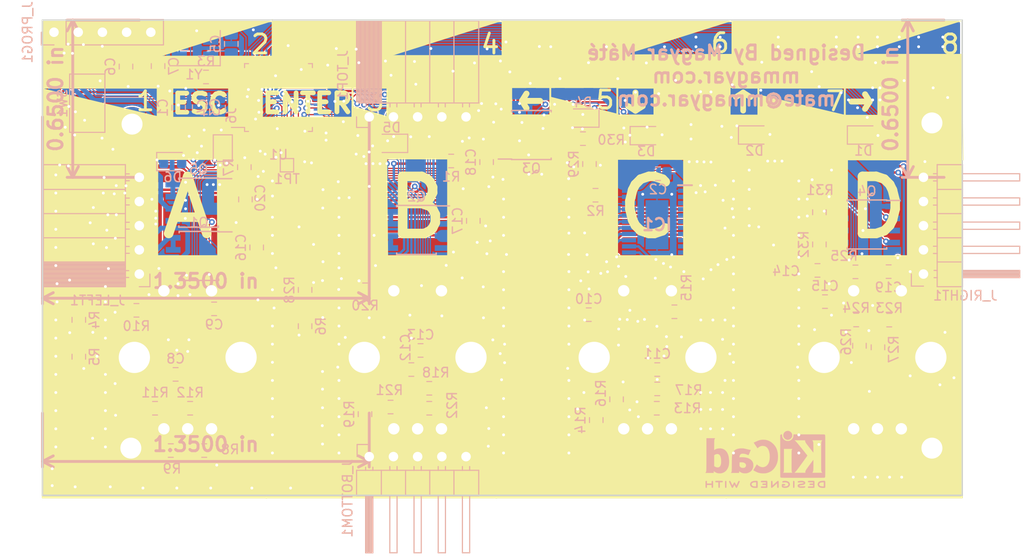
<source format=kicad_pcb>
(kicad_pcb (version 20171130) (host pcbnew "(5.1.0)-1")
  (layers (0 F.Cu signal) (31 B.Cu signal) (34 B.Paste user) (35 F.Paste user) (36 B.SilkS user) (37 F.SilkS user hide) (38 B.Mask user) (39 F.Mask user) (44 Edge.Cuts user))
  (net 0 "")
  (net 1 GND)
  (net 2 /MOSI)
  (net 3 /SCLK)
  (net 4 /NSS)
  (net 5 /LED_0)
  (net 6 /LED_1)
  (net 7 /LED_2)
  (net 8 /LED_3)
  (net 9 /LED_4)
  (net 10 /LED_5)
  (net 11 /LED_6)
  (net 12 /LED_7)
  (net 13 /LED_8)
  (net 14 /LED_9)
  (net 15 /LED_10)
  (net 16 /LED_11)
  (net 17 /LED_12)
  (net 18 /LED_13)
  (net 19 /LED_14)
  (net 20 /LED_15)
  (net 21 /MISO)
  (net 22 "Net-(IC1-Pad23)")
  (net 23 VCC)
  (net 24 /LED_MUX_0)
  (net 25 /LED_MUX_1)
  (net 26 "Net-(D11-Pad2)")
  (net 27 "Net-(D10-Pad2)")
  (net 28 "Net-(D42-Pad2)")
  (net 29 "Net-(D41-Pad2)")
  (net 30 /LED_MUX_3)
  (net 31 /LED_MUX_2)
  (net 32 /LED_MUX_4)
  (net 33 /LED_MUX_5)
  (net 34 "Net-(D101-Pad2)")
  (net 35 "Net-(D100-Pad2)")
  (net 36 "Net-(D106-Pad2)")
  (net 37 "Net-(D105-Pad2)")
  (net 38 /LED_MUX_7)
  (net 39 /LED_MUX_6)
  (net 40 "Net-(R24-Pad2)")
  (net 41 "Net-(R23-Pad2)")
  (net 42 /ENC_S_3)
  (net 43 /ENC_S_2)
  (net 44 "Net-(R18-Pad2)")
  (net 45 "Net-(R19-Pad2)")
  (net 46 "Net-(R14-Pad2)")
  (net 47 "Net-(R13-Pad2)")
  (net 48 /ENC_S_1)
  (net 49 /ENC_S_0)
  (net 50 "Net-(R12-Pad1)")
  (net 51 "Net-(R11-Pad1)")
  (net 52 /ENC_A_3)
  (net 53 "Net-(C5-Pad2)")
  (net 54 "Net-(R3-Pad2)")
  (net 55 /SWCLK)
  (net 56 /ENC_B_0)
  (net 57 /ENC_A_0)
  (net 58 /ENC_B_3)
  (net 59 /ENC_A_2)
  (net 60 /ENC_B_2)
  (net 61 /ENC_B_1)
  (net 62 /ENC_A_1)
  (net 63 "Net-(C7-Pad2)")
  (net 64 /RESET)
  (net 65 /USART4_TX)
  (net 66 /USART4_RX)
  (net 67 /USART2_TX)
  (net 68 /USART2_RX)
  (net 69 /USART3_TX)
  (net 70 /USART3_RX)
  (net 71 /USART2_DETECT)
  (net 72 /SWDIO)
  (net 73 /USART1_TX)
  (net 74 /USART1_RX)
  (net 75 /USART1_DETECT)
  (net 76 "Net-(U1-Pad40)")
  (net 77 "Net-(D138-Pad2)")
  (net 78 "Net-(D137-Pad2)")
  (net 79 /BUTTONS)
  (net 80 /LED_MUX_8)
  (net 81 /LED_MUX_9)
  (net 82 "Net-(D6-Pad2)")
  (net 83 "Net-(D5-Pad2)")
  (net 84 "Net-(D4-Pad2)")
  (net 85 "Net-(D3-Pad2)")
  (net 86 "Net-(D2-Pad2)")
  (net 87 "Net-(D1-Pad2)")
  (net 88 "Net-(TP1-Pad1)")
  (module Resistor_SMD:R_0805_2012Metric (layer B.Cu) (at 81.534 23.5585 270)
    (fp_text reference R32 (at 0 1.65 270) (layer B.SilkS) (effects (justify mirror)))
    (fp_text value 1k)
    (pad 2 smd roundrect (at 0.9375 0 270) (size 0.975 1.4) (layers B.Cu B.Paste B.Mask) (net 1 GND))
    (pad 1 smd roundrect (at -0.9375 0 270) (size 0.975 1.4) (layers B.Cu B.Paste B.Mask) (net 37 "Net-(D105-Pad2)"))
  )
  (module Resistor_SMD:R_0805_2012Metric (layer B.Cu) (at 81.534 20.178 90)
    (fp_text reference R31 (at 2.3345 0.0635 180) (layer B.SilkS) (effects (justify mirror)))
    (fp_text value 1k)
    (pad 2 smd roundrect (at 0.9375 0 90) (size 0.975 1.4) (layers B.Cu B.Paste B.Mask) (net 1 GND))
    (pad 1 smd roundrect (at -0.9375 0 90) (size 0.975 1.4) (layers B.Cu B.Paste B.Mask) (net 36 "Net-(D106-Pad2)"))
  )
  (module Resistor_SMD:R_0805_2012Metric (layer B.Cu) (at 56.7205 12.446)
    (fp_text reference R30 (at 2.9695 0.127) (layer B.SilkS) (effects (justify mirror)))
    (fp_text value 1k)
    (pad 2 smd roundrect (at 0.9375 0) (size 0.975 1.4) (layers B.Cu B.Paste B.Mask) (net 1 GND))
    (pad 1 smd roundrect (at -0.9375 0) (size 0.975 1.4) (layers B.Cu B.Paste B.Mask) (net 34 "Net-(D101-Pad2)"))
  )
  (module Resistor_SMD:R_0805_2012Metric (layer B.Cu) (at 57.404 15.113 270)
    (fp_text reference R29 (at 0 1.65 270) (layer B.SilkS) (effects (justify mirror)))
    (fp_text value 1k)
    (pad 2 smd roundrect (at 0.9375 0 270) (size 0.975 1.4) (layers B.Cu B.Paste B.Mask) (net 1 GND))
    (pad 1 smd roundrect (at -0.9375 0 270) (size 0.975 1.4) (layers B.Cu B.Paste B.Mask) (net 35 "Net-(D100-Pad2)"))
  )
  (module Resistor_SMD:R_0805_2012Metric (layer B.Cu) (at 27.559 28.336 270)
    (fp_text reference R28 (at 0 1.65 270) (layer B.SilkS) (effects (justify mirror)))
    (fp_text value 1k)
    (pad 2 smd roundrect (at 0.9375 0 270) (size 0.975 1.4) (layers B.Cu B.Paste B.Mask) (net 1 GND))
    (pad 1 smd roundrect (at -0.9375 0 270) (size 0.975 1.4) (layers B.Cu B.Paste B.Mask) (net 29 "Net-(D41-Pad2)"))
  )
  (module Resistor_SMD:R_0805_2012Metric (layer B.Cu) (at 27.559 32.146 90)
    (fp_text reference R6 (at 0 1.65 90) (layer B.SilkS) (effects (justify mirror)))
    (fp_text value 1k)
    (pad 2 smd roundrect (at 0.9375 0 90) (size 0.975 1.4) (layers B.Cu B.Paste B.Mask) (net 1 GND))
    (pad 1 smd roundrect (at -0.9375 0 90) (size 0.975 1.4) (layers B.Cu B.Paste B.Mask) (net 28 "Net-(D42-Pad2)"))
  )
  (module Resistor_SMD:R_0805_2012Metric (layer B.Cu) (at 3.81 35.3545 90)
    (fp_text reference R5 (at 0 1.65 90) (layer B.SilkS) (effects (justify mirror)))
    (fp_text value 1k)
    (pad 2 smd roundrect (at 0.9375 0 90) (size 0.975 1.4) (layers B.Cu B.Paste B.Mask) (net 1 GND))
    (pad 1 smd roundrect (at -0.9375 0 90) (size 0.975 1.4) (layers B.Cu B.Paste B.Mask) (net 26 "Net-(D11-Pad2)"))
  )
  (module Resistor_SMD:R_0805_2012Metric (layer B.Cu) (at 3.81 31.481 90)
    (fp_text reference R4 (at 0 1.65 90) (layer B.SilkS) (effects (justify mirror)))
    (fp_text value 1k)
    (pad 2 smd roundrect (at 0.9375 0 90) (size 0.975 1.4) (layers B.Cu B.Paste B.Mask) (net 1 GND))
    (pad 1 smd roundrect (at -0.9375 0 90) (size 0.975 1.4) (layers B.Cu B.Paste B.Mask) (net 27 "Net-(D10-Pad2)"))
  )
  (module TestPoint:TestPoint_Pad_1.0x1.0mm (layer B.Cu) (at 25.654 15.24)
    (fp_text reference TP1 (at 0 1.448) (layer B.SilkS) (effects (justify mirror)))
    (fp_text value TestPoint)
    (pad 1 smd rect (at 0 0) (size 1 1) (layers B.Cu B.Mask) (net 88 "Net-(TP1-Pad1)"))
  )
  (module Symbol:KiCad-Logo2_6mm_SilkScreen (layer B.Cu) (at 75.8698 46.1264 180)
    (fp_text reference REF** hide)
    (fp_text value KiCad-Logo2_6mm_SilkScreen hide)
  )
  (module footprints:ENCODER_PEC12R-4XXXF-SXXXX_1 (layer F.Cu) (at 39.37 35.426)
    (fp_text reference U4 (at -0.357 1.016) (layer F.SilkS) (effects (font (size 1.27 1.27) (thickness 0.254))))
    (fp_text value PEC12R-4225F-S0024 hide)
    (pad 7 thru_hole circle (at -5.6 0 90) (size 4.8 4.8) (drill 3.28) (layers *.Cu *.Mask F.SilkS))
    (pad 6 thru_hole circle (at 5.6 0 90) (size 4.8 4.8) (drill 3.28) (layers *.Cu *.Mask F.SilkS))
    (pad 5 thru_hole circle (at 2.5 -7 90) (size 1.8 1.8) (drill 1.2) (layers *.Cu *.Mask F.SilkS) (net 1 GND))
    (pad 4 thru_hole circle (at -2.5 -7 90) (size 1.8 1.8) (drill 1.2) (layers *.Cu *.Mask F.SilkS) (net 43 /ENC_S_2))
    (pad 3 thru_hole circle (at 0 7.5 90) (size 1.8 1.8) (drill 1.2) (layers *.Cu *.Mask F.SilkS) (net 44 "Net-(R18-Pad2)"))
    (pad 2 thru_hole circle (at 2.5 7.5 90) (size 1.8 1.8) (drill 1.2) (layers *.Cu *.Mask F.SilkS) (net 1 GND))
    (pad 1 thru_hole circle (at -2.5 7.5 90) (size 1.8 1.8) (drill 1.2) (layers *.Cu *.Mask F.SilkS) (net 45 "Net-(R19-Pad2)"))
  )
  (module footprints:ENCODER_PEC12R-4XXXF-SXXXX_1 (layer F.Cu) (at 87.63 35.426)
    (fp_text reference U5 (at 0 2.801) (layer F.SilkS) (effects (font (size 1.27 1.27) (thickness 0.254))))
    (fp_text value PEC12R-4225F-S0024 hide)
    (pad 7 thru_hole circle (at -5.6 0 90) (size 4.8 4.8) (drill 3.28) (layers *.Cu *.Mask F.SilkS))
    (pad 6 thru_hole circle (at 5.6 0 90) (size 4.8 4.8) (drill 3.28) (layers *.Cu *.Mask F.SilkS))
    (pad 5 thru_hole circle (at 2.5 -7 90) (size 1.8 1.8) (drill 1.2) (layers *.Cu *.Mask F.SilkS) (net 1 GND))
    (pad 4 thru_hole circle (at -2.5 -7 90) (size 1.8 1.8) (drill 1.2) (layers *.Cu *.Mask F.SilkS) (net 42 /ENC_S_3))
    (pad 3 thru_hole circle (at 0 7.5 90) (size 1.8 1.8) (drill 1.2) (layers *.Cu *.Mask F.SilkS) (net 41 "Net-(R23-Pad2)"))
    (pad 2 thru_hole circle (at 2.5 7.5 90) (size 1.8 1.8) (drill 1.2) (layers *.Cu *.Mask F.SilkS) (net 1 GND))
    (pad 1 thru_hole circle (at -2.5 7.5 90) (size 1.8 1.8) (drill 1.2) (layers *.Cu *.Mask F.SilkS) (net 40 "Net-(R24-Pad2)"))
  )
  (module footprints:ENCODER_PEC12R-4XXXF-SXXXX_1 (layer F.Cu) (at 15.24 35.426)
    (fp_text reference U2 (at -0.357 1.016) (layer F.SilkS) (effects (font (size 1.27 1.27) (thickness 0.254))))
    (fp_text value PEC12R-4225F-S0024 hide)
    (pad 7 thru_hole circle (at -5.6 0 90) (size 4.8 4.8) (drill 3.28) (layers *.Cu *.Mask F.SilkS))
    (pad 6 thru_hole circle (at 5.6 0 90) (size 4.8 4.8) (drill 3.28) (layers *.Cu *.Mask F.SilkS))
    (pad 5 thru_hole circle (at 2.5 -7 90) (size 1.8 1.8) (drill 1.2) (layers *.Cu *.Mask F.SilkS) (net 1 GND))
    (pad 4 thru_hole circle (at -2.5 -7 90) (size 1.8 1.8) (drill 1.2) (layers *.Cu *.Mask F.SilkS) (net 49 /ENC_S_0))
    (pad 3 thru_hole circle (at 0 7.5 90) (size 1.8 1.8) (drill 1.2) (layers *.Cu *.Mask F.SilkS) (net 50 "Net-(R12-Pad1)"))
    (pad 2 thru_hole circle (at 2.5 7.5 90) (size 1.8 1.8) (drill 1.2) (layers *.Cu *.Mask F.SilkS) (net 1 GND))
    (pad 1 thru_hole circle (at -2.5 7.5 90) (size 1.8 1.8) (drill 1.2) (layers *.Cu *.Mask F.SilkS) (net 51 "Net-(R11-Pad1)"))
  )
  (module footprints:ENCODER_PEC12R-4XXXF-SXXXX_1 (layer F.Cu) (at 63.5 35.426)
    (fp_text reference U3 (at -0.357 1.016) (layer F.SilkS) (effects (font (size 1.27 1.27) (thickness 0.254))))
    (fp_text value PEC12R-4225F-S0024 hide)
    (pad 7 thru_hole circle (at -5.6 0 90) (size 4.8 4.8) (drill 3.28) (layers *.Cu *.Mask F.SilkS))
    (pad 6 thru_hole circle (at 5.6 0 90) (size 4.8 4.8) (drill 3.28) (layers *.Cu *.Mask F.SilkS))
    (pad 5 thru_hole circle (at 2.5 -7 90) (size 1.8 1.8) (drill 1.2) (layers *.Cu *.Mask F.SilkS) (net 1 GND))
    (pad 4 thru_hole circle (at -2.5 -7 90) (size 1.8 1.8) (drill 1.2) (layers *.Cu *.Mask F.SilkS) (net 48 /ENC_S_1))
    (pad 3 thru_hole circle (at 0 7.5 90) (size 1.8 1.8) (drill 1.2) (layers *.Cu *.Mask F.SilkS) (net 47 "Net-(R13-Pad2)"))
    (pad 2 thru_hole circle (at 2.5 7.5 90) (size 1.8 1.8) (drill 1.2) (layers *.Cu *.Mask F.SilkS) (net 1 GND))
    (pad 1 thru_hole circle (at -2.5 7.5 90) (size 1.8 1.8) (drill 1.2) (layers *.Cu *.Mask F.SilkS) (net 46 "Net-(R14-Pad2)"))
  )
  (module Resistor_SMD:R_0805_2012Metric (layer B.Cu) (at 64.4675 40.767 180)
    (fp_text reference R13 (at -3.2235 0 180) (layer B.SilkS) (effects (justify mirror)))
    (fp_text value 10K)
    (pad 1 smd roundrect (at -0.9375 0 180) (size 0.975 1.4) (layers B.Cu B.Paste B.Mask) (net 23 VCC))
    (pad 2 smd roundrect (at 0.9375 0 180) (size 0.975 1.4) (layers B.Cu B.Paste B.Mask) (net 47 "Net-(R13-Pad2)"))
  )
  (module Button_Switch_SMD:SW_SPST_CK_RS282G05A3 (layer F.Cu) (at 16.6 12.065)
    (fp_text reference SW7 (at -0.3186 -0.0762) (layer F.SilkS))
    (fp_text value SW_Push)
    (pad 1 smd rect (at -3.9 0) (size 1.5 1.5) (layers F.Cu F.Paste F.Mask) (net 81 /LED_MUX_9))
    (pad 2 smd rect (at 3.9 0) (size 1.5 1.5) (layers F.Cu F.Paste F.Mask) (net 82 "Net-(D6-Pad2)"))
  )
  (module Capacitor_SMD:C_0805_2012Metric (layer B.Cu) (at 38.7073 36.703)
    (fp_text reference C12 (at -0.6073 -2.3114 90) (layer B.SilkS) (effects (justify mirror)))
    (fp_text value 10n)
    (pad 2 smd roundrect (at 0.9375 0) (size 0.975 1.4) (layers B.Cu B.Paste B.Mask) (net 1 GND))
    (pad 1 smd roundrect (at -0.9375 0) (size 0.975 1.4) (layers B.Cu B.Paste B.Mask) (net 59 /ENC_A_2))
  )
  (module Capacitor_SMD:C_0805_2012Metric (layer B.Cu) (at 46.609 14.9075 270)
    (fp_text reference C18 (at 0 1.65 270) (layer B.SilkS) (effects (justify mirror)))
    (fp_text value 100n)
    (pad 1 smd roundrect (at -0.9375 0 270) (size 0.975 1.4) (layers B.Cu B.Paste B.Mask) (net 23 VCC))
    (pad 2 smd roundrect (at 0.9375 0 270) (size 0.975 1.4) (layers B.Cu B.Paste B.Mask) (net 1 GND))
  )
  (module Capacitor_SMD:C_0805_2012Metric (layer B.Cu) (at 45.212 21.082 270)
    (fp_text reference C17 (at 0 1.65 270) (layer B.SilkS) (effects (justify mirror)))
    (fp_text value 100n)
    (pad 2 smd roundrect (at 0.9375 0 270) (size 0.975 1.4) (layers B.Cu B.Paste B.Mask) (net 1 GND))
    (pad 1 smd roundrect (at -0.9375 0 270) (size 0.975 1.4) (layers B.Cu B.Paste B.Mask) (net 23 VCC))
  )
  (module Capacitor_SMD:C_0805_2012Metric (layer B.Cu) (at 22.479 23.876 270)
    (fp_text reference C16 (at 0 1.65 270) (layer B.SilkS) (effects (justify mirror)))
    (fp_text value 100n)
    (pad 1 smd roundrect (at -0.9375 0 270) (size 0.975 1.4) (layers B.Cu B.Paste B.Mask) (net 23 VCC))
    (pad 2 smd roundrect (at 0.9375 0 270) (size 0.975 1.4) (layers B.Cu B.Paste B.Mask) (net 1 GND))
  )
  (module Capacitor_SMD:C_0805_2012Metric (layer B.Cu) (at 82.1205 29.5656 180)
    (fp_text reference C15 (at 0 1.65 180) (layer B.SilkS) (effects (justify mirror)))
    (fp_text value 10n)
    (pad 2 smd roundrect (at 0.9375 0 180) (size 0.975 1.4) (layers B.Cu B.Paste B.Mask) (net 1 GND))
    (pad 1 smd roundrect (at -0.9375 0 180) (size 0.975 1.4) (layers B.Cu B.Paste B.Mask) (net 58 /ENC_B_3))
  )
  (module Capacitor_SMD:C_0805_2012Metric (layer B.Cu) (at 81.3331 26.289 180)
    (fp_text reference C14 (at 3.2916 -0.0635 180) (layer B.SilkS) (effects (justify mirror)))
    (fp_text value 10n)
    (pad 1 smd roundrect (at -0.9375 0 180) (size 0.975 1.4) (layers B.Cu B.Paste B.Mask) (net 52 /ENC_A_3))
    (pad 2 smd roundrect (at 0.9375 0 180) (size 0.975 1.4) (layers B.Cu B.Paste B.Mask) (net 1 GND))
  )
  (module Capacitor_SMD:C_0805_2012Metric (layer B.Cu) (at 39.6771 34.6964 180)
    (fp_text reference C13 (at 0 1.65 180) (layer B.SilkS) (effects (justify mirror)))
    (fp_text value 10n)
    (pad 2 smd roundrect (at 0.9375 0 180) (size 0.975 1.4) (layers B.Cu B.Paste B.Mask) (net 1 GND))
    (pad 1 smd roundrect (at -0.9375 0 180) (size 0.975 1.4) (layers B.Cu B.Paste B.Mask) (net 60 /ENC_B_2))
  )
  (module Capacitor_SMD:C_0805_2012Metric (layer B.Cu) (at 64.516 36.703 180)
    (fp_text reference C11 (at 0 1.65 180) (layer B.SilkS) (effects (justify mirror)))
    (fp_text value 10n)
    (pad 1 smd roundrect (at -0.9375 0 180) (size 0.975 1.4) (layers B.Cu B.Paste B.Mask) (net 61 /ENC_B_1))
    (pad 2 smd roundrect (at 0.9375 0 180) (size 0.975 1.4) (layers B.Cu B.Paste B.Mask) (net 1 GND))
  )
  (module Capacitor_SMD:C_0805_2012Metric (layer B.Cu) (at 88.8007 26.416)
    (fp_text reference C19 (at 0 1.65) (layer B.SilkS) (effects (justify mirror)))
    (fp_text value 100n)
    (pad 2 smd roundrect (at 0.9375 0) (size 0.975 1.4) (layers B.Cu B.Paste B.Mask) (net 1 GND))
    (pad 1 smd roundrect (at -0.9375 0) (size 0.975 1.4) (layers B.Cu B.Paste B.Mask) (net 23 VCC))
  )
  (module Capacitor_SMD:C_0805_2012Metric (layer B.Cu) (at 21.2979 18.8318 90)
    (fp_text reference C20 (at 0.1547 1.5494 90) (layer B.SilkS) (effects (justify mirror)))
    (fp_text value 100n)
    (pad 1 smd roundrect (at -0.9375 0 90) (size 0.975 1.4) (layers B.Cu B.Paste B.Mask) (net 23 VCC))
    (pad 2 smd roundrect (at 0.9375 0 90) (size 0.975 1.4) (layers B.Cu B.Paste B.Mask) (net 1 GND))
  )
  (module Capacitor_SMD:C_0805_2012Metric (layer B.Cu) (at 18.0109 30.3276)
    (fp_text reference C9 (at 0 1.65) (layer B.SilkS) (effects (justify mirror)))
    (fp_text value 10n)
    (pad 2 smd roundrect (at 0.9375 0) (size 0.975 1.4) (layers B.Cu B.Paste B.Mask) (net 1 GND))
    (pad 1 smd roundrect (at -0.9375 0) (size 0.975 1.4) (layers B.Cu B.Paste B.Mask) (net 56 /ENC_B_0))
  )
  (module Capacitor_SMD:C_0805_2012Metric (layer B.Cu) (at 14.2875 9.1925 270)
    (fp_text reference C1 (at 0 1.65 270) (layer B.SilkS) (effects (justify mirror)))
    (fp_text value 4.7u)
    (pad 1 smd roundrect (at -0.9375 0 270) (size 0.975 1.4) (layers B.Cu B.Paste B.Mask) (net 1 GND))
    (pad 2 smd roundrect (at 0.9375 0 270) (size 0.975 1.4) (layers B.Cu B.Paste B.Mask) (net 23 VCC))
  )
  (module Capacitor_SMD:C_0805_2012Metric (layer B.Cu) (at 16.4465 9.144 90)
    (fp_text reference C3 (at 0 1.65 90) (layer B.SilkS) (effects (justify mirror)))
    (fp_text value 100n)
    (pad 2 smd roundrect (at 0.9375 0 90) (size 0.975 1.4) (layers B.Cu B.Paste B.Mask) (net 1 GND))
    (pad 1 smd roundrect (at -0.9375 0 90) (size 0.975 1.4) (layers B.Cu B.Paste B.Mask) (net 23 VCC))
  )
  (module Capacitor_SMD:C_0805_2012Metric (layer B.Cu) (at 18.4785 9.1925 270)
    (fp_text reference C4 (at 0 1.65 270) (layer B.SilkS) (effects (justify mirror)))
    (fp_text value 100n)
    (pad 1 smd roundrect (at -0.9375 0 270) (size 0.975 1.4) (layers B.Cu B.Paste B.Mask) (net 1 GND))
    (pad 2 smd roundrect (at 0.9375 0 270) (size 0.975 1.4) (layers B.Cu B.Paste B.Mask) (net 23 VCC))
  )
  (module Capacitor_SMD:C_0805_2012Metric (layer B.Cu) (at 19.812 2.4915 270)
    (fp_text reference C5 (at 0 1.65 270) (layer B.SilkS) (effects (justify mirror)))
    (fp_text value 18pf)
    (pad 2 smd roundrect (at 0.9375 0 270) (size 0.975 1.4) (layers B.Cu B.Paste B.Mask) (net 53 "Net-(C5-Pad2)"))
    (pad 1 smd roundrect (at -0.9375 0 270) (size 0.975 1.4) (layers B.Cu B.Paste B.Mask) (net 1 GND))
  )
  (module Capacitor_SMD:C_0805_2012Metric (layer B.Cu) (at 8.763 4.8745 270)
    (fp_text reference C6 (at 0 1.65 270) (layer B.SilkS) (effects (justify mirror)))
    (fp_text value 100nf)
    (pad 1 smd roundrect (at -0.9375 0 270) (size 0.975 1.4) (layers B.Cu B.Paste B.Mask) (net 64 /RESET))
    (pad 2 smd roundrect (at 0.9375 0 270) (size 0.975 1.4) (layers B.Cu B.Paste B.Mask) (net 1 GND))
  )
  (module Capacitor_SMD:C_0805_2012Metric (layer B.Cu) (at 12.1285 4.826 90)
    (fp_text reference C7 (at 0 1.65 90) (layer B.SilkS) (effects (justify mirror)))
    (fp_text value 18pf)
    (pad 2 smd roundrect (at 0.9375 0 90) (size 0.975 1.4) (layers B.Cu B.Paste B.Mask) (net 63 "Net-(C7-Pad2)"))
    (pad 1 smd roundrect (at -0.9375 0 90) (size 0.975 1.4) (layers B.Cu B.Paste B.Mask) (net 1 GND))
  )
  (module Capacitor_SMD:C_0805_2012Metric (layer B.Cu) (at 13.97 37.211 180)
    (fp_text reference C8 (at 0 1.65 180) (layer B.SilkS) (effects (justify mirror)))
    (fp_text value 10n)
    (pad 1 smd roundrect (at -0.9375 0 180) (size 0.975 1.4) (layers B.Cu B.Paste B.Mask) (net 57 /ENC_A_0))
    (pad 2 smd roundrect (at 0.9375 0 180) (size 0.975 1.4) (layers B.Cu B.Paste B.Mask) (net 1 GND))
  )
  (module Capacitor_SMD:C_0805_2012Metric (layer B.Cu) (at 57.3301 30.9372 180)
    (fp_text reference C10 (at 0 1.65 180) (layer B.SilkS) (effects (justify mirror)))
    (fp_text value 10n)
    (pad 2 smd roundrect (at 0.9375 0 180) (size 0.975 1.4) (layers B.Cu B.Paste B.Mask) (net 1 GND))
    (pad 1 smd roundrect (at -0.9375 0 180) (size 0.975 1.4) (layers B.Cu B.Paste B.Mask) (net 62 /ENC_A_1))
  )
  (module Capacitor_SMD:C_0805_2012Metric (layer B.Cu) (at 64.5945 16.129)
    (fp_text reference C2 (at 0 1.65) (layer B.SilkS) (effects (justify mirror)))
    (fp_text value 100n)
    (pad 1 smd roundrect (at -0.9375 0) (size 0.975 1.4) (layers B.Cu B.Paste B.Mask) (net 23 VCC))
    (pad 2 smd roundrect (at 0.9375 0) (size 0.975 1.4) (layers B.Cu B.Paste B.Mask) (net 1 GND))
  )
  (module Diode_SMD:D_0805_2012Metric (layer B.Cu) (at 86.1545 12.065)
    (fp_text reference D1 (at 0 1.65) (layer B.SilkS) (effects (justify mirror)))
    (fp_text value DIODE)
    (pad 2 smd roundrect (at 0.9375 0) (size 0.975 1.4) (layers B.Cu B.Paste B.Mask) (net 87 "Net-(D1-Pad2)"))
    (pad 1 smd roundrect (at -0.9375 0) (size 0.975 1.4) (layers B.Cu B.Paste B.Mask) (net 79 /BUTTONS))
  )
  (module Diode_SMD:D_0805_2012Metric (layer B.Cu) (at 74.7245 12.065)
    (fp_text reference D2 (at 0 1.65) (layer B.SilkS) (effects (justify mirror)))
    (fp_text value DIODE)
    (pad 1 smd roundrect (at -0.9375 0) (size 0.975 1.4) (layers B.Cu B.Paste B.Mask) (net 79 /BUTTONS))
    (pad 2 smd roundrect (at 0.9375 0) (size 0.975 1.4) (layers B.Cu B.Paste B.Mask) (net 86 "Net-(D2-Pad2)"))
  )
  (module Diode_SMD:D_0805_2012Metric (layer B.Cu) (at 63.358 12.1285)
    (fp_text reference D3 (at 0 1.65) (layer B.SilkS) (effects (justify mirror)))
    (fp_text value DIODE)
    (pad 2 smd roundrect (at 0.9375 0) (size 0.975 1.4) (layers B.Cu B.Paste B.Mask) (net 85 "Net-(D3-Pad2)"))
    (pad 1 smd roundrect (at -0.9375 0) (size 0.975 1.4) (layers B.Cu B.Paste B.Mask) (net 79 /BUTTONS))
  )
  (module Diode_SMD:D_0805_2012Metric (layer B.Cu) (at 56.7205 10.287 180)
    (fp_text reference D4 (at 0 1.65 180) (layer B.SilkS) (effects (justify mirror)))
    (fp_text value DIODE)
    (pad 1 smd roundrect (at -0.9375 0 180) (size 0.975 1.4) (layers B.Cu B.Paste B.Mask) (net 79 /BUTTONS))
    (pad 2 smd roundrect (at 0.9375 0 180) (size 0.975 1.4) (layers B.Cu B.Paste B.Mask) (net 84 "Net-(D4-Pad2)"))
  )
  (module Diode_SMD:D_0805_2012Metric (layer B.Cu) (at 36.6418 12.9413 180)
    (fp_text reference D5 (at 0 1.65 180) (layer B.SilkS) (effects (justify mirror)))
    (fp_text value DIODE)
    (pad 2 smd roundrect (at 0.9375 0 180) (size 0.975 1.4) (layers B.Cu B.Paste B.Mask) (net 83 "Net-(D5-Pad2)"))
    (pad 1 smd roundrect (at -0.9375 0 180) (size 0.975 1.4) (layers B.Cu B.Paste B.Mask) (net 79 /BUTTONS))
  )
  (module Diode_SMD:D_0805_2012Metric (layer B.Cu) (at 13.6675 14.859)
    (fp_text reference D6 (at 0 1.65) (layer B.SilkS) (effects (justify mirror)))
    (fp_text value DIODE)
    (pad 1 smd roundrect (at -0.9375 0) (size 0.975 1.4) (layers B.Cu B.Paste B.Mask) (net 79 /BUTTONS))
    (pad 2 smd roundrect (at 0.9375 0) (size 0.975 1.4) (layers B.Cu B.Paste B.Mask) (net 82 "Net-(D6-Pad2)"))
  )
  (module Package_SO:SOIC-8_3.9x4.9mm_P1.27mm (layer B.Cu) (at 16.383 19.177 180)
    (fp_text reference Q5 (at 0 3.5 180) (layer B.SilkS) (effects (justify mirror)))
    (fp_text value DMG9933USD-13)
    (pad 1 smd rect (at -2.7 1.905 180) (size 1.55 0.6) (layers B.Cu B.Paste B.Mask) (net 23 VCC))
    (pad 2 smd rect (at -2.7 0.635 180) (size 1.55 0.6) (layers B.Cu B.Paste B.Mask) (net 80 /LED_MUX_8))
    (pad 3 smd rect (at -2.7 -0.635 180) (size 1.55 0.6) (layers B.Cu B.Paste B.Mask) (net 23 VCC))
    (pad 4 smd rect (at -2.7 -1.905 180) (size 1.55 0.6) (layers B.Cu B.Paste B.Mask) (net 81 /LED_MUX_9))
    (pad 5 smd rect (at 2.7 -1.905 180) (size 1.55 0.6) (layers B.Cu B.Paste B.Mask) (net 78 "Net-(D137-Pad2)"))
    (pad 6 smd rect (at 2.7 -0.635 180) (size 1.55 0.6) (layers B.Cu B.Paste B.Mask) (net 78 "Net-(D137-Pad2)"))
    (pad 7 smd rect (at 2.7 0.635 180) (size 1.55 0.6) (layers B.Cu B.Paste B.Mask) (net 77 "Net-(D138-Pad2)"))
    (pad 8 smd rect (at 2.7 1.905 180) (size 1.55 0.6) (layers B.Cu B.Paste B.Mask) (net 77 "Net-(D138-Pad2)"))
  )
  (module Resistor_SMD:R_0805_2012Metric (layer B.Cu) (at 42.8902 14.7955)
    (fp_text reference R1 (at 0 1.65) (layer B.SilkS) (effects (justify mirror)))
    (fp_text value 10k)
    (pad 1 smd roundrect (at -0.9375 0) (size 0.975 1.4) (layers B.Cu B.Paste B.Mask) (net 23 VCC))
    (pad 2 smd roundrect (at 0.9375 0) (size 0.975 1.4) (layers B.Cu B.Paste B.Mask) (net 79 /BUTTONS))
  )
  (module footprints:LED_0805_2012Metric_NO_SILKSCREEN (layer F.Cu) (at 1.905 39.751)
    (fp_text reference D34 hide)
    (fp_text value LED)
    (pad 2 smd roundrect (at 0.9375 0) (size 0.975 1.4) (layers F.Cu F.Paste F.Mask) (net 27 "Net-(D10-Pad2)"))
    (pad 1 smd roundrect (at -0.9375 0) (size 0.975 1.4) (layers F.Cu F.Paste F.Mask) (net 17 /LED_12))
  )
  (module footprints:LED_0805_2012Metric_NO_SILKSCREEN (layer F.Cu) (at 25.9103 26.416)
    (fp_text reference D52 hide)
    (fp_text value LED)
    (pad 1 smd roundrect (at -0.9375 0) (size 0.975 1.4) (layers F.Cu F.Paste F.Mask) (net 10 /LED_5))
    (pad 2 smd roundrect (at 0.9375 0) (size 0.975 1.4) (layers F.Cu F.Paste F.Mask) (net 28 "Net-(D42-Pad2)"))
  )
  (module footprints:LED_0805_2012Metric_NO_SILKSCREEN (layer F.Cu) (at 29.3855 16.891 180)
    (fp_text reference D41 hide)
    (fp_text value LED)
    (pad 2 smd roundrect (at 0.9375 0 180) (size 0.975 1.4) (layers F.Cu F.Paste F.Mask) (net 29 "Net-(D41-Pad2)"))
    (pad 1 smd roundrect (at -0.9375 0 180) (size 0.975 1.4) (layers F.Cu F.Paste F.Mask) (net 5 /LED_0))
  )
  (module footprints:LED_0805_2012Metric_NO_SILKSCREEN (layer F.Cu) (at 1.905 45.466)
    (fp_text reference D40 hide)
    (fp_text value LED)
    (pad 1 smd roundrect (at -0.9375 0) (size 0.975 1.4) (layers F.Cu F.Paste F.Mask) (net 20 /LED_15))
    (pad 2 smd roundrect (at 0.9375 0) (size 0.975 1.4) (layers F.Cu F.Paste F.Mask) (net 27 "Net-(D10-Pad2)"))
  )
  (module footprints:LED_0805_2012Metric_NO_SILKSCREEN (layer F.Cu) (at 5.2705 45.466 180)
    (fp_text reference D39 hide)
    (fp_text value LED)
    (pad 2 smd roundrect (at 0.9375 0 180) (size 0.975 1.4) (layers F.Cu F.Paste F.Mask) (net 26 "Net-(D11-Pad2)"))
    (pad 1 smd roundrect (at -0.9375 0 180) (size 0.975 1.4) (layers F.Cu F.Paste F.Mask) (net 20 /LED_15))
  )
  (module footprints:LED_0805_2012Metric_NO_SILKSCREEN (layer F.Cu) (at 1.905 43.561)
    (fp_text reference D38 hide)
    (fp_text value LED)
    (pad 1 smd roundrect (at -0.9375 0) (size 0.975 1.4) (layers F.Cu F.Paste F.Mask) (net 19 /LED_14))
    (pad 2 smd roundrect (at 0.9375 0) (size 0.975 1.4) (layers F.Cu F.Paste F.Mask) (net 27 "Net-(D10-Pad2)"))
  )
  (module footprints:LED_0805_2012Metric_NO_SILKSCREEN (layer F.Cu) (at 5.2705 43.561 180)
    (fp_text reference D37 hide)
    (fp_text value LED)
    (pad 2 smd roundrect (at 0.9375 0 180) (size 0.975 1.4) (layers F.Cu F.Paste F.Mask) (net 26 "Net-(D11-Pad2)"))
    (pad 1 smd roundrect (at -0.9375 0 180) (size 0.975 1.4) (layers F.Cu F.Paste F.Mask) (net 19 /LED_14))
  )
  (module footprints:LED_0805_2012Metric_NO_SILKSCREEN (layer F.Cu) (at 1.905 41.656)
    (fp_text reference D36 hide)
    (fp_text value LED)
    (pad 1 smd roundrect (at -0.9375 0) (size 0.975 1.4) (layers F.Cu F.Paste F.Mask) (net 18 /LED_13))
    (pad 2 smd roundrect (at 0.9375 0) (size 0.975 1.4) (layers F.Cu F.Paste F.Mask) (net 27 "Net-(D10-Pad2)"))
  )
  (module footprints:LED_0805_2012Metric_NO_SILKSCREEN (layer F.Cu) (at 5.2705 41.656 180)
    (fp_text reference D35 hide)
    (fp_text value LED)
    (pad 2 smd roundrect (at 0.9375 0 180) (size 0.975 1.4) (layers F.Cu F.Paste F.Mask) (net 26 "Net-(D11-Pad2)"))
    (pad 1 smd roundrect (at -0.9375 0 180) (size 0.975 1.4) (layers F.Cu F.Paste F.Mask) (net 18 /LED_13))
  )
  (module footprints:LED_0805_2012Metric_NO_SILKSCREEN (layer F.Cu) (at 25.9103 35.941)
    (fp_text reference D62 hide)
    (fp_text value LED)
    (pad 1 smd roundrect (at -0.9375 0) (size 0.975 1.4) (layers F.Cu F.Paste F.Mask) (net 15 /LED_10))
    (pad 2 smd roundrect (at 0.9375 0) (size 0.975 1.4) (layers F.Cu F.Paste F.Mask) (net 28 "Net-(D42-Pad2)"))
  )
  (module footprints:LED_0805_2012Metric_NO_SILKSCREEN (layer F.Cu) (at 5.2705 37.846 180)
    (fp_text reference D31 hide)
    (fp_text value LED)
    (pad 2 smd roundrect (at 0.9375 0 180) (size 0.975 1.4) (layers F.Cu F.Paste F.Mask) (net 26 "Net-(D11-Pad2)"))
    (pad 1 smd roundrect (at -0.9375 0 180) (size 0.975 1.4) (layers F.Cu F.Paste F.Mask) (net 16 /LED_11))
  )
  (module footprints:LED_0805_2012Metric_NO_SILKSCREEN (layer F.Cu) (at 1.905 35.941)
    (fp_text reference D30 hide)
    (fp_text value LED)
    (pad 1 smd roundrect (at -0.9375 0) (size 0.975 1.4) (layers F.Cu F.Paste F.Mask) (net 15 /LED_10))
    (pad 2 smd roundrect (at 0.9375 0) (size 0.975 1.4) (layers F.Cu F.Paste F.Mask) (net 27 "Net-(D10-Pad2)"))
  )
  (module footprints:LED_0805_2012Metric_NO_SILKSCREEN (layer F.Cu) (at 5.2705 35.941 180)
    (fp_text reference D29 hide)
    (fp_text value LED)
    (pad 2 smd roundrect (at 0.9375 0 180) (size 0.975 1.4) (layers F.Cu F.Paste F.Mask) (net 26 "Net-(D11-Pad2)"))
    (pad 1 smd roundrect (at -0.9375 0 180) (size 0.975 1.4) (layers F.Cu F.Paste F.Mask) (net 15 /LED_10))
  )
  (module footprints:LED_0805_2012Metric_NO_SILKSCREEN (layer F.Cu) (at 1.905 34.036)
    (fp_text reference D28 hide)
    (fp_text value LED)
    (pad 1 smd roundrect (at -0.9375 0) (size 0.975 1.4) (layers F.Cu F.Paste F.Mask) (net 14 /LED_9))
    (pad 2 smd roundrect (at 0.9375 0) (size 0.975 1.4) (layers F.Cu F.Paste F.Mask) (net 27 "Net-(D10-Pad2)"))
  )
  (module footprints:LED_0805_2012Metric_NO_SILKSCREEN (layer F.Cu) (at 5.2705 34.036 180)
    (fp_text reference D27 hide)
    (fp_text value LED)
    (pad 2 smd roundrect (at 0.9375 0 180) (size 0.975 1.4) (layers F.Cu F.Paste F.Mask) (net 26 "Net-(D11-Pad2)"))
    (pad 1 smd roundrect (at -0.9375 0 180) (size 0.975 1.4) (layers F.Cu F.Paste F.Mask) (net 14 /LED_9))
  )
  (module footprints:LED_0805_2012Metric_NO_SILKSCREEN (layer F.Cu) (at 1.905 32.131)
    (fp_text reference D26 hide)
    (fp_text value LED)
    (pad 1 smd roundrect (at -0.9375 0) (size 0.975 1.4) (layers F.Cu F.Paste F.Mask) (net 13 /LED_8))
    (pad 2 smd roundrect (at 0.9375 0) (size 0.975 1.4) (layers F.Cu F.Paste F.Mask) (net 27 "Net-(D10-Pad2)"))
  )
  (module footprints:LED_0805_2012Metric_NO_SILKSCREEN (layer F.Cu) (at 5.2705 32.131 180)
    (fp_text reference D25 hide)
    (fp_text value LED)
    (pad 2 smd roundrect (at 0.9375 0 180) (size 0.975 1.4) (layers F.Cu F.Paste F.Mask) (net 26 "Net-(D11-Pad2)"))
    (pad 1 smd roundrect (at -0.9375 0 180) (size 0.975 1.4) (layers F.Cu F.Paste F.Mask) (net 13 /LED_8))
  )
  (module footprints:LED_0805_2012Metric_NO_SILKSCREEN (layer F.Cu) (at 1.905 30.226)
    (fp_text reference D24 hide)
    (fp_text value LED)
    (pad 1 smd roundrect (at -0.9375 0) (size 0.975 1.4) (layers F.Cu F.Paste F.Mask) (net 12 /LED_7))
    (pad 2 smd roundrect (at 0.9375 0) (size 0.975 1.4) (layers F.Cu F.Paste F.Mask) (net 27 "Net-(D10-Pad2)"))
  )
  (module footprints:LED_0805_2012Metric_NO_SILKSCREEN (layer F.Cu) (at 25.9103 16.891)
    (fp_text reference D42 hide)
    (fp_text value LED)
    (pad 2 smd roundrect (at 0.9375 0) (size 0.975 1.4) (layers F.Cu F.Paste F.Mask) (net 28 "Net-(D42-Pad2)"))
    (pad 1 smd roundrect (at -0.9375 0) (size 0.975 1.4) (layers F.Cu F.Paste F.Mask) (net 5 /LED_0))
  )
  (module footprints:LED_0805_2012Metric_NO_SILKSCREEN (layer F.Cu) (at 1.905 37.846)
    (fp_text reference D32 hide)
    (fp_text value LED)
    (pad 1 smd roundrect (at -0.9375 0) (size 0.975 1.4) (layers F.Cu F.Paste F.Mask) (net 16 /LED_11))
    (pad 2 smd roundrect (at 0.9375 0) (size 0.975 1.4) (layers F.Cu F.Paste F.Mask) (net 27 "Net-(D10-Pad2)"))
  )
  (module footprints:LED_0805_2012Metric_NO_SILKSCREEN (layer F.Cu) (at 25.908 45.466)
    (fp_text reference D72 hide)
    (fp_text value LED)
    (pad 2 smd roundrect (at 0.9375 0) (size 0.975 1.4) (layers F.Cu F.Paste F.Mask) (net 28 "Net-(D42-Pad2)"))
    (pad 1 smd roundrect (at -0.9375 0) (size 0.975 1.4) (layers F.Cu F.Paste F.Mask) (net 20 /LED_15))
  )
  (module footprints:LED_0805_2012Metric_NO_SILKSCREEN (layer F.Cu) (at 25.9103 34.036)
    (fp_text reference D60 hide)
    (fp_text value LED)
    (pad 1 smd roundrect (at -0.9375 0) (size 0.975 1.4) (layers F.Cu F.Paste F.Mask) (net 14 /LED_9))
    (pad 2 smd roundrect (at 0.9375 0) (size 0.975 1.4) (layers F.Cu F.Paste F.Mask) (net 28 "Net-(D42-Pad2)"))
  )
  (module footprints:LED_0805_2012Metric_NO_SILKSCREEN (layer F.Cu) (at 29.3855 34.036 180)
    (fp_text reference D59 hide)
    (fp_text value LED)
    (pad 2 smd roundrect (at 0.9375 0 180) (size 0.975 1.4) (layers F.Cu F.Paste F.Mask) (net 29 "Net-(D41-Pad2)"))
    (pad 1 smd roundrect (at -0.9375 0 180) (size 0.975 1.4) (layers F.Cu F.Paste F.Mask) (net 14 /LED_9))
  )
  (module footprints:LED_0805_2012Metric_NO_SILKSCREEN (layer F.Cu) (at 25.9103 32.131)
    (fp_text reference D58 hide)
    (fp_text value LED)
    (pad 1 smd roundrect (at -0.9375 0) (size 0.975 1.4) (layers F.Cu F.Paste F.Mask) (net 13 /LED_8))
    (pad 2 smd roundrect (at 0.9375 0) (size 0.975 1.4) (layers F.Cu F.Paste F.Mask) (net 28 "Net-(D42-Pad2)"))
  )
  (module footprints:LED_0805_2012Metric_NO_SILKSCREEN (layer F.Cu) (at 29.3855 32.131 180)
    (fp_text reference D57 hide)
    (fp_text value LED)
    (pad 2 smd roundrect (at 0.9375 0 180) (size 0.975 1.4) (layers F.Cu F.Paste F.Mask) (net 29 "Net-(D41-Pad2)"))
    (pad 1 smd roundrect (at -0.9375 0 180) (size 0.975 1.4) (layers F.Cu F.Paste F.Mask) (net 13 /LED_8))
  )
  (module footprints:LED_0805_2012Metric_NO_SILKSCREEN (layer F.Cu) (at 25.9103 30.226)
    (fp_text reference D56 hide)
    (fp_text value LED)
    (pad 1 smd roundrect (at -0.9375 0) (size 0.975 1.4) (layers F.Cu F.Paste F.Mask) (net 12 /LED_7))
    (pad 2 smd roundrect (at 0.9375 0) (size 0.975 1.4) (layers F.Cu F.Paste F.Mask) (net 28 "Net-(D42-Pad2)"))
  )
  (module footprints:LED_0805_2012Metric_NO_SILKSCREEN (layer F.Cu) (at 29.3855 30.226 180)
    (fp_text reference D55 hide)
    (fp_text value LED)
    (pad 2 smd roundrect (at 0.9375 0 180) (size 0.975 1.4) (layers F.Cu F.Paste F.Mask) (net 29 "Net-(D41-Pad2)"))
    (pad 1 smd roundrect (at -0.9375 0 180) (size 0.975 1.4) (layers F.Cu F.Paste F.Mask) (net 12 /LED_7))
  )
  (module footprints:LED_0805_2012Metric_NO_SILKSCREEN (layer F.Cu) (at 25.9103 28.321)
    (fp_text reference D54 hide)
    (fp_text value LED)
    (pad 1 smd roundrect (at -0.9375 0) (size 0.975 1.4) (layers F.Cu F.Paste F.Mask) (net 11 /LED_6))
    (pad 2 smd roundrect (at 0.9375 0) (size 0.975 1.4) (layers F.Cu F.Paste F.Mask) (net 28 "Net-(D42-Pad2)"))
  )
  (module footprints:LED_0805_2012Metric_NO_SILKSCREEN (layer F.Cu) (at 5.2705 39.751 180)
    (fp_text reference D33 hide)
    (fp_text value LED)
    (pad 2 smd roundrect (at 0.9375 0 180) (size 0.975 1.4) (layers F.Cu F.Paste F.Mask) (net 26 "Net-(D11-Pad2)"))
    (pad 1 smd roundrect (at -0.9375 0 180) (size 0.975 1.4) (layers F.Cu F.Paste F.Mask) (net 17 /LED_12))
  )
  (module footprints:LED_0805_2012Metric_NO_SILKSCREEN (layer F.Cu) (at 50.1523 26.416)
    (fp_text reference D84 hide)
    (fp_text value LED)
    (pad 1 smd roundrect (at -0.9375 0) (size 0.975 1.4) (layers F.Cu F.Paste F.Mask) (net 10 /LED_5))
    (pad 2 smd roundrect (at 0.9375 0) (size 0.975 1.4) (layers F.Cu F.Paste F.Mask) (net 35 "Net-(D100-Pad2)"))
  )
  (module footprints:LED_0805_2012Metric_NO_SILKSCREEN (layer F.Cu) (at 29.3855 26.416 180)
    (fp_text reference D51 hide)
    (fp_text value LED)
    (pad 2 smd roundrect (at 0.9375 0 180) (size 0.975 1.4) (layers F.Cu F.Paste F.Mask) (net 29 "Net-(D41-Pad2)"))
    (pad 1 smd roundrect (at -0.9375 0 180) (size 0.975 1.4) (layers F.Cu F.Paste F.Mask) (net 10 /LED_5))
  )
  (module footprints:LED_0805_2012Metric_NO_SILKSCREEN (layer F.Cu) (at 25.9103 24.511)
    (fp_text reference D50 hide)
    (fp_text value LED)
    (pad 1 smd roundrect (at -0.9375 0) (size 0.975 1.4) (layers F.Cu F.Paste F.Mask) (net 9 /LED_4))
    (pad 2 smd roundrect (at 0.9375 0) (size 0.975 1.4) (layers F.Cu F.Paste F.Mask) (net 28 "Net-(D42-Pad2)"))
  )
  (module footprints:LED_0805_2012Metric_NO_SILKSCREEN (layer F.Cu) (at 29.3855 24.511 180)
    (fp_text reference D49 hide)
    (fp_text value LED)
    (pad 2 smd roundrect (at 0.9375 0 180) (size 0.975 1.4) (layers F.Cu F.Paste F.Mask) (net 29 "Net-(D41-Pad2)"))
    (pad 1 smd roundrect (at -0.9375 0 180) (size 0.975 1.4) (layers F.Cu F.Paste F.Mask) (net 9 /LED_4))
  )
  (module footprints:LED_0805_2012Metric_NO_SILKSCREEN (layer F.Cu) (at 25.9103 22.606)
    (fp_text reference D48 hide)
    (fp_text value LED)
    (pad 1 smd roundrect (at -0.9375 0) (size 0.975 1.4) (layers F.Cu F.Paste F.Mask) (net 8 /LED_3))
    (pad 2 smd roundrect (at 0.9375 0) (size 0.975 1.4) (layers F.Cu F.Paste F.Mask) (net 28 "Net-(D42-Pad2)"))
  )
  (module footprints:LED_0805_2012Metric_NO_SILKSCREEN (layer F.Cu) (at 29.3855 22.606 180)
    (fp_text reference D47 hide)
    (fp_text value LED)
    (pad 2 smd roundrect (at 0.9375 0 180) (size 0.975 1.4) (layers F.Cu F.Paste F.Mask) (net 29 "Net-(D41-Pad2)"))
    (pad 1 smd roundrect (at -0.9375 0 180) (size 0.975 1.4) (layers F.Cu F.Paste F.Mask) (net 8 /LED_3))
  )
  (module footprints:LED_0805_2012Metric_NO_SILKSCREEN (layer F.Cu) (at 25.9103 20.701)
    (fp_text reference D46 hide)
    (fp_text value LED)
    (pad 1 smd roundrect (at -0.9375 0) (size 0.975 1.4) (layers F.Cu F.Paste F.Mask) (net 7 /LED_2))
    (pad 2 smd roundrect (at 0.9375 0) (size 0.975 1.4) (layers F.Cu F.Paste F.Mask) (net 28 "Net-(D42-Pad2)"))
  )
  (module footprints:LED_0805_2012Metric_NO_SILKSCREEN (layer F.Cu) (at 29.3855 20.701 180)
    (fp_text reference D45 hide)
    (fp_text value LED)
    (pad 2 smd roundrect (at 0.9375 0 180) (size 0.975 1.4) (layers F.Cu F.Paste F.Mask) (net 29 "Net-(D41-Pad2)"))
    (pad 1 smd roundrect (at -0.9375 0 180) (size 0.975 1.4) (layers F.Cu F.Paste F.Mask) (net 7 /LED_2))
  )
  (module footprints:LED_0805_2012Metric_NO_SILKSCREEN (layer F.Cu) (at 25.9103 18.796)
    (fp_text reference D44 hide)
    (fp_text value LED)
    (pad 1 smd roundrect (at -0.9375 0) (size 0.975 1.4) (layers F.Cu F.Paste F.Mask) (net 6 /LED_1))
    (pad 2 smd roundrect (at 0.9375 0) (size 0.975 1.4) (layers F.Cu F.Paste F.Mask) (net 28 "Net-(D42-Pad2)"))
  )
  (module footprints:LED_0805_2012Metric_NO_SILKSCREEN (layer F.Cu) (at 29.3855 28.321 180)
    (fp_text reference D53 hide)
    (fp_text value LED)
    (pad 2 smd roundrect (at 0.9375 0 180) (size 0.975 1.4) (layers F.Cu F.Paste F.Mask) (net 29 "Net-(D41-Pad2)"))
    (pad 1 smd roundrect (at -0.9375 0 180) (size 0.975 1.4) (layers F.Cu F.Paste F.Mask) (net 11 /LED_6))
  )
  (module footprints:LED_0805_2012Metric_NO_SILKSCREEN (layer F.Cu) (at 29.3855 18.796 180)
    (fp_text reference D43 hide)
    (fp_text value LED)
    (pad 1 smd roundrect (at -0.9375 0 180) (size 0.975 1.4) (layers F.Cu F.Paste F.Mask) (net 6 /LED_1))
    (pad 2 smd roundrect (at 0.9375 0 180) (size 0.975 1.4) (layers F.Cu F.Paste F.Mask) (net 29 "Net-(D41-Pad2)"))
  )
  (module footprints:LED_0805_2012Metric_NO_SILKSCREEN (layer F.Cu) (at 43.73715 5.3825 90)
    (fp_text reference D151 hide)
    (fp_text value LED)
    (pad 2 smd roundrect (at 0.9375 0 90) (size 0.975 1.4) (layers F.Cu F.Paste F.Mask) (net 78 "Net-(D137-Pad2)"))
    (pad 1 smd roundrect (at -0.9375 0 90) (size 0.975 1.4) (layers F.Cu F.Paste F.Mask) (net 12 /LED_7))
  )
  (module footprints:LED_0805_2012Metric_NO_SILKSCREEN (layer F.Cu) (at 46.752375 5.3825 90)
    (fp_text reference D152 hide)
    (fp_text value LED)
    (pad 1 smd roundrect (at -0.9375 0 90) (size 0.975 1.4) (layers F.Cu F.Paste F.Mask) (net 12 /LED_7))
    (pad 2 smd roundrect (at 0.9375 0 90) (size 0.975 1.4) (layers F.Cu F.Paste F.Mask) (net 77 "Net-(D138-Pad2)"))
  )
  (module footprints:LED_0805_2012Metric_NO_SILKSCREEN (layer F.Cu) (at 49.7676 5.3825 90)
    (fp_text reference D153 hide)
    (fp_text value LED)
    (pad 2 smd roundrect (at 0.9375 0 90) (size 0.975 1.4) (layers F.Cu F.Paste F.Mask) (net 78 "Net-(D137-Pad2)"))
    (pad 1 smd roundrect (at -0.9375 0 90) (size 0.975 1.4) (layers F.Cu F.Paste F.Mask) (net 13 /LED_8))
  )
  (module footprints:LED_0805_2012Metric_NO_SILKSCREEN (layer F.Cu) (at 52.782825 5.3825 90)
    (fp_text reference D154 hide)
    (fp_text value LED)
    (pad 1 smd roundrect (at -0.9375 0 90) (size 0.975 1.4) (layers F.Cu F.Paste F.Mask) (net 13 /LED_8))
    (pad 2 smd roundrect (at 0.9375 0 90) (size 0.975 1.4) (layers F.Cu F.Paste F.Mask) (net 77 "Net-(D138-Pad2)"))
  )
  (module footprints:LED_0805_2012Metric_NO_SILKSCREEN (layer F.Cu) (at 55.79805 5.3825 90)
    (fp_text reference D155 hide)
    (fp_text value LED)
    (pad 2 smd roundrect (at 0.9375 0 90) (size 0.975 1.4) (layers F.Cu F.Paste F.Mask) (net 78 "Net-(D137-Pad2)"))
    (pad 1 smd roundrect (at -0.9375 0 90) (size 0.975 1.4) (layers F.Cu F.Paste F.Mask) (net 14 /LED_9))
  )
  (module footprints:LED_0805_2012Metric_NO_SILKSCREEN (layer F.Cu) (at 58.813275 5.3825 90)
    (fp_text reference D156 hide)
    (fp_text value LED)
    (pad 1 smd roundrect (at -0.9375 0 90) (size 0.975 1.4) (layers F.Cu F.Paste F.Mask) (net 14 /LED_9))
    (pad 2 smd roundrect (at 0.9375 0 90) (size 0.975 1.4) (layers F.Cu F.Paste F.Mask) (net 77 "Net-(D138-Pad2)"))
  )
  (module footprints:LED_0805_2012Metric_NO_SILKSCREEN (layer F.Cu) (at 61.8285 5.3825 90)
    (fp_text reference D157 hide)
    (fp_text value LED)
    (pad 2 smd roundrect (at 0.9375 0 90) (size 0.975 1.4) (layers F.Cu F.Paste F.Mask) (net 78 "Net-(D137-Pad2)"))
    (pad 1 smd roundrect (at -0.9375 0 90) (size 0.975 1.4) (layers F.Cu F.Paste F.Mask) (net 15 /LED_10))
  )
  (module footprints:LED_0805_2012Metric_NO_SILKSCREEN (layer F.Cu) (at 64.843725 5.3825 90)
    (fp_text reference D158 hide)
    (fp_text value LED)
    (pad 1 smd roundrect (at -0.9375 0 90) (size 0.975 1.4) (layers F.Cu F.Paste F.Mask) (net 15 /LED_10))
    (pad 2 smd roundrect (at 0.9375 0 90) (size 0.975 1.4) (layers F.Cu F.Paste F.Mask) (net 77 "Net-(D138-Pad2)"))
  )
  (module footprints:LED_0805_2012Metric_NO_SILKSCREEN (layer F.Cu) (at 5.2705 30.226 180)
    (fp_text reference D23 hide)
    (fp_text value LED)
    (pad 2 smd roundrect (at 0.9375 0 180) (size 0.975 1.4) (layers F.Cu F.Paste F.Mask) (net 26 "Net-(D11-Pad2)"))
    (pad 1 smd roundrect (at -0.9375 0 180) (size 0.975 1.4) (layers F.Cu F.Paste F.Mask) (net 12 /LED_7))
  )
  (module footprints:LED_0805_2012Metric_NO_SILKSCREEN (layer F.Cu) (at 29.3855 35.941 180)
    (fp_text reference D61 hide)
    (fp_text value LED)
    (pad 1 smd roundrect (at -0.9375 0 180) (size 0.975 1.4) (layers F.Cu F.Paste F.Mask) (net 15 /LED_10))
    (pad 2 smd roundrect (at 0.9375 0 180) (size 0.975 1.4) (layers F.Cu F.Paste F.Mask) (net 29 "Net-(D41-Pad2)"))
  )
  (module footprints:LED_0805_2012Metric_NO_SILKSCREEN (layer F.Cu) (at 73.8894 5.3825 90)
    (fp_text reference D161 hide)
    (fp_text value LED)
    (pad 2 smd roundrect (at 0.9375 0 90) (size 0.975 1.4) (layers F.Cu F.Paste F.Mask) (net 78 "Net-(D137-Pad2)"))
    (pad 1 smd roundrect (at -0.9375 0 90) (size 0.975 1.4) (layers F.Cu F.Paste F.Mask) (net 17 /LED_12))
  )
  (module footprints:LED_0805_2012Metric_NO_SILKSCREEN (layer F.Cu) (at 76.904625 5.3825 90)
    (fp_text reference D162 hide)
    (fp_text value LED)
    (pad 1 smd roundrect (at -0.9375 0 90) (size 0.975 1.4) (layers F.Cu F.Paste F.Mask) (net 17 /LED_12))
    (pad 2 smd roundrect (at 0.9375 0 90) (size 0.975 1.4) (layers F.Cu F.Paste F.Mask) (net 77 "Net-(D138-Pad2)"))
  )
  (module footprints:LED_0805_2012Metric_NO_SILKSCREEN (layer F.Cu) (at 79.91985 5.3825 90)
    (fp_text reference D163 hide)
    (fp_text value LED)
    (pad 2 smd roundrect (at 0.9375 0 90) (size 0.975 1.4) (layers F.Cu F.Paste F.Mask) (net 78 "Net-(D137-Pad2)"))
    (pad 1 smd roundrect (at -0.9375 0 90) (size 0.975 1.4) (layers F.Cu F.Paste F.Mask) (net 18 /LED_13))
  )
  (module footprints:LED_0805_2012Metric_NO_SILKSCREEN (layer F.Cu) (at 82.935075 5.3825 90)
    (fp_text reference D164 hide)
    (fp_text value LED)
    (pad 1 smd roundrect (at -0.9375 0 90) (size 0.975 1.4) (layers F.Cu F.Paste F.Mask) (net 18 /LED_13))
    (pad 2 smd roundrect (at 0.9375 0 90) (size 0.975 1.4) (layers F.Cu F.Paste F.Mask) (net 77 "Net-(D138-Pad2)"))
  )
  (module footprints:LED_0805_2012Metric_NO_SILKSCREEN (layer F.Cu) (at 85.9503 5.3825 90)
    (fp_text reference D165 hide)
    (fp_text value LED)
    (pad 2 smd roundrect (at 0.9375 0 90) (size 0.975 1.4) (layers F.Cu F.Paste F.Mask) (net 78 "Net-(D137-Pad2)"))
    (pad 1 smd roundrect (at -0.9375 0 90) (size 0.975 1.4) (layers F.Cu F.Paste F.Mask) (net 19 /LED_14))
  )
  (module footprints:LED_0805_2012Metric_NO_SILKSCREEN (layer F.Cu) (at 88.965525 5.3825 90)
    (fp_text reference D166 hide)
    (fp_text value LED)
    (pad 1 smd roundrect (at -0.9375 0 90) (size 0.975 1.4) (layers F.Cu F.Paste F.Mask) (net 19 /LED_14))
    (pad 2 smd roundrect (at 0.9375 0 90) (size 0.975 1.4) (layers F.Cu F.Paste F.Mask) (net 77 "Net-(D138-Pad2)"))
  )
  (module footprints:LED_0805_2012Metric_NO_SILKSCREEN (layer F.Cu) (at 91.98075 5.3825 90)
    (fp_text reference D167 hide)
    (fp_text value LED)
    (pad 2 smd roundrect (at 0.9375 0 90) (size 0.975 1.4) (layers F.Cu F.Paste F.Mask) (net 78 "Net-(D137-Pad2)"))
    (pad 1 smd roundrect (at -0.9375 0 90) (size 0.975 1.4) (layers F.Cu F.Paste F.Mask) (net 20 /LED_15))
  )
  (module footprints:LED_0805_2012Metric_NO_SILKSCREEN (layer F.Cu) (at 94.996 5.3825 90)
    (fp_text reference D168 hide)
    (fp_text value LED)
    (pad 1 smd roundrect (at -0.9375 0 90) (size 0.975 1.4) (layers F.Cu F.Paste F.Mask) (net 20 /LED_15))
    (pad 2 smd roundrect (at 0.9375 0 90) (size 0.975 1.4) (layers F.Cu F.Paste F.Mask) (net 77 "Net-(D138-Pad2)"))
  )
  (module footprints:LED_0805_2012Metric_NO_SILKSCREEN (layer F.Cu) (at 70.874175 5.3825 90)
    (fp_text reference D160 hide)
    (fp_text value LED)
    (pad 2 smd roundrect (at 0.9375 0 90) (size 0.975 1.4) (layers F.Cu F.Paste F.Mask) (net 77 "Net-(D138-Pad2)"))
    (pad 1 smd roundrect (at -0.9375 0 90) (size 0.975 1.4) (layers F.Cu F.Paste F.Mask) (net 16 /LED_11))
  )
  (module footprints:LED_0805_2012Metric_NO_SILKSCREEN (layer F.Cu) (at 1.905 28.321)
    (fp_text reference D22 hide)
    (fp_text value LED)
    (pad 1 smd roundrect (at -0.9375 0) (size 0.975 1.4) (layers F.Cu F.Paste F.Mask) (net 11 /LED_6))
    (pad 2 smd roundrect (at 0.9375 0) (size 0.975 1.4) (layers F.Cu F.Paste F.Mask) (net 27 "Net-(D10-Pad2)"))
  )
  (module footprints:LED_0805_2012Metric_NO_SILKSCREEN (layer F.Cu) (at 5.2705 28.321 180)
    (fp_text reference D21 hide)
    (fp_text value LED)
    (pad 2 smd roundrect (at 0.9375 0 180) (size 0.975 1.4) (layers F.Cu F.Paste F.Mask) (net 26 "Net-(D11-Pad2)"))
    (pad 1 smd roundrect (at -0.9375 0 180) (size 0.975 1.4) (layers F.Cu F.Paste F.Mask) (net 11 /LED_6))
  )
  (module footprints:LED_0805_2012Metric_NO_SILKSCREEN (layer F.Cu) (at 1.905 26.416)
    (fp_text reference D20 hide)
    (fp_text value LED)
    (pad 1 smd roundrect (at -0.9375 0) (size 0.975 1.4) (layers F.Cu F.Paste F.Mask) (net 10 /LED_5))
    (pad 2 smd roundrect (at 0.9375 0) (size 0.975 1.4) (layers F.Cu F.Paste F.Mask) (net 27 "Net-(D10-Pad2)"))
  )
  (module footprints:LED_0805_2012Metric_NO_SILKSCREEN (layer F.Cu) (at 5.2705 26.416 180)
    (fp_text reference D19 hide)
    (fp_text value LED)
    (pad 2 smd roundrect (at 0.9375 0 180) (size 0.975 1.4) (layers F.Cu F.Paste F.Mask) (net 26 "Net-(D11-Pad2)"))
    (pad 1 smd roundrect (at -0.9375 0 180) (size 0.975 1.4) (layers F.Cu F.Paste F.Mask) (net 10 /LED_5))
  )
  (module footprints:LED_0805_2012Metric_NO_SILKSCREEN (layer F.Cu) (at 1.905 24.511)
    (fp_text reference D18 hide)
    (fp_text value LED)
    (pad 1 smd roundrect (at -0.9375 0) (size 0.975 1.4) (layers F.Cu F.Paste F.Mask) (net 9 /LED_4))
    (pad 2 smd roundrect (at 0.9375 0) (size 0.975 1.4) (layers F.Cu F.Paste F.Mask) (net 27 "Net-(D10-Pad2)"))
  )
  (module footprints:LED_0805_2012Metric_NO_SILKSCREEN (layer F.Cu) (at 5.2705 24.511 180)
    (fp_text reference D17 hide)
    (fp_text value LED)
    (pad 2 smd roundrect (at 0.9375 0 180) (size 0.975 1.4) (layers F.Cu F.Paste F.Mask) (net 26 "Net-(D11-Pad2)"))
    (pad 1 smd roundrect (at -0.9375 0 180) (size 0.975 1.4) (layers F.Cu F.Paste F.Mask) (net 9 /LED_4))
  )
  (module footprints:LED_0805_2012Metric_NO_SILKSCREEN (layer F.Cu) (at 1.905 22.606)
    (fp_text reference D16 hide)
    (fp_text value LED)
    (pad 1 smd roundrect (at -0.9375 0) (size 0.975 1.4) (layers F.Cu F.Paste F.Mask) (net 8 /LED_3))
    (pad 2 smd roundrect (at 0.9375 0) (size 0.975 1.4) (layers F.Cu F.Paste F.Mask) (net 27 "Net-(D10-Pad2)"))
  )
  (module footprints:LED_0805_2012Metric_NO_SILKSCREEN (layer F.Cu) (at 5.2705 22.606 180)
    (fp_text reference D15 hide)
    (fp_text value LED)
    (pad 2 smd roundrect (at 0.9375 0 180) (size 0.975 1.4) (layers F.Cu F.Paste F.Mask) (net 26 "Net-(D11-Pad2)"))
    (pad 1 smd roundrect (at -0.9375 0 180) (size 0.975 1.4) (layers F.Cu F.Paste F.Mask) (net 8 /LED_3))
  )
  (module footprints:LED_0805_2012Metric_NO_SILKSCREEN (layer F.Cu) (at 1.905 20.701)
    (fp_text reference D14 hide)
    (fp_text value LED)
    (pad 1 smd roundrect (at -0.9375 0) (size 0.975 1.4) (layers F.Cu F.Paste F.Mask) (net 7 /LED_2))
    (pad 2 smd roundrect (at 0.9375 0) (size 0.975 1.4) (layers F.Cu F.Paste F.Mask) (net 27 "Net-(D10-Pad2)"))
  )
  (module footprints:LED_0805_2012Metric_NO_SILKSCREEN (layer F.Cu) (at 37.7067 5.3825 90)
    (fp_text reference D149 hide)
    (fp_text value LED)
    (pad 2 smd roundrect (at 0.9375 0 90) (size 0.975 1.4) (layers F.Cu F.Paste F.Mask) (net 78 "Net-(D137-Pad2)"))
    (pad 1 smd roundrect (at -0.9375 0 90) (size 0.975 1.4) (layers F.Cu F.Paste F.Mask) (net 11 /LED_6))
  )
  (module footprints:LED_0805_2012Metric_NO_SILKSCREEN (layer F.Cu) (at 1.905 18.796)
    (fp_text reference D12 hide)
    (fp_text value LED)
    (pad 1 smd roundrect (at -0.9375 0) (size 0.975 1.4) (layers F.Cu F.Paste F.Mask) (net 6 /LED_1))
    (pad 2 smd roundrect (at 0.9375 0) (size 0.975 1.4) (layers F.Cu F.Paste F.Mask) (net 27 "Net-(D10-Pad2)"))
  )
  (module footprints:LED_0805_2012Metric_NO_SILKSCREEN (layer F.Cu) (at 5.2705 18.796 180)
    (fp_text reference D11 hide)
    (fp_text value LED)
    (pad 2 smd roundrect (at 0.9375 0 180) (size 0.975 1.4) (layers F.Cu F.Paste F.Mask) (net 26 "Net-(D11-Pad2)"))
    (pad 1 smd roundrect (at -0.9375 0 180) (size 0.975 1.4) (layers F.Cu F.Paste F.Mask) (net 6 /LED_1))
  )
  (module footprints:LED_0805_2012Metric_NO_SILKSCREEN (layer F.Cu) (at 1.905 16.891)
    (fp_text reference D10 hide)
    (fp_text value LED)
    (pad 1 smd roundrect (at -0.9375 0) (size 0.975 1.4) (layers F.Cu F.Paste F.Mask) (net 5 /LED_0))
    (pad 2 smd roundrect (at 0.9375 0) (size 0.975 1.4) (layers F.Cu F.Paste F.Mask) (net 27 "Net-(D10-Pad2)"))
  )
  (module footprints:LED_0805_2012Metric_NO_SILKSCREEN (layer F.Cu) (at 5.2705 16.891 180)
    (fp_text reference D9 hide)
    (fp_text value LED)
    (pad 2 smd roundrect (at 0.9375 0 180) (size 0.975 1.4) (layers F.Cu F.Paste F.Mask) (net 26 "Net-(D11-Pad2)"))
    (pad 1 smd roundrect (at -0.9375 0 180) (size 0.975 1.4) (layers F.Cu F.Paste F.Mask) (net 5 /LED_0))
  )
  (module footprints:LED_0805_2012Metric_NO_SILKSCREEN (layer F.Cu) (at 22.630575 5.3825 90)
    (fp_text reference D144 hide)
    (fp_text value LED)
    (pad 1 smd roundrect (at -0.9375 0 90) (size 0.975 1.4) (layers F.Cu F.Paste F.Mask) (net 8 /LED_3))
    (pad 2 smd roundrect (at 0.9375 0 90) (size 0.975 1.4) (layers F.Cu F.Paste F.Mask) (net 77 "Net-(D138-Pad2)"))
  )
  (module footprints:LED_0805_2012Metric_NO_SILKSCREEN (layer F.Cu) (at 25.6458 5.3825 90)
    (fp_text reference D145 hide)
    (fp_text value LED)
    (pad 2 smd roundrect (at 0.9375 0 90) (size 0.975 1.4) (layers F.Cu F.Paste F.Mask) (net 78 "Net-(D137-Pad2)"))
    (pad 1 smd roundrect (at -0.9375 0 90) (size 0.975 1.4) (layers F.Cu F.Paste F.Mask) (net 9 /LED_4))
  )
  (module footprints:LED_0805_2012Metric_NO_SILKSCREEN (layer F.Cu) (at 28.661025 5.3825 90)
    (fp_text reference D146 hide)
    (fp_text value LED)
    (pad 1 smd roundrect (at -0.9375 0 90) (size 0.975 1.4) (layers F.Cu F.Paste F.Mask) (net 9 /LED_4))
    (pad 2 smd roundrect (at 0.9375 0 90) (size 0.975 1.4) (layers F.Cu F.Paste F.Mask) (net 77 "Net-(D138-Pad2)"))
  )
  (module footprints:LED_0805_2012Metric_NO_SILKSCREEN (layer F.Cu) (at 31.67625 5.3825 90)
    (fp_text reference D147 hide)
    (fp_text value LED)
    (pad 2 smd roundrect (at 0.9375 0 90) (size 0.975 1.4) (layers F.Cu F.Paste F.Mask) (net 78 "Net-(D137-Pad2)"))
    (pad 1 smd roundrect (at -0.9375 0 90) (size 0.975 1.4) (layers F.Cu F.Paste F.Mask) (net 10 /LED_5))
  )
  (module footprints:LED_0805_2012Metric_NO_SILKSCREEN (layer F.Cu) (at 34.691475 5.3825 90)
    (fp_text reference D148 hide)
    (fp_text value LED)
    (pad 1 smd roundrect (at -0.9375 0 90) (size 0.975 1.4) (layers F.Cu F.Paste F.Mask) (net 10 /LED_5))
    (pad 2 smd roundrect (at 0.9375 0 90) (size 0.975 1.4) (layers F.Cu F.Paste F.Mask) (net 77 "Net-(D138-Pad2)"))
  )
  (module footprints:LED_0805_2012Metric_NO_SILKSCREEN (layer F.Cu) (at 5.2705 20.701 180)
    (fp_text reference D13 hide)
    (fp_text value LED)
    (pad 2 smd roundrect (at 0.9375 0 180) (size 0.975 1.4) (layers F.Cu F.Paste F.Mask) (net 26 "Net-(D11-Pad2)"))
    (pad 1 smd roundrect (at -0.9375 0 180) (size 0.975 1.4) (layers F.Cu F.Paste F.Mask) (net 7 /LED_2))
  )
  (module footprints:LED_0805_2012Metric_NO_SILKSCREEN (layer F.Cu) (at 40.721925 5.3825 90)
    (fp_text reference D150 hide)
    (fp_text value LED)
    (pad 1 smd roundrect (at -0.9375 0 90) (size 0.975 1.4) (layers F.Cu F.Paste F.Mask) (net 11 /LED_6))
    (pad 2 smd roundrect (at 0.9375 0 90) (size 0.975 1.4) (layers F.Cu F.Paste F.Mask) (net 77 "Net-(D138-Pad2)"))
  )
  (module footprints:LED_0805_2012Metric_NO_SILKSCREEN (layer F.Cu) (at 77.6605 34.036 180)
    (fp_text reference D123 hide)
    (fp_text value LED)
    (pad 2 smd roundrect (at 0.9375 0 180) (size 0.975 1.4) (layers F.Cu F.Paste F.Mask) (net 37 "Net-(D105-Pad2)"))
    (pad 1 smd roundrect (at -0.9375 0 180) (size 0.975 1.4) (layers F.Cu F.Paste F.Mask) (net 14 /LED_9))
  )
  (module footprints:LED_0805_2012Metric_NO_SILKSCREEN (layer F.Cu) (at 77.6605 32.131 180)
    (fp_text reference D121 hide)
    (fp_text value LED)
    (pad 1 smd roundrect (at -0.9375 0 180) (size 0.975 1.4) (layers F.Cu F.Paste F.Mask) (net 13 /LED_8))
    (pad 2 smd roundrect (at 0.9375 0 180) (size 0.975 1.4) (layers F.Cu F.Paste F.Mask) (net 37 "Net-(D105-Pad2)"))
  )
  (module footprints:LED_0805_2012Metric_NO_SILKSCREEN (layer F.Cu) (at 74.2315 30.226)
    (fp_text reference D120 hide)
    (fp_text value LED)
    (pad 2 smd roundrect (at 0.9375 0) (size 0.975 1.4) (layers F.Cu F.Paste F.Mask) (net 36 "Net-(D106-Pad2)"))
    (pad 1 smd roundrect (at -0.9375 0) (size 0.975 1.4) (layers F.Cu F.Paste F.Mask) (net 12 /LED_7))
  )
  (module footprints:LED_0805_2012Metric_NO_SILKSCREEN (layer F.Cu) (at 77.6605 30.226 180)
    (fp_text reference D119 hide)
    (fp_text value LED)
    (pad 1 smd roundrect (at -0.9375 0 180) (size 0.975 1.4) (layers F.Cu F.Paste F.Mask) (net 12 /LED_7))
    (pad 2 smd roundrect (at 0.9375 0 180) (size 0.975 1.4) (layers F.Cu F.Paste F.Mask) (net 37 "Net-(D105-Pad2)"))
  )
  (module footprints:LED_0805_2012Metric_NO_SILKSCREEN (layer F.Cu) (at 74.2315 28.321)
    (fp_text reference D118 hide)
    (fp_text value LED)
    (pad 2 smd roundrect (at 0.9375 0) (size 0.975 1.4) (layers F.Cu F.Paste F.Mask) (net 36 "Net-(D106-Pad2)"))
    (pad 1 smd roundrect (at -0.9375 0) (size 0.975 1.4) (layers F.Cu F.Paste F.Mask) (net 11 /LED_6))
  )
  (module footprints:LED_0805_2012Metric_NO_SILKSCREEN (layer F.Cu) (at 77.6605 28.321 180)
    (fp_text reference D117 hide)
    (fp_text value LED)
    (pad 1 smd roundrect (at -0.9375 0 180) (size 0.975 1.4) (layers F.Cu F.Paste F.Mask) (net 11 /LED_6))
    (pad 2 smd roundrect (at 0.9375 0 180) (size 0.975 1.4) (layers F.Cu F.Paste F.Mask) (net 37 "Net-(D105-Pad2)"))
  )
  (module footprints:LED_0805_2012Metric_NO_SILKSCREEN (layer F.Cu) (at 74.2315 26.416)
    (fp_text reference D116 hide)
    (fp_text value LED)
    (pad 2 smd roundrect (at 0.9375 0) (size 0.975 1.4) (layers F.Cu F.Paste F.Mask) (net 36 "Net-(D106-Pad2)"))
    (pad 1 smd roundrect (at -0.9375 0) (size 0.975 1.4) (layers F.Cu F.Paste F.Mask) (net 10 /LED_5))
  )
  (module footprints:LED_0805_2012Metric_NO_SILKSCREEN (layer F.Cu) (at 77.6605 26.416 180)
    (fp_text reference D115 hide)
    (fp_text value LED)
    (pad 1 smd roundrect (at -0.9375 0 180) (size 0.975 1.4) (layers F.Cu F.Paste F.Mask) (net 10 /LED_5))
    (pad 2 smd roundrect (at 0.9375 0 180) (size 0.975 1.4) (layers F.Cu F.Paste F.Mask) (net 37 "Net-(D105-Pad2)"))
  )
  (module footprints:LED_0805_2012Metric_NO_SILKSCREEN (layer F.Cu) (at 74.2315 43.561)
    (fp_text reference D134 hide)
    (fp_text value LED)
    (pad 2 smd roundrect (at 0.9375 0) (size 0.975 1.4) (layers F.Cu F.Paste F.Mask) (net 36 "Net-(D106-Pad2)"))
    (pad 1 smd roundrect (at -0.9375 0) (size 0.975 1.4) (layers F.Cu F.Paste F.Mask) (net 19 /LED_14))
  )
  (module footprints:LED_0805_2012Metric_NO_SILKSCREEN (layer F.Cu) (at 67.85895 5.3825 90)
    (fp_text reference D159 hide)
    (fp_text value LED)
    (pad 1 smd roundrect (at -0.9375 0 90) (size 0.975 1.4) (layers F.Cu F.Paste F.Mask) (net 16 /LED_11))
    (pad 2 smd roundrect (at 0.9375 0 90) (size 0.975 1.4) (layers F.Cu F.Paste F.Mask) (net 78 "Net-(D137-Pad2)"))
  )
  (module footprints:LED_0805_2012Metric_NO_SILKSCREEN (layer F.Cu) (at 74.2315 22.606)
    (fp_text reference D112 hide)
    (fp_text value LED)
    (pad 2 smd roundrect (at 0.9375 0) (size 0.975 1.4) (layers F.Cu F.Paste F.Mask) (net 36 "Net-(D106-Pad2)"))
    (pad 1 smd roundrect (at -0.9375 0) (size 0.975 1.4) (layers F.Cu F.Paste F.Mask) (net 8 /LED_3))
  )
  (module footprints:LED_0805_2012Metric_NO_SILKSCREEN (layer F.Cu) (at 77.6605 22.606 180)
    (fp_text reference D111 hide)
    (fp_text value LED)
    (pad 1 smd roundrect (at -0.9375 0 180) (size 0.975 1.4) (layers F.Cu F.Paste F.Mask) (net 8 /LED_3))
    (pad 2 smd roundrect (at 0.9375 0 180) (size 0.975 1.4) (layers F.Cu F.Paste F.Mask) (net 37 "Net-(D105-Pad2)"))
  )
  (module footprints:LED_0805_2012Metric_NO_SILKSCREEN (layer F.Cu) (at 74.2315 20.701)
    (fp_text reference D110 hide)
    (fp_text value LED)
    (pad 2 smd roundrect (at 0.9375 0) (size 0.975 1.4) (layers F.Cu F.Paste F.Mask) (net 36 "Net-(D106-Pad2)"))
    (pad 1 smd roundrect (at -0.9375 0) (size 0.975 1.4) (layers F.Cu F.Paste F.Mask) (net 7 /LED_2))
  )
  (module footprints:LED_0805_2012Metric_NO_SILKSCREEN (layer F.Cu) (at 77.6605 20.701 180)
    (fp_text reference D109 hide)
    (fp_text value LED)
    (pad 1 smd roundrect (at -0.9375 0 180) (size 0.975 1.4) (layers F.Cu F.Paste F.Mask) (net 7 /LED_2))
    (pad 2 smd roundrect (at 0.9375 0 180) (size 0.975 1.4) (layers F.Cu F.Paste F.Mask) (net 37 "Net-(D105-Pad2)"))
  )
  (module footprints:LED_0805_2012Metric_NO_SILKSCREEN (layer F.Cu) (at 74.2315 18.796)
    (fp_text reference D108 hide)
    (fp_text value LED)
    (pad 2 smd roundrect (at 0.9375 0) (size 0.975 1.4) (layers F.Cu F.Paste F.Mask) (net 36 "Net-(D106-Pad2)"))
    (pad 1 smd roundrect (at -0.9375 0) (size 0.975 1.4) (layers F.Cu F.Paste F.Mask) (net 6 /LED_1))
  )
  (module footprints:LED_0805_2012Metric_NO_SILKSCREEN (layer F.Cu) (at 77.6605 18.796 180)
    (fp_text reference D107 hide)
    (fp_text value LED)
    (pad 1 smd roundrect (at -0.9375 0 180) (size 0.975 1.4) (layers F.Cu F.Paste F.Mask) (net 6 /LED_1))
    (pad 2 smd roundrect (at 0.9375 0 180) (size 0.975 1.4) (layers F.Cu F.Paste F.Mask) (net 37 "Net-(D105-Pad2)"))
  )
  (module footprints:LED_0805_2012Metric_NO_SILKSCREEN (layer F.Cu) (at 74.2315 16.891)
    (fp_text reference D106 hide)
    (fp_text value LED)
    (pad 2 smd roundrect (at 0.9375 0) (size 0.975 1.4) (layers F.Cu F.Paste F.Mask) (net 36 "Net-(D106-Pad2)"))
    (pad 1 smd roundrect (at -0.9375 0) (size 0.975 1.4) (layers F.Cu F.Paste F.Mask) (net 5 /LED_0))
  )
  (module footprints:LED_0805_2012Metric_NO_SILKSCREEN (layer F.Cu) (at 77.6605 16.891 180)
    (fp_text reference D105 hide)
    (fp_text value LED)
    (pad 1 smd roundrect (at -0.9375 0 180) (size 0.975 1.4) (layers F.Cu F.Paste F.Mask) (net 5 /LED_0))
    (pad 2 smd roundrect (at 0.9375 0 180) (size 0.975 1.4) (layers F.Cu F.Paste F.Mask) (net 37 "Net-(D105-Pad2)"))
  )
  (module footprints:LED_0805_2012Metric_NO_SILKSCREEN (layer F.Cu) (at 74.2315 24.511)
    (fp_text reference D114 hide)
    (fp_text value LED)
    (pad 2 smd roundrect (at 0.9375 0) (size 0.975 1.4) (layers F.Cu F.Paste F.Mask) (net 36 "Net-(D106-Pad2)"))
    (pad 1 smd roundrect (at -0.9375 0) (size 0.975 1.4) (layers F.Cu F.Paste F.Mask) (net 9 /LED_4))
  )
  (module footprints:LED_0805_2012Metric_NO_SILKSCREEN (layer F.Cu) (at 77.6605 24.511 180)
    (fp_text reference D113 hide)
    (fp_text value LED)
    (pad 1 smd roundrect (at -0.9375 0 180) (size 0.975 1.4) (layers F.Cu F.Paste F.Mask) (net 9 /LED_4))
    (pad 2 smd roundrect (at 0.9375 0 180) (size 0.975 1.4) (layers F.Cu F.Paste F.Mask) (net 37 "Net-(D105-Pad2)"))
  )
  (module footprints:LED_0805_2012Metric_NO_SILKSCREEN (layer F.Cu) (at 74.2315 34.036)
    (fp_text reference D124 hide)
    (fp_text value LED)
    (pad 2 smd roundrect (at 0.9375 0) (size 0.975 1.4) (layers F.Cu F.Paste F.Mask) (net 36 "Net-(D106-Pad2)"))
    (pad 1 smd roundrect (at -0.9375 0) (size 0.975 1.4) (layers F.Cu F.Paste F.Mask) (net 14 /LED_9))
  )
  (module footprints:LED_0805_2012Metric_NO_SILKSCREEN (layer F.Cu) (at 19.61535 5.3825 90)
    (fp_text reference D143 hide)
    (fp_text value LED)
    (pad 1 smd roundrect (at -0.9375 0 90) (size 0.975 1.4) (layers F.Cu F.Paste F.Mask) (net 8 /LED_3))
    (pad 2 smd roundrect (at 0.9375 0 90) (size 0.975 1.4) (layers F.Cu F.Paste F.Mask) (net 78 "Net-(D137-Pad2)"))
  )
  (module footprints:LED_0805_2012Metric_NO_SILKSCREEN (layer F.Cu) (at 13.5849 5.3825 90)
    (fp_text reference D141 hide)
    (fp_text value LED)
    (pad 2 smd roundrect (at 0.9375 0 90) (size 0.975 1.4) (layers F.Cu F.Paste F.Mask) (net 78 "Net-(D137-Pad2)"))
    (pad 1 smd roundrect (at -0.9375 0 90) (size 0.975 1.4) (layers F.Cu F.Paste F.Mask) (net 7 /LED_2))
  )
  (module footprints:LED_0805_2012Metric_NO_SILKSCREEN (layer F.Cu) (at 10.569675 5.3825 90)
    (fp_text reference D140 hide)
    (fp_text value LED)
    (pad 1 smd roundrect (at -0.9375 0 90) (size 0.975 1.4) (layers F.Cu F.Paste F.Mask) (net 6 /LED_1))
    (pad 2 smd roundrect (at 0.9375 0 90) (size 0.975 1.4) (layers F.Cu F.Paste F.Mask) (net 77 "Net-(D138-Pad2)"))
  )
  (module footprints:LED_0805_2012Metric_NO_SILKSCREEN (layer F.Cu) (at 7.55445 5.3825 90)
    (fp_text reference D139 hide)
    (fp_text value LED)
    (pad 2 smd roundrect (at 0.9375 0 90) (size 0.975 1.4) (layers F.Cu F.Paste F.Mask) (net 78 "Net-(D137-Pad2)"))
    (pad 1 smd roundrect (at -0.9375 0 90) (size 0.975 1.4) (layers F.Cu F.Paste F.Mask) (net 6 /LED_1))
  )
  (module footprints:LED_0805_2012Metric_NO_SILKSCREEN (layer F.Cu) (at 4.539225 5.3825 90)
    (fp_text reference D138 hide)
    (fp_text value LED)
    (pad 1 smd roundrect (at -0.9375 0 90) (size 0.975 1.4) (layers F.Cu F.Paste F.Mask) (net 5 /LED_0))
    (pad 2 smd roundrect (at 0.9375 0 90) (size 0.975 1.4) (layers F.Cu F.Paste F.Mask) (net 77 "Net-(D138-Pad2)"))
  )
  (module footprints:LED_0805_2012Metric_NO_SILKSCREEN (layer F.Cu) (at 1.524 5.3825 90)
    (fp_text reference D137 hide)
    (fp_text value LED)
    (pad 2 smd roundrect (at 0.9375 0 90) (size 0.975 1.4) (layers F.Cu F.Paste F.Mask) (net 78 "Net-(D137-Pad2)"))
    (pad 1 smd roundrect (at -0.9375 0 90) (size 0.975 1.4) (layers F.Cu F.Paste F.Mask) (net 5 /LED_0))
  )
  (module footprints:LED_0805_2012Metric_NO_SILKSCREEN (layer F.Cu) (at 74.2315 45.466)
    (fp_text reference D136 hide)
    (fp_text value LED)
    (pad 1 smd roundrect (at -0.9375 0) (size 0.975 1.4) (layers F.Cu F.Paste F.Mask) (net 20 /LED_15))
    (pad 2 smd roundrect (at 0.9375 0) (size 0.975 1.4) (layers F.Cu F.Paste F.Mask) (net 36 "Net-(D106-Pad2)"))
  )
  (module footprints:LED_0805_2012Metric_NO_SILKSCREEN (layer F.Cu) (at 77.6605 45.466 180)
    (fp_text reference D135 hide)
    (fp_text value LED)
    (pad 2 smd roundrect (at 0.9375 0 180) (size 0.975 1.4) (layers F.Cu F.Paste F.Mask) (net 37 "Net-(D105-Pad2)"))
    (pad 1 smd roundrect (at -0.9375 0 180) (size 0.975 1.4) (layers F.Cu F.Paste F.Mask) (net 20 /LED_15))
  )
  (module footprints:LED_0805_2012Metric_NO_SILKSCREEN (layer F.Cu) (at 50.1523 24.511)
    (fp_text reference D82 hide)
    (fp_text value LED)
    (pad 1 smd roundrect (at -0.9375 0) (size 0.975 1.4) (layers F.Cu F.Paste F.Mask) (net 9 /LED_4))
    (pad 2 smd roundrect (at 0.9375 0) (size 0.975 1.4) (layers F.Cu F.Paste F.Mask) (net 35 "Net-(D100-Pad2)"))
  )
  (module footprints:LED_0805_2012Metric_NO_SILKSCREEN (layer F.Cu) (at 74.2315 41.656)
    (fp_text reference D132 hide)
    (fp_text value LED)
    (pad 2 smd roundrect (at 0.9375 0) (size 0.975 1.4) (layers F.Cu F.Paste F.Mask) (net 36 "Net-(D106-Pad2)"))
    (pad 1 smd roundrect (at -0.9375 0) (size 0.975 1.4) (layers F.Cu F.Paste F.Mask) (net 18 /LED_13))
  )
  (module footprints:LED_0805_2012Metric_NO_SILKSCREEN (layer F.Cu) (at 77.6605 41.656 180)
    (fp_text reference D131 hide)
    (fp_text value LED)
    (pad 1 smd roundrect (at -0.9375 0 180) (size 0.975 1.4) (layers F.Cu F.Paste F.Mask) (net 18 /LED_13))
    (pad 2 smd roundrect (at 0.9375 0 180) (size 0.975 1.4) (layers F.Cu F.Paste F.Mask) (net 37 "Net-(D105-Pad2)"))
  )
  (module footprints:LED_0805_2012Metric_NO_SILKSCREEN (layer F.Cu) (at 74.2315 39.751)
    (fp_text reference D130 hide)
    (fp_text value LED)
    (pad 2 smd roundrect (at 0.9375 0) (size 0.975 1.4) (layers F.Cu F.Paste F.Mask) (net 36 "Net-(D106-Pad2)"))
    (pad 1 smd roundrect (at -0.9375 0) (size 0.975 1.4) (layers F.Cu F.Paste F.Mask) (net 17 /LED_12))
  )
  (module footprints:LED_0805_2012Metric_NO_SILKSCREEN (layer F.Cu) (at 77.6605 39.751 180)
    (fp_text reference D129 hide)
    (fp_text value LED)
    (pad 1 smd roundrect (at -0.9375 0 180) (size 0.975 1.4) (layers F.Cu F.Paste F.Mask) (net 17 /LED_12))
    (pad 2 smd roundrect (at 0.9375 0 180) (size 0.975 1.4) (layers F.Cu F.Paste F.Mask) (net 37 "Net-(D105-Pad2)"))
  )
  (module footprints:LED_0805_2012Metric_NO_SILKSCREEN (layer F.Cu) (at 74.2315 37.846)
    (fp_text reference D128 hide)
    (fp_text value LED)
    (pad 2 smd roundrect (at 0.9375 0) (size 0.975 1.4) (layers F.Cu F.Paste F.Mask) (net 36 "Net-(D106-Pad2)"))
    (pad 1 smd roundrect (at -0.9375 0) (size 0.975 1.4) (layers F.Cu F.Paste F.Mask) (net 16 /LED_11))
  )
  (module footprints:LED_0805_2012Metric_NO_SILKSCREEN (layer F.Cu) (at 77.6605 37.846 180)
    (fp_text reference D127 hide)
    (fp_text value LED)
    (pad 1 smd roundrect (at -0.9375 0 180) (size 0.975 1.4) (layers F.Cu F.Paste F.Mask) (net 16 /LED_11))
    (pad 2 smd roundrect (at 0.9375 0 180) (size 0.975 1.4) (layers F.Cu F.Paste F.Mask) (net 37 "Net-(D105-Pad2)"))
  )
  (module footprints:LED_0805_2012Metric_NO_SILKSCREEN (layer F.Cu) (at 74.2315 35.941)
    (fp_text reference D126 hide)
    (fp_text value LED)
    (pad 2 smd roundrect (at 0.9375 0) (size 0.975 1.4) (layers F.Cu F.Paste F.Mask) (net 36 "Net-(D106-Pad2)"))
    (pad 1 smd roundrect (at -0.9375 0) (size 0.975 1.4) (layers F.Cu F.Paste F.Mask) (net 15 /LED_10))
  )
  (module footprints:LED_0805_2012Metric_NO_SILKSCREEN (layer F.Cu) (at 77.6605 35.941 180)
    (fp_text reference D125 hide)
    (fp_text value LED)
    (pad 1 smd roundrect (at -0.9375 0 180) (size 0.975 1.4) (layers F.Cu F.Paste F.Mask) (net 15 /LED_10))
    (pad 2 smd roundrect (at 0.9375 0 180) (size 0.975 1.4) (layers F.Cu F.Paste F.Mask) (net 37 "Net-(D105-Pad2)"))
  )
  (module footprints:LED_0805_2012Metric_NO_SILKSCREEN (layer F.Cu) (at 16.600125 5.3825 90)
    (fp_text reference D142 hide)
    (fp_text value LED)
    (pad 2 smd roundrect (at 0.9375 0 90) (size 0.975 1.4) (layers F.Cu F.Paste F.Mask) (net 77 "Net-(D138-Pad2)"))
    (pad 1 smd roundrect (at -0.9375 0 90) (size 0.975 1.4) (layers F.Cu F.Paste F.Mask) (net 7 /LED_2))
  )
  (module footprints:LED_0805_2012Metric_NO_SILKSCREEN (layer F.Cu) (at 77.6605 43.561 180)
    (fp_text reference D133 hide)
    (fp_text value LED)
    (pad 1 smd roundrect (at -0.9375 0 180) (size 0.975 1.4) (layers F.Cu F.Paste F.Mask) (net 19 /LED_14))
    (pad 2 smd roundrect (at 0.9375 0 180) (size 0.975 1.4) (layers F.Cu F.Paste F.Mask) (net 37 "Net-(D105-Pad2)"))
  )
  (module footprints:LED_0805_2012Metric_NO_SILKSCREEN (layer F.Cu) (at 53.5178 24.511 180)
    (fp_text reference D81 hide)
    (fp_text value LED)
    (pad 2 smd roundrect (at 0.9375 0 180) (size 0.975 1.4) (layers F.Cu F.Paste F.Mask) (net 34 "Net-(D101-Pad2)"))
    (pad 1 smd roundrect (at -0.9375 0 180) (size 0.975 1.4) (layers F.Cu F.Paste F.Mask) (net 9 /LED_4))
  )
  (module footprints:LED_0805_2012Metric_NO_SILKSCREEN (layer F.Cu) (at 50.1523 22.606)
    (fp_text reference D80 hide)
    (fp_text value LED)
    (pad 1 smd roundrect (at -0.9375 0) (size 0.975 1.4) (layers F.Cu F.Paste F.Mask) (net 8 /LED_3))
    (pad 2 smd roundrect (at 0.9375 0) (size 0.975 1.4) (layers F.Cu F.Paste F.Mask) (net 35 "Net-(D100-Pad2)"))
  )
  (module footprints:LED_0805_2012Metric_NO_SILKSCREEN (layer F.Cu) (at 53.5178 22.606 180)
    (fp_text reference D79 hide)
    (fp_text value LED)
    (pad 2 smd roundrect (at 0.9375 0 180) (size 0.975 1.4) (layers F.Cu F.Paste F.Mask) (net 34 "Net-(D101-Pad2)"))
    (pad 1 smd roundrect (at -0.9375 0 180) (size 0.975 1.4) (layers F.Cu F.Paste F.Mask) (net 8 /LED_3))
  )
  (module footprints:LED_0805_2012Metric_NO_SILKSCREEN (layer F.Cu) (at 50.1523 20.701)
    (fp_text reference D78 hide)
    (fp_text value LED)
    (pad 1 smd roundrect (at -0.9375 0) (size 0.975 1.4) (layers F.Cu F.Paste F.Mask) (net 7 /LED_2))
    (pad 2 smd roundrect (at 0.9375 0) (size 0.975 1.4) (layers F.Cu F.Paste F.Mask) (net 35 "Net-(D100-Pad2)"))
  )
  (module footprints:LED_0805_2012Metric_NO_SILKSCREEN (layer F.Cu) (at 53.5178 20.701 180)
    (fp_text reference D77 hide)
    (fp_text value LED)
    (pad 2 smd roundrect (at 0.9375 0 180) (size 0.975 1.4) (layers F.Cu F.Paste F.Mask) (net 34 "Net-(D101-Pad2)"))
    (pad 1 smd roundrect (at -0.9375 0 180) (size 0.975 1.4) (layers F.Cu F.Paste F.Mask) (net 7 /LED_2))
  )
  (module footprints:LED_0805_2012Metric_NO_SILKSCREEN (layer F.Cu) (at 50.1523 18.796)
    (fp_text reference D76 hide)
    (fp_text value LED)
    (pad 1 smd roundrect (at -0.9375 0) (size 0.975 1.4) (layers F.Cu F.Paste F.Mask) (net 6 /LED_1))
    (pad 2 smd roundrect (at 0.9375 0) (size 0.975 1.4) (layers F.Cu F.Paste F.Mask) (net 35 "Net-(D100-Pad2)"))
  )
  (module footprints:LED_0805_2012Metric_NO_SILKSCREEN (layer F.Cu) (at 53.5178 18.796 180)
    (fp_text reference D75 hide)
    (fp_text value LED)
    (pad 2 smd roundrect (at 0.9375 0 180) (size 0.975 1.4) (layers F.Cu F.Paste F.Mask) (net 34 "Net-(D101-Pad2)"))
    (pad 1 smd roundrect (at -0.9375 0 180) (size 0.975 1.4) (layers F.Cu F.Paste F.Mask) (net 6 /LED_1))
  )
  (module footprints:LED_0805_2012Metric_NO_SILKSCREEN (layer F.Cu) (at 50.1523 16.891)
    (fp_text reference D74 hide)
    (fp_text value LED)
    (pad 1 smd roundrect (at -0.9375 0) (size 0.975 1.4) (layers F.Cu F.Paste F.Mask) (net 5 /LED_0))
    (pad 2 smd roundrect (at 0.9375 0) (size 0.975 1.4) (layers F.Cu F.Paste F.Mask) (net 35 "Net-(D100-Pad2)"))
  )
  (module footprints:LED_0805_2012Metric_NO_SILKSCREEN (layer F.Cu) (at 50.1546 45.466)
    (fp_text reference D104 hide)
    (fp_text value LED)
    (pad 2 smd roundrect (at 0.9375 0) (size 0.975 1.4) (layers F.Cu F.Paste F.Mask) (net 35 "Net-(D100-Pad2)"))
    (pad 1 smd roundrect (at -0.9375 0) (size 0.975 1.4) (layers F.Cu F.Paste F.Mask) (net 20 /LED_15))
  )
  (module footprints:LED_0805_2012Metric_NO_SILKSCREEN (layer F.Cu) (at 29.3855 37.846 180)
    (fp_text reference D63 hide)
    (fp_text value LED)
    (pad 1 smd roundrect (at -0.9375 0 180) (size 0.975 1.4) (layers F.Cu F.Paste F.Mask) (net 16 /LED_11))
    (pad 2 smd roundrect (at 0.9375 0 180) (size 0.975 1.4) (layers F.Cu F.Paste F.Mask) (net 29 "Net-(D41-Pad2)"))
  )
  (module footprints:LED_0805_2012Metric_NO_SILKSCREEN (layer F.Cu) (at 29.3855 45.466 180)
    (fp_text reference D71 hide)
    (fp_text value LED)
    (pad 2 smd roundrect (at 0.9375 0 180) (size 0.975 1.4) (layers F.Cu F.Paste F.Mask) (net 29 "Net-(D41-Pad2)"))
    (pad 1 smd roundrect (at -0.9375 0 180) (size 0.975 1.4) (layers F.Cu F.Paste F.Mask) (net 20 /LED_15))
  )
  (module footprints:LED_0805_2012Metric_NO_SILKSCREEN (layer F.Cu) (at 25.908 43.561)
    (fp_text reference D70 hide)
    (fp_text value LED)
    (pad 1 smd roundrect (at -0.9375 0) (size 0.975 1.4) (layers F.Cu F.Paste F.Mask) (net 19 /LED_14))
    (pad 2 smd roundrect (at 0.9375 0) (size 0.975 1.4) (layers F.Cu F.Paste F.Mask) (net 28 "Net-(D42-Pad2)"))
  )
  (module footprints:LED_0805_2012Metric_NO_SILKSCREEN (layer F.Cu) (at 29.3855 43.561 180)
    (fp_text reference D69 hide)
    (fp_text value LED)
    (pad 2 smd roundrect (at 0.9375 0 180) (size 0.975 1.4) (layers F.Cu F.Paste F.Mask) (net 29 "Net-(D41-Pad2)"))
    (pad 1 smd roundrect (at -0.9375 0 180) (size 0.975 1.4) (layers F.Cu F.Paste F.Mask) (net 19 /LED_14))
  )
  (module footprints:LED_0805_2012Metric_NO_SILKSCREEN (layer F.Cu) (at 25.908 41.656)
    (fp_text reference D68 hide)
    (fp_text value LED)
    (pad 1 smd roundrect (at -0.9375 0) (size 0.975 1.4) (layers F.Cu F.Paste F.Mask) (net 18 /LED_13))
    (pad 2 smd roundrect (at 0.9375 0) (size 0.975 1.4) (layers F.Cu F.Paste F.Mask) (net 28 "Net-(D42-Pad2)"))
  )
  (module footprints:LED_0805_2012Metric_NO_SILKSCREEN (layer F.Cu) (at 29.3855 41.656 180)
    (fp_text reference D67 hide)
    (fp_text value LED)
    (pad 2 smd roundrect (at 0.9375 0 180) (size 0.975 1.4) (layers F.Cu F.Paste F.Mask) (net 29 "Net-(D41-Pad2)"))
    (pad 1 smd roundrect (at -0.9375 0 180) (size 0.975 1.4) (layers F.Cu F.Paste F.Mask) (net 18 /LED_13))
  )
  (module footprints:LED_0805_2012Metric_NO_SILKSCREEN (layer F.Cu) (at 25.9103 39.751)
    (fp_text reference D66 hide)
    (fp_text value LED)
    (pad 1 smd roundrect (at -0.9375 0) (size 0.975 1.4) (layers F.Cu F.Paste F.Mask) (net 17 /LED_12))
    (pad 2 smd roundrect (at 0.9375 0) (size 0.975 1.4) (layers F.Cu F.Paste F.Mask) (net 28 "Net-(D42-Pad2)"))
  )
  (module footprints:LED_0805_2012Metric_NO_SILKSCREEN (layer F.Cu) (at 29.3855 39.751 180)
    (fp_text reference D65 hide)
    (fp_text value LED)
    (pad 2 smd roundrect (at 0.9375 0 180) (size 0.975 1.4) (layers F.Cu F.Paste F.Mask) (net 29 "Net-(D41-Pad2)"))
    (pad 1 smd roundrect (at -0.9375 0 180) (size 0.975 1.4) (layers F.Cu F.Paste F.Mask) (net 17 /LED_12))
  )
  (module footprints:LED_0805_2012Metric_NO_SILKSCREEN (layer F.Cu) (at 25.9103 37.846)
    (fp_text reference D64 hide)
    (fp_text value LED)
    (pad 1 smd roundrect (at -0.9375 0) (size 0.975 1.4) (layers F.Cu F.Paste F.Mask) (net 16 /LED_11))
    (pad 2 smd roundrect (at 0.9375 0) (size 0.975 1.4) (layers F.Cu F.Paste F.Mask) (net 28 "Net-(D42-Pad2)"))
  )
  (module footprints:LED_0805_2012Metric_NO_SILKSCREEN (layer F.Cu) (at 53.5178 16.891 180)
    (fp_text reference D73 hide)
    (fp_text value LED)
    (pad 2 smd roundrect (at 0.9375 0 180) (size 0.975 1.4) (layers F.Cu F.Paste F.Mask) (net 34 "Net-(D101-Pad2)"))
    (pad 1 smd roundrect (at -0.9375 0 180) (size 0.975 1.4) (layers F.Cu F.Paste F.Mask) (net 5 /LED_0))
  )
  (module footprints:LED_0805_2012Metric_NO_SILKSCREEN (layer F.Cu) (at 53.5178 45.466 180)
    (fp_text reference D103 hide)
    (fp_text value LED)
    (pad 1 smd roundrect (at -0.9375 0 180) (size 0.975 1.4) (layers F.Cu F.Paste F.Mask) (net 20 /LED_15))
    (pad 2 smd roundrect (at 0.9375 0 180) (size 0.975 1.4) (layers F.Cu F.Paste F.Mask) (net 34 "Net-(D101-Pad2)"))
  )
  (module footprints:LED_0805_2012Metric_NO_SILKSCREEN (layer F.Cu) (at 50.1523 43.561)
    (fp_text reference D102 hide)
    (fp_text value LED)
    (pad 2 smd roundrect (at 0.9375 0) (size 0.975 1.4) (layers F.Cu F.Paste F.Mask) (net 35 "Net-(D100-Pad2)"))
    (pad 1 smd roundrect (at -0.9375 0) (size 0.975 1.4) (layers F.Cu F.Paste F.Mask) (net 19 /LED_14))
  )
  (module footprints:LED_0805_2012Metric_NO_SILKSCREEN (layer F.Cu) (at 53.5178 43.561 180)
    (fp_text reference D101 hide)
    (fp_text value LED)
    (pad 1 smd roundrect (at -0.9375 0 180) (size 0.975 1.4) (layers F.Cu F.Paste F.Mask) (net 19 /LED_14))
    (pad 2 smd roundrect (at 0.9375 0 180) (size 0.975 1.4) (layers F.Cu F.Paste F.Mask) (net 34 "Net-(D101-Pad2)"))
  )
  (module footprints:LED_0805_2012Metric_NO_SILKSCREEN (layer F.Cu) (at 50.1523 41.656)
    (fp_text reference D100 hide)
    (fp_text value LED)
    (pad 2 smd roundrect (at 0.9375 0) (size 0.975 1.4) (layers F.Cu F.Paste F.Mask) (net 35 "Net-(D100-Pad2)"))
    (pad 1 smd roundrect (at -0.9375 0) (size 0.975 1.4) (layers F.Cu F.Paste F.Mask) (net 18 /LED_13))
  )
  (module footprints:LED_0805_2012Metric_NO_SILKSCREEN (layer F.Cu) (at 53.5178 41.656 180)
    (fp_text reference D99 hide)
    (fp_text value LED)
    (pad 1 smd roundrect (at -0.9375 0 180) (size 0.975 1.4) (layers F.Cu F.Paste F.Mask) (net 18 /LED_13))
    (pad 2 smd roundrect (at 0.9375 0 180) (size 0.975 1.4) (layers F.Cu F.Paste F.Mask) (net 34 "Net-(D101-Pad2)"))
  )
  (module footprints:LED_0805_2012Metric_NO_SILKSCREEN (layer F.Cu) (at 50.1523 39.751)
    (fp_text reference D98 hide)
    (fp_text value LED)
    (pad 2 smd roundrect (at 0.9375 0) (size 0.975 1.4) (layers F.Cu F.Paste F.Mask) (net 35 "Net-(D100-Pad2)"))
    (pad 1 smd roundrect (at -0.9375 0) (size 0.975 1.4) (layers F.Cu F.Paste F.Mask) (net 17 /LED_12))
  )
  (module footprints:LED_0805_2012Metric_NO_SILKSCREEN (layer F.Cu) (at 53.5178 39.751 180)
    (fp_text reference D97 hide)
    (fp_text value LED)
    (pad 1 smd roundrect (at -0.9375 0 180) (size 0.975 1.4) (layers F.Cu F.Paste F.Mask) (net 17 /LED_12))
    (pad 2 smd roundrect (at 0.9375 0 180) (size 0.975 1.4) (layers F.Cu F.Paste F.Mask) (net 34 "Net-(D101-Pad2)"))
  )
  (module footprints:LED_0805_2012Metric_NO_SILKSCREEN (layer F.Cu) (at 50.1523 37.846)
    (fp_text reference D96 hide)
    (fp_text value LED)
    (pad 2 smd roundrect (at 0.9375 0) (size 0.975 1.4) (layers F.Cu F.Paste F.Mask) (net 35 "Net-(D100-Pad2)"))
    (pad 1 smd roundrect (at -0.9375 0) (size 0.975 1.4) (layers F.Cu F.Paste F.Mask) (net 16 /LED_11))
  )
  (module footprints:LED_0805_2012Metric_NO_SILKSCREEN (layer F.Cu) (at 53.5178 37.846 180)
    (fp_text reference D95 hide)
    (fp_text value LED)
    (pad 1 smd roundrect (at -0.9375 0 180) (size 0.975 1.4) (layers F.Cu F.Paste F.Mask) (net 16 /LED_11))
    (pad 2 smd roundrect (at 0.9375 0 180) (size 0.975 1.4) (layers F.Cu F.Paste F.Mask) (net 34 "Net-(D101-Pad2)"))
  )
  (module footprints:LED_0805_2012Metric_NO_SILKSCREEN (layer F.Cu) (at 53.5178 26.416 180)
    (fp_text reference D83 hide)
    (fp_text value LED)
    (pad 2 smd roundrect (at 0.9375 0 180) (size 0.975 1.4) (layers F.Cu F.Paste F.Mask) (net 34 "Net-(D101-Pad2)"))
    (pad 1 smd roundrect (at -0.9375 0 180) (size 0.975 1.4) (layers F.Cu F.Paste F.Mask) (net 10 /LED_5))
  )
  (module footprints:LED_0805_2012Metric_NO_SILKSCREEN (layer F.Cu) (at 53.5178 35.941 180)
    (fp_text reference D93 hide)
    (fp_text value LED)
    (pad 1 smd roundrect (at -0.9375 0 180) (size 0.975 1.4) (layers F.Cu F.Paste F.Mask) (net 15 /LED_10))
    (pad 2 smd roundrect (at 0.9375 0 180) (size 0.975 1.4) (layers F.Cu F.Paste F.Mask) (net 34 "Net-(D101-Pad2)"))
  )
  (module footprints:LED_0805_2012Metric_NO_SILKSCREEN (layer F.Cu) (at 50.1523 34.036)
    (fp_text reference D92 hide)
    (fp_text value LED)
    (pad 2 smd roundrect (at 0.9375 0) (size 0.975 1.4) (layers F.Cu F.Paste F.Mask) (net 35 "Net-(D100-Pad2)"))
    (pad 1 smd roundrect (at -0.9375 0) (size 0.975 1.4) (layers F.Cu F.Paste F.Mask) (net 14 /LED_9))
  )
  (module footprints:LED_0805_2012Metric_NO_SILKSCREEN (layer F.Cu) (at 53.5178 34.036 180)
    (fp_text reference D91 hide)
    (fp_text value LED)
    (pad 1 smd roundrect (at -0.9375 0 180) (size 0.975 1.4) (layers F.Cu F.Paste F.Mask) (net 14 /LED_9))
    (pad 2 smd roundrect (at 0.9375 0 180) (size 0.975 1.4) (layers F.Cu F.Paste F.Mask) (net 34 "Net-(D101-Pad2)"))
  )
  (module footprints:LED_0805_2012Metric_NO_SILKSCREEN (layer F.Cu) (at 50.1523 32.131)
    (fp_text reference D90 hide)
    (fp_text value LED)
    (pad 2 smd roundrect (at 0.9375 0) (size 0.975 1.4) (layers F.Cu F.Paste F.Mask) (net 35 "Net-(D100-Pad2)"))
    (pad 1 smd roundrect (at -0.9375 0) (size 0.975 1.4) (layers F.Cu F.Paste F.Mask) (net 13 /LED_8))
  )
  (module footprints:LED_0805_2012Metric_NO_SILKSCREEN (layer F.Cu) (at 53.5178 32.131 180)
    (fp_text reference D89 hide)
    (fp_text value LED)
    (pad 1 smd roundrect (at -0.9375 0 180) (size 0.975 1.4) (layers F.Cu F.Paste F.Mask) (net 13 /LED_8))
    (pad 2 smd roundrect (at 0.9375 0 180) (size 0.975 1.4) (layers F.Cu F.Paste F.Mask) (net 34 "Net-(D101-Pad2)"))
  )
  (module footprints:LED_0805_2012Metric_NO_SILKSCREEN (layer F.Cu) (at 50.1523 30.226)
    (fp_text reference D88 hide)
    (fp_text value LED)
    (pad 2 smd roundrect (at 0.9375 0) (size 0.975 1.4) (layers F.Cu F.Paste F.Mask) (net 35 "Net-(D100-Pad2)"))
    (pad 1 smd roundrect (at -0.9375 0) (size 0.975 1.4) (layers F.Cu F.Paste F.Mask) (net 12 /LED_7))
  )
  (module footprints:LED_0805_2012Metric_NO_SILKSCREEN (layer F.Cu) (at 53.5178 30.226 180)
    (fp_text reference D87 hide)
    (fp_text value LED)
    (pad 1 smd roundrect (at -0.9375 0 180) (size 0.975 1.4) (layers F.Cu F.Paste F.Mask) (net 12 /LED_7))
    (pad 2 smd roundrect (at 0.9375 0 180) (size 0.975 1.4) (layers F.Cu F.Paste F.Mask) (net 34 "Net-(D101-Pad2)"))
  )
  (module footprints:LED_0805_2012Metric_NO_SILKSCREEN (layer F.Cu) (at 50.1523 28.321)
    (fp_text reference D86 hide)
    (fp_text value LED)
    (pad 2 smd roundrect (at 0.9375 0) (size 0.975 1.4) (layers F.Cu F.Paste F.Mask) (net 35 "Net-(D100-Pad2)"))
    (pad 1 smd roundrect (at -0.9375 0) (size 0.975 1.4) (layers F.Cu F.Paste F.Mask) (net 11 /LED_6))
  )
  (module footprints:LED_0805_2012Metric_NO_SILKSCREEN (layer F.Cu) (at 53.5178 28.321 180)
    (fp_text reference D85 hide)
    (fp_text value LED)
    (pad 1 smd roundrect (at -0.9375 0 180) (size 0.975 1.4) (layers F.Cu F.Paste F.Mask) (net 11 /LED_6))
    (pad 2 smd roundrect (at 0.9375 0 180) (size 0.975 1.4) (layers F.Cu F.Paste F.Mask) (net 34 "Net-(D101-Pad2)"))
  )
  (module footprints:LED_0805_2012Metric_NO_SILKSCREEN (layer F.Cu) (at 50.1523 35.941)
    (fp_text reference D94 hide)
    (fp_text value LED)
    (pad 2 smd roundrect (at 0.9375 0) (size 0.975 1.4) (layers F.Cu F.Paste F.Mask) (net 35 "Net-(D100-Pad2)"))
    (pad 1 smd roundrect (at -0.9375 0) (size 0.975 1.4) (layers F.Cu F.Paste F.Mask) (net 15 /LED_10))
  )
  (module footprints:LED_0805_2012Metric_NO_SILKSCREEN (layer F.Cu) (at 74.2315 32.131)
    (fp_text reference D122 hide)
    (fp_text value LED)
    (pad 1 smd roundrect (at -0.9375 0) (size 0.975 1.4) (layers F.Cu F.Paste F.Mask) (net 13 /LED_8))
    (pad 2 smd roundrect (at 0.9375 0) (size 0.975 1.4) (layers F.Cu F.Paste F.Mask) (net 36 "Net-(D106-Pad2)"))
  )
  (module Button_Switch_SMD:SW_SPST_CK_RS282G05A3 (layer F.Cu) (at 84.799 12.065)
    (fp_text reference SW2 (at -0.1916 0) (layer F.SilkS))
    (fp_text value SW_Push)
    (pad 2 smd rect (at 3.9 0) (size 1.5 1.5) (layers F.Cu F.Paste F.Mask) (net 87 "Net-(D1-Pad2)"))
    (pad 1 smd rect (at -3.9 0) (size 1.5 1.5) (layers F.Cu F.Paste F.Mask) (net 32 /LED_MUX_4))
  )
  (module Button_Switch_SMD:SW_SPST_CK_RS282G05A3 (layer F.Cu) (at 27.903 12.065)
    (fp_text reference SW6 (at 0.0624 0.0254) (layer F.SilkS))
    (fp_text value SW_Push)
    (pad 1 smd rect (at -3.9 0) (size 1.5 1.5) (layers F.Cu F.Paste F.Mask) (net 80 /LED_MUX_8))
    (pad 2 smd rect (at 3.9 0) (size 1.5 1.5) (layers F.Cu F.Paste F.Mask) (net 83 "Net-(D5-Pad2)"))
  )
  (module Connector_PinSocket_2.54mm:PinSocket_1x05_P2.54mm_Vertical (layer B.Cu) (at 1.2065 1.27 270)
    (fp_text reference J_PROG1 (at 0 2.77 270) (layer B.SilkS) (effects (justify mirror)))
    (fp_text value Conn_01x05)
    (pad 1 thru_hole rect (at 0 0 270) (size 1.7 1.7) (drill 1) (layers *.Cu *.Mask) (net 23 VCC))
    (pad 2 thru_hole oval (at 0 -2.54 270) (size 1.7 1.7) (drill 1) (layers *.Cu *.Mask) (net 72 /SWDIO))
    (pad 3 thru_hole oval (at 0 -5.08 270) (size 1.7 1.7) (drill 1) (layers *.Cu *.Mask) (net 55 /SWCLK))
    (pad 4 thru_hole oval (at 0 -7.62 270) (size 1.7 1.7) (drill 1) (layers *.Cu *.Mask) (net 64 /RESET))
    (pad 5 thru_hole oval (at 0 -10.16 270) (size 1.7 1.7) (drill 1) (layers *.Cu *.Mask) (net 1 GND))
  )
  (module Button_Switch_SMD:SW_SPST_CK_RS282G05A3 (layer B.Cu) (at 4.699 8.726 270)
    (fp_text reference SW1 (at 0 2.6 270) (layer B.SilkS) (effects (justify mirror)))
    (fp_text value SW_Push)
    (pad 1 smd rect (at -3.9 0 270) (size 1.5 1.5) (layers B.Cu B.Paste B.Mask) (net 64 /RESET))
    (pad 2 smd rect (at 3.9 0 270) (size 1.5 1.5) (layers B.Cu B.Paste B.Mask) (net 1 GND))
  )
  (module Button_Switch_SMD:SW_SPST_CK_RS282G05A3 (layer F.Cu) (at 73.496 12.065)
    (fp_text reference SW3 (at -0.1408 -0.1524) (layer F.SilkS))
    (fp_text value SW_Push)
    (pad 1 smd rect (at -3.9 0) (size 1.5 1.5) (layers F.Cu F.Paste F.Mask) (net 33 /LED_MUX_5))
    (pad 2 smd rect (at 3.9 0) (size 1.5 1.5) (layers F.Cu F.Paste F.Mask) (net 86 "Net-(D2-Pad2)"))
  )
  (module Button_Switch_SMD:SW_SPST_CK_RS282G05A3 (layer F.Cu) (at 62.193 12.065)
    (fp_text reference SW4 (at 0.1132 0.127) (layer F.SilkS))
    (fp_text value SW_Push)
    (pad 2 smd rect (at 3.9 0) (size 1.5 1.5) (layers F.Cu F.Paste F.Mask) (net 85 "Net-(D3-Pad2)"))
    (pad 1 smd rect (at -3.9 0) (size 1.5 1.5) (layers F.Cu F.Paste F.Mask) (net 39 /LED_MUX_6))
  )
  (module Button_Switch_SMD:SW_SPST_CK_RS282G05A3 (layer F.Cu) (at 50.89 12.065)
    (fp_text reference SW5 (at 0.4688 0.0254) (layer F.SilkS))
    (fp_text value SW_Push)
    (pad 1 smd rect (at -3.9 0) (size 1.5 1.5) (layers F.Cu F.Paste F.Mask) (net 38 /LED_MUX_7))
    (pad 2 smd rect (at 3.9 0) (size 1.5 1.5) (layers F.Cu F.Paste F.Mask) (net 84 "Net-(D4-Pad2)"))
  )
  (module Connector_PinHeader_2.54mm:PinHeader_1x05_P2.54mm_Horizontal (layer B.Cu) (at 92.456 26.67)
    (fp_text reference J_RIGHT1 (at 4.385 2.27) (layer B.SilkS) (effects (justify mirror)))
    (fp_text value Conn_01x05)
    (pad 1 thru_hole rect (at 0 0) (size 1.7 1.7) (drill 1) (layers *.Cu *.Mask) (net 1 GND))
    (pad 2 thru_hole oval (at 0 -2.54) (size 1.7 1.7) (drill 1) (layers *.Cu *.Mask) (net 71 /USART2_DETECT))
    (pad 3 thru_hole oval (at 0 -5.08) (size 1.7 1.7) (drill 1) (layers *.Cu *.Mask) (net 68 /USART2_RX))
    (pad 4 thru_hole oval (at 0 -7.62) (size 1.7 1.7) (drill 1) (layers *.Cu *.Mask) (net 67 /USART2_TX))
    (pad 5 thru_hole oval (at 0 -10.16) (size 1.7 1.7) (drill 1) (layers *.Cu *.Mask) (net 23 VCC))
  )
  (module Connector_PinSocket_2.54mm:PinSocket_1x05_P2.54mm_Horizontal (layer B.Cu) (at 10.16 26.67)
    (fp_text reference J_LEFT1 (at -4.38 2.77) (layer B.SilkS) (effects (justify mirror)))
    (fp_text value Conn_01x05)
    (pad 1 thru_hole rect (at 0 0) (size 1.7 1.7) (drill 1) (layers *.Cu *.Mask) (net 1 GND))
    (pad 2 thru_hole oval (at 0 -2.54) (size 1.7 1.7) (drill 1) (layers *.Cu *.Mask) (net 23 VCC))
    (pad 3 thru_hole oval (at 0 -5.08) (size 1.7 1.7) (drill 1) (layers *.Cu *.Mask) (net 65 /USART4_TX))
    (pad 4 thru_hole oval (at 0 -7.62) (size 1.7 1.7) (drill 1) (layers *.Cu *.Mask) (net 66 /USART4_RX))
    (pad 5 thru_hole oval (at 0 -10.16) (size 1.7 1.7) (drill 1) (layers *.Cu *.Mask) (net 23 VCC))
  )
  (module Crystal:Crystal_SMD_5032-4Pin_5.0x3.2mm (layer B.Cu) (at 16.003 2.937 180)
    (fp_text reference Y1 (at 0.113538 -2.769507 180) (layer B.SilkS) (effects (justify mirror)))
    (fp_text value Crystal_GND24)
    (pad 1 smd rect (at -1.65 -1 180) (size 1.6 1.3) (layers B.Cu B.Paste B.Mask) (net 53 "Net-(C5-Pad2)"))
    (pad 2 smd rect (at 1.65 -1 180) (size 1.6 1.3) (layers B.Cu B.Paste B.Mask) (net 1 GND))
    (pad 3 smd rect (at 1.65 1 180) (size 1.6 1.3) (layers B.Cu B.Paste B.Mask) (net 63 "Net-(C7-Pad2)"))
    (pad 4 smd rect (at -1.65 1 180) (size 1.6 1.3) (layers B.Cu B.Paste B.Mask) (net 1 GND))
  )
  (module Package_SO:SOIC-8_3.9x4.9mm_P1.27mm (layer B.Cu) (at 86.52 21.463 180)
    (fp_text reference Q4 (at 0 3.5 180) (layer B.SilkS) (effects (justify mirror)))
    (fp_text value DMG9933USD-13)
    (pad 8 smd rect (at 2.7 1.905 180) (size 1.55 0.6) (layers B.Cu B.Paste B.Mask) (net 36 "Net-(D106-Pad2)"))
    (pad 7 smd rect (at 2.7 0.635 180) (size 1.55 0.6) (layers B.Cu B.Paste B.Mask) (net 36 "Net-(D106-Pad2)"))
    (pad 6 smd rect (at 2.7 -0.635 180) (size 1.55 0.6) (layers B.Cu B.Paste B.Mask) (net 37 "Net-(D105-Pad2)"))
    (pad 5 smd rect (at 2.7 -1.905 180) (size 1.55 0.6) (layers B.Cu B.Paste B.Mask) (net 37 "Net-(D105-Pad2)"))
    (pad 4 smd rect (at -2.7 -1.905 180) (size 1.55 0.6) (layers B.Cu B.Paste B.Mask) (net 38 /LED_MUX_7))
    (pad 3 smd rect (at -2.7 -0.635 180) (size 1.55 0.6) (layers B.Cu B.Paste B.Mask) (net 23 VCC))
    (pad 2 smd rect (at -2.7 0.635 180) (size 1.55 0.6) (layers B.Cu B.Paste B.Mask) (net 39 /LED_MUX_6))
    (pad 1 smd rect (at -2.7 1.905 180) (size 1.55 0.6) (layers B.Cu B.Paste B.Mask) (net 23 VCC))
  )
  (module Package_SO:SOIC-8_3.9x4.9mm_P1.27mm (layer B.Cu) (at 39.243 22.0345 180)
    (fp_text reference Q2 (at 0 3.5 180) (layer B.SilkS) (effects (justify mirror)))
    (fp_text value DMG9933USD-13)
    (pad 1 smd rect (at -2.7 1.905 180) (size 1.55 0.6) (layers B.Cu B.Paste B.Mask) (net 23 VCC))
    (pad 2 smd rect (at -2.7 0.635 180) (size 1.55 0.6) (layers B.Cu B.Paste B.Mask) (net 31 /LED_MUX_2))
    (pad 3 smd rect (at -2.7 -0.635 180) (size 1.55 0.6) (layers B.Cu B.Paste B.Mask) (net 23 VCC))
    (pad 4 smd rect (at -2.7 -1.905 180) (size 1.55 0.6) (layers B.Cu B.Paste B.Mask) (net 30 /LED_MUX_3))
    (pad 5 smd rect (at 2.7 -1.905 180) (size 1.55 0.6) (layers B.Cu B.Paste B.Mask) (net 29 "Net-(D41-Pad2)"))
    (pad 6 smd rect (at 2.7 -0.635 180) (size 1.55 0.6) (layers B.Cu B.Paste B.Mask) (net 29 "Net-(D41-Pad2)"))
    (pad 7 smd rect (at 2.7 0.635 180) (size 1.55 0.6) (layers B.Cu B.Paste B.Mask) (net 28 "Net-(D42-Pad2)"))
    (pad 8 smd rect (at 2.7 1.905 180) (size 1.55 0.6) (layers B.Cu B.Paste B.Mask) (net 28 "Net-(D42-Pad2)"))
  )
  (module Package_SO:SOIC-8_3.9x4.9mm_P1.27mm (layer B.Cu) (at 16.416 24.765 180)
    (fp_text reference Q1 (at 0 3.5 180) (layer B.SilkS) (effects (justify mirror)))
    (fp_text value DMG9933USD-13)
    (pad 8 smd rect (at 2.7 1.905 180) (size 1.55 0.6) (layers B.Cu B.Paste B.Mask) (net 27 "Net-(D10-Pad2)"))
    (pad 7 smd rect (at 2.7 0.635 180) (size 1.55 0.6) (layers B.Cu B.Paste B.Mask) (net 27 "Net-(D10-Pad2)"))
    (pad 6 smd rect (at 2.7 -0.635 180) (size 1.55 0.6) (layers B.Cu B.Paste B.Mask) (net 26 "Net-(D11-Pad2)"))
    (pad 5 smd rect (at 2.7 -1.905 180) (size 1.55 0.6) (layers B.Cu B.Paste B.Mask) (net 26 "Net-(D11-Pad2)"))
    (pad 4 smd rect (at -2.7 -1.905 180) (size 1.55 0.6) (layers B.Cu B.Paste B.Mask) (net 25 /LED_MUX_1))
    (pad 3 smd rect (at -2.7 -0.635 180) (size 1.55 0.6) (layers B.Cu B.Paste B.Mask) (net 23 VCC))
    (pad 2 smd rect (at -2.7 0.635 180) (size 1.55 0.6) (layers B.Cu B.Paste B.Mask) (net 24 /LED_MUX_0))
    (pad 1 smd rect (at -2.7 1.905 180) (size 1.55 0.6) (layers B.Cu B.Paste B.Mask) (net 23 VCC))
  )
  (module Package_SO:SOIC-8_3.9x4.9mm_P1.27mm (layer B.Cu) (at 51.308 12.065)
    (fp_text reference Q3 (at 0 3.5) (layer B.SilkS) (effects (justify mirror)))
    (fp_text value DMG9933USD-13)
    (pad 8 smd rect (at 2.7 1.905) (size 1.55 0.6) (layers B.Cu B.Paste B.Mask) (net 35 "Net-(D100-Pad2)"))
    (pad 7 smd rect (at 2.7 0.635) (size 1.55 0.6) (layers B.Cu B.Paste B.Mask) (net 35 "Net-(D100-Pad2)"))
    (pad 6 smd rect (at 2.7 -0.635) (size 1.55 0.6) (layers B.Cu B.Paste B.Mask) (net 34 "Net-(D101-Pad2)"))
    (pad 5 smd rect (at 2.7 -1.905) (size 1.55 0.6) (layers B.Cu B.Paste B.Mask) (net 34 "Net-(D101-Pad2)"))
    (pad 4 smd rect (at -2.7 -1.905) (size 1.55 0.6) (layers B.Cu B.Paste B.Mask) (net 33 /LED_MUX_5))
    (pad 3 smd rect (at -2.7 -0.635) (size 1.55 0.6) (layers B.Cu B.Paste B.Mask) (net 23 VCC))
    (pad 2 smd rect (at -2.7 0.635) (size 1.55 0.6) (layers B.Cu B.Paste B.Mask) (net 32 /LED_MUX_4))
    (pad 1 smd rect (at -2.7 1.905) (size 1.55 0.6) (layers B.Cu B.Paste B.Mask) (net 23 VCC))
  )
  (module Jumper:SolderJumper-2_P1.3mm_Open_Pad1.0x1.5mm (layer B.Cu) (at 18.923 13.447 90)
    (fp_text reference J6 (at 3.414 0.889 90) (layer B.SilkS) (effects (justify mirror)))
    (fp_text value Conn_01x02_Male)
    (pad 2 smd rect (at 0.65 0 90) (size 1 1.5) (layers B.Cu B.Mask) (net 23 VCC))
    (pad 1 smd rect (at -0.65 0 90) (size 1 1.5) (layers B.Cu B.Mask) (net 55 /SWCLK))
  )
  (module MountingHole:MountingHole_2.2mm_M2_DIN965_Pad (layer F.Cu) (at 9.271 44.958)
    (fp_text reference H3 (at 0 -0.127) (layer F.SilkS))
    (fp_text value MountingHole_Pad)
    (pad 1 thru_hole circle (at 0 0) (size 3.8 3.8) (drill 2.2) (layers *.Cu *.Mask) (net 1 GND))
  )
  (module MountingHole:MountingHole_2.2mm_M2_DIN965_Pad (layer F.Cu) (at 93.345 44.958)
    (fp_text reference H4 (at 0.254 0) (layer F.SilkS))
    (fp_text value MountingHole_Pad)
    (pad 1 thru_hole circle (at 0 0) (size 3.8 3.8) (drill 2.2) (layers *.Cu *.Mask) (net 1 GND))
  )
  (module MountingHole:MountingHole_2.2mm_M2_DIN965_Pad (layer F.Cu) (at 9.398 10.922)
    (fp_text reference H1 (at -0.127 0) (layer F.SilkS))
    (fp_text value MountingHole_Pad)
    (pad 1 thru_hole circle (at 0 0) (size 3.6 3.6) (drill 2.2) (layers *.Cu *.Mask) (net 1 GND))
  )
  (module MountingHole:MountingHole_2.2mm_M2_DIN965_Pad (layer F.Cu) (at 93.345 10.795)
    (fp_text reference H2 (at -0.127 -0.127) (layer F.SilkS))
    (fp_text value MountingHole_Pad)
    (pad 1 thru_hole circle (at 0 0) (size 3.8 3.8) (drill 2.2) (layers *.Cu *.Mask) (net 1 GND))
  )
  (module Connector_PinHeader_2.54mm:PinHeader_1x05_P2.54mm_Horizontal (layer B.Cu) (at 34.29 45.847 270)
    (fp_text reference J_BOTTOM1 (at 4.385 2.27 270) (layer B.SilkS) (effects (justify mirror)))
    (fp_text value Conn_01x05)
    (pad 1 thru_hole rect (at 0 0 270) (size 1.7 1.7) (drill 1) (layers *.Cu *.Mask) (net 1 GND))
    (pad 2 thru_hole oval (at 0 -2.54 270) (size 1.7 1.7) (drill 1) (layers *.Cu *.Mask) (net 75 /USART1_DETECT))
    (pad 3 thru_hole oval (at 0 -5.08 270) (size 1.7 1.7) (drill 1) (layers *.Cu *.Mask) (net 74 /USART1_RX))
    (pad 4 thru_hole oval (at 0 -7.62 270) (size 1.7 1.7) (drill 1) (layers *.Cu *.Mask) (net 73 /USART1_TX))
    (pad 5 thru_hole oval (at 0 -10.16 270) (size 1.7 1.7) (drill 1) (layers *.Cu *.Mask) (net 23 VCC))
  )
  (module Connector_PinSocket_2.54mm:PinSocket_1x05_P2.54mm_Horizontal (layer B.Cu) (at 34.29 10.16 270)
    (fp_text reference J_TOP1 (at -4.38 2.77 270) (layer B.SilkS) (effects (justify mirror)))
    (fp_text value Conn_01x05)
    (pad 5 thru_hole oval (at 0 -10.16 270) (size 1.7 1.7) (drill 1) (layers *.Cu *.Mask) (net 23 VCC))
    (pad 4 thru_hole oval (at 0 -7.62 270) (size 1.7 1.7) (drill 1) (layers *.Cu *.Mask) (net 70 /USART3_RX))
    (pad 3 thru_hole oval (at 0 -5.08 270) (size 1.7 1.7) (drill 1) (layers *.Cu *.Mask) (net 69 /USART3_TX))
    (pad 2 thru_hole oval (at 0 -2.54 270) (size 1.7 1.7) (drill 1) (layers *.Cu *.Mask) (net 23 VCC))
    (pad 1 thru_hole rect (at 0 0 270) (size 1.1 1.7) (drill 1) (layers *.Cu *.Mask) (net 1 GND))
  )
  (module Package_QFP:LQFP-48_7x7mm_P0.5mm (layer B.Cu) (at 24.765 8.128)
    (fp_text reference U1 (at 0 6) (layer B.SilkS) (effects (justify mirror)))
    (fp_text value STM32G070CBTx)
    (pad 1 smd rect (at -4.35 2.75) (size 1.3 0.25) (layers B.Cu B.Paste B.Mask) (net 49 /ENC_S_0))
    (pad 2 smd rect (at -4.35 2.25) (size 1.3 0.25) (layers B.Cu B.Paste B.Mask) (net 24 /LED_MUX_0))
    (pad 3 smd rect (at -4.35 1.75) (size 1.3 0.25) (layers B.Cu B.Paste B.Mask) (net 25 /LED_MUX_1))
    (pad 4 smd rect (at -4.35 1.25) (size 1.3 0.25) (layers B.Cu B.Paste B.Mask) (net 23 VCC))
    (pad 5 smd rect (at -4.35 0.75) (size 1.3 0.25) (layers B.Cu B.Paste B.Mask) (net 23 VCC))
    (pad 6 smd rect (at -4.35 0.25) (size 1.3 0.25) (layers B.Cu B.Paste B.Mask) (net 23 VCC))
    (pad 7 smd rect (at -4.35 -0.25) (size 1.3 0.25) (layers B.Cu B.Paste B.Mask) (net 1 GND))
    (pad 8 smd rect (at -4.35 -0.75) (size 1.3 0.25) (layers B.Cu B.Paste B.Mask) (net 63 "Net-(C7-Pad2)"))
    (pad 9 smd rect (at -4.35 -1.25) (size 1.3 0.25) (layers B.Cu B.Paste B.Mask) (net 54 "Net-(R3-Pad2)"))
    (pad 10 smd rect (at -4.35 -1.75) (size 1.3 0.25) (layers B.Cu B.Paste B.Mask) (net 64 /RESET))
    (pad 11 smd rect (at -4.35 -2.25) (size 1.3 0.25) (layers B.Cu B.Paste B.Mask) (net 65 /USART4_TX))
    (pad 12 smd rect (at -4.35 -2.75) (size 1.3 0.25) (layers B.Cu B.Paste B.Mask) (net 66 /USART4_RX))
    (pad 13 smd rect (at -2.75 -4.35 270) (size 1.3 0.25) (layers B.Cu B.Paste B.Mask) (net 67 /USART2_TX))
    (pad 14 smd rect (at -2.25 -4.35 270) (size 1.3 0.25) (layers B.Cu B.Paste B.Mask) (net 68 /USART2_RX))
    (pad 15 smd rect (at -1.75 -4.35 270) (size 1.3 0.25) (layers B.Cu B.Paste B.Mask) (net 4 /NSS))
    (pad 16 smd rect (at -1.25 -4.35 270) (size 1.3 0.25) (layers B.Cu B.Paste B.Mask) (net 3 /SCLK))
    (pad 17 smd rect (at -0.75 -4.35 270) (size 1.3 0.25) (layers B.Cu B.Paste B.Mask) (net 21 /MISO))
    (pad 18 smd rect (at -0.25 -4.35 270) (size 1.3 0.25) (layers B.Cu B.Paste B.Mask) (net 2 /MOSI))
    (pad 19 smd rect (at 0.25 -4.35 270) (size 1.3 0.25) (layers B.Cu B.Paste B.Mask) (net 62 /ENC_A_1))
    (pad 20 smd rect (at 0.75 -4.35 270) (size 1.3 0.25) (layers B.Cu B.Paste B.Mask) (net 61 /ENC_B_1))
    (pad 21 smd rect (at 1.25 -4.35 270) (size 1.3 0.25) (layers B.Cu B.Paste B.Mask) (net 48 /ENC_S_1))
    (pad 22 smd rect (at 1.75 -4.35 270) (size 1.3 0.25) (layers B.Cu B.Paste B.Mask) (net 69 /USART3_TX))
    (pad 23 smd rect (at 2.25 -4.35 270) (size 1.3 0.25) (layers B.Cu B.Paste B.Mask) (net 70 /USART3_RX))
    (pad 24 smd rect (at 2.75 -4.35 270) (size 1.3 0.25) (layers B.Cu B.Paste B.Mask) (net 60 /ENC_B_2))
    (pad 25 smd rect (at 4.35 -2.75) (size 1.3 0.25) (layers B.Cu B.Paste B.Mask) (net 43 /ENC_S_2))
    (pad 26 smd rect (at 4.35 -2.25) (size 1.3 0.25) (layers B.Cu B.Paste B.Mask) (net 32 /LED_MUX_4))
    (pad 27 smd rect (at 4.35 -1.75) (size 1.3 0.25) (layers B.Cu B.Paste B.Mask) (net 33 /LED_MUX_5))
    (pad 28 smd rect (at 4.35 -1.25) (size 1.3 0.25) (layers B.Cu B.Paste B.Mask) (net 71 /USART2_DETECT))
    (pad 29 smd rect (at 4.35 -0.75) (size 1.3 0.25) (layers B.Cu B.Paste B.Mask) (net 52 /ENC_A_3))
    (pad 30 smd rect (at 4.35 -0.25) (size 1.3 0.25) (layers B.Cu B.Paste B.Mask) (net 57 /ENC_A_0))
    (pad 31 smd rect (at 4.35 0.25) (size 1.3 0.25) (layers B.Cu B.Paste B.Mask) (net 56 /ENC_B_0))
    (pad 32 smd rect (at 4.35 0.75) (size 1.3 0.25) (layers B.Cu B.Paste B.Mask) (net 58 /ENC_B_3))
    (pad 33 smd rect (at 4.35 1.25) (size 1.3 0.25) (layers B.Cu B.Paste B.Mask) (net 42 /ENC_S_3))
    (pad 34 smd rect (at 4.35 1.75) (size 1.3 0.25) (layers B.Cu B.Paste B.Mask) (net 39 /LED_MUX_6))
    (pad 35 smd rect (at 4.35 2.25) (size 1.3 0.25) (layers B.Cu B.Paste B.Mask) (net 72 /SWDIO))
    (pad 36 smd rect (at 4.35 2.75) (size 1.3 0.25) (layers B.Cu B.Paste B.Mask) (net 55 /SWCLK))
    (pad 37 smd rect (at 2.75 4.35 270) (size 1.3 0.25) (layers B.Cu B.Paste B.Mask) (net 38 /LED_MUX_7))
    (pad 38 smd rect (at 2.25 4.35 270) (size 1.3 0.25) (layers B.Cu B.Paste B.Mask) (net 80 /LED_MUX_8))
    (pad 39 smd rect (at 1.75 4.35 270) (size 1.3 0.25) (layers B.Cu B.Paste B.Mask) (net 81 /LED_MUX_9))
    (pad 40 smd rect (at 1.25 4.35 270) (size 1.3 0.25) (layers B.Cu B.Paste B.Mask) (net 76 "Net-(U1-Pad40)"))
    (pad 41 smd rect (at 0.75 4.35 270) (size 1.3 0.25) (layers B.Cu B.Paste B.Mask) (net 88 "Net-(TP1-Pad1)"))
    (pad 42 smd rect (at 0.25 4.35 270) (size 1.3 0.25) (layers B.Cu B.Paste B.Mask) (net 31 /LED_MUX_2))
    (pad 43 smd rect (at -0.25 4.35 270) (size 1.3 0.25) (layers B.Cu B.Paste B.Mask) (net 30 /LED_MUX_3))
    (pad 44 smd rect (at -0.75 4.35 270) (size 1.3 0.25) (layers B.Cu B.Paste B.Mask) (net 79 /BUTTONS))
    (pad 45 smd rect (at -1.25 4.35 270) (size 1.3 0.25) (layers B.Cu B.Paste B.Mask) (net 73 /USART1_TX))
    (pad 46 smd rect (at -1.75 4.35 270) (size 1.3 0.25) (layers B.Cu B.Paste B.Mask) (net 74 /USART1_RX))
    (pad 47 smd rect (at -2.25 4.35 270) (size 1.3 0.25) (layers B.Cu B.Paste B.Mask) (net 75 /USART1_DETECT))
    (pad 48 smd rect (at -2.75 4.35 270) (size 1.3 0.25) (layers B.Cu B.Paste B.Mask) (net 59 /ENC_A_2))
  )
  (module Resistor_SMD:R_0805_2012Metric (layer B.Cu) (at 58.1152 42.0093 270)
    (fp_text reference R14 (at 0 1.65 270) (layer B.SilkS) (effects (justify mirror)))
    (fp_text value 10K)
    (pad 1 smd roundrect (at -0.9375 0 270) (size 0.975 1.4) (layers B.Cu B.Paste B.Mask) (net 23 VCC))
    (pad 2 smd roundrect (at 0.9375 0 270) (size 0.975 1.4) (layers B.Cu B.Paste B.Mask) (net 46 "Net-(R14-Pad2)"))
  )
  (module Resistor_SMD:R_0805_2012Metric (layer B.Cu) (at 66.3194 30.6324 180)
    (fp_text reference R15 (at -1.27 2.54 270) (layer B.SilkS) (effects (justify mirror)))
    (fp_text value 10K)
    (pad 2 smd roundrect (at 0.9375 0 180) (size 0.975 1.4) (layers B.Cu B.Paste B.Mask) (net 48 /ENC_S_1))
    (pad 1 smd roundrect (at -0.9375 0 180) (size 0.975 1.4) (layers B.Cu B.Paste B.Mask) (net 23 VCC))
  )
  (module Resistor_SMD:R_0805_2012Metric (layer B.Cu) (at 60.2488 39.8295 90)
    (fp_text reference R16 (at 0.635 -1.651 90) (layer B.SilkS) (effects (justify mirror)))
    (fp_text value 10K)
    (pad 1 smd roundrect (at -0.9375 0 90) (size 0.975 1.4) (layers B.Cu B.Paste B.Mask) (net 46 "Net-(R14-Pad2)"))
    (pad 2 smd roundrect (at 0.9375 0 90) (size 0.975 1.4) (layers B.Cu B.Paste B.Mask) (net 62 /ENC_A_1))
  )
  (module Resistor_SMD:R_0805_2012Metric (layer B.Cu) (at 64.516 38.735)
    (fp_text reference R17 (at 3.302 0.127) (layer B.SilkS) (effects (justify mirror)))
    (fp_text value 10K)
    (pad 2 smd roundrect (at 0.9375 0) (size 0.975 1.4) (layers B.Cu B.Paste B.Mask) (net 61 /ENC_B_1))
    (pad 1 smd roundrect (at -0.9375 0) (size 0.975 1.4) (layers B.Cu B.Paste B.Mask) (net 47 "Net-(R13-Pad2)"))
  )
  (module Resistor_SMD:R_0805_2012Metric (layer B.Cu) (at 40.5915 40.767 180)
    (fp_text reference R18 (at -0.6835 3.7465 180) (layer B.SilkS) (effects (justify mirror)))
    (fp_text value 10K)
    (pad 2 smd roundrect (at 0.9375 0 180) (size 0.975 1.4) (layers B.Cu B.Paste B.Mask) (net 44 "Net-(R18-Pad2)"))
    (pad 1 smd roundrect (at -0.9375 0 180) (size 0.975 1.4) (layers B.Cu B.Paste B.Mask) (net 23 VCC))
  )
  (module Resistor_SMD:R_0805_2012Metric (layer B.Cu) (at 33.8455 41.387 90)
    (fp_text reference R19 (at 0 -1.651 90) (layer B.SilkS) (effects (justify mirror)))
    (fp_text value 10K)
    (pad 1 smd roundrect (at -0.9375 0 90) (size 0.975 1.4) (layers B.Cu B.Paste B.Mask) (net 23 VCC))
    (pad 2 smd roundrect (at 0.9375 0 90) (size 0.975 1.4) (layers B.Cu B.Paste B.Mask) (net 45 "Net-(R19-Pad2)"))
  )
  (module Resistor_SMD:R_0805_2012Metric (layer B.Cu) (at 40.5915 38.6715)
    (fp_text reference R22 (at 2.398 1.778 270) (layer B.SilkS) (effects (justify mirror)))
    (fp_text value 10K)
    (pad 2 smd roundrect (at 0.9375 0) (size 0.975 1.4) (layers B.Cu B.Paste B.Mask) (net 60 /ENC_B_2))
    (pad 1 smd roundrect (at -0.9375 0) (size 0.975 1.4) (layers B.Cu B.Paste B.Mask) (net 44 "Net-(R18-Pad2)"))
  )
  (module Resistor_SMD:R_0805_2012Metric (layer B.Cu) (at 88.8642 31.5087 180)
    (fp_text reference R23 (at 0 1.27 180) (layer B.SilkS) (effects (justify mirror)))
    (fp_text value 10K)
    (pad 1 smd roundrect (at -0.9375 0 180) (size 0.975 1.4) (layers B.Cu B.Paste B.Mask) (net 23 VCC))
    (pad 2 smd roundrect (at 0.9375 0 180) (size 0.975 1.4) (layers B.Cu B.Paste B.Mask) (net 41 "Net-(R23-Pad2)"))
  )
  (module Resistor_SMD:R_0805_2012Metric (layer B.Cu) (at 85.3925 31.496)
    (fp_text reference R24 (at 0 -1.27) (layer B.SilkS) (effects (justify mirror)))
    (fp_text value 10K)
    (pad 2 smd roundrect (at 0.9375 0) (size 0.975 1.4) (layers B.Cu B.Paste B.Mask) (net 40 "Net-(R24-Pad2)"))
    (pad 1 smd roundrect (at -0.9375 0) (size 0.975 1.4) (layers B.Cu B.Paste B.Mask) (net 23 VCC))
  )
  (module Resistor_SMD:R_0805_2012Metric (layer B.Cu) (at 85.3163 26.4414 180)
    (fp_text reference R25 (at 1.1915 1.6764 180) (layer B.SilkS) (effects (justify mirror)))
    (fp_text value 10K)
    (pad 1 smd roundrect (at -0.9375 0 180) (size 0.975 1.4) (layers B.Cu B.Paste B.Mask) (net 23 VCC))
    (pad 2 smd roundrect (at 0.9375 0 180) (size 0.975 1.4) (layers B.Cu B.Paste B.Mask) (net 42 /ENC_S_3))
  )
  (module Resistor_SMD:R_0805_2012Metric (layer B.Cu) (at 36.5275 40.64)
    (fp_text reference R21 (at -0.127 -1.778) (layer B.SilkS) (effects (justify mirror)))
    (fp_text value 10K)
    (pad 2 smd roundrect (at 0.9375 0) (size 0.975 1.4) (layers B.Cu B.Paste B.Mask) (net 59 /ENC_A_2))
    (pad 1 smd roundrect (at -0.9375 0) (size 0.975 1.4) (layers B.Cu B.Paste B.Mask) (net 45 "Net-(R19-Pad2)"))
  )
  (module Resistor_SMD:R_0805_2012Metric (layer B.Cu) (at 87.6808 34.3639 270)
    (fp_text reference R27 (at 0.2055 -1.651 270) (layer B.SilkS) (effects (justify mirror)))
    (fp_text value 10K)
    (pad 1 smd roundrect (at -0.9375 0 270) (size 0.975 1.4) (layers B.Cu B.Paste B.Mask) (net 41 "Net-(R23-Pad2)"))
    (pad 2 smd roundrect (at 0.9375 0 270) (size 0.975 1.4) (layers B.Cu B.Paste B.Mask) (net 58 /ENC_B_3))
  )
  (module Resistor_SMD:R_0805_2012Metric (layer B.Cu) (at 33.8605 28.321)
    (fp_text reference R20 (at 0 1.65) (layer B.SilkS) (effects (justify mirror)))
    (fp_text value 10K)
    (pad 2 smd roundrect (at 0.9375 0) (size 0.975 1.4) (layers B.Cu B.Paste B.Mask) (net 43 /ENC_S_2))
    (pad 1 smd roundrect (at -0.9375 0) (size 0.975 1.4) (layers B.Cu B.Paste B.Mask) (net 23 VCC))
  )
  (module Resistor_SMD:R_0805_2012Metric (layer B.Cu) (at 11.811 40.767 180)
    (fp_text reference R11 (at 0 1.65 180) (layer B.SilkS) (effects (justify mirror)))
    (fp_text value 10K)
    (pad 1 smd roundrect (at -0.9375 0 180) (size 0.975 1.4) (layers B.Cu B.Paste B.Mask) (net 51 "Net-(R11-Pad1)"))
    (pad 2 smd roundrect (at 0.9375 0 180) (size 0.975 1.4) (layers B.Cu B.Paste B.Mask) (net 57 /ENC_A_0))
  )
  (module Resistor_SMD:R_0805_2012Metric (layer B.Cu) (at 9.8575 30.48)
    (fp_text reference R10 (at 0 1.65) (layer B.SilkS) (effects (justify mirror)))
    (fp_text value 10K)
    (pad 2 smd roundrect (at 0.9375 0) (size 0.975 1.4) (layers B.Cu B.Paste B.Mask) (net 49 /ENC_S_0))
    (pad 1 smd roundrect (at -0.9375 0) (size 0.975 1.4) (layers B.Cu B.Paste B.Mask) (net 23 VCC))
  )
  (module Resistor_SMD:R_0805_2012Metric (layer B.Cu) (at 13.462 45.212 180)
    (fp_text reference R9 (at -0.127 -1.905 180) (layer B.SilkS) (effects (justify mirror)))
    (fp_text value 10K)
    (pad 1 smd roundrect (at -0.9375 0 180) (size 0.975 1.4) (layers B.Cu B.Paste B.Mask) (net 23 VCC))
    (pad 2 smd roundrect (at 0.9375 0 180) (size 0.975 1.4) (layers B.Cu B.Paste B.Mask) (net 51 "Net-(R11-Pad1)"))
  )
  (module Resistor_SMD:R_0805_2012Metric (layer B.Cu) (at 16.9695 45.212)
    (fp_text reference R8 (at 2.7155 -0.127) (layer B.SilkS) (effects (justify mirror)))
    (fp_text value 10K)
    (pad 2 smd roundrect (at 0.9375 0) (size 0.975 1.4) (layers B.Cu B.Paste B.Mask) (net 50 "Net-(R12-Pad1)"))
    (pad 1 smd roundrect (at -0.9375 0) (size 0.975 1.4) (layers B.Cu B.Paste B.Mask) (net 23 VCC))
  )
  (module Resistor_SMD:R_0805_2012Metric (layer B.Cu) (at 15.494 40.767 180)
    (fp_text reference R12 (at 0 1.65 180) (layer B.SilkS) (effects (justify mirror)))
    (fp_text value 10K)
    (pad 1 smd roundrect (at -0.9375 0 180) (size 0.975 1.4) (layers B.Cu B.Paste B.Mask) (net 50 "Net-(R12-Pad1)"))
    (pad 2 smd roundrect (at 0.9375 0 180) (size 0.975 1.4) (layers B.Cu B.Paste B.Mask) (net 56 /ENC_B_0))
  )
  (module Resistor_SMD:R_0805_2012Metric (layer B.Cu) (at 21.1836 15.4455 270)
    (fp_text reference R7 (at 0 1.65 270) (layer B.SilkS) (effects (justify mirror)))
    (fp_text value 10k)
    (pad 2 smd roundrect (at 0.9375 0 270) (size 0.975 1.4) (layers B.Cu B.Paste B.Mask) (net 1 GND))
    (pad 1 smd roundrect (at -0.9375 0 270) (size 0.975 1.4) (layers B.Cu B.Paste B.Mask) (net 55 /SWCLK))
  )
  (module Resistor_SMD:R_0805_2012Metric (layer B.Cu) (at 17.16 5.969 180)
    (fp_text reference R3 (at 0 1.65 180) (layer B.SilkS) (effects (justify mirror)))
    (fp_text value 390)
    (pad 1 smd roundrect (at -0.9375 0 180) (size 0.975 1.4) (layers B.Cu B.Paste B.Mask) (net 53 "Net-(C5-Pad2)"))
    (pad 2 smd roundrect (at 0.9375 0 180) (size 0.975 1.4) (layers B.Cu B.Paste B.Mask) (net 54 "Net-(R3-Pad2)"))
  )
  (module Resistor_SMD:R_0805_2012Metric (layer B.Cu) (at 58.0367 18.3896)
    (fp_text reference R2 (at 0 1.65) (layer B.SilkS) (effects (justify mirror)))
    (fp_text value R)
    (pad 2 smd roundrect (at 0.9375 0) (size 0.975 1.4) (layers B.Cu B.Paste B.Mask) (net 22 "Net-(IC1-Pad23)"))
    (pad 1 smd roundrect (at -0.9375 0) (size 0.975 1.4) (layers B.Cu B.Paste B.Mask) (net 1 GND))
  )
  (module Resistor_SMD:R_0805_2012Metric (layer B.Cu) (at 85.7377 34.2034 270)
    (fp_text reference R26 (at -0.4295 1.397 270) (layer B.SilkS) (effects (justify mirror)))
    (fp_text value 10K)
    (pad 1 smd roundrect (at -0.9375 0 270) (size 0.975 1.4) (layers B.Cu B.Paste B.Mask) (net 40 "Net-(R24-Pad2)"))
    (pad 2 smd roundrect (at 0.9375 0 270) (size 0.975 1.4) (layers B.Cu B.Paste B.Mask) (net 52 /ENC_A_3))
  )
  (module SamacSys_Parts:SOP65P640X120-25N (layer B.Cu) (at 64.4906 21.4884 180)
    (fp_text reference IC1 (at 0 0 180) (layer B.SilkS) (effects (font (size 1.27 1.27) (thickness 0.254)) (justify mirror)))
    (fp_text value TLC5926IPWPR hide)
    (pad 1 smd rect (at -2.938 3.575 90) (size 0.45 1.475) (layers B.Cu B.Paste B.Mask) (net 1 GND))
    (pad 2 smd rect (at -2.938 2.925 90) (size 0.45 1.475) (layers B.Cu B.Paste B.Mask) (net 2 /MOSI))
    (pad 3 smd rect (at -2.938 2.275 90) (size 0.45 1.475) (layers B.Cu B.Paste B.Mask) (net 3 /SCLK))
    (pad 4 smd rect (at -2.938 1.625 90) (size 0.45 1.475) (layers B.Cu B.Paste B.Mask) (net 4 /NSS))
    (pad 5 smd rect (at -2.938 0.975 90) (size 0.45 1.475) (layers B.Cu B.Paste B.Mask) (net 5 /LED_0))
    (pad 6 smd rect (at -2.938 0.325 90) (size 0.45 1.475) (layers B.Cu B.Paste B.Mask) (net 6 /LED_1))
    (pad 7 smd rect (at -2.938 -0.325 90) (size 0.45 1.475) (layers B.Cu B.Paste B.Mask) (net 7 /LED_2))
    (pad 8 smd rect (at -2.938 -0.975 90) (size 0.45 1.475) (layers B.Cu B.Paste B.Mask) (net 8 /LED_3))
    (pad 9 smd rect (at -2.938 -1.625 90) (size 0.45 1.475) (layers B.Cu B.Paste B.Mask) (net 9 /LED_4))
    (pad 10 smd rect (at -2.938 -2.275 90) (size 0.45 1.475) (layers B.Cu B.Paste B.Mask) (net 10 /LED_5))
    (pad 11 smd rect (at -2.938 -2.925 90) (size 0.45 1.475) (layers B.Cu B.Paste B.Mask) (net 11 /LED_6))
    (pad 12 smd rect (at -2.938 -3.575 90) (size 0.45 1.475) (layers B.Cu B.Paste B.Mask) (net 12 /LED_7))
    (pad 13 smd rect (at 2.938 -3.575 90) (size 0.45 1.475) (layers B.Cu B.Paste B.Mask) (net 13 /LED_8))
    (pad 14 smd rect (at 2.938 -2.925 90) (size 0.45 1.475) (layers B.Cu B.Paste B.Mask) (net 14 /LED_9))
    (pad 15 smd rect (at 2.938 -2.275 90) (size 0.45 1.475) (layers B.Cu B.Paste B.Mask) (net 15 /LED_10))
    (pad 16 smd rect (at 2.938 -1.625 90) (size 0.45 1.475) (layers B.Cu B.Paste B.Mask) (net 16 /LED_11))
    (pad 17 smd rect (at 2.938 -0.975 90) (size 0.45 1.475) (layers B.Cu B.Paste B.Mask) (net 17 /LED_12))
    (pad 18 smd rect (at 2.938 -0.325 90) (size 0.45 1.475) (layers B.Cu B.Paste B.Mask) (net 18 /LED_13))
    (pad 19 smd rect (at 2.938 0.325 90) (size 0.45 1.475) (layers B.Cu B.Paste B.Mask) (net 19 /LED_14))
    (pad 20 smd rect (at 2.938 0.975 90) (size 0.45 1.475) (layers B.Cu B.Paste B.Mask) (net 20 /LED_15))
    (pad 21 smd rect (at 2.938 1.625 90) (size 0.45 1.475) (layers B.Cu B.Paste B.Mask) (net 1 GND))
    (pad 22 smd rect (at 2.938 2.275 90) (size 0.45 1.475) (layers B.Cu B.Paste B.Mask) (net 21 /MISO))
    (pad 23 smd rect (at 2.938 2.925 90) (size 0.45 1.475) (layers B.Cu B.Paste B.Mask) (net 22 "Net-(IC1-Pad23)"))
    (pad 24 smd rect (at 2.938 3.575 90) (size 0.45 1.475) (layers B.Cu B.Paste B.Mask) (net 23 VCC))
    (pad 25 smd rect (at 0 0 180) (size 2.4 5.16) (layers B.Cu B.Paste B.Mask) (net 1 GND))
  )
  (gr_line (start 32.5374 10.1854) (end 32.5374 7.0104) (layer F.SilkS) (width 0.2))
  (gr_line (start 53.2892 9.9568) (end 53.2892 6.9596) (layer F.SilkS) (width 0.2))
  (gr_line (start 75.1332 6.858) (end 75.1332 9.9568) (layer F.SilkS) (width 0.2))
  (gr_line (start 84.201 7.112) (end 84.201 10.033) (layer F.SilkS) (width 0.2))
  (gr_poly (pts (xy 84.5185 3.6195) (xy 96.52 3.6195) (xy 96.52 10.0965) (xy 87.6935 10.033) (xy 87.6935 7.112) (xy 84.5185 7.112)) (layer F.SilkS) (width 0.15))
  (gr_poly (pts (xy 84.5185 10.0965) (xy 75.1205 7.874) (xy 75.1205 10.0965)) (layer F.SilkS) (width 0.15))
  (gr_poly (pts (xy 60.3885 3.683) (xy 60.325 7.112) (xy 64.1985 7.112) (xy 64.1985 9.9695) (xy 72.136 9.906) (xy 72.136 7.0485) (xy 72.39 7.0485) (xy 72.39 3.6195)) (layer F.SilkS) (width 0.15))
  (gr_line (start 60.325 9.906) (end 60.325 6.9215) (layer F.SilkS) (width 0.2))
  (gr_poly (pts (xy 60.325 9.906) (xy 53.34 8.128) (xy 53.34 9.906)) (layer F.SilkS) (width 0.15))
  (gr_poly (pts (xy 49.2125 9.906) (xy 49.2125 7.0485) (xy 48.26 7.0485) (xy 48.1965 9.906)) (layer F.SilkS) (width 0.15))
  (gr_poly (pts (xy 36.195 3.7465) (xy 36.1315 14.5415) (xy 96.5835 14.6685) (xy 96.52 10.033) (xy 48.1965 9.9695) (xy 48.1965 3.7465) (xy 41.3385 3.7465)) (layer F.SilkS) (width 0.15))
  (gr_poly (pts (xy 12.065 7.112) (xy 0 7.112) (xy 0 0) (xy 12.065 0)) (layer F.SilkS) (width 0.15))
  (gr_text → (at 85.852 8.255) (layer F.SilkS) (effects (font (size 4 2.5) (thickness 0.625))))
  (gr_text "↑\n" (at 73.533 8.382) (layer F.SilkS) (effects (font (size 2.5 4) (thickness 0.6))))
  (gr_text ↓ (at 62.23 8.382) (layer F.SilkS) (effects (font (size 2.5 4) (thickness 0.625))))
  (dimension 34.29 (width 0.3) (layer B.SilkS) (gr_text "34.290 mm" (at 17.145 48.455) (layer B.SilkS) (effects (font (size 1.5 1.5) (thickness 0.3)))) (feature1 (pts (xy 34.29 41.275) (xy 34.29 46.941421))) (feature2 (pts (xy 0 41.275) (xy 0 46.941421))) (crossbar (pts (xy 0 46.355) (xy 34.29 46.355))) (arrow1a (pts (xy 34.29 46.355) (xy 33.163496 46.941421))) (arrow1b (pts (xy 34.29 46.355) (xy 33.163496 45.768579))) (arrow2a (pts (xy 0 46.355) (xy 1.126504 46.941421))) (arrow2b (pts (xy 0 46.355) (xy 1.126504 45.768579))))
  (dimension 34.29 (width 0.3) (layer B.SilkS) (gr_text "34.290 mm" (at 17.145 31.31) (layer B.SilkS) (effects (font (size 1.5 1.5) (thickness 0.3)))) (feature1 (pts (xy 0 10.16) (xy 0 29.796421))) (feature2 (pts (xy 34.29 10.16) (xy 34.29 29.796421))) (crossbar (pts (xy 34.29 29.21) (xy 0 29.21))) (arrow1a (pts (xy 0 29.21) (xy 1.126504 28.623579))) (arrow1b (pts (xy 0 29.21) (xy 1.126504 29.796421))) (arrow2a (pts (xy 34.29 29.21) (xy 33.163496 28.623579))) (arrow2b (pts (xy 34.29 29.21) (xy 33.163496 29.796421))))
  (dimension 16.51 (width 0.3) (layer B.SilkS) (gr_text "16.510 mm" (at 1.075 8.255 90) (layer B.SilkS) (effects (font (size 1.5 1.5) (thickness 0.3)))) (feature1 (pts (xy 10.16 0) (xy 2.588579 0))) (feature2 (pts (xy 10.16 16.51) (xy 2.588579 16.51))) (crossbar (pts (xy 3.175 16.51) (xy 3.175 0))) (arrow1a (pts (xy 3.175 0) (xy 3.761421 1.126504))) (arrow1b (pts (xy 3.175 0) (xy 2.588579 1.126504))) (arrow2a (pts (xy 3.175 16.51) (xy 3.761421 15.383496))) (arrow2b (pts (xy 3.175 16.51) (xy 2.588579 15.383496))))
  (dimension 16.51 (width 0.3) (layer B.SilkS) (gr_text "16.510 mm" (at 88.705 8.255 90) (layer B.SilkS) (effects (font (size 1.5 1.5) (thickness 0.3)))) (feature1 (pts (xy 94.615 0) (xy 90.218579 0))) (feature2 (pts (xy 94.615 16.51) (xy 90.218579 16.51))) (crossbar (pts (xy 90.805 16.51) (xy 90.805 0))) (arrow1a (pts (xy 90.805 0) (xy 91.391421 1.126504))) (arrow1b (pts (xy 90.805 0) (xy 90.218579 1.126504))) (arrow2a (pts (xy 90.805 16.51) (xy 91.391421 15.383496))) (arrow2b (pts (xy 90.805 16.51) (xy 90.218579 15.383496))))
  (gr_text ← (at 51.2699 8.18642) (layer F.SilkS) (effects (font (size 4 2.5) (thickness 0.625))))
  (gr_poly (pts (xy 19.558 10.16) (xy 21.1455 10.16) (xy 21.1455 7.1755) (xy 19.558 7.1755)) (layer F.SilkS) (width 0.15))
  (gr_poly (pts (xy 36.1315 10.16) (xy 32.512 9.0805) (xy 32.512 10.16)) (layer F.SilkS) (width 0.15))
  (gr_poly (pts (xy 13.6525 7.112) (xy 13.6525 10.287) (xy 12.065 10.287) (xy 12.065 7.112)) (layer F.SilkS) (width 0.15))
  (gr_poly (pts (xy 21.209 7.1755) (xy 21.209 10.16) (xy 23.0505 10.16) (xy 23.0505 7.239) (xy 23.0505 7.1755)) (layer F.SilkS) (width 0.15))
  (gr_text ENTER (at 27.80538 8.73252) (layer F.SilkS) (effects (font (size 2 2) (thickness 0.5))))
  (gr_poly (pts (xy 12.065 3.81) (xy 24.13 3.81) (xy 24.13 7.112) (xy 12.065 7.112)) (layer F.SilkS) (width 0.15))
  (gr_text ESC (at 16.5735 8.763) (layer F.SilkS) (effects (font (size 2 2) (thickness 0.5))))
  (gr_poly (pts (xy 72.39 0) (xy 72.39 7.112) (xy 84.455 7.112) (xy 84.455 3.81) (xy 96.52 0)) (layer F.SilkS) (width 0.15))
  (gr_poly (pts (xy 48.26 7.0485) (xy 48.26 0) (xy 72.39 0) (xy 60.325 3.81) (xy 60.325 7.0485)) (layer F.SilkS) (width 0.15))
  (gr_poly (pts (xy 24.13 7.112) (xy 36.195 7.112) (xy 36.195 3.81) (xy 48.26 0) (xy 24.13 0)) (layer F.SilkS) (width 0.15))
  (gr_poly (pts (xy 12.065 10.287) (xy 24.13 10.287) (xy 24.13 14.605) (xy 12.065 14.605)) (layer F.SilkS) (width 0.15))
  (gr_poly (pts (xy 12.065 3.81) (xy 12.065 0) (xy 24.13 0)) (layer F.SilkS) (width 0.15))
  (gr_poly (pts (xy 0 7.239) (xy 12.065 10.16) (xy 12.065 14.605) (xy 0 14.605)) (layer F.SilkS) (width 0.15))
  (gr_poly (pts (xy 90.805 24.765) (xy 90.805 14.605) (xy 96.52 14.605) (xy 96.52 24.765)) (layer F.SilkS) (width 0.15))
  (gr_poly (pts (xy 67.31 24.765) (xy 67.31 14.605) (xy 84.455 14.605) (xy 84.455 24.765)) (layer F.SilkS) (width 0.15))
  (gr_poly (pts (xy 42.545 24.765) (xy 42.545 14.605) (xy 60.325 14.605) (xy 60.325 24.765)) (layer F.SilkS) (width 0.15))
  (gr_poly (pts (xy 18.3515 10.2235) (xy 18.415 24.765) (xy 36.195 24.765) (xy 36.068 10.2235)) (layer F.SilkS) (width 0.15))
  (gr_poly (pts (xy 0 14.605) (xy 0 50.165) (xy 96.52 50.165) (xy 96.52 24.765) (xy 12.065 24.765) (xy 12.065 14.605)) (layer F.SilkS) (width 0.15))
  (gr_text 8 (at 95.25 2.54) (layer F.SilkS) (effects (font (size 2 2) (thickness 0.3))))
  (gr_text 7 (at 83.185 8.509) (layer F.SilkS) (effects (font (size 2 2) (thickness 0.3))))
  (gr_text 6 (at 71.12 2.413) (layer F.SilkS) (effects (font (size 2 2) (thickness 0.3))))
  (gr_text 5 (at 59.055 8.382) (layer F.SilkS) (effects (font (size 1.9 2) (thickness 0.3))))
  (gr_text 4 (at 46.99 2.54) (layer F.SilkS) (effects (font (size 2 2) (thickness 0.3))))
  (gr_text 3 (at 34.925 8.509) (layer F.SilkS) (effects (font (size 2 2) (thickness 0.3))))
  (gr_text 2 (at 22.86 2.54) (layer F.SilkS) (effects (font (size 2 2) (thickness 0.3))))
  (gr_text 1 (at 10.795 8.509) (layer F.SilkS) (effects (font (size 2 2) (thickness 0.3))))
  (gr_text D (at 87.63 19.685) (layer F.SilkS) (effects (font (size 6 6) (thickness 1))))
  (gr_text C (at 63.5 19.685) (layer F.SilkS) (effects (font (size 6 6) (thickness 1))))
  (gr_text B (at 39.37 19.685) (layer F.SilkS) (effects (font (size 6 6) (thickness 1))))
  (gr_text A (at 15.24 19.685) (layer F.SilkS) (effects (font (size 6 6) (thickness 1))))
  (gr_line (start 71.755 14.605) (end 71.755 50.165) (layer F.SilkS) (width 0.2))
  (gr_line (start 47.625 14.605) (end 47.625 50.165) (layer F.SilkS) (width 0.2))
  (gr_line (start 23.495 14.605) (end 23.495 50.165) (layer F.SilkS) (width 0.2))
  (gr_line (start 12.065 3.81) (end 24.13 0) (layer F.SilkS) (width 0.2))
  (gr_text "Designed By Magyar Máté\nmmagyar.com\nmate@mmagyar.com" (at 71.755 5.842) (layer B.SilkS) (effects (font (size 1.5 1.5) (thickness 0.3)) (justify mirror)))
  (gr_line (start 96.52 0) (end 0 0) (layer Edge.Cuts) (width 0.15))
  (gr_line (start 96.52 49.911) (end 96.52 0) (layer Edge.Cuts) (width 0.15))
  (gr_line (start 0 49.911) (end 96.52 49.911) (layer Edge.Cuts) (width 0.15))
  (gr_line (start 0 0) (end 0 49.911) (layer Edge.Cuts) (width 0.15))
  (via (at 71.628 21.844) (size 0.6) (drill 0.3) (layers F.Cu B.Cu) (net 0))
  (via (at 71.12 2.794) (size 0.6) (drill 0.3) (layers F.Cu B.Cu) (net 1))
  (via (at 77.216 2.794) (size 0.6) (drill 0.3) (layers F.Cu B.Cu) (net 1))
  (via (at 68.58 2.794) (size 0.6) (drill 0.3) (layers F.Cu B.Cu) (net 1))
  (via (at 83.82 7.62) (size 0.6) (drill 0.3) (layers F.Cu B.Cu) (net 1))
  (via (at 84.582 8.382) (size 0.6) (drill 0.3) (layers F.Cu B.Cu) (net 1))
  (via (at 83.312 1.778) (size 0.6) (drill 0.3) (layers F.Cu B.Cu) (net 1))
  (via (at 85.598 1.778) (size 0.6) (drill 0.3) (layers F.Cu B.Cu) (net 1))
  (via (at 87.63 1.778) (size 0.6) (drill 0.3) (layers F.Cu B.Cu) (net 1))
  (via (at 89.916 1.778) (size 0.6) (drill 0.3) (layers F.Cu B.Cu) (net 1))
  (via (at 91.948 1.778) (size 0.6) (drill 0.3) (layers F.Cu B.Cu) (net 1))
  (via (at 94.488 1.778) (size 0.6) (drill 0.3) (layers F.Cu B.Cu) (net 1))
  (via (at 83.312 2.794) (size 0.6) (drill 0.3) (layers F.Cu B.Cu) (net 1))
  (via (at 85.598 2.794) (size 0.6) (drill 0.3) (layers F.Cu B.Cu) (net 1))
  (via (at 87.63 2.794) (size 0.6) (drill 0.3) (layers F.Cu B.Cu) (net 1))
  (via (at 89.916 2.794) (size 0.6) (drill 0.3) (layers F.Cu B.Cu) (net 1))
  (via (at 91.948 2.794) (size 0.6) (drill 0.3) (layers F.Cu B.Cu) (net 1))
  (via (at 94.488 2.794) (size 0.6) (drill 0.3) (layers F.Cu B.Cu) (net 1))
  (via (at 93.472 7.112) (size 0.6) (drill 0.3) (layers F.Cu B.Cu) (net 1))
  (via (at 94.996 8.128) (size 0.6) (drill 0.3) (layers F.Cu B.Cu) (net 1))
  (via (at 90.424 6.35) (size 0.6) (drill 0.3) (layers F.Cu B.Cu) (net 1))
  (via (at 87.122 7.112) (size 0.6) (drill 0.3) (layers F.Cu B.Cu) (net 1))
  (via (at 87.884 7.112) (size 0.6) (drill 0.3) (layers F.Cu B.Cu) (net 1))
  (via (at 87.884 8.382) (size 0.6) (drill 0.3) (layers F.Cu B.Cu) (net 1))
  (via (at 87.122 8.382) (size 0.6) (drill 0.3) (layers F.Cu B.Cu) (net 1))
  (via (at 85.09 48.006) (size 0.6) (drill 0.3) (layers F.Cu B.Cu) (net 1))
  (via (at 87.63 48.006) (size 0.6) (drill 0.3) (layers F.Cu B.Cu) (net 1))
  (via (at 90.17 48.006) (size 0.6) (drill 0.3) (layers F.Cu B.Cu) (net 1))
  (via (at 86.36 48.006) (size 0.6) (drill 0.3) (layers F.Cu B.Cu) (net 1))
  (via (at 88.9 48.006) (size 0.6) (drill 0.3) (layers F.Cu B.Cu) (net 1))
  (via (at 71.374 40.894) (size 0.6) (drill 0.3) (layers F.Cu B.Cu) (net 1))
  (via (at 70.104 40.894) (size 0.6) (drill 0.3) (layers F.Cu B.Cu) (net 1))
  (via (at 69.088 40.894) (size 0.6) (drill 0.3) (layers F.Cu B.Cu) (net 1))
  (via (at 69.088 42.926) (size 0.6) (drill 0.3) (layers F.Cu B.Cu) (net 1))
  (via (at 70.104 42.926) (size 0.6) (drill 0.3) (layers F.Cu B.Cu) (net 1))
  (via (at 71.374 42.926) (size 0.6) (drill 0.3) (layers F.Cu B.Cu) (net 1))
  (via (at 70.104 39.116) (size 0.6) (drill 0.3) (layers F.Cu B.Cu) (net 1))
  (via (at 71.374 39.116) (size 0.6) (drill 0.3) (layers F.Cu B.Cu) (net 1))
  (via (at 69.088 39.116) (size 0.6) (drill 0.3) (layers F.Cu B.Cu) (net 1))
  (via (at 69.088 31.496) (size 0.6) (drill 0.3) (layers F.Cu B.Cu) (net 1))
  (via (at 70.358 31.496) (size 0.6) (drill 0.3) (layers F.Cu B.Cu) (net 1))
  (via (at 71.628 31.496) (size 0.6) (drill 0.3) (layers F.Cu B.Cu) (net 1))
  (via (at 67.31 26.416) (size 0.6) (drill 0.3) (layers F.Cu B.Cu) (net 1))
  (via (at 66.04 24.638) (size 0.6) (drill 0.3) (layers F.Cu B.Cu) (net 1))
  (via (at 66.04 18.288) (size 0.6) (drill 0.3) (layers F.Cu B.Cu) (net 1))
  (via (at 62.992 18.288) (size 0.6) (drill 0.3) (layers F.Cu B.Cu) (net 1))
  (via (at 69.342 27.178) (size 0.6) (drill 0.3) (layers F.Cu B.Cu) (net 1))
  (via (at 57.15 24.638) (size 0.6) (drill 0.3) (layers F.Cu B.Cu) (net 1))
  (via (at 56.896 22.352) (size 0.6) (drill 0.3) (layers F.Cu B.Cu) (net 1))
  (via (at 61.214 26.924) (size 0.6) (drill 0.3) (layers F.Cu B.Cu) (net 1))
  (via (at 56.896 31.496) (size 0.6) (drill 0.3) (layers F.Cu B.Cu) (net 1))
  (segment (start 56.896 31.4406) (end 56.3926 30.9372) (width 0.127) (layer B.Cu) (net 1))
  (segment (start 56.896 31.496) (end 56.896 31.4406) (width 0.127) (layer B.Cu) (net 1))
  (via (at 63.5 34.29) (size 0.6) (drill 0.3) (layers F.Cu B.Cu) (net 1))
  (via (at 67.056 33.274) (size 0.6) (drill 0.3) (layers F.Cu B.Cu) (net 1))
  (via (at 71.374 33.528) (size 0.6) (drill 0.3) (layers F.Cu B.Cu) (net 1))
  (via (at 72.136 35.052) (size 0.6) (drill 0.3) (layers F.Cu B.Cu) (net 1))
  (via (at 71.628 37.846) (size 0.6) (drill 0.3) (layers F.Cu B.Cu) (net 1))
  (via (at 84.074 29.718) (size 0.6) (drill 0.3) (layers F.Cu B.Cu) (net 1))
  (via (at 82.804 30.988) (size 0.6) (drill 0.3) (layers F.Cu B.Cu) (net 1))
  (via (at 82.55 27.686) (size 0.6) (drill 0.3) (layers F.Cu B.Cu) (net 1))
  (via (at 87.122 29.972) (size 0.6) (drill 0.3) (layers F.Cu B.Cu) (net 1))
  (via (at 86.0044 24.5364) (size 0.6) (drill 0.3) (layers F.Cu B.Cu) (net 1))
  (via (at 86.106 22.098) (size 0.6) (drill 0.3) (layers F.Cu B.Cu) (net 1))
  (via (at 86.36 19.812) (size 0.6) (drill 0.3) (layers F.Cu B.Cu) (net 1))
  (via (at 82.804 15.748) (size 0.6) (drill 0.3) (layers F.Cu B.Cu) (net 1))
  (via (at 80.772 16.764) (size 0.6) (drill 0.3) (layers F.Cu B.Cu) (net 1))
  (via (at 82.55 18.542) (size 0.6) (drill 0.3) (layers F.Cu B.Cu) (net 1))
  (via (at 80.264 18.796) (size 0.6) (drill 0.3) (layers F.Cu B.Cu) (net 1))
  (via (at 80.264 20.574) (size 0.6) (drill 0.3) (layers F.Cu B.Cu) (net 1))
  (via (at 82.042 20.066) (size 0.6) (drill 0.3) (layers F.Cu B.Cu) (net 1))
  (via (at 74.168 15.748) (size 0.6) (drill 0.3) (layers F.Cu B.Cu) (net 1))
  (via (at 74.168 17.78) (size 0.6) (drill 0.3) (layers F.Cu B.Cu) (net 1))
  (via (at 74.168 19.812) (size 0.6) (drill 0.3) (layers F.Cu B.Cu) (net 1))
  (via (at 74.168 21.59) (size 0.6) (drill 0.3) (layers F.Cu B.Cu) (net 1))
  (via (at 72.39 19.812) (size 0.6) (drill 0.3) (layers F.Cu B.Cu) (net 1))
  (via (at 71.4248 18.923) (size 0.6) (drill 0.3) (layers F.Cu B.Cu) (net 1))
  (via (at 84.6582 25.1968) (size 0.6) (drill 0.3) (layers F.Cu B.Cu) (net 1))
  (via (at 84.328 32.766) (size 0.6) (drill 0.3) (layers F.Cu B.Cu) (net 1))
  (via (at 15.113 26.797) (size 0.6) (drill 0.3) (layers F.Cu B.Cu) (net 1))
  (via (at 14.224 27.686) (size 0.6) (drill 0.3) (layers F.Cu B.Cu) (net 1))
  (via (at 14.224 28.93851) (size 0.6) (drill 0.3) (layers F.Cu B.Cu) (net 1))
  (via (at 11.176 28.829) (size 0.6) (drill 0.3) (layers F.Cu B.Cu) (net 1))
  (via (at 14.097 34.671) (size 0.6) (drill 0.3) (layers F.Cu B.Cu) (net 1))
  (via (at 15.24 34.798) (size 0.6) (drill 0.3) (layers F.Cu B.Cu) (net 1))
  (via (at 14.097 49.149) (size 0.6) (drill 0.3) (layers F.Cu B.Cu) (net 1))
  (via (at 17.653 49.149) (size 0.6) (drill 0.3) (layers F.Cu B.Cu) (net 1))
  (via (at 21.971 49.149) (size 0.6) (drill 0.3) (layers F.Cu B.Cu) (net 1))
  (via (at 26.035 49.149) (size 0.6) (drill 0.3) (layers F.Cu B.Cu) (net 1))
  (via (at 10.541 49.149) (size 0.6) (drill 0.3) (layers F.Cu B.Cu) (net 1))
  (via (at 7.112 49.022) (size 0.6) (drill 0.3) (layers F.Cu B.Cu) (net 1))
  (via (at 3.429 49.022) (size 0.6) (drill 0.3) (layers F.Cu B.Cu) (net 1))
  (via (at 1.016 48.895) (size 0.6) (drill 0.3) (layers F.Cu B.Cu) (net 1))
  (via (at 1.016 47.117) (size 0.6) (drill 0.3) (layers F.Cu B.Cu) (net 1))
  (via (at 18.288 46.736) (size 0.6) (drill 0.3) (layers F.Cu B.Cu) (net 1))
  (via (at 14.986 20.828) (size 0.6) (drill 0.3) (layers F.Cu B.Cu) (net 1))
  (via (at 7.747 20.447) (size 0.6) (drill 0.3) (layers F.Cu B.Cu) (net 1))
  (via (at 5.334 19.685) (size 0.6) (drill 0.3) (layers F.Cu B.Cu) (net 1))
  (via (at 5.334 23.495) (size 0.6) (drill 0.3) (layers F.Cu B.Cu) (net 1))
  (via (at 5.2832 32.7914) (size 0.6) (drill 0.3) (layers F.Cu B.Cu) (net 1))
  (via (at 7.62 38.1762) (size 0.6) (drill 0.3) (layers F.Cu B.Cu) (net 1))
  (via (at 7.6708 41.5036) (size 0.6) (drill 0.3) (layers F.Cu B.Cu) (net 1))
  (via (at 5.2578 43.9166) (size 0.6) (drill 0.3) (layers F.Cu B.Cu) (net 1))
  (via (at 1.8034 15.2146) (size 0.6) (drill 0.3) (layers F.Cu B.Cu) (net 1))
  (via (at 2.7178 15.3162) (size 0.6) (drill 0.3) (layers F.Cu B.Cu) (net 1))
  (via (at 7.3914 13.5636) (size 0.6) (drill 0.3) (layers F.Cu B.Cu) (net 1))
  (via (at 6.2484 12.3952) (size 0.6) (drill 0.3) (layers F.Cu B.Cu) (net 1))
  (via (at 4.4196 10.5156) (size 0.6) (drill 0.3) (layers F.Cu B.Cu) (net 1))
  (via (at 2.7686 9.0678) (size 0.6) (drill 0.3) (layers F.Cu B.Cu) (net 1))
  (via (at 3.4544 9.6266) (size 0.6) (drill 0.3) (layers F.Cu B.Cu) (net 1))
  (via (at 2.3876 11.2522) (size 0.6) (drill 0.3) (layers F.Cu B.Cu) (net 1))
  (via (at 3.3782 12.065) (size 0.6) (drill 0.3) (layers F.Cu B.Cu) (net 1))
  (via (at 8.9916 6.9596) (size 0.6) (drill 0.3) (layers F.Cu B.Cu) (net 1))
  (via (at 6.0452 6.3754) (size 0.6) (drill 0.3) (layers F.Cu B.Cu) (net 1))
  (via (at 12.1412 6.9342) (size 0.6) (drill 0.3) (layers F.Cu B.Cu) (net 1))
  (via (at 15.0368 7.1628) (size 0.6) (drill 0.3) (layers F.Cu B.Cu) (net 1))
  (via (at 13.3604 7.4422) (size 0.6) (drill 0.3) (layers F.Cu B.Cu) (net 1))
  (via (at 16.1798 1.1176) (size 0.6) (drill 0.3) (layers F.Cu B.Cu) (net 1))
  (via (at 22.1234 1.016) (size 0.6) (drill 0.3) (layers F.Cu B.Cu) (net 1))
  (via (at 36.576 5.7912) (size 0.6) (drill 0.3) (layers F.Cu B.Cu) (net 1))
  (via (at 31.5722 10.668) (size 0.6) (drill 0.3) (layers F.Cu B.Cu) (net 1))
  (via (at 30.6832 8.5344) (size 0.6) (drill 0.3) (layers F.Cu B.Cu) (net 1))
  (via (at 49.0474 5.4356) (size 0.6) (drill 0.3) (layers F.Cu B.Cu) (net 1))
  (via (at 43.0784 5.3594) (size 0.6) (drill 0.3) (layers F.Cu B.Cu) (net 1))
  (via (at 66.4464 6.3246) (size 0.6) (drill 0.3) (layers F.Cu B.Cu) (net 1))
  (via (at 69.0626 7.5184) (size 0.6) (drill 0.3) (layers F.Cu B.Cu) (net 1))
  (via (at 62.23 7.5692) (size 0.6) (drill 0.3) (layers F.Cu B.Cu) (net 1))
  (via (at 64.6684 7.7216) (size 0.6) (drill 0.3) (layers F.Cu B.Cu) (net 1))
  (via (at 61.1632 12.8016) (size 0.6) (drill 0.3) (layers F.Cu B.Cu) (net 1))
  (via (at 61.0108 11.3284) (size 0.6) (drill 0.3) (layers F.Cu B.Cu) (net 1))
  (via (at 56.6674 11.43) (size 0.6) (drill 0.3) (layers F.Cu B.Cu) (net 1))
  (via (at 52.5272 11.3792) (size 0.6) (drill 0.3) (layers F.Cu B.Cu) (net 1))
  (via (at 52.6288 9.9568) (size 0.6) (drill 0.3) (layers F.Cu B.Cu) (net 1))
  (segment (start 52.5272 10.0584) (end 52.6288 9.9568) (width 0.254) (layer B.Cu) (net 1))
  (segment (start 52.5272 11.3792) (end 52.5272 10.0584) (width 0.254) (layer B.Cu) (net 1))
  (via (at 50.0634 8.763) (size 0.6) (drill 0.3) (layers F.Cu B.Cu) (net 1))
  (via (at 50.0634 9.6774) (size 0.6) (drill 0.3) (layers F.Cu B.Cu) (net 1))
  (via (at 53.7464 8.8392) (size 0.6) (drill 0.3) (layers F.Cu B.Cu) (net 1))
  (via (at 47.5742 8.7884) (size 0.6) (drill 0.3) (layers F.Cu B.Cu) (net 1))
  (via (at 47.3456 10.7188) (size 0.6) (drill 0.3) (layers F.Cu B.Cu) (net 1))
  (via (at 40.5892 12.235561) (size 0.6) (drill 0.3) (layers F.Cu B.Cu) (net 1))
  (via (at 48.138443 9.3472) (size 0.6) (drill 0.3) (layers F.Cu B.Cu) (net 1))
  (via (at 38.7096 33.401) (size 0.6) (drill 0.3) (layers F.Cu B.Cu) (net 1))
  (via (at 48.0314 35.0266) (size 0.6) (drill 0.3) (layers F.Cu B.Cu) (net 1))
  (via (at 34.29 31.2674) (size 0.6) (drill 0.3) (layers F.Cu B.Cu) (net 1))
  (via (at 46.2788 31.2674) (size 0.6) (drill 0.3) (layers F.Cu B.Cu) (net 1))
  (via (at 41.91 31.0642) (size 0.6) (drill 0.3) (layers F.Cu B.Cu) (net 1))
  (via (at 38.5572 30.988) (size 0.6) (drill 0.3) (layers F.Cu B.Cu) (net 1))
  (via (at 31.369 27.1526) (size 0.6) (drill 0.3) (layers F.Cu B.Cu) (net 1))
  (via (at 42.3672 25.7556) (size 0.6) (drill 0.3) (layers F.Cu B.Cu) (net 1))
  (via (at 46.6344 24.5364) (size 0.6) (drill 0.3) (layers F.Cu B.Cu) (net 1))
  (via (at 45.6184 23.3426) (size 0.6) (drill 0.3) (layers F.Cu B.Cu) (net 1))
  (via (at 46.5074 21.6154) (size 0.6) (drill 0.3) (layers F.Cu B.Cu) (net 1))
  (via (at 32.1818 18.6436) (size 0.6) (drill 0.3) (layers F.Cu B.Cu) (net 1))
  (via (at 29.4386 17.8054) (size 0.6) (drill 0.3) (layers F.Cu B.Cu) (net 1))
  (via (at 29.4132 19.7358) (size 0.6) (drill 0.3) (layers F.Cu B.Cu) (net 1))
  (via (at 29.4386 25.3746) (size 0.6) (drill 0.3) (layers F.Cu B.Cu) (net 1))
  (via (at 29.3878 27.3558) (size 0.6) (drill 0.3) (layers F.Cu B.Cu) (net 1))
  (via (at 29.4132 31.242) (size 0.6) (drill 0.3) (layers F.Cu B.Cu) (net 1))
  (via (at 29.3878 36.9062) (size 0.6) (drill 0.3) (layers F.Cu B.Cu) (net 1))
  (via (at 29.3878 38.7604) (size 0.6) (drill 0.3) (layers F.Cu B.Cu) (net 1))
  (via (at 29.3878 40.7162) (size 0.6) (drill 0.3) (layers F.Cu B.Cu) (net 1))
  (via (at 29.3624 42.5958) (size 0.6) (drill 0.3) (layers F.Cu B.Cu) (net 1))
  (via (at 29.3878 44.5262) (size 0.6) (drill 0.3) (layers F.Cu B.Cu) (net 1))
  (via (at 81.026 32.512) (size 0.6) (drill 0.3) (layers F.Cu B.Cu) (net 1))
  (via (at 84.8868 35.9664) (size 0.6) (drill 0.3) (layers F.Cu B.Cu) (net 1))
  (via (at 94.7166 32.7914) (size 0.6) (drill 0.3) (layers F.Cu B.Cu) (net 1))
  (via (at 95.6564 37.5666) (size 0.6) (drill 0.3) (layers F.Cu B.Cu) (net 1))
  (via (at 94.1832 38.3032) (size 0.6) (drill 0.3) (layers F.Cu B.Cu) (net 1))
  (via (at 91.059 37.3634) (size 0.6) (drill 0.3) (layers F.Cu B.Cu) (net 1))
  (via (at 14.2494 8.9154) (size 0.6) (drill 0.3) (layers F.Cu B.Cu) (net 1))
  (via (at 16.4084 8.9662) (size 0.6) (drill 0.3) (layers F.Cu B.Cu) (net 1))
  (via (at 31.623 8.509) (size 0.6) (drill 0.3) (layers F.Cu B.Cu) (net 1))
  (via (at 46.8376 42.9006) (size 0.6) (drill 0.3) (layers F.Cu B.Cu) (net 1))
  (via (at 46.7868 44.7548) (size 0.6) (drill 0.3) (layers F.Cu B.Cu) (net 1))
  (via (at 46.5836 40.7162) (size 0.6) (drill 0.3) (layers F.Cu B.Cu) (net 1))
  (via (at 46.2534 28.0162) (size 0.6) (drill 0.3) (layers F.Cu B.Cu) (net 1))
  (via (at 65.519227 34.29) (size 0.6) (drill 0.3) (layers F.Cu B.Cu) (net 1))
  (via (at 57.361957 28.236043) (size 0.6) (drill 0.3) (layers F.Cu B.Cu) (net 1))
  (via (at 47.2694 16.4846) (size 0.6) (drill 0.3) (layers F.Cu B.Cu) (net 1))
  (via (at 34.9504 25.781) (size 0.6) (drill 0.3) (layers F.Cu B.Cu) (net 1))
  (via (at 13.208 33.57401) (size 0.6) (drill 0.3) (layers F.Cu B.Cu) (net 1))
  (via (at 15.367 33.57401) (size 0.6) (drill 0.3) (layers F.Cu B.Cu) (net 1))
  (via (at 7.62 30.6832) (size 0.6) (drill 0.3) (layers F.Cu B.Cu) (net 1))
  (via (at 22.606 29.3878) (size 0.6) (drill 0.3) (layers F.Cu B.Cu) (net 1))
  (via (at 32.9184 14.0716) (size 0.6) (drill 0.3) (layers F.Cu B.Cu) (net 1))
  (via (at 33.0962 12.12059) (size 0.6) (drill 0.3) (layers F.Cu B.Cu) (net 1))
  (via (at 60.3758 6.1468) (size 0.6) (drill 0.3) (layers F.Cu B.Cu) (net 1))
  (via (at 61.1378 8.4328) (size 0.6) (drill 0.3) (layers F.Cu B.Cu) (net 1))
  (via (at 69.0626 17.3736) (size 0.6) (drill 0.3) (layers F.Cu B.Cu) (net 1))
  (via (at 72.2884 12.319) (size 0.6) (drill 0.3) (layers F.Cu B.Cu) (net 1))
  (via (at 71.2978 11.1506) (size 0.6) (drill 0.3) (layers F.Cu B.Cu) (net 1))
  (via (at 63.4492 11.2395) (size 0.6) (drill 0.3) (layers F.Cu B.Cu) (net 1))
  (via (at 75.3872 7.366) (size 0.6) (drill 0.3) (layers F.Cu B.Cu) (net 1))
  (via (at 72.39 6.7818) (size 0.6) (drill 0.3) (layers F.Cu B.Cu) (net 1))
  (via (at 81.5086 6.985) (size 0.6) (drill 0.3) (layers F.Cu B.Cu) (net 1))
  (via (at 75.4888 4.4196) (size 0.6) (drill 0.3) (layers F.Cu B.Cu) (net 1))
  (via (at 80.7212 5.4102) (size 0.6) (drill 0.3) (layers F.Cu B.Cu) (net 1))
  (via (at 87.4268 4.4704) (size 0.6) (drill 0.3) (layers F.Cu B.Cu) (net 1))
  (via (at 63.373 4.4958) (size 0.6) (drill 0.3) (layers F.Cu B.Cu) (net 1))
  (via (at 86.555632 10.218368) (size 0.6) (drill 0.3) (layers F.Cu B.Cu) (net 1))
  (via (at 71.12 1.785868) (size 0.6) (drill 0.3) (layers F.Cu B.Cu) (net 1))
  (via (at 68.58 1.785868) (size 0.6) (drill 0.3) (layers F.Cu B.Cu) (net 1))
  (via (at 77.216 1.785868) (size 0.6) (drill 0.3) (layers F.Cu B.Cu) (net 1))
  (via (at 85.539632 9.202368) (size 0.6) (drill 0.3) (layers F.Cu B.Cu) (net 1))
  (via (at 24.4602 5.842) (size 0.6) (drill 0.3) (layers F.Cu B.Cu) (net 1))
  (via (at 15.016137 18.923) (size 0.6) (drill 0.3) (layers F.Cu B.Cu) (net 1))
  (via (at 15.016137 19.812) (size 0.6) (drill 0.3) (layers F.Cu B.Cu) (net 1))
  (via (at 15.389403 12.194997) (size 0.6) (drill 0.3) (layers F.Cu B.Cu) (net 1))
  (via (at 15.473346 28.829) (size 0.6) (drill 0.3) (layers F.Cu B.Cu) (net 1))
  (via (at 16.6878 13.2334) (size 0.6) (drill 0.3) (layers F.Cu B.Cu) (net 1))
  (via (at 7.6454 22.9108) (size 0.6) (drill 0.3) (layers F.Cu B.Cu) (net 1))
  (via (at 25.781 2.674976) (size 0.6) (drill 0.3) (layers F.Cu B.Cu) (net 1))
  (via (at 70.1548 7.5438) (size 0.6) (drill 0.3) (layers F.Cu B.Cu) (net 1))
  (via (at 2.6924 2.5146) (size 0.6) (drill 0.3) (layers F.Cu B.Cu) (net 1))
  (via (at 4.2926 2.5654) (size 0.6) (drill 0.3) (layers F.Cu B.Cu) (net 1))
  (via (at 6.2738 2.7432) (size 0.6) (drill 0.3) (layers F.Cu B.Cu) (net 1))
  (via (at 60.452 34.13281) (size 0.6) (drill 0.3) (layers F.Cu B.Cu) (net 1))
  (via (at 56.4896 27.3812) (size 0.6) (drill 0.3) (layers F.Cu B.Cu) (net 1))
  (via (at 64.3128 27.1018) (size 0.6) (drill 0.3) (layers F.Cu B.Cu) (net 1))
  (via (at 35.8394 33.326009) (size 0.6) (drill 0.3) (layers F.Cu B.Cu) (net 1))
  (via (at 47.262616 33.585584) (size 0.6) (drill 0.3) (layers F.Cu B.Cu) (net 1))
  (via (at 31.7754 33.326009) (size 0.6) (drill 0.3) (layers F.Cu B.Cu) (net 1))
  (via (at 38.6461 12.2555) (size 0.6) (drill 0.3) (layers F.Cu B.Cu) (net 1))
  (via (at 22.851949 13.762043) (size 0.6) (drill 0.3) (layers F.Cu B.Cu) (net 1))
  (segment (start 22.851949 15.514651) (end 22.851949 14.186307) (width 0.127) (layer B.Cu) (net 1))
  (segment (start 21.9836 16.383) (end 22.851949 15.514651) (width 0.127) (layer B.Cu) (net 1))
  (segment (start 21.1836 16.383) (end 21.9836 16.383) (width 0.127) (layer B.Cu) (net 1))
  (segment (start 22.851949 14.186307) (end 22.851949 13.762043) (width 0.127) (layer B.Cu) (net 1))
  (via (at 86.7283 32.6136) (size 0.6) (drill 0.3) (layers F.Cu B.Cu) (net 1))
  (via (at 57.26909 26.441133) (size 0.6) (drill 0.3) (layers F.Cu B.Cu) (net 1))
  (via (at 68.059311 10.967515) (size 0.6) (drill 0.3) (layers F.Cu B.Cu) (net 1))
  (via (at 33.1978 4.4704) (size 0.6) (drill 0.3) (layers F.Cu B.Cu) (net 1))
  (via (at 53.34 2.794) (size 0.6) (drill 0.3) (layers F.Cu B.Cu) (net 1))
  (segment (start 27.027171 2.429477) (end 26.781672 2.674976) (width 0.127) (layer B.Cu) (net 1))
  (segment (start 26.205264 2.674976) (end 25.781 2.674976) (width 0.127) (layer B.Cu) (net 1))
  (via (at 65.278 2.794) (size 0.6) (drill 0.3) (layers F.Cu B.Cu) (net 1))
  (via (at 35.9918 4.2926) (size 0.6) (drill 0.3) (layers F.Cu B.Cu) (net 1))
  (via (at 59.182 2.794) (size 0.6) (drill 0.3) (layers F.Cu B.Cu) (net 1))
  (segment (start 28.011829 2.438477) (end 28.002829 2.429477) (width 0.127) (layer B.Cu) (net 1))
  (segment (start 33.1978 4.4704) (end 31.165877 2.438477) (width 0.127) (layer B.Cu) (net 1))
  (segment (start 26.781672 2.674976) (end 26.205264 2.674976) (width 0.127) (layer B.Cu) (net 1))
  (via (at 48.0568 4.2926) (size 0.6) (drill 0.3) (layers F.Cu B.Cu) (net 1))
  (via (at 39.0398 4.3434) (size 0.6) (drill 0.3) (layers F.Cu B.Cu) (net 1))
  (via (at 45.339 4.4958) (size 0.6) (drill 0.3) (layers F.Cu B.Cu) (net 1))
  (segment (start 28.002829 2.429477) (end 27.027171 2.429477) (width 0.127) (layer B.Cu) (net 1))
  (segment (start 31.165877 2.438477) (end 28.011829 2.438477) (width 0.127) (layer B.Cu) (net 1))
  (via (at 57.3024 4.4704) (size 0.6) (drill 0.3) (layers F.Cu B.Cu) (net 1))
  (via (at 68.059311 12.4841) (size 0.6) (drill 0.3) (layers F.Cu B.Cu) (net 1))
  (via (at 46.658542 3.01781) (size 0.6) (drill 0.3) (layers F.Cu B.Cu) (net 1))
  (via (at 40.759684 2.97971) (size 0.6) (drill 0.3) (layers F.Cu B.Cu) (net 1))
  (via (at 30.8356 2.9845) (size 0.6) (drill 0.3) (layers F.Cu B.Cu) (net 1))
  (via (at 34.29 17.4625) (size 0.6) (drill 0.3) (layers F.Cu B.Cu) (net 1))
  (via (at 39.1795 6.731) (size 0.6) (drill 0.3) (layers F.Cu B.Cu) (net 1))
  (via (at 18.4785 8.9535) (size 0.6) (drill 0.3) (layers F.Cu B.Cu) (net 1))
  (via (at 56.7055 9.906) (size 0.6) (drill 0.3) (layers F.Cu B.Cu) (net 1))
  (via (at 27.1526 5.1816) (size 0.6) (drill 0.3) (layers F.Cu B.Cu) (net 1))
  (via (at 63.5635 35.4965) (size 0.6) (drill 0.3) (layers F.Cu B.Cu) (net 1))
  (via (at 23.368 14.0716) (size 0.6) (drill 0.3) (layers F.Cu B.Cu) (net 1))
  (via (at 22.6822 8.4328) (size 0.6) (drill 0.3) (layers F.Cu B.Cu) (net 1))
  (via (at 68.593112 18.121355) (size 0.6) (drill 0.3) (layers F.Cu B.Cu) (net 2))
  (segment (start 67.4286 18.5634) (end 68.2931 18.5634) (width 0.127) (layer B.Cu) (net 2))
  (segment (start 68.2931 18.5634) (end 68.593112 18.263388) (width 0.127) (layer B.Cu) (net 2))
  (segment (start 68.593112 18.263388) (end 68.593112 18.121355) (width 0.127) (layer B.Cu) (net 2))
  (segment (start 68.293113 15.2633) (end 68.397414 15.158999) (width 0.127) (layer F.Cu) (net 2))
  (segment (start 68.293113 17.821356) (end 68.293113 15.2633) (width 0.127) (layer F.Cu) (net 2))
  (segment (start 68.593112 18.121355) (end 68.293113 17.821356) (width 0.127) (layer F.Cu) (net 2))
  (via (at 68.697413 14.859) (size 0.6) (drill 0.3) (layers F.Cu B.Cu) (net 2))
  (segment (start 68.397414 15.158999) (end 68.697413 14.859) (width 0.127) (layer F.Cu) (net 2))
  (segment (start 48.428256 2.784456) (end 48.85012 2.784456) (width 0.127) (layer B.Cu) (net 2))
  (segment (start 68.561552 14.298875) (end 68.697413 14.434736) (width 0.127) (layer B.Cu) (net 2))
  (segment (start 66.020043 1.943091) (end 68.561552 4.4846) (width 0.127) (layer B.Cu) (net 2))
  (segment (start 49.691485 1.943091) (end 66.020043 1.943091) (width 0.127) (layer B.Cu) (net 2))
  (segment (start 68.561552 4.4846) (end 68.561552 14.298875) (width 0.127) (layer B.Cu) (net 2))
  (segment (start 25.344311 2.171689) (end 47.815489 2.171689) (width 0.127) (layer B.Cu) (net 2))
  (segment (start 68.697413 14.434736) (end 68.697413 14.859) (width 0.127) (layer B.Cu) (net 2))
  (segment (start 24.515 3.001) (end 25.344311 2.171689) (width 0.127) (layer B.Cu) (net 2))
  (segment (start 48.85012 2.784456) (end 49.691485 1.943091) (width 0.127) (layer B.Cu) (net 2))
  (segment (start 47.815489 2.171689) (end 48.428256 2.784456) (width 0.127) (layer B.Cu) (net 2))
  (segment (start 24.515 3.778) (end 24.515 3.001) (width 0.127) (layer B.Cu) (net 2))
  (via (at 69.545194 18.034006) (size 0.6) (drill 0.3) (layers F.Cu B.Cu) (net 3))
  (segment (start 69.245195 18.334005) (end 69.545194 18.034006) (width 0.127) (layer B.Cu) (net 3))
  (segment (start 67.4286 19.2134) (end 68.3658 19.2134) (width 0.127) (layer B.Cu) (net 3))
  (segment (start 68.3658 19.2134) (end 69.245195 18.334005) (width 0.127) (layer B.Cu) (net 3))
  (segment (start 69.845193 15.310094) (end 69.723816 15.188717) (width 0.127) (layer F.Cu) (net 3))
  (segment (start 69.545194 18.034006) (end 69.845193 17.734007) (width 0.127) (layer F.Cu) (net 3))
  (segment (start 69.723816 15.188717) (end 69.423817 14.888718) (width 0.127) (layer F.Cu) (net 3))
  (segment (start 69.845193 17.734007) (end 69.845193 15.310094) (width 0.127) (layer F.Cu) (net 3))
  (via (at 69.423817 14.888718) (size 0.6) (drill 0.3) (layers F.Cu B.Cu) (net 3))
  (segment (start 69.423817 14.464454) (end 69.423817 14.888718) (width 0.127) (layer B.Cu) (net 3))
  (segment (start 66.099843 1.663667) (end 69.616599 5.180423) (width 0.127) (layer B.Cu) (net 3))
  (segment (start 69.616599 14.271672) (end 69.423817 14.464454) (width 0.127) (layer B.Cu) (net 3))
  (segment (start 23.515 3.778) (end 23.515 3.001) (width 0.127) (layer B.Cu) (net 3))
  (segment (start 23.515 3.001) (end 24.852333 1.663667) (width 0.127) (layer B.Cu) (net 3))
  (segment (start 69.616599 5.180423) (end 69.616599 14.271672) (width 0.127) (layer B.Cu) (net 3))
  (segment (start 24.852333 1.663667) (end 66.099843 1.663667) (width 0.127) (layer B.Cu) (net 3))
  (segment (start 70.615575 17.761366) (end 70.615575 17.337102) (width 0.127) (layer B.Cu) (net 4))
  (segment (start 67.4286 19.8634) (end 68.513541 19.8634) (width 0.127) (layer B.Cu) (net 4))
  (via (at 70.615575 17.337102) (size 0.6) (drill 0.3) (layers F.Cu B.Cu) (net 4))
  (segment (start 68.513541 19.8634) (end 70.615575 17.761366) (width 0.127) (layer B.Cu) (net 4))
  (segment (start 70.615575 15.373392) (end 70.450562 15.208379) (width 0.127) (layer F.Cu) (net 4))
  (via (at 70.150563 14.90838) (size 0.6) (drill 0.3) (layers F.Cu B.Cu) (net 4))
  (segment (start 70.615575 17.337102) (end 70.615575 15.373392) (width 0.127) (layer F.Cu) (net 4))
  (segment (start 70.450562 15.208379) (end 70.150563 14.90838) (width 0.127) (layer F.Cu) (net 4))
  (segment (start 24.606344 1.409656) (end 66.205057 1.409656) (width 0.127) (layer B.Cu) (net 4))
  (segment (start 70.6882 5.892799) (end 70.6882 14.370743) (width 0.127) (layer B.Cu) (net 4))
  (segment (start 70.450562 14.608381) (end 70.150563 14.90838) (width 0.127) (layer B.Cu) (net 4))
  (segment (start 66.205057 1.409656) (end 70.6882 5.892799) (width 0.127) (layer B.Cu) (net 4))
  (segment (start 70.6882 14.370743) (end 70.450562 14.608381) (width 0.127) (layer B.Cu) (net 4))
  (segment (start 23.015 3.001) (end 24.606344 1.409656) (width 0.127) (layer B.Cu) (net 4))
  (segment (start 23.015 3.778) (end 23.015 3.001) (width 0.127) (layer B.Cu) (net 4))
  (via (at 79.375 16.891) (size 0.6) (drill 0.3) (layers F.Cu B.Cu) (net 5))
  (segment (start 78.598 16.891) (end 79.375 16.891) (width 0.254) (layer F.Cu) (net 5))
  (segment (start 79.375 16.891) (end 72.517 16.891) (width 0.254) (layer B.Cu) (net 5))
  (segment (start 72.517 16.891) (end 73.294 16.891) (width 0.254) (layer F.Cu) (net 5))
  (via (at 24.13 16.891) (size 0.6) (drill 0.3) (layers F.Cu B.Cu) (net 5))
  (segment (start 24.13 16.891) (end 24.9728 16.891) (width 0.254) (layer F.Cu) (net 5))
  (via (at 1.397 16.256) (size 0.6) (drill 0.3) (layers F.Cu B.Cu) (net 5))
  (segment (start 0.9675 16.891) (end 0.9675 16.6855) (width 0.254) (layer F.Cu) (net 5))
  (segment (start 0.9675 16.6855) (end 1.397 16.256) (width 0.254) (layer F.Cu) (net 5))
  (segment (start 72.517 16.891) (end 72.517018 16.891) (width 0.254) (layer F.Cu) (net 5))
  (via (at 72.517018 16.891) (size 0.6) (drill 0.3) (layers F.Cu B.Cu) (net 5))
  (segment (start 55.0428 16.891) (end 55.215657 16.718143) (width 0.254) (layer F.Cu) (net 5))
  (segment (start 55.215657 16.718143) (end 55.215657 16.65449) (width 0.254) (layer F.Cu) (net 5))
  (via (at 48.32944 16.726201) (size 0.6) (drill 0.3) (layers F.Cu B.Cu) (net 5))
  (segment (start 54.4553 16.891) (end 55.0428 16.891) (width 0.254) (layer F.Cu) (net 5))
  (via (at 55.215657 16.65449) (size 0.6) (drill 0.3) (layers F.Cu B.Cu) (net 5))
  (segment (start 1.524 6.32) (end 1.767385 6.076615) (width 0.254) (layer F.Cu) (net 5))
  (segment (start 1.767385 6.076615) (end 3.49584 6.076615) (width 0.254) (layer F.Cu) (net 5))
  (segment (start 3.49584 6.076615) (end 3.739225 6.32) (width 0.254) (layer F.Cu) (net 5))
  (segment (start 3.739225 6.32) (end 4.539225 6.32) (width 0.254) (layer F.Cu) (net 5))
  (segment (start 6.162227 16.845227) (end 6.162227 16.824773) (width 0.254) (layer F.Cu) (net 5))
  (segment (start 6.162227 16.824773) (end 6.462226 16.524774) (width 0.254) (layer F.Cu) (net 5))
  (segment (start 1.397 16.256) (end 6.193452 16.256) (width 0.254) (layer B.Cu) (net 5))
  (segment (start 6.193452 16.256) (end 6.462226 16.524774) (width 0.254) (layer B.Cu) (net 5))
  (segment (start 6.208 16.891) (end 6.162227 16.845227) (width 0.254) (layer F.Cu) (net 5))
  (via (at 6.462226 16.524774) (size 0.6) (drill 0.3) (layers F.Cu B.Cu) (net 5))
  (segment (start 1.524 6.32) (end 0.967763 6.876237) (width 0.254) (layer F.Cu) (net 5))
  (segment (start 1.097001 15.956001) (end 1.397 16.256) (width 0.254) (layer F.Cu) (net 5))
  (segment (start 0.967763 6.876237) (end 0.967763 15.826763) (width 0.254) (layer F.Cu) (net 5))
  (segment (start 0.967763 15.826763) (end 1.097001 15.956001) (width 0.254) (layer F.Cu) (net 5))
  (segment (start 54.493402 17.376745) (end 48.979984 17.376745) (width 0.254) (layer B.Cu) (net 5))
  (segment (start 48.629439 17.0262) (end 48.32944 16.726201) (width 0.254) (layer B.Cu) (net 5))
  (segment (start 48.979984 17.376745) (end 48.629439 17.0262) (width 0.254) (layer B.Cu) (net 5))
  (segment (start 55.215657 16.65449) (end 54.493402 17.376745) (width 0.254) (layer B.Cu) (net 5))
  (via (at 31.03487 16.971131) (size 0.6) (drill 0.3) (layers F.Cu B.Cu) (net 5))
  (segment (start 30.954739 16.891) (end 31.03487 16.971131) (width 0.254) (layer F.Cu) (net 5))
  (segment (start 30.323 16.891) (end 30.954739 16.891) (width 0.254) (layer F.Cu) (net 5))
  (segment (start 55.639921 16.65449) (end 55.215657 16.65449) (width 0.254) (layer F.Cu) (net 5))
  (segment (start 58.848231 19.8628) (end 55.639921 16.65449) (width 0.254) (layer F.Cu) (net 5))
  (segment (start 69.545218 19.8628) (end 58.848231 19.8628) (width 0.254) (layer F.Cu) (net 5))
  (segment (start 72.517018 16.891) (end 69.545218 19.8628) (width 0.254) (layer F.Cu) (net 5))
  (segment (start 68.494772 20.5134) (end 71.817173 17.190999) (width 0.254) (layer B.Cu) (net 5))
  (segment (start 71.817173 17.190999) (end 72.217019 17.190999) (width 0.254) (layer B.Cu) (net 5))
  (segment (start 67.4286 20.5134) (end 68.494772 20.5134) (width 0.254) (layer B.Cu) (net 5))
  (segment (start 72.217019 17.190999) (end 72.517018 16.891) (width 0.254) (layer B.Cu) (net 5))
  (segment (start 30.323 16.891) (end 31.602147 16.891) (width 0.254) (layer F.Cu) (net 5))
  (segment (start 33.63418 18.923033) (end 46.556872 18.923033) (width 0.254) (layer F.Cu) (net 5))
  (segment (start 31.602147 16.891) (end 33.63418 18.923033) (width 0.254) (layer F.Cu) (net 5))
  (segment (start 48.32944 17.150465) (end 48.32944 16.726201) (width 0.254) (layer F.Cu) (net 5))
  (segment (start 46.556872 18.923033) (end 48.32944 17.150465) (width 0.254) (layer F.Cu) (net 5))
  (segment (start 48.494239 16.891) (end 48.32944 16.726201) (width 0.127) (layer F.Cu) (net 5))
  (segment (start 49.2148 16.891) (end 48.494239 16.891) (width 0.127) (layer F.Cu) (net 5))
  (segment (start 24.13 16.891) (end 24.554264 16.891) (width 0.254) (layer B.Cu) (net 5))
  (segment (start 24.634395 16.971131) (end 31.03487 16.971131) (width 0.254) (layer B.Cu) (net 5))
  (segment (start 24.554264 16.891) (end 24.634395 16.971131) (width 0.254) (layer B.Cu) (net 5))
  (segment (start 8.820622 18.796302) (end 9.797925 17.818999) (width 0.254) (layer F.Cu) (net 5))
  (segment (start 7.262067 18.796302) (end 8.820622 18.796302) (width 0.254) (layer F.Cu) (net 5))
  (segment (start 6.208 16.891) (end 6.804179 17.487179) (width 0.254) (layer F.Cu) (net 5))
  (segment (start 6.973987 18.508222) (end 7.262067 18.796302) (width 0.254) (layer F.Cu) (net 5))
  (segment (start 23.830001 17.190999) (end 24.13 16.891) (width 0.254) (layer F.Cu) (net 5))
  (segment (start 14.8931 18.16102) (end 22.85998 18.16102) (width 0.254) (layer F.Cu) (net 5))
  (segment (start 9.797925 17.818999) (end 14.551079 17.818999) (width 0.254) (layer F.Cu) (net 5))
  (segment (start 14.551079 17.818999) (end 14.8931 18.16102) (width 0.254) (layer F.Cu) (net 5))
  (segment (start 6.973987 17.974325) (end 6.973987 18.508222) (width 0.254) (layer F.Cu) (net 5))
  (segment (start 22.85998 18.16102) (end 23.830001 17.190999) (width 0.254) (layer F.Cu) (net 5))
  (segment (start 6.804179 17.804517) (end 6.973987 17.974325) (width 0.254) (layer F.Cu) (net 5))
  (segment (start 6.804179 17.487179) (end 6.804179 17.804517) (width 0.254) (layer F.Cu) (net 5))
  (via (at 79.375 18.796) (size 0.6) (drill 0.3) (layers F.Cu B.Cu) (net 6))
  (segment (start 78.598 18.796) (end 79.375 18.796) (width 0.254) (layer F.Cu) (net 6))
  (segment (start 79.375 18.796) (end 76.835 18.796) (width 0.254) (layer B.Cu) (net 6))
  (via (at 72.517 18.796) (size 0.6) (drill 0.3) (layers F.Cu B.Cu) (net 6))
  (segment (start 76.835 18.796) (end 72.517 18.796) (width 0.254) (layer B.Cu) (net 6))
  (segment (start 72.517 18.796) (end 73.294 18.796) (width 0.254) (layer F.Cu) (net 6))
  (via (at 55.245 18.796) (size 0.6) (drill 0.3) (layers F.Cu B.Cu) (net 6))
  (segment (start 54.4553 18.796) (end 55.245 18.796) (width 0.254) (layer F.Cu) (net 6))
  (segment (start 55.245 18.796) (end 48.387 18.796) (width 0.254) (layer B.Cu) (net 6))
  (via (at 48.387 18.796) (size 0.6) (drill 0.3) (layers F.Cu B.Cu) (net 6))
  (segment (start 48.387 18.796) (end 49.2275 18.796) (width 0.254) (layer F.Cu) (net 6))
  (via (at 1.397 18.161) (size 0.6) (drill 0.3) (layers F.Cu B.Cu) (net 6))
  (segment (start 0.9675 18.796) (end 0.9675 18.5905) (width 0.254) (layer F.Cu) (net 6))
  (segment (start 0.9675 18.5905) (end 1.397 18.161) (width 0.254) (layer F.Cu) (net 6))
  (segment (start 71.70171 19.61129) (end 72.517 18.796) (width 0.254) (layer B.Cu) (net 6))
  (segment (start 69.97221 19.61129) (end 71.70171 19.61129) (width 0.254) (layer B.Cu) (net 6))
  (segment (start 67.4286 21.1634) (end 68.4201 21.1634) (width 0.254) (layer B.Cu) (net 6))
  (segment (start 68.4201 21.1634) (end 69.97221 19.61129) (width 0.254) (layer B.Cu) (net 6))
  (segment (start 30.323 18.796) (end 31.00549 18.796) (width 0.254) (layer F.Cu) (net 6))
  (via (at 31.115 18.68649) (size 0.6) (drill 0.3) (layers F.Cu B.Cu) (net 6))
  (segment (start 31.00549 18.796) (end 31.115 18.68649) (width 0.254) (layer F.Cu) (net 6))
  (via (at 24.136606 18.472445) (size 0.6) (drill 0.3) (layers F.Cu B.Cu) (net 6))
  (segment (start 30.476691 18.472445) (end 24.136606 18.472445) (width 0.254) (layer B.Cu) (net 6))
  (segment (start 24.136606 18.547306) (end 24.136606 18.472445) (width 0.254) (layer F.Cu) (net 6))
  (segment (start 30.690736 18.68649) (end 30.476691 18.472445) (width 0.254) (layer B.Cu) (net 6))
  (segment (start 24.9728 18.796) (end 24.3853 18.796) (width 0.254) (layer F.Cu) (net 6))
  (segment (start 31.115 18.68649) (end 30.690736 18.68649) (width 0.254) (layer B.Cu) (net 6))
  (segment (start 24.3853 18.796) (end 24.136606 18.547306) (width 0.254) (layer F.Cu) (net 6))
  (segment (start 9.769675 6.32) (end 7.55445 6.32) (width 0.254) (layer F.Cu) (net 6))
  (segment (start 10.569675 6.32) (end 9.769675 6.32) (width 0.254) (layer F.Cu) (net 6))
  (segment (start 72.217001 19.095999) (end 72.517 18.796) (width 0.254) (layer F.Cu) (net 6))
  (segment (start 55.245 18.796) (end 56.692811 20.243811) (width 0.254) (layer F.Cu) (net 6))
  (segment (start 71.069189 20.243811) (end 72.217001 19.095999) (width 0.254) (layer F.Cu) (net 6))
  (segment (start 56.692811 20.243811) (end 71.069189 20.243811) (width 0.254) (layer F.Cu) (net 6))
  (segment (start 48.671263 19.352237) (end 30.879237 19.352237) (width 0.254) (layer F.Cu) (net 6))
  (segment (start 30.879237 19.352237) (end 30.323 18.796) (width 0.254) (layer F.Cu) (net 6))
  (segment (start 49.2275 18.796) (end 48.671263 19.352237) (width 0.254) (layer F.Cu) (net 6))
  (segment (start 6.208 18.796) (end 6.381689 18.622311) (width 0.254) (layer F.Cu) (net 6))
  (segment (start 6.381689 18.622311) (end 6.381689 18.587153) (width 0.254) (layer F.Cu) (net 6))
  (segment (start 6.381689 18.587153) (end 6.381689 18.162889) (width 0.254) (layer F.Cu) (net 6))
  (segment (start 6.3798 18.161) (end 6.381689 18.162889) (width 0.254) (layer B.Cu) (net 6))
  (segment (start 1.397 18.161) (end 6.3798 18.161) (width 0.254) (layer B.Cu) (net 6))
  (via (at 6.381689 18.162889) (size 0.6) (drill 0.3) (layers F.Cu B.Cu) (net 6))
  (segment (start 23.836607 18.772444) (end 24.136606 18.472445) (width 0.254) (layer F.Cu) (net 6))
  (segment (start 21.615409 20.993642) (end 23.836607 18.772444) (width 0.254) (layer F.Cu) (net 6))
  (segment (start 21.615409 26.802421) (end 21.615409 20.993642) (width 0.254) (layer F.Cu) (net 6))
  (segment (start 6.208 18.796) (end 6.604 18.796) (width 0.254) (layer F.Cu) (net 6))
  (segment (start 8.788389 20.980389) (end 8.788389 27.486421) (width 0.254) (layer F.Cu) (net 6))
  (segment (start 8.788389 27.486421) (end 11.025879 29.723911) (width 0.254) (layer F.Cu) (net 6))
  (segment (start 11.025879 29.723911) (end 18.693919 29.723911) (width 0.254) (layer F.Cu) (net 6))
  (segment (start 18.693919 29.723911) (end 21.615409 26.802421) (width 0.254) (layer F.Cu) (net 6))
  (segment (start 7.112 19.304) (end 8.509 19.304) (width 0.254) (layer F.Cu) (net 6))
  (segment (start 6.604 18.796) (end 7.112 19.304) (width 0.254) (layer F.Cu) (net 6))
  (segment (start 8.509 20.701) (end 8.788389 20.980389) (width 0.254) (layer F.Cu) (net 6))
  (segment (start 8.509 19.304) (end 8.509 20.701) (width 0.254) (layer F.Cu) (net 6))
  (segment (start 7.18519 17.646698) (end 7.527989 17.989497) (width 0.254) (layer F.Cu) (net 6))
  (segment (start 7.18519 15.775818) (end 7.18519 17.646698) (width 0.254) (layer F.Cu) (net 6))
  (segment (start 1.752589 9.651989) (end 4.254468 12.153868) (width 0.254) (layer F.Cu) (net 6))
  (segment (start 7.527989 17.989497) (end 7.527989 18.2423) (width 0.254) (layer F.Cu) (net 6))
  (segment (start 6.381689 18.162889) (end 7.448578 18.162889) (width 0.254) (layer B.Cu) (net 6))
  (segment (start 2.509181 7.111989) (end 1.752589 7.868581) (width 0.254) (layer F.Cu) (net 6))
  (segment (start 4.254468 12.153868) (end 4.254468 12.845096) (width 0.254) (layer F.Cu) (net 6))
  (segment (start 7.55445 6.32) (end 6.762461 7.111989) (width 0.254) (layer F.Cu) (net 6))
  (segment (start 7.448578 18.162889) (end 7.527989 18.2423) (width 0.254) (layer B.Cu) (net 6))
  (segment (start 1.752589 7.868581) (end 1.752589 9.651989) (width 0.254) (layer F.Cu) (net 6))
  (segment (start 6.762461 7.111989) (end 2.509181 7.111989) (width 0.254) (layer F.Cu) (net 6))
  (via (at 7.527989 18.2423) (size 0.6) (drill 0.3) (layers F.Cu B.Cu) (net 6))
  (segment (start 4.254468 12.845096) (end 7.18519 15.775818) (width 0.254) (layer F.Cu) (net 6))
  (via (at 79.375 20.701) (size 0.6) (drill 0.3) (layers F.Cu B.Cu) (net 7))
  (segment (start 78.598 20.701) (end 79.375 20.701) (width 0.254) (layer F.Cu) (net 7))
  (segment (start 79.375 20.701) (end 72.517 20.701) (width 0.254) (layer B.Cu) (net 7))
  (via (at 72.517 20.701) (size 0.6) (drill 0.3) (layers F.Cu B.Cu) (net 7))
  (segment (start 72.517 20.701) (end 73.294 20.701) (width 0.254) (layer F.Cu) (net 7))
  (via (at 55.245 20.701) (size 0.6) (drill 0.3) (layers F.Cu B.Cu) (net 7))
  (segment (start 55.245 20.701) (end 54.4553 20.701) (width 0.254) (layer F.Cu) (net 7))
  (via (at 31.115 20.701) (size 0.6) (drill 0.3) (layers F.Cu B.Cu) (net 7))
  (segment (start 30.323 20.701) (end 31.115 20.701) (width 0.254) (layer F.Cu) (net 7))
  (via (at 24.13 20.701) (size 0.6) (drill 0.3) (layers F.Cu B.Cu) (net 7))
  (segment (start 31.115 20.701) (end 24.13 20.701) (width 0.254) (layer B.Cu) (net 7))
  (segment (start 24.13 20.701) (end 24.9728 20.701) (width 0.254) (layer F.Cu) (net 7))
  (via (at 1.397 20.066) (size 0.6) (drill 0.3) (layers F.Cu B.Cu) (net 7))
  (segment (start 0.9675 20.701) (end 0.9675 20.4955) (width 0.254) (layer F.Cu) (net 7))
  (segment (start 0.9675 20.4955) (end 1.397 20.066) (width 0.254) (layer F.Cu) (net 7))
  (via (at 48.393075 20.707075) (size 0.6) (drill 0.3) (layers F.Cu B.Cu) (net 7))
  (segment (start 48.39915 20.701) (end 48.393075 20.707075) (width 0.254) (layer B.Cu) (net 7))
  (segment (start 48.39915 20.701) (end 48.393075 20.707075) (width 0.254) (layer F.Cu) (net 7))
  (segment (start 49.2275 20.701) (end 48.39915 20.701) (width 0.254) (layer F.Cu) (net 7))
  (segment (start 55.245 20.701) (end 48.39915 20.701) (width 0.254) (layer B.Cu) (net 7))
  (segment (start 71.526402 20.701) (end 72.517 20.701) (width 0.254) (layer B.Cu) (net 7))
  (segment (start 67.4286 21.8134) (end 70.414002 21.8134) (width 0.254) (layer B.Cu) (net 7))
  (segment (start 70.414002 21.8134) (end 71.526402 20.701) (width 0.254) (layer B.Cu) (net 7))
  (segment (start 54.4553 20.701) (end 55.424599 20.701) (width 0.254) (layer F.Cu) (net 7))
  (segment (start 30.9105 20.701) (end 30.323 20.701) (width 0.254) (layer F.Cu) (net 7))
  (segment (start 18.851738 30.104922) (end 21.99642 26.96024) (width 0.254) (layer F.Cu) (net 7))
  (segment (start 21.99642 22.83458) (end 23.830001 21.000999) (width 0.254) (layer F.Cu) (net 7))
  (segment (start 8.407378 27.64424) (end 10.86806 30.104922) (width 0.254) (layer F.Cu) (net 7))
  (segment (start 8.407378 22.312878) (end 8.407378 27.64424) (width 0.254) (layer F.Cu) (net 7))
  (segment (start 23.830001 21.000999) (end 24.13 20.701) (width 0.254) (layer F.Cu) (net 7))
  (segment (start 10.86806 30.104922) (end 18.851738 30.104922) (width 0.254) (layer F.Cu) (net 7))
  (segment (start 6.7955 20.701) (end 8.407378 22.312878) (width 0.254) (layer F.Cu) (net 7))
  (segment (start 21.99642 26.96024) (end 21.99642 22.83458) (width 0.254) (layer F.Cu) (net 7))
  (segment (start 42.545 20.701) (end 49.2275 20.701) (width 0.254) (layer F.Cu) (net 7))
  (segment (start 34.966204 20.701) (end 42.545 20.701) (width 0.254) (layer F.Cu) (net 7))
  (segment (start 34.945602 20.721602) (end 34.966204 20.701) (width 0.254) (layer F.Cu) (net 7))
  (segment (start 31.115 20.701) (end 31.135602 20.721602) (width 0.254) (layer F.Cu) (net 7))
  (segment (start 31.135602 20.721602) (end 34.945602 20.721602) (width 0.254) (layer F.Cu) (net 7))
  (segment (start 13.5849 6.32) (end 16.600125 6.32) (width 0.254) (layer F.Cu) (net 7))
  (segment (start 72.630322 20.624822) (end 72.7065 20.701) (width 0.254) (layer F.Cu) (net 7))
  (segment (start 72.7065 20.701) (end 73.294 20.701) (width 0.254) (layer F.Cu) (net 7))
  (segment (start 55.669264 20.701) (end 55.745442 20.624822) (width 0.254) (layer F.Cu) (net 7))
  (segment (start 55.745442 20.624822) (end 72.630322 20.624822) (width 0.254) (layer F.Cu) (net 7))
  (segment (start 55.245 20.701) (end 55.669264 20.701) (width 0.254) (layer F.Cu) (net 7))
  (via (at 7.739191 17.380777) (size 0.6) (drill 0.3) (layers F.Cu B.Cu) (net 7))
  (segment (start 6.433744 20.447) (end 6.858008 20.447) (width 0.254) (layer B.Cu) (net 7))
  (via (at 6.858008 20.447) (size 0.6) (drill 0.3) (layers F.Cu B.Cu) (net 7))
  (segment (start 6.7955 20.701) (end 6.842139 20.654361) (width 0.254) (layer F.Cu) (net 7))
  (segment (start 6.842139 20.654361) (end 6.842139 20.462869) (width 0.254) (layer F.Cu) (net 7))
  (segment (start 1.397 20.066) (end 1.778 20.447) (width 0.254) (layer B.Cu) (net 7))
  (segment (start 1.778 20.447) (end 6.433744 20.447) (width 0.254) (layer B.Cu) (net 7))
  (segment (start 6.208 20.701) (end 6.7955 20.701) (width 0.254) (layer F.Cu) (net 7))
  (segment (start 6.842139 20.462869) (end 6.858008 20.447) (width 0.254) (layer F.Cu) (net 7))
  (segment (start 4.635479 11.996049) (end 2.1336 9.49417) (width 0.254) (layer F.Cu) (net 7))
  (segment (start 7.739191 15.790991) (end 7.109158 15.160956) (width 0.254) (layer F.Cu) (net 7))
  (segment (start 2.1336 9.49417) (end 2.1336 8.0264) (width 0.254) (layer F.Cu) (net 7))
  (segment (start 12.3611 7.5438) (end 13.028663 6.876237) (width 0.254) (layer F.Cu) (net 7))
  (segment (start 2.1336 8.0264) (end 2.6162 7.5438) (width 0.254) (layer F.Cu) (net 7))
  (segment (start 13.028663 6.876237) (end 13.5849 6.32) (width 0.254) (layer F.Cu) (net 7))
  (segment (start 2.6162 7.5438) (end 12.3611 7.5438) (width 0.254) (layer F.Cu) (net 7))
  (segment (start 4.635479 12.687277) (end 4.635479 11.996049) (width 0.254) (layer F.Cu) (net 7))
  (segment (start 7.109158 15.160956) (end 4.635479 12.687277) (width 0.254) (layer F.Cu) (net 7))
  (segment (start 7.739191 17.380777) (end 7.739191 15.790991) (width 0.254) (layer F.Cu) (net 7))
  (segment (start 7.158007 20.147001) (end 6.858008 20.447) (width 0.254) (layer B.Cu) (net 7))
  (segment (start 7.739191 17.380777) (end 8.081999 17.723585) (width 0.254) (layer B.Cu) (net 7))
  (segment (start 8.081999 17.723585) (end 8.081999 19.223009) (width 0.254) (layer B.Cu) (net 7))
  (segment (start 8.081999 19.223009) (end 7.158007 20.147001) (width 0.254) (layer B.Cu) (net 7))
  (via (at 79.375 22.606) (size 0.6) (drill 0.3) (layers F.Cu B.Cu) (net 8))
  (segment (start 78.598 22.606) (end 79.375 22.606) (width 0.254) (layer F.Cu) (net 8))
  (segment (start 79.375 22.606) (end 72.644 22.606) (width 0.254) (layer B.Cu) (net 8))
  (via (at 72.517 22.606) (size 0.6) (drill 0.3) (layers F.Cu B.Cu) (net 8))
  (segment (start 72.644 22.606) (end 72.517 22.606) (width 0.254) (layer B.Cu) (net 8))
  (segment (start 72.517 22.606) (end 73.294 22.606) (width 0.254) (layer F.Cu) (net 8))
  (via (at 48.387 22.606) (size 0.6) (drill 0.3) (layers F.Cu B.Cu) (net 8))
  (segment (start 48.387 22.606) (end 49.2275 22.606) (width 0.254) (layer F.Cu) (net 8))
  (via (at 31.115 22.606) (size 0.6) (drill 0.3) (layers F.Cu B.Cu) (net 8))
  (segment (start 30.323 22.606) (end 31.115 22.606) (width 0.254) (layer F.Cu) (net 8))
  (segment (start 31.115 22.606) (end 24.13 22.606) (width 0.254) (layer B.Cu) (net 8))
  (via (at 24.13 22.606) (size 0.6) (drill 0.3) (layers F.Cu B.Cu) (net 8))
  (segment (start 24.13 22.606) (end 24.9728 22.606) (width 0.254) (layer F.Cu) (net 8))
  (via (at 1.397 21.971) (size 0.6) (drill 0.3) (layers F.Cu B.Cu) (net 8))
  (segment (start 0.9675 22.606) (end 0.9675 22.4005) (width 0.254) (layer F.Cu) (net 8))
  (segment (start 0.9675 22.4005) (end 1.397 21.971) (width 0.254) (layer F.Cu) (net 8))
  (segment (start 55.008458 22.606) (end 55.245 22.369458) (width 0.254) (layer B.Cu) (net 8))
  (via (at 55.245 22.369458) (size 0.6) (drill 0.3) (layers F.Cu B.Cu) (net 8))
  (segment (start 48.387 22.606) (end 55.008458 22.606) (width 0.254) (layer B.Cu) (net 8))
  (segment (start 54.4553 22.606) (end 55.0428 22.606) (width 0.254) (layer F.Cu) (net 8))
  (segment (start 55.245 22.4038) (end 55.245 22.369458) (width 0.254) (layer F.Cu) (net 8))
  (segment (start 55.0428 22.606) (end 55.245 22.4038) (width 0.254) (layer F.Cu) (net 8))
  (segment (start 72.3744 22.4634) (end 72.517 22.606) (width 0.254) (layer B.Cu) (net 8))
  (segment (start 67.4286 22.4634) (end 72.3744 22.4634) (width 0.254) (layer B.Cu) (net 8))
  (segment (start 49.2275 22.606) (end 48.64 22.606) (width 0.254) (layer F.Cu) (net 8))
  (segment (start 20.41535 6.32) (end 22.630575 6.32) (width 0.254) (layer F.Cu) (net 8))
  (via (at 34.798 22.606) (size 0.6) (drill 0.3) (layers F.Cu B.Cu) (net 8))
  (segment (start 31.115 22.606) (end 34.798 22.606) (width 0.254) (layer F.Cu) (net 8))
  (segment (start 34.798 22.606) (end 48.387 22.606) (width 0.254) (layer F.Cu) (net 8))
  (segment (start 20.41535 6.32) (end 19.61535 6.32) (width 0.254) (layer F.Cu) (net 8))
  (segment (start 71.693833 21.005833) (end 72.737763 22.049763) (width 0.254) (layer F.Cu) (net 8))
  (segment (start 72.737763 22.049763) (end 73.294 22.606) (width 0.254) (layer F.Cu) (net 8))
  (segment (start 56.055467 21.005833) (end 71.693833 21.005833) (width 0.254) (layer F.Cu) (net 8))
  (segment (start 54.4553 22.606) (end 56.055467 21.005833) (width 0.254) (layer F.Cu) (net 8))
  (segment (start 6.208 22.605039) (end 6.450029 22.36301) (width 0.254) (layer F.Cu) (net 8))
  (segment (start 6.658017 21.971) (end 6.750028 22.063011) (width 0.254) (layer B.Cu) (net 8))
  (segment (start 6.208 22.606) (end 6.208 22.605039) (width 0.254) (layer F.Cu) (net 8))
  (via (at 6.750028 22.063011) (size 0.6) (drill 0.3) (layers F.Cu B.Cu) (net 8))
  (segment (start 1.397 21.971) (end 6.658017 21.971) (width 0.254) (layer B.Cu) (net 8))
  (segment (start 6.450029 22.36301) (end 6.750028 22.063011) (width 0.254) (layer F.Cu) (net 8))
  (via (at 33.953954 15.079624) (size 0.6) (drill 0.3) (layers F.Cu B.Cu) (net 8))
  (segment (start 33.953954 14.99897) (end 33.953954 15.079624) (width 0.254) (layer F.Cu) (net 8))
  (segment (start 35.511724 7.442521) (end 35.692956 7.261289) (width 0.254) (layer F.Cu) (net 8))
  (segment (start 23.9476 6.32) (end 24.68911 7.06151) (width 0.254) (layer F.Cu) (net 8))
  (segment (start 30.814826 7.442521) (end 35.511724 7.442521) (width 0.254) (layer F.Cu) (net 8))
  (segment (start 30.433815 7.06151) (end 30.814826 7.442521) (width 0.254) (layer F.Cu) (net 8))
  (segment (start 24.68911 7.06151) (end 30.433815 7.06151) (width 0.254) (layer F.Cu) (net 8))
  (segment (start 46.633406 10.015716) (end 45.334227 11.314895) (width 0.254) (layer F.Cu) (net 8))
  (segment (start 20.41535 6.32) (end 23.9476 6.32) (width 0.254) (layer F.Cu) (net 8))
  (segment (start 35.692956 7.261289) (end 36.166389 7.261289) (width 0.254) (layer F.Cu) (net 8))
  (segment (start 46.633406 8.490149) (end 46.633406 10.015716) (width 0.254) (layer F.Cu) (net 8))
  (segment (start 36.166389 7.261289) (end 37.109643 8.204543) (width 0.254) (layer F.Cu) (net 8))
  (segment (start 37.109643 8.204543) (end 46.3478 8.204543) (width 0.254) (layer F.Cu) (net 8))
  (segment (start 46.3478 8.204543) (end 46.633406 8.490149) (width 0.254) (layer F.Cu) (net 8))
  (segment (start 45.334227 11.314895) (end 45.334227 12.711896) (width 0.254) (layer F.Cu) (net 8))
  (segment (start 45.334227 12.711896) (end 44.681029 13.365094) (width 0.254) (layer F.Cu) (net 8))
  (segment (start 35.58783 13.365094) (end 33.953954 14.99897) (width 0.254) (layer F.Cu) (net 8))
  (segment (start 44.681029 13.365094) (end 35.58783 13.365094) (width 0.254) (layer F.Cu) (net 8))
  (segment (start 35.450499 21.953501) (end 37.521201 21.953501) (width 0.254) (layer B.Cu) (net 8))
  (segment (start 33.953954 15.503888) (end 33.953954 15.079624) (width 0.254) (layer B.Cu) (net 8))
  (segment (start 33.953954 16.008252) (end 33.953954 15.503888) (width 0.254) (layer B.Cu) (net 8))
  (segment (start 37.572001 19.626299) (end 33.953954 16.008252) (width 0.254) (layer B.Cu) (net 8))
  (segment (start 37.572001 21.902701) (end 37.572001 19.626299) (width 0.254) (layer B.Cu) (net 8))
  (segment (start 37.521201 21.953501) (end 37.572001 21.902701) (width 0.254) (layer B.Cu) (net 8))
  (segment (start 34.798 22.606) (end 35.450499 21.953501) (width 0.254) (layer B.Cu) (net 8))
  (segment (start 24.416563 23.162237) (end 24.9728 22.606) (width 0.254) (layer F.Cu) (net 8))
  (segment (start 23.368 24.2108) (end 24.416563 23.162237) (width 0.254) (layer F.Cu) (net 8))
  (segment (start 8.026367 24.424367) (end 8.026367 27.802059) (width 0.254) (layer F.Cu) (net 8))
  (segment (start 6.208 22.606) (end 8.026367 24.424367) (width 0.254) (layer F.Cu) (net 8))
  (segment (start 8.026367 27.802059) (end 10.710241 30.485933) (width 0.254) (layer F.Cu) (net 8))
  (segment (start 10.710241 30.485933) (end 19.009557 30.485933) (width 0.254) (layer F.Cu) (net 8))
  (segment (start 19.009557 30.485933) (end 23.368 26.12749) (width 0.254) (layer F.Cu) (net 8))
  (segment (start 23.368 26.12749) (end 23.368 24.2108) (width 0.254) (layer F.Cu) (net 8))
  (via (at 31.115 24.511) (size 0.6) (drill 0.3) (layers F.Cu B.Cu) (net 9))
  (segment (start 30.323 24.511) (end 31.115 24.511) (width 0.254) (layer F.Cu) (net 9))
  (segment (start 31.115 24.511) (end 24.13 24.511) (width 0.254) (layer B.Cu) (net 9))
  (via (at 24.13 24.511) (size 0.6) (drill 0.3) (layers F.Cu B.Cu) (net 9))
  (segment (start 24.13 24.511) (end 24.9728 24.511) (width 0.254) (layer F.Cu) (net 9))
  (via (at 1.397 23.876) (size 0.6) (drill 0.3) (layers F.Cu B.Cu) (net 9))
  (segment (start 0.9675 24.511) (end 0.9675 24.3055) (width 0.254) (layer F.Cu) (net 9))
  (segment (start 0.9675 24.3055) (end 1.397 23.876) (width 0.254) (layer F.Cu) (net 9))
  (via (at 6.71312 23.894609) (size 0.6) (drill 0.3) (layers F.Cu B.Cu) (net 9))
  (segment (start 6.764237 23.945726) (end 6.71312 23.894609) (width 0.254) (layer F.Cu) (net 9))
  (segment (start 6.764237 23.954763) (end 6.764237 23.945726) (width 0.254) (layer F.Cu) (net 9))
  (segment (start 6.208 24.511) (end 6.764237 23.954763) (width 0.254) (layer F.Cu) (net 9))
  (segment (start 55.108367 24.511) (end 55.210376 24.613009) (width 0.254) (layer F.Cu) (net 9))
  (segment (start 54.4553 24.511) (end 55.108367 24.511) (width 0.254) (layer F.Cu) (net 9))
  (via (at 55.210376 24.613009) (size 0.6) (drill 0.3) (layers F.Cu B.Cu) (net 9))
  (segment (start 1.696999 24.175999) (end 6.43173 24.175999) (width 0.254) (layer B.Cu) (net 9))
  (segment (start 6.43173 24.175999) (end 6.71312 23.894609) (width 0.254) (layer B.Cu) (net 9))
  (segment (start 1.397 23.876) (end 1.696999 24.175999) (width 0.254) (layer B.Cu) (net 9))
  (segment (start 48.64 24.511) (end 48.64 24.559265) (width 0.254) (layer F.Cu) (net 9))
  (segment (start 49.2275 24.511) (end 48.64 24.511) (width 0.254) (layer F.Cu) (net 9))
  (segment (start 48.693744 24.613009) (end 48.693738 24.613003) (width 0.254) (layer B.Cu) (net 9))
  (segment (start 48.64 24.559265) (end 48.693738 24.613003) (width 0.254) (layer F.Cu) (net 9))
  (via (at 48.693738 24.613003) (size 0.6) (drill 0.3) (layers F.Cu B.Cu) (net 9))
  (segment (start 55.210376 24.613009) (end 48.693744 24.613009) (width 0.254) (layer B.Cu) (net 9))
  (via (at 72.517 24.90949) (size 0.6) (drill 0.3) (layers F.Cu B.Cu) (net 9))
  (segment (start 78.950736 24.90949) (end 72.517 24.90949) (width 0.254) (layer B.Cu) (net 9))
  (segment (start 79.1855 24.511) (end 79.375 24.7005) (width 0.254) (layer F.Cu) (net 9))
  (segment (start 72.517 24.7005) (end 72.517 24.90949) (width 0.254) (layer F.Cu) (net 9))
  (via (at 79.375 24.90949) (size 0.6) (drill 0.3) (layers F.Cu B.Cu) (net 9))
  (segment (start 78.598 24.511) (end 79.1855 24.511) (width 0.254) (layer F.Cu) (net 9))
  (segment (start 79.375 24.7005) (end 79.375 24.90949) (width 0.254) (layer F.Cu) (net 9))
  (segment (start 73.294 24.511) (end 72.7065 24.511) (width 0.254) (layer F.Cu) (net 9))
  (segment (start 72.7065 24.511) (end 72.517 24.7005) (width 0.254) (layer F.Cu) (net 9))
  (segment (start 79.375 24.90949) (end 78.950736 24.90949) (width 0.254) (layer B.Cu) (net 9))
  (segment (start 70.72091 23.1134) (end 72.217001 24.609491) (width 0.254) (layer B.Cu) (net 9))
  (segment (start 72.217001 24.609491) (end 72.517 24.90949) (width 0.254) (layer B.Cu) (net 9))
  (segment (start 67.4286 23.1134) (end 70.72091 23.1134) (width 0.254) (layer B.Cu) (net 9))
  (segment (start 19.167376 30.866944) (end 23.809854 26.224466) (width 0.254) (layer F.Cu) (net 9))
  (segment (start 23.809854 25.673946) (end 24.416563 25.067237) (width 0.254) (layer F.Cu) (net 9))
  (segment (start 24.416563 25.067237) (end 24.9728 24.511) (width 0.254) (layer F.Cu) (net 9))
  (segment (start 6.764237 23.954763) (end 7.645356 24.835882) (width 0.254) (layer F.Cu) (net 9))
  (segment (start 10.552422 30.866944) (end 19.167376 30.866944) (width 0.254) (layer F.Cu) (net 9))
  (segment (start 7.645356 24.835882) (end 7.645356 27.959878) (width 0.254) (layer F.Cu) (net 9))
  (segment (start 23.809854 26.224466) (end 23.809854 25.673946) (width 0.254) (layer F.Cu) (net 9))
  (segment (start 7.645356 27.959878) (end 10.552422 30.866944) (width 0.254) (layer F.Cu) (net 9))
  (segment (start 48.57979 25.15871) (end 48.671263 25.067237) (width 0.254) (layer F.Cu) (net 9))
  (segment (start 30.97071 25.15871) (end 48.57979 25.15871) (width 0.254) (layer F.Cu) (net 9))
  (segment (start 48.671263 25.067237) (end 49.2275 24.511) (width 0.254) (layer F.Cu) (net 9))
  (segment (start 30.323 24.511) (end 30.97071 25.15871) (width 0.254) (layer F.Cu) (net 9))
  (via (at 34.680903 15.07009) (size 0.6) (drill 0.3) (layers F.Cu B.Cu) (net 9))
  (segment (start 44.838848 13.746105) (end 35.745649 13.746105) (width 0.254) (layer F.Cu) (net 9))
  (segment (start 35.745649 13.746105) (end 34.680903 14.810851) (width 0.254) (layer F.Cu) (net 9))
  (segment (start 36.324208 6.880278) (end 37.267462 7.823532) (width 0.254) (layer F.Cu) (net 9))
  (segment (start 45.715238 11.472714) (end 45.715238 12.869715) (width 0.254) (layer F.Cu) (net 9))
  (segment (start 35.353905 7.06151) (end 35.535137 6.880278) (width 0.254) (layer F.Cu) (net 9))
  (segment (start 47.014417 8.33233) (end 47.014417 10.173535) (width 0.254) (layer F.Cu) (net 9))
  (segment (start 37.267462 7.823532) (end 46.505619 7.823532) (width 0.254) (layer F.Cu) (net 9))
  (segment (start 46.505619 7.823532) (end 47.014417 8.33233) (width 0.254) (layer F.Cu) (net 9))
  (segment (start 47.014417 10.173535) (end 45.715238 11.472714) (width 0.254) (layer F.Cu) (net 9))
  (segment (start 35.535137 6.880278) (end 36.324208 6.880278) (width 0.254) (layer F.Cu) (net 9))
  (segment (start 28.661025 6.32) (end 30.231894 6.32) (width 0.254) (layer F.Cu) (net 9))
  (segment (start 45.715238 12.869715) (end 44.838848 13.746105) (width 0.254) (layer F.Cu) (net 9))
  (segment (start 34.680903 14.810851) (end 34.680903 15.07009) (width 0.254) (layer F.Cu) (net 9))
  (segment (start 30.973404 7.06151) (end 35.353905 7.06151) (width 0.254) (layer F.Cu) (net 9))
  (segment (start 30.231894 6.32) (end 30.973404 7.06151) (width 0.254) (layer F.Cu) (net 9))
  (segment (start 34.680903 15.494354) (end 34.680903 15.07009) (width 0.254) (layer B.Cu) (net 9))
  (segment (start 37.95301 19.468478) (end 34.680903 16.196371) (width 0.254) (layer B.Cu) (net 9))
  (segment (start 34.680903 16.196371) (end 34.680903 15.494354) (width 0.254) (layer B.Cu) (net 9))
  (segment (start 37.95301 24.061692) (end 37.95301 19.468478) (width 0.254) (layer B.Cu) (net 9))
  (segment (start 37.503702 24.511) (end 37.95301 24.061692) (width 0.254) (layer B.Cu) (net 9))
  (segment (start 31.115 24.511) (end 37.503702 24.511) (width 0.254) (layer B.Cu) (net 9))
  (segment (start 26.62821 6.50241) (end 26.4458 6.32) (width 0.254) (layer F.Cu) (net 9))
  (segment (start 27.678615 6.50241) (end 26.62821 6.50241) (width 0.254) (layer F.Cu) (net 9))
  (segment (start 28.661025 6.32) (end 27.861025 6.32) (width 0.254) (layer F.Cu) (net 9))
  (segment (start 27.861025 6.32) (end 27.678615 6.50241) (width 0.254) (layer F.Cu) (net 9))
  (segment (start 26.4458 6.32) (end 25.6458 6.32) (width 0.254) (layer F.Cu) (net 9))
  (segment (start 56.0832 22.8831) (end 56.0832 21.539399) (width 0.254) (layer F.Cu) (net 9))
  (segment (start 70.185674 21.386844) (end 72.737763 23.938933) (width 0.254) (layer F.Cu) (net 9))
  (segment (start 72.737763 23.954763) (end 73.294 24.511) (width 0.254) (layer F.Cu) (net 9))
  (segment (start 56.235755 21.386844) (end 70.185674 21.386844) (width 0.254) (layer F.Cu) (net 9))
  (segment (start 56.0832 21.539399) (end 56.235755 21.386844) (width 0.254) (layer F.Cu) (net 9))
  (segment (start 54.4553 24.511) (end 56.0832 22.8831) (width 0.254) (layer F.Cu) (net 9))
  (segment (start 72.737763 23.938933) (end 72.737763 23.954763) (width 0.254) (layer F.Cu) (net 9))
  (via (at 55.245 26.416) (size 0.6) (drill 0.3) (layers F.Cu B.Cu) (net 10))
  (segment (start 54.4553 26.416) (end 55.245 26.416) (width 0.254) (layer F.Cu) (net 10))
  (via (at 48.387 26.416) (size 0.6) (drill 0.3) (layers F.Cu B.Cu) (net 10))
  (segment (start 55.245 26.416) (end 48.387 26.416) (width 0.254) (layer B.Cu) (net 10))
  (segment (start 48.387 26.416) (end 49.2275 26.416) (width 0.254) (layer F.Cu) (net 10))
  (via (at 1.397 25.781) (size 0.6) (drill 0.3) (layers F.Cu B.Cu) (net 10))
  (segment (start 0.9675 26.416) (end 0.9675 26.2105) (width 0.254) (layer F.Cu) (net 10))
  (segment (start 0.9675 26.2105) (end 1.397 25.781) (width 0.254) (layer F.Cu) (net 10))
  (segment (start 73.294 26.416) (end 72.7065 26.416) (width 0.254) (layer F.Cu) (net 10))
  (via (at 79.375 26.652521) (size 0.6) (drill 0.3) (layers F.Cu B.Cu) (net 10))
  (via (at 72.517 26.652521) (size 0.6) (drill 0.3) (layers F.Cu B.Cu) (net 10))
  (segment (start 72.7065 26.416) (end 72.517 26.6055) (width 0.254) (layer F.Cu) (net 10))
  (segment (start 79.375 26.6055) (end 79.375 26.652521) (width 0.254) (layer F.Cu) (net 10))
  (segment (start 79.1855 26.416) (end 79.375 26.6055) (width 0.254) (layer F.Cu) (net 10))
  (segment (start 78.950736 26.652521) (end 72.517 26.652521) (width 0.254) (layer B.Cu) (net 10))
  (segment (start 78.598 26.416) (end 79.1855 26.416) (width 0.254) (layer F.Cu) (net 10))
  (segment (start 79.375 26.652521) (end 78.950736 26.652521) (width 0.254) (layer B.Cu) (net 10))
  (segment (start 72.517 26.6055) (end 72.517 26.652521) (width 0.254) (layer F.Cu) (net 10))
  (segment (start 72.7065 26.416) (end 72.7065 26.024732) (width 0.254) (layer F.Cu) (net 10))
  (segment (start 70.445168 23.7634) (end 71.519766 24.837998) (width 0.254) (layer B.Cu) (net 10))
  (segment (start 72.7065 26.024732) (end 72.119764 25.437996) (width 0.254) (layer F.Cu) (net 10))
  (segment (start 72.119764 25.437996) (end 71.819765 25.137997) (width 0.254) (layer F.Cu) (net 10))
  (via (at 71.819765 25.137997) (size 0.6) (drill 0.3) (layers F.Cu B.Cu) (net 10))
  (segment (start 71.519766 24.837998) (end 71.819765 25.137997) (width 0.254) (layer B.Cu) (net 10))
  (segment (start 67.4286 23.7634) (end 70.445168 23.7634) (width 0.254) (layer B.Cu) (net 10))
  (segment (start 24.3853 26.416) (end 24.9728 26.416) (width 0.254) (layer F.Cu) (net 10))
  (segment (start 24.3853 26.416) (end 24.363855 26.394555) (width 0.254) (layer F.Cu) (net 10))
  (segment (start 30.323 26.416) (end 30.9105 26.416) (width 0.254) (layer F.Cu) (net 10))
  (via (at 31.115 26.01751) (size 0.6) (drill 0.3) (layers F.Cu B.Cu) (net 10))
  (segment (start 24.9172 26.01751) (end 31.115 26.01751) (width 0.254) (layer B.Cu) (net 10))
  (segment (start 24.363855 26.394555) (end 24.363855 26.146591) (width 0.254) (layer F.Cu) (net 10))
  (via (at 24.492936 26.01751) (size 0.6) (drill 0.3) (layers F.Cu B.Cu) (net 10))
  (segment (start 24.492936 26.01751) (end 24.9172 26.01751) (width 0.254) (layer B.Cu) (net 10))
  (segment (start 31.115 26.2115) (end 31.115 26.01751) (width 0.254) (layer F.Cu) (net 10))
  (segment (start 30.9105 26.416) (end 31.115 26.2115) (width 0.254) (layer F.Cu) (net 10))
  (segment (start 24.363855 26.146591) (end 24.492936 26.01751) (width 0.254) (layer F.Cu) (net 10))
  (segment (start 7.264345 28.117697) (end 10.394603 31.247955) (width 0.254) (layer F.Cu) (net 10))
  (segment (start 7.264345 27.472345) (end 7.264345 28.117697) (width 0.254) (layer F.Cu) (net 10))
  (segment (start 24.15715 26.416) (end 24.3853 26.416) (width 0.254) (layer F.Cu) (net 10))
  (segment (start 10.394603 31.247955) (end 19.325195 31.247955) (width 0.254) (layer F.Cu) (net 10))
  (segment (start 6.208 26.416) (end 7.264345 27.472345) (width 0.254) (layer F.Cu) (net 10))
  (segment (start 19.325195 31.247955) (end 24.15715 26.416) (width 0.254) (layer F.Cu) (net 10))
  (segment (start 30.323 26.416) (end 49.2275 26.416) (width 0.254) (layer F.Cu) (net 10))
  (segment (start 32.47625 6.32) (end 34.691475 6.32) (width 0.254) (layer F.Cu) (net 10))
  (segment (start 31.67625 6.32) (end 32.47625 6.32) (width 0.254) (layer F.Cu) (net 10))
  (segment (start 46.004766 13.119017) (end 44.996667 14.127116) (width 0.254) (layer F.Cu) (net 10))
  (segment (start 47.809271 13.119016) (end 46.004766 13.119017) (width 0.254) (layer F.Cu) (net 10))
  (segment (start 48.692453 12.235834) (end 47.809271 13.119016) (width 0.254) (layer F.Cu) (net 10))
  (segment (start 44.996667 14.127116) (end 35.947253 14.127116) (width 0.254) (layer F.Cu) (net 10))
  (segment (start 35.947253 14.127116) (end 35.41891 14.655459) (width 0.254) (layer F.Cu) (net 10))
  (segment (start 48.692453 7.834713) (end 48.692453 12.235834) (width 0.254) (layer F.Cu) (net 10))
  (segment (start 48.300261 7.442521) (end 48.692453 7.834713) (width 0.254) (layer F.Cu) (net 10))
  (segment (start 37.425281 7.442521) (end 48.300261 7.442521) (width 0.254) (layer F.Cu) (net 10))
  (segment (start 36.30276 6.32) (end 37.425281 7.442521) (width 0.254) (layer F.Cu) (net 10))
  (segment (start 34.691475 6.32) (end 36.30276 6.32) (width 0.254) (layer F.Cu) (net 10))
  (via (at 35.41891 15.079723) (size 0.6) (drill 0.3) (layers F.Cu B.Cu) (net 10))
  (segment (start 35.41891 14.655459) (end 35.41891 15.079723) (width 0.254) (layer F.Cu) (net 10))
  (segment (start 35.41891 15.503987) (end 35.41891 15.079723) (width 0.254) (layer B.Cu) (net 10))
  (segment (start 38.334021 19.310659) (end 35.41891 16.395548) (width 0.254) (layer B.Cu) (net 10))
  (segment (start 38.334021 24.240719) (end 38.334021 19.310659) (width 0.254) (layer B.Cu) (net 10))
  (segment (start 31.115 26.01751) (end 32.01994 25.11257) (width 0.254) (layer B.Cu) (net 10))
  (segment (start 37.46217 25.11257) (end 38.334021 24.240719) (width 0.254) (layer B.Cu) (net 10))
  (segment (start 32.01994 25.11257) (end 37.46217 25.11257) (width 0.254) (layer B.Cu) (net 10))
  (segment (start 35.41891 16.395548) (end 35.41891 15.503987) (width 0.254) (layer B.Cu) (net 10))
  (segment (start 71.8185 25.136732) (end 71.819765 25.137997) (width 0.254) (layer F.Cu) (net 10))
  (segment (start 71.8185 23.5585) (end 71.8185 25.136732) (width 0.254) (layer F.Cu) (net 10))
  (segment (start 70.027855 21.767855) (end 71.8185 23.5585) (width 0.254) (layer F.Cu) (net 10))
  (segment (start 54.4553 26.416) (end 59.103445 21.767855) (width 0.254) (layer F.Cu) (net 10))
  (segment (start 59.103445 21.767855) (end 70.027855 21.767855) (width 0.254) (layer F.Cu) (net 10))
  (via (at 6.9215 26.098484) (size 0.6) (drill 0.3) (layers F.Cu B.Cu) (net 10))
  (segment (start 6.7955 26.416) (end 6.9215 26.29) (width 0.254) (layer F.Cu) (net 10))
  (segment (start 6.208 26.416) (end 6.7955 26.416) (width 0.254) (layer F.Cu) (net 10))
  (segment (start 6.9215 26.29) (end 6.9215 26.098484) (width 0.254) (layer F.Cu) (net 10))
  (segment (start 6.497236 26.098484) (end 6.9215 26.098484) (width 0.254) (layer B.Cu) (net 10))
  (segment (start 1.714484 26.098484) (end 6.497236 26.098484) (width 0.254) (layer B.Cu) (net 10))
  (segment (start 1.397 25.781) (end 1.714484 26.098484) (width 0.254) (layer B.Cu) (net 10))
  (via (at 79.375 28.321) (size 0.6) (drill 0.3) (layers F.Cu B.Cu) (net 11))
  (segment (start 78.598 28.321) (end 79.375 28.321) (width 0.254) (layer F.Cu) (net 11))
  (via (at 72.517 28.321) (size 0.6) (drill 0.3) (layers F.Cu B.Cu) (net 11))
  (segment (start 79.375 28.321) (end 72.517 28.321) (width 0.254) (layer B.Cu) (net 11))
  (segment (start 72.517 28.321) (end 73.294 28.321) (width 0.254) (layer F.Cu) (net 11))
  (via (at 55.245 28.321) (size 0.6) (drill 0.3) (layers F.Cu B.Cu) (net 11))
  (segment (start 54.4553 28.321) (end 55.245 28.321) (width 0.254) (layer F.Cu) (net 11))
  (via (at 48.387 28.321) (size 0.6) (drill 0.3) (layers F.Cu B.Cu) (net 11))
  (segment (start 55.245 28.321) (end 48.387 28.321) (width 0.254) (layer B.Cu) (net 11))
  (segment (start 48.387 28.321) (end 49.2275 28.321) (width 0.254) (layer F.Cu) (net 11))
  (via (at 24.13 28.321) (size 0.6) (drill 0.3) (layers F.Cu B.Cu) (net 11))
  (segment (start 24.13 28.321) (end 24.9728 28.321) (width 0.254) (layer F.Cu) (net 11))
  (via (at 1.524 27.686) (size 0.6) (drill 0.3) (layers F.Cu B.Cu) (net 11))
  (segment (start 0.9675 28.321) (end 0.9675 28.2425) (width 0.254) (layer F.Cu) (net 11))
  (segment (start 0.9675 28.2425) (end 1.524 27.686) (width 0.254) (layer F.Cu) (net 11))
  (via (at 31.085657 28.291657) (size 0.6) (drill 0.3) (layers F.Cu B.Cu) (net 11))
  (segment (start 31.056314 28.321) (end 31.085657 28.291657) (width 0.254) (layer F.Cu) (net 11))
  (segment (start 30.323 28.321) (end 31.056314 28.321) (width 0.254) (layer F.Cu) (net 11))
  (segment (start 31.056314 28.321) (end 31.085657 28.291657) (width 0.254) (layer B.Cu) (net 11))
  (segment (start 24.13 28.321) (end 31.056314 28.321) (width 0.254) (layer B.Cu) (net 11))
  (segment (start 70.591401 25.379405) (end 70.8914 25.679404) (width 0.254) (layer B.Cu) (net 11))
  (segment (start 67.4286 24.4134) (end 69.625396 24.4134) (width 0.254) (layer B.Cu) (net 11))
  (segment (start 69.625396 24.4134) (end 70.591401 25.379405) (width 0.254) (layer B.Cu) (net 11))
  (via (at 70.8914 25.679404) (size 0.6) (drill 0.3) (layers F.Cu B.Cu) (net 11))
  (segment (start 70.8914 27.399478) (end 71.812922 28.321) (width 0.254) (layer F.Cu) (net 11))
  (segment (start 70.8914 25.679404) (end 70.8914 27.399478) (width 0.254) (layer F.Cu) (net 11))
  (segment (start 71.812922 28.321) (end 72.7065 28.321) (width 0.254) (layer F.Cu) (net 11))
  (segment (start 72.7065 28.321) (end 73.294 28.321) (width 0.254) (layer F.Cu) (net 11))
  (via (at 6.604 27.98601) (size 0.6) (drill 0.3) (layers F.Cu B.Cu) (net 11))
  (segment (start 6.208 28.321) (end 6.26901 28.321) (width 0.254) (layer F.Cu) (net 11))
  (segment (start 6.304001 28.286009) (end 6.604 27.98601) (width 0.254) (layer F.Cu) (net 11))
  (segment (start 1.82401 27.98601) (end 6.179736 27.98601) (width 0.254) (layer B.Cu) (net 11))
  (segment (start 6.179736 27.98601) (end 6.604 27.98601) (width 0.254) (layer B.Cu) (net 11))
  (segment (start 1.524 27.686) (end 1.82401 27.98601) (width 0.254) (layer B.Cu) (net 11))
  (segment (start 6.26901 28.321) (end 6.304001 28.286009) (width 0.254) (layer F.Cu) (net 11))
  (segment (start 48.671263 28.877237) (end 49.2275 28.321) (width 0.254) (layer F.Cu) (net 11))
  (segment (start 47.968499 29.580001) (end 48.671263 28.877237) (width 0.254) (layer F.Cu) (net 11))
  (segment (start 31.582001 29.580001) (end 47.968499 29.580001) (width 0.254) (layer F.Cu) (net 11))
  (segment (start 30.323 28.321) (end 31.582001 29.580001) (width 0.254) (layer F.Cu) (net 11))
  (segment (start 55.011537 27.764763) (end 54.4553 28.321) (width 0.254) (layer F.Cu) (net 11))
  (segment (start 60.627434 22.148866) (end 55.011537 27.764763) (width 0.254) (layer F.Cu) (net 11))
  (segment (start 67.360862 22.148866) (end 60.627434 22.148866) (width 0.254) (layer F.Cu) (net 11))
  (segment (start 70.8914 25.679404) (end 67.360862 22.148866) (width 0.254) (layer F.Cu) (net 11))
  (segment (start 45.15449 14.508123) (end 36.283579 14.508123) (width 0.254) (layer F.Cu) (net 11))
  (segment (start 47.967092 13.500025) (end 46.162587 13.500026) (width 0.254) (layer F.Cu) (net 11))
  (segment (start 49.073464 12.393653) (end 47.967092 13.500025) (width 0.254) (layer F.Cu) (net 11))
  (segment (start 49.073464 7.676894) (end 49.073464 12.393653) (width 0.254) (layer F.Cu) (net 11))
  (segment (start 48.45808 7.06151) (end 49.073464 7.676894) (width 0.254) (layer F.Cu) (net 11))
  (segment (start 41.463435 7.06151) (end 48.45808 7.06151) (width 0.254) (layer F.Cu) (net 11))
  (segment (start 40.721925 6.32) (end 41.463435 7.06151) (width 0.254) (layer F.Cu) (net 11))
  (segment (start 36.145858 14.645844) (end 36.145858 15.070108) (width 0.254) (layer F.Cu) (net 11))
  (via (at 36.145858 15.070108) (size 0.6) (drill 0.3) (layers F.Cu B.Cu) (net 11))
  (segment (start 46.162587 13.500026) (end 45.15449 14.508123) (width 0.254) (layer F.Cu) (net 11))
  (segment (start 36.283579 14.508123) (end 36.145858 14.645844) (width 0.254) (layer F.Cu) (net 11))
  (segment (start 36.145858 16.583666) (end 36.145858 15.494372) (width 0.254) (layer B.Cu) (net 11))
  (segment (start 38.0746 26.8224) (end 38.715032 26.181968) (width 0.254) (layer B.Cu) (net 11))
  (segment (start 32.554914 26.8224) (end 38.0746 26.8224) (width 0.254) (layer B.Cu) (net 11))
  (segment (start 31.085657 28.291657) (end 32.554914 26.8224) (width 0.254) (layer B.Cu) (net 11))
  (segment (start 36.145858 15.494372) (end 36.145858 15.070108) (width 0.254) (layer B.Cu) (net 11))
  (segment (start 38.715032 19.15284) (end 36.145858 16.583666) (width 0.254) (layer B.Cu) (net 11))
  (segment (start 38.715032 26.181968) (end 38.715032 19.15284) (width 0.254) (layer B.Cu) (net 11))
  (segment (start 40.307425 5.9055) (end 40.721925 6.32) (width 0.254) (layer F.Cu) (net 11))
  (segment (start 37.7067 6.32) (end 38.1212 5.9055) (width 0.254) (layer F.Cu) (net 11))
  (segment (start 38.1212 5.9055) (end 40.307425 5.9055) (width 0.254) (layer F.Cu) (net 11))
  (segment (start 24.416563 28.877237) (end 24.9728 28.321) (width 0.254) (layer F.Cu) (net 11))
  (segment (start 21.664834 31.628966) (end 24.416563 28.877237) (width 0.254) (layer F.Cu) (net 11))
  (segment (start 10.165966 31.628966) (end 21.664834 31.628966) (width 0.254) (layer F.Cu) (net 11))
  (segment (start 6.208 28.321) (end 6.858 28.321) (width 0.254) (layer F.Cu) (net 11))
  (segment (start 6.858 28.321) (end 10.165966 31.628966) (width 0.254) (layer F.Cu) (net 11))
  (via (at 79.375 30.226) (size 0.6) (drill 0.3) (layers F.Cu B.Cu) (net 12))
  (segment (start 78.598 30.226) (end 79.375 30.226) (width 0.254) (layer F.Cu) (net 12))
  (via (at 72.517 30.226) (size 0.6) (drill 0.3) (layers F.Cu B.Cu) (net 12))
  (segment (start 79.375 30.226) (end 72.517 30.226) (width 0.254) (layer B.Cu) (net 12))
  (segment (start 72.517 30.226) (end 73.294 30.226) (width 0.254) (layer F.Cu) (net 12))
  (via (at 55.245 30.226) (size 0.6) (drill 0.3) (layers F.Cu B.Cu) (net 12))
  (segment (start 54.4553 30.226) (end 55.245 30.226) (width 0.254) (layer F.Cu) (net 12))
  (via (at 48.387 30.226) (size 0.6) (drill 0.3) (layers F.Cu B.Cu) (net 12))
  (segment (start 55.245 30.226) (end 48.387 30.226) (width 0.254) (layer B.Cu) (net 12))
  (segment (start 48.387 30.226) (end 49.2275 30.226) (width 0.254) (layer F.Cu) (net 12))
  (via (at 31.115 30.226) (size 0.6) (drill 0.3) (layers F.Cu B.Cu) (net 12))
  (segment (start 30.323 30.226) (end 31.115 30.226) (width 0.254) (layer F.Cu) (net 12))
  (via (at 1.524 29.591) (size 0.6) (drill 0.3) (layers F.Cu B.Cu) (net 12))
  (segment (start 0.9675 30.226) (end 0.9675 30.1475) (width 0.254) (layer F.Cu) (net 12))
  (segment (start 0.9675 30.1475) (end 1.524 29.591) (width 0.254) (layer F.Cu) (net 12))
  (segment (start 1.524 29.591) (end 6.604 29.591) (width 0.254) (layer B.Cu) (net 12))
  (via (at 6.604 29.591) (size 0.6) (drill 0.3) (layers F.Cu B.Cu) (net 12))
  (segment (start 6.208 30.226) (end 6.208 29.987) (width 0.254) (layer F.Cu) (net 12))
  (segment (start 6.208 29.987) (end 6.604 29.591) (width 0.254) (layer F.Cu) (net 12))
  (via (at 24.30301 30.237072) (size 0.6) (drill 0.3) (layers F.Cu B.Cu) (net 12))
  (segment (start 31.115 30.226) (end 24.314082 30.226) (width 0.254) (layer B.Cu) (net 12))
  (segment (start 24.9728 30.226) (end 24.314082 30.226) (width 0.254) (layer F.Cu) (net 12))
  (segment (start 24.314082 30.226) (end 24.30301 30.237072) (width 0.254) (layer B.Cu) (net 12))
  (segment (start 24.314082 30.226) (end 24.30301 30.237072) (width 0.254) (layer F.Cu) (net 12))
  (segment (start 73.294 30.226) (end 72.7065 30.226) (width 0.254) (layer F.Cu) (net 12))
  (via (at 70.154802 26.2128) (size 0.6) (drill 0.3) (layers F.Cu B.Cu) (net 12))
  (segment (start 67.4286 25.0634) (end 69.005402 25.0634) (width 0.254) (layer B.Cu) (net 12))
  (segment (start 69.005402 25.0634) (end 69.854803 25.912801) (width 0.254) (layer B.Cu) (net 12))
  (segment (start 69.854803 25.912801) (end 70.154802 26.2128) (width 0.254) (layer B.Cu) (net 12))
  (segment (start 70.154802 27.674302) (end 70.154802 26.637064) (width 0.254) (layer F.Cu) (net 12))
  (segment (start 72.7065 30.226) (end 70.154802 27.674302) (width 0.254) (layer F.Cu) (net 12))
  (segment (start 70.154802 26.637064) (end 70.154802 26.2128) (width 0.254) (layer F.Cu) (net 12))
  (segment (start 30.323 30.226) (end 49.2275 30.226) (width 0.254) (layer F.Cu) (net 12))
  (segment (start 43.73715 6.32) (end 46.752375 6.32) (width 0.254) (layer F.Cu) (net 12))
  (segment (start 6.208 30.226) (end 7.991977 32.009977) (width 0.254) (layer F.Cu) (net 12))
  (segment (start 7.991977 32.009977) (end 23.188823 32.009977) (width 0.254) (layer F.Cu) (net 12))
  (segment (start 24.416563 30.782237) (end 24.9728 30.226) (width 0.254) (layer F.Cu) (net 12))
  (segment (start 23.188823 32.009977) (end 24.416563 30.782237) (width 0.254) (layer F.Cu) (net 12))
  (segment (start 48.2554 6.32) (end 49.454475 7.519075) (width 0.254) (layer F.Cu) (net 12))
  (segment (start 46.752375 6.32) (end 48.2554 6.32) (width 0.254) (layer F.Cu) (net 12))
  (segment (start 49.454475 7.519075) (end 49.454475 12.551472) (width 0.254) (layer F.Cu) (net 12))
  (segment (start 46.320408 13.881035) (end 45.129995 15.071448) (width 0.254) (layer F.Cu) (net 12))
  (segment (start 48.124913 13.881034) (end 46.320408 13.881035) (width 0.254) (layer F.Cu) (net 12))
  (segment (start 49.454475 12.551472) (end 48.124913 13.881034) (width 0.254) (layer F.Cu) (net 12))
  (via (at 36.872868 15.071448) (size 0.6) (drill 0.3) (layers F.Cu B.Cu) (net 12))
  (segment (start 37.297132 15.071448) (end 36.872868 15.071448) (width 0.254) (layer F.Cu) (net 12))
  (segment (start 45.129995 15.071448) (end 37.297132 15.071448) (width 0.254) (layer F.Cu) (net 12))
  (segment (start 36.872868 16.771846) (end 36.872868 15.495712) (width 0.254) (layer B.Cu) (net 12))
  (segment (start 36.872868 15.495712) (end 36.872868 15.071448) (width 0.254) (layer B.Cu) (net 12))
  (segment (start 39.096043 18.995021) (end 36.872868 16.771846) (width 0.254) (layer B.Cu) (net 12))
  (segment (start 39.096043 26.339787) (end 39.096043 18.995021) (width 0.254) (layer B.Cu) (net 12))
  (segment (start 38.232419 27.203411) (end 39.096043 26.339787) (width 0.254) (layer B.Cu) (net 12))
  (segment (start 34.198587 27.203411) (end 38.232419 27.203411) (width 0.254) (layer B.Cu) (net 12))
  (segment (start 31.115 30.226) (end 32.42194 30.226) (width 0.254) (layer B.Cu) (net 12))
  (segment (start 33.782 27.619998) (end 34.198587 27.203411) (width 0.254) (layer B.Cu) (net 12))
  (segment (start 32.42194 30.226) (end 33.782 28.86594) (width 0.254) (layer B.Cu) (net 12))
  (segment (start 33.782 28.86594) (end 33.782 27.619998) (width 0.254) (layer B.Cu) (net 12))
  (segment (start 69.854803 25.912801) (end 70.154802 26.2128) (width 0.254) (layer F.Cu) (net 12))
  (segment (start 54.4553 30.226) (end 57.9374 26.7439) (width 0.254) (layer F.Cu) (net 12))
  (segment (start 60.785253 22.529877) (end 67.170377 22.529877) (width 0.254) (layer F.Cu) (net 12))
  (segment (start 57.9374 26.7439) (end 57.9374 25.37773) (width 0.254) (layer F.Cu) (net 12))
  (segment (start 57.9374 25.37773) (end 60.785253 22.529877) (width 0.254) (layer F.Cu) (net 12))
  (segment (start 67.170377 22.529877) (end 69.854803 25.214303) (width 0.254) (layer F.Cu) (net 12))
  (segment (start 69.854803 25.214303) (end 69.854803 25.912801) (width 0.254) (layer F.Cu) (net 12))
  (via (at 79.375 32.131) (size 0.6) (drill 0.3) (layers F.Cu B.Cu) (net 13))
  (segment (start 78.598 32.131) (end 79.375 32.131) (width 0.254) (layer F.Cu) (net 13))
  (via (at 72.517 32.131) (size 0.6) (drill 0.3) (layers F.Cu B.Cu) (net 13))
  (segment (start 79.375 32.131) (end 72.517 32.131) (width 0.254) (layer B.Cu) (net 13))
  (segment (start 72.517 32.131) (end 73.294 32.131) (width 0.254) (layer F.Cu) (net 13))
  (via (at 55.245 32.131) (size 0.6) (drill 0.3) (layers F.Cu B.Cu) (net 13))
  (segment (start 54.4553 32.131) (end 55.245 32.131) (width 0.254) (layer F.Cu) (net 13))
  (segment (start 55.245 32.131) (end 48.895 32.131) (width 0.254) (layer B.Cu) (net 13))
  (via (at 48.387 32.131) (size 0.6) (drill 0.3) (layers F.Cu B.Cu) (net 13))
  (segment (start 48.895 32.131) (end 48.387 32.131) (width 0.254) (layer B.Cu) (net 13))
  (segment (start 48.387 32.131) (end 49.2275 32.131) (width 0.254) (layer F.Cu) (net 13))
  (via (at 31.115 32.131) (size 0.6) (drill 0.3) (layers F.Cu B.Cu) (net 13))
  (segment (start 30.323 32.131) (end 31.115 32.131) (width 0.254) (layer F.Cu) (net 13))
  (via (at 1.397 31.496) (size 0.6) (drill 0.3) (layers F.Cu B.Cu) (net 13))
  (segment (start 0.9675 32.131) (end 0.9675 31.9255) (width 0.254) (layer F.Cu) (net 13))
  (segment (start 0.9675 31.9255) (end 1.397 31.496) (width 0.254) (layer F.Cu) (net 13))
  (via (at 6.604 31.496) (size 0.6) (drill 0.3) (layers F.Cu B.Cu) (net 13))
  (segment (start 1.397 31.496) (end 6.604 31.496) (width 0.254) (layer B.Cu) (net 13))
  (segment (start 6.604 31.735) (end 6.208 32.131) (width 0.254) (layer F.Cu) (net 13))
  (segment (start 6.604 31.496) (end 6.604 31.735) (width 0.254) (layer F.Cu) (net 13))
  (via (at 24.13 32.131) (size 0.6) (drill 0.3) (layers F.Cu B.Cu) (net 13))
  (segment (start 24.13 32.131) (end 24.9728 32.131) (width 0.254) (layer F.Cu) (net 13))
  (segment (start 31.115 32.131) (end 24.13 32.131) (width 0.254) (layer B.Cu) (net 13))
  (segment (start 62.0651 25.0634) (end 63.1129 26.1112) (width 0.254) (layer B.Cu) (net 13))
  (segment (start 61.5526 25.0634) (end 62.0651 25.0634) (width 0.254) (layer B.Cu) (net 13))
  (via (at 65.913 25.9334) (size 0.6) (drill 0.3) (layers F.Cu B.Cu) (net 13))
  (segment (start 63.1129 26.1112) (end 65.7352 26.1112) (width 0.254) (layer B.Cu) (net 13))
  (segment (start 65.7352 26.1112) (end 65.913 25.9334) (width 0.254) (layer B.Cu) (net 13))
  (segment (start 65.913 25.9334) (end 64.9478 26.8986) (width 0.254) (layer F.Cu) (net 13))
  (segment (start 64.9478 26.8986) (end 64.9478 27.8638) (width 0.254) (layer F.Cu) (net 13))
  (segment (start 64.9478 27.8638) (end 64.2112 28.6004) (width 0.254) (layer F.Cu) (net 13))
  (segment (start 64.2112 31.028654) (end 65.313546 32.131) (width 0.254) (layer F.Cu) (net 13))
  (segment (start 64.2112 28.6004) (end 64.2112 31.028654) (width 0.254) (layer F.Cu) (net 13))
  (segment (start 79.375 32.131) (end 79.375 31.706736) (width 0.254) (layer F.Cu) (net 13))
  (segment (start 79.375 31.706736) (end 85.127737 25.953999) (width 0.254) (layer F.Cu) (net 13))
  (via (at 89.802895 16.004451) (size 0.6) (drill 0.3) (layers F.Cu B.Cu) (net 13))
  (segment (start 90.102894 16.30445) (end 89.802895 16.004451) (width 0.254) (layer B.Cu) (net 13))
  (segment (start 90.3986 16.600156) (end 90.102894 16.30445) (width 0.254) (layer B.Cu) (net 13))
  (segment (start 49.7676 6.32) (end 50.5676 6.32) (width 0.254) (layer F.Cu) (net 13))
  (segment (start 50.80706 6.08054) (end 51.743365 6.08054) (width 0.254) (layer F.Cu) (net 13))
  (segment (start 51.982825 6.32) (end 52.782825 6.32) (width 0.254) (layer F.Cu) (net 13))
  (segment (start 51.743365 6.08054) (end 51.982825 6.32) (width 0.254) (layer F.Cu) (net 13))
  (segment (start 50.5676 6.32) (end 50.80706 6.08054) (width 0.254) (layer F.Cu) (net 13))
  (segment (start 7.498988 32.390988) (end 6.903999 31.795999) (width 0.254) (layer F.Cu) (net 13))
  (segment (start 23.445748 32.390988) (end 7.498988 32.390988) (width 0.254) (layer F.Cu) (net 13))
  (segment (start 23.705736 32.131) (end 23.445748 32.390988) (width 0.254) (layer F.Cu) (net 13))
  (segment (start 24.13 32.131) (end 23.705736 32.131) (width 0.254) (layer F.Cu) (net 13))
  (segment (start 6.903999 31.795999) (end 6.604 31.496) (width 0.254) (layer F.Cu) (net 13))
  (segment (start 59.98447 33.070789) (end 64.373757 33.070789) (width 0.254) (layer F.Cu) (net 13))
  (segment (start 64.373757 33.070789) (end 65.313546 32.131) (width 0.254) (layer F.Cu) (net 13))
  (segment (start 59.044681 32.131) (end 59.98447 33.070789) (width 0.254) (layer F.Cu) (net 13))
  (segment (start 54.4553 32.131) (end 59.044681 32.131) (width 0.254) (layer F.Cu) (net 13))
  (segment (start 72.655689 32.080189) (end 72.7065 32.131) (width 0.254) (layer F.Cu) (net 13))
  (segment (start 72.7065 32.131) (end 73.294 32.131) (width 0.254) (layer F.Cu) (net 13))
  (segment (start 65.364357 32.080189) (end 72.655689 32.080189) (width 0.254) (layer F.Cu) (net 13))
  (segment (start 65.313546 32.131) (end 65.364357 32.080189) (width 0.254) (layer F.Cu) (net 13))
  (via (at 89.7636 24.9682) (size 0.6) (drill 0.3) (layers F.Cu B.Cu) (net 13))
  (segment (start 90.3986 24.9682) (end 89.7636 24.9682) (width 0.254) (layer B.Cu) (net 13))
  (segment (start 90.3986 24.9682) (end 90.3986 16.600156) (width 0.254) (layer B.Cu) (net 13))
  (segment (start 89.463601 25.568198) (end 89.0778 25.953999) (width 0.254) (layer F.Cu) (net 13))
  (segment (start 89.463601 25.268199) (end 89.463601 25.568198) (width 0.254) (layer F.Cu) (net 13))
  (segment (start 89.7636 24.9682) (end 89.463601 25.268199) (width 0.254) (layer F.Cu) (net 13))
  (segment (start 85.127737 25.953999) (end 89.0778 25.953999) (width 0.254) (layer F.Cu) (net 13))
  (segment (start 49.2275 32.131) (end 48.64 32.131) (width 0.254) (layer F.Cu) (net 13))
  (segment (start 48.614589 32.105589) (end 30.935911 32.105589) (width 0.254) (layer F.Cu) (net 13))
  (segment (start 48.64 32.131) (end 48.614589 32.105589) (width 0.254) (layer F.Cu) (net 13))
  (segment (start 30.9105 32.131) (end 30.323 32.131) (width 0.254) (layer F.Cu) (net 13))
  (segment (start 30.935911 32.105589) (end 30.9105 32.131) (width 0.254) (layer F.Cu) (net 13))
  (segment (start 52.782825 6.9075) (end 52.782825 6.32) (width 0.254) (layer F.Cu) (net 13))
  (segment (start 55.283488 9.408163) (end 52.782825 6.9075) (width 0.254) (layer F.Cu) (net 13))
  (segment (start 55.953159 9.408163) (end 55.283488 9.408163) (width 0.254) (layer F.Cu) (net 13))
  (segment (start 87.859301 16.004451) (end 81.03002 9.17517) (width 0.254) (layer F.Cu) (net 13))
  (segment (start 89.802895 16.004451) (end 87.859301 16.004451) (width 0.254) (layer F.Cu) (net 13))
  (segment (start 81.03002 9.17517) (end 61.34539 9.17517) (width 0.254) (layer F.Cu) (net 13))
  (segment (start 61.34539 9.17517) (end 61.246305 9.076085) (width 0.254) (layer F.Cu) (net 13))
  (segment (start 56.285237 9.076085) (end 55.953159 9.408163) (width 0.254) (layer F.Cu) (net 13))
  (segment (start 56.285237 9.076085) (end 56.285237 9.068963) (width 0.254) (layer F.Cu) (net 13))
  (segment (start 56.285237 9.068963) (end 56.7182 8.636) (width 0.254) (layer F.Cu) (net 13))
  (segment (start 60.494515 8.636) (end 60.9346 9.076085) (width 0.254) (layer F.Cu) (net 13))
  (segment (start 56.7182 8.636) (end 60.494515 8.636) (width 0.254) (layer F.Cu) (net 13))
  (segment (start 61.246305 9.076085) (end 60.9346 9.076085) (width 0.254) (layer F.Cu) (net 13))
  (via (at 79.375 34.036) (size 0.6) (drill 0.3) (layers F.Cu B.Cu) (net 14))
  (segment (start 78.598 34.036) (end 79.375 34.036) (width 0.254) (layer F.Cu) (net 14))
  (via (at 72.517 34.036) (size 0.6) (drill 0.3) (layers F.Cu B.Cu) (net 14))
  (segment (start 79.375 34.036) (end 72.517 34.036) (width 0.254) (layer B.Cu) (net 14))
  (segment (start 72.517 34.036) (end 73.294 34.036) (width 0.254) (layer F.Cu) (net 14))
  (via (at 55.245 34.036) (size 0.6) (drill 0.3) (layers F.Cu B.Cu) (net 14))
  (segment (start 54.4553 34.036) (end 55.245 34.036) (width 0.254) (layer F.Cu) (net 14))
  (via (at 31.115 34.036) (size 0.6) (drill 0.3) (layers F.Cu B.Cu) (net 14))
  (segment (start 30.323 34.036) (end 31.115 34.036) (width 0.254) (layer F.Cu) (net 14))
  (via (at 24.13 34.036) (size 0.6) (drill 0.3) (layers F.Cu B.Cu) (net 14))
  (segment (start 31.115 34.036) (end 24.13 34.036) (width 0.254) (layer B.Cu) (net 14))
  (segment (start 24.13 34.036) (end 24.9728 34.036) (width 0.254) (layer F.Cu) (net 14))
  (via (at 1.397 33.401) (size 0.6) (drill 0.3) (layers F.Cu B.Cu) (net 14))
  (segment (start 0.9675 34.036) (end 0.9675 33.8305) (width 0.254) (layer F.Cu) (net 14))
  (segment (start 0.9675 33.8305) (end 1.397 33.401) (width 0.254) (layer F.Cu) (net 14))
  (segment (start 1.397 33.401) (end 6.604 33.401) (width 0.254) (layer B.Cu) (net 14))
  (via (at 6.604 33.401) (size 0.6) (drill 0.3) (layers F.Cu B.Cu) (net 14))
  (segment (start 6.208 33.797) (end 6.604 33.401) (width 0.254) (layer F.Cu) (net 14))
  (segment (start 6.208 34.036) (end 6.208 33.797) (width 0.254) (layer F.Cu) (net 14))
  (via (at 65.4812 33.2486) (size 0.6) (drill 0.3) (layers F.Cu B.Cu) (net 14))
  (segment (start 65.781199 32.7768) (end 65.786 32.771999) (width 0.254) (layer F.Cu) (net 14))
  (segment (start 65.781199 32.948601) (end 65.781199 32.7768) (width 0.254) (layer F.Cu) (net 14))
  (segment (start 65.4812 33.2486) (end 65.781199 32.948601) (width 0.254) (layer F.Cu) (net 14))
  (via (at 65.170151 25.55719) (size 0.6) (drill 0.3) (layers F.Cu B.Cu) (net 14))
  (segment (start 61.5526 24.4134) (end 62.64583 24.4134) (width 0.254) (layer B.Cu) (net 14))
  (segment (start 62.64583 24.4134) (end 63.924999 25.692569) (width 0.254) (layer B.Cu) (net 14))
  (segment (start 64.610508 25.692569) (end 64.745887 25.55719) (width 0.254) (layer B.Cu) (net 14))
  (segment (start 64.745887 25.55719) (end 65.170151 25.55719) (width 0.254) (layer B.Cu) (net 14))
  (segment (start 63.924999 25.692569) (end 64.610508 25.692569) (width 0.254) (layer B.Cu) (net 14))
  (via (at 64.48149 32.157402) (size 0.6) (drill 0.3) (layers F.Cu B.Cu) (net 14))
  (segment (start 65.4812 33.2486) (end 64.48149 32.24889) (width 0.254) (layer B.Cu) (net 14))
  (segment (start 64.48149 32.24889) (end 64.48149 32.157402) (width 0.254) (layer B.Cu) (net 14))
  (segment (start 49.2275 34.036) (end 48.496521 34.036) (width 0.254) (layer F.Cu) (net 14))
  (via (at 48.496521 34.036) (size 0.6) (drill 0.3) (layers F.Cu B.Cu) (net 14))
  (segment (start 55.245 34.036) (end 48.496521 34.036) (width 0.254) (layer B.Cu) (net 14))
  (segment (start 58.813275 6.32) (end 55.79805 6.32) (width 0.254) (layer F.Cu) (net 14))
  (via (at 91.059 26.416) (size 0.6) (drill 0.3) (layers F.Cu B.Cu) (net 14))
  (segment (start 79.674999 33.736001) (end 79.375 34.036) (width 0.254) (layer F.Cu) (net 14))
  (segment (start 80.137 33.274) (end 79.674999 33.736001) (width 0.254) (layer F.Cu) (net 14))
  (segment (start 80.137 31.75) (end 80.137 33.274) (width 0.254) (layer F.Cu) (net 14))
  (segment (start 85.171001 26.715999) (end 80.137 31.75) (width 0.254) (layer F.Cu) (net 14))
  (segment (start 91.059 26.416) (end 90.759001 26.715999) (width 0.254) (layer F.Cu) (net 14))
  (segment (start 90.759001 26.715999) (end 85.171001 26.715999) (width 0.254) (layer F.Cu) (net 14))
  (via (at 90.365453 15.343363) (size 0.6) (drill 0.3) (layers F.Cu B.Cu) (net 14))
  (segment (start 23.830001 33.736001) (end 24.13 34.036) (width 0.254) (layer F.Cu) (net 14))
  (segment (start 22.866 32.772) (end 23.830001 33.736001) (width 0.254) (layer F.Cu) (net 14))
  (segment (start 19.956471 32.772) (end 22.866 32.772) (width 0.254) (layer F.Cu) (net 14))
  (segment (start 10.598808 32.8422) (end 19.886271 32.8422) (width 0.254) (layer F.Cu) (net 14))
  (segment (start 10.528607 32.771999) (end 10.598808 32.8422) (width 0.254) (layer F.Cu) (net 14))
  (segment (start 7.472001 32.771999) (end 10.528607 32.771999) (width 0.254) (layer F.Cu) (net 14))
  (segment (start 19.886271 32.8422) (end 19.956471 32.772) (width 0.254) (layer F.Cu) (net 14))
  (segment (start 6.208 34.036) (end 7.472001 32.771999) (width 0.254) (layer F.Cu) (net 14))
  (segment (start 89.941189 15.343363) (end 90.365453 15.343363) (width 0.254) (layer F.Cu) (net 14))
  (segment (start 58.813275 6.32) (end 59.325875 6.8326) (width 0.254) (layer F.Cu) (net 14))
  (segment (start 60.452 6.8326) (end 62.394388 8.774988) (width 0.254) (layer F.Cu) (net 14))
  (segment (start 59.325875 6.8326) (end 60.452 6.8326) (width 0.254) (layer F.Cu) (net 14))
  (segment (start 62.394388 8.774988) (end 81.168668 8.774988) (width 0.254) (layer F.Cu) (net 14))
  (segment (start 81.168668 8.774988) (end 87.737043 15.343363) (width 0.254) (layer F.Cu) (net 14))
  (segment (start 87.737043 15.343363) (end 89.941189 15.343363) (width 0.254) (layer F.Cu) (net 14))
  (segment (start 55.719301 32.771999) (end 55.011537 33.479763) (width 0.254) (layer F.Cu) (net 14))
  (segment (start 59.14685 32.771999) (end 55.719301 32.771999) (width 0.254) (layer F.Cu) (net 14))
  (segment (start 59.826651 33.4518) (end 59.14685 32.771999) (width 0.254) (layer F.Cu) (net 14))
  (segment (start 65.106199 33.4518) (end 59.826651 33.4518) (width 0.254) (layer F.Cu) (net 14))
  (segment (start 55.011537 33.479763) (end 54.4553 34.036) (width 0.254) (layer F.Cu) (net 14))
  (segment (start 65.786 32.771999) (end 65.106199 33.4518) (width 0.254) (layer F.Cu) (net 14))
  (segment (start 66.096799 32.4612) (end 65.786 32.771999) (width 0.254) (layer F.Cu) (net 14))
  (segment (start 73.294 34.036) (end 71.7192 32.4612) (width 0.254) (layer F.Cu) (net 14))
  (segment (start 71.7192 32.4612) (end 66.096799 32.4612) (width 0.254) (layer F.Cu) (net 14))
  (segment (start 64.057226 32.157402) (end 64.48149 32.157402) (width 0.254) (layer F.Cu) (net 14))
  (segment (start 63.728589 31.828765) (end 64.057226 32.157402) (width 0.254) (layer F.Cu) (net 14))
  (segment (start 63.728589 26.568411) (end 63.728589 31.828765) (width 0.254) (layer F.Cu) (net 14))
  (segment (start 64.73981 25.55719) (end 63.728589 26.568411) (width 0.254) (layer F.Cu) (net 14))
  (segment (start 65.170151 25.55719) (end 64.73981 25.55719) (width 0.254) (layer F.Cu) (net 14))
  (segment (start 91.059 25.1714) (end 91.059 26.416) (width 0.254) (layer B.Cu) (net 14))
  (segment (start 90.800201 24.912601) (end 91.059 25.1714) (width 0.254) (layer B.Cu) (net 14))
  (segment (start 90.365453 15.343363) (end 90.800201 15.778111) (width 0.254) (layer B.Cu) (net 14))
  (segment (start 90.800201 15.778111) (end 90.800201 24.912601) (width 0.254) (layer B.Cu) (net 14))
  (segment (start 48.196522 33.736001) (end 48.496521 34.036) (width 0.254) (layer F.Cu) (net 14))
  (segment (start 30.323 33.8628) (end 31.6992 32.4866) (width 0.254) (layer F.Cu) (net 14))
  (segment (start 30.323 34.036) (end 30.323 33.8628) (width 0.254) (layer F.Cu) (net 14))
  (segment (start 31.6992 32.4866) (end 32.683801 32.4866) (width 0.254) (layer F.Cu) (net 14))
  (segment (start 32.683801 32.4866) (end 32.9692 32.771999) (width 0.254) (layer F.Cu) (net 14))
  (segment (start 32.9692 32.771999) (end 47.23252 32.771999) (width 0.254) (layer F.Cu) (net 14))
  (segment (start 47.23252 32.771999) (end 48.196522 33.736001) (width 0.254) (layer F.Cu) (net 14))
  (via (at 79.248 36.449) (size 0.6) (drill 0.3) (layers F.Cu B.Cu) (net 15))
  (segment (start 78.598 35.941) (end 78.74 35.941) (width 0.254) (layer F.Cu) (net 15))
  (segment (start 78.74 35.941) (end 79.248 36.449) (width 0.254) (layer F.Cu) (net 15))
  (via (at 72.516996 35.941) (size 0.6) (drill 0.3) (layers F.Cu B.Cu) (net 15))
  (segment (start 73.294 35.941) (end 72.516996 35.941) (width 0.254) (layer F.Cu) (net 15))
  (segment (start 79.248 36.449) (end 78.74 35.941) (width 0.254) (layer B.Cu) (net 15))
  (segment (start 78.74 35.941) (end 72.94126 35.941) (width 0.254) (layer B.Cu) (net 15))
  (segment (start 72.94126 35.941) (end 72.516996 35.941) (width 0.254) (layer B.Cu) (net 15))
  (via (at 55.118 36.576) (size 0.6) (drill 0.3) (layers F.Cu B.Cu) (net 15))
  (segment (start 54.4553 35.941) (end 54.483 35.941) (width 0.254) (layer F.Cu) (net 15))
  (segment (start 54.483 35.941) (end 55.118 36.576) (width 0.254) (layer F.Cu) (net 15))
  (via (at 30.988 36.449) (size 0.6) (drill 0.3) (layers F.Cu B.Cu) (net 15))
  (segment (start 30.323 35.941) (end 30.48 35.941) (width 0.254) (layer F.Cu) (net 15))
  (segment (start 30.48 35.941) (end 30.988 36.449) (width 0.254) (layer F.Cu) (net 15))
  (segment (start 30.988 36.449) (end 30.688001 36.149001) (width 0.254) (layer B.Cu) (net 15))
  (via (at 24.13 35.941) (size 0.6) (drill 0.3) (layers F.Cu B.Cu) (net 15))
  (segment (start 30.688001 36.149001) (end 30.48 35.941) (width 0.254) (layer B.Cu) (net 15))
  (segment (start 30.48 35.941) (end 24.13 35.941) (width 0.254) (layer B.Cu) (net 15))
  (segment (start 24.13 35.941) (end 24.9728 35.941) (width 0.254) (layer F.Cu) (net 15))
  (via (at 1.397 35.306) (size 0.6) (drill 0.3) (layers F.Cu B.Cu) (net 15))
  (segment (start 0.9675 35.941) (end 0.9675 35.7355) (width 0.254) (layer F.Cu) (net 15))
  (segment (start 0.9675 35.7355) (end 1.397 35.306) (width 0.254) (layer F.Cu) (net 15))
  (via (at 5.715 35.306) (size 0.6) (drill 0.3) (layers F.Cu B.Cu) (net 15))
  (segment (start 1.397 35.306) (end 5.715 35.306) (width 0.254) (layer B.Cu) (net 15))
  (segment (start 5.715 35.448) (end 6.208 35.941) (width 0.254) (layer F.Cu) (net 15))
  (segment (start 5.715 35.306) (end 5.715 35.448) (width 0.254) (layer F.Cu) (net 15))
  (segment (start 6.208 35.941) (end 8.748 38.481) (width 0.254) (layer F.Cu) (net 15))
  (segment (start 21.59 38.481) (end 24.13 35.941) (width 0.254) (layer F.Cu) (net 15))
  (segment (start 8.748 38.481) (end 21.59 38.481) (width 0.254) (layer F.Cu) (net 15))
  (segment (start 48.671263 36.497237) (end 49.2275 35.941) (width 0.254) (layer F.Cu) (net 15))
  (segment (start 32.462001 38.080001) (end 47.088499 38.080001) (width 0.254) (layer F.Cu) (net 15))
  (segment (start 30.323 35.941) (end 32.462001 38.080001) (width 0.254) (layer F.Cu) (net 15))
  (segment (start 47.088499 38.080001) (end 48.671263 36.497237) (width 0.254) (layer F.Cu) (net 15))
  (segment (start 72.512922 35.941) (end 72.7065 35.941) (width 0.254) (layer F.Cu) (net 15))
  (segment (start 70.373921 38.080001) (end 72.512922 35.941) (width 0.254) (layer F.Cu) (net 15))
  (segment (start 67.826079 38.080001) (end 70.373921 38.080001) (width 0.254) (layer F.Cu) (net 15))
  (segment (start 55.011537 36.497237) (end 55.043315 36.497237) (width 0.254) (layer F.Cu) (net 15))
  (segment (start 72.7065 35.941) (end 73.294 35.941) (width 0.254) (layer F.Cu) (net 15))
  (segment (start 54.4553 35.941) (end 55.011537 36.497237) (width 0.254) (layer F.Cu) (net 15))
  (segment (start 55.043315 36.497237) (end 56.626079 38.080001) (width 0.254) (layer F.Cu) (net 15))
  (segment (start 56.626079 38.080001) (end 59.173921 38.080001) (width 0.254) (layer F.Cu) (net 15))
  (segment (start 59.173921 38.080001) (end 62.328922 34.925) (width 0.254) (layer F.Cu) (net 15))
  (segment (start 62.328922 34.925) (end 64.671078 34.925) (width 0.254) (layer F.Cu) (net 15))
  (via (at 65.2272 35.2806) (size 0.6) (drill 0.3) (layers F.Cu B.Cu) (net 15))
  (segment (start 65.2272 35.481122) (end 65.405 35.658922) (width 0.254) (layer F.Cu) (net 15))
  (segment (start 65.2272 35.2806) (end 65.2272 35.481122) (width 0.254) (layer F.Cu) (net 15))
  (segment (start 64.671078 34.925) (end 65.405 35.658922) (width 0.254) (layer F.Cu) (net 15))
  (segment (start 65.405 35.658922) (end 67.826079 38.080001) (width 0.254) (layer F.Cu) (net 15))
  (segment (start 63.951337 25.136043) (end 64.375601 25.136043) (width 0.254) (layer B.Cu) (net 15))
  (segment (start 63.916743 25.136043) (end 63.951337 25.136043) (width 0.254) (layer B.Cu) (net 15))
  (segment (start 61.5526 23.7634) (end 62.5441 23.7634) (width 0.254) (layer B.Cu) (net 15))
  (via (at 64.375601 25.136043) (size 0.6) (drill 0.3) (layers F.Cu B.Cu) (net 15))
  (segment (start 62.5441 23.7634) (end 63.916743 25.136043) (width 0.254) (layer B.Cu) (net 15))
  (segment (start 64.901798 33.397516) (end 63.474578 31.970296) (width 0.254) (layer B.Cu) (net 15))
  (segment (start 63.174579 31.00892) (end 63.174579 31.433184) (width 0.254) (layer F.Cu) (net 15))
  (segment (start 65.2272 35.2806) (end 64.901798 34.955198) (width 0.254) (layer B.Cu) (net 15))
  (segment (start 64.375601 25.136043) (end 63.174579 26.337065) (width 0.254) (layer F.Cu) (net 15))
  (segment (start 64.901798 34.955198) (end 64.901798 33.397516) (width 0.254) (layer B.Cu) (net 15))
  (via (at 63.174579 31.433184) (size 0.6) (drill 0.3) (layers F.Cu B.Cu) (net 15))
  (segment (start 63.174579 26.337065) (end 63.174579 31.00892) (width 0.254) (layer F.Cu) (net 15))
  (segment (start 63.474578 31.733183) (end 63.174579 31.433184) (width 0.254) (layer B.Cu) (net 15))
  (segment (start 63.474578 31.970296) (end 63.474578 31.733183) (width 0.254) (layer B.Cu) (net 15))
  (via (at 48.496521 35.98004) (size 0.6) (drill 0.3) (layers F.Cu B.Cu) (net 15))
  (segment (start 55.118 36.576) (end 49.092481 36.576) (width 0.254) (layer B.Cu) (net 15))
  (segment (start 48.535561 35.941) (end 48.496521 35.98004) (width 0.254) (layer F.Cu) (net 15))
  (segment (start 49.2275 35.941) (end 48.535561 35.941) (width 0.254) (layer F.Cu) (net 15))
  (segment (start 48.79652 36.280039) (end 48.496521 35.98004) (width 0.254) (layer B.Cu) (net 15))
  (segment (start 49.092481 36.576) (end 48.79652 36.280039) (width 0.254) (layer B.Cu) (net 15))
  (segment (start 64.043725 6.32) (end 61.8285 6.32) (width 0.254) (layer F.Cu) (net 15))
  (segment (start 64.843725 6.32) (end 64.043725 6.32) (width 0.254) (layer F.Cu) (net 15))
  (segment (start 83.185 38.735) (end 81.534 38.735) (width 0.254) (layer F.Cu) (net 15))
  (segment (start 87.237508 14.304998) (end 93.171998 14.304998) (width 0.254) (layer F.Cu) (net 15))
  (segment (start 81.326487 8.393977) (end 87.237508 14.304998) (width 0.254) (layer F.Cu) (net 15))
  (segment (start 81.534 38.735) (end 79.547999 36.748999) (width 0.254) (layer F.Cu) (net 15))
  (segment (start 79.547999 36.748999) (end 79.248 36.449) (width 0.254) (layer F.Cu) (net 15))
  (segment (start 93.979945 27.940055) (end 83.185 38.735) (width 0.254) (layer F.Cu) (net 15))
  (segment (start 93.979945 15.112945) (end 93.979945 27.940055) (width 0.254) (layer F.Cu) (net 15))
  (segment (start 66.917702 8.393977) (end 81.326487 8.393977) (width 0.254) (layer F.Cu) (net 15))
  (segment (start 93.171998 14.304998) (end 93.979945 15.112945) (width 0.254) (layer F.Cu) (net 15))
  (segment (start 64.843725 6.32) (end 66.917702 8.393977) (width 0.254) (layer F.Cu) (net 15))
  (segment (start 73.294 37.846) (end 72.51701 37.846) (width 0.254) (layer F.Cu) (net 16))
  (segment (start 72.51701 37.846) (end 72.517 37.84601) (width 0.254) (layer F.Cu) (net 16))
  (via (at 72.517 37.84601) (size 0.6) (drill 0.3) (layers F.Cu B.Cu) (net 16))
  (via (at 79.375 37.846004) (size 0.6) (drill 0.3) (layers F.Cu B.Cu) (net 16))
  (segment (start 78.598 37.846) (end 79.374996 37.846) (width 0.254) (layer F.Cu) (net 16))
  (segment (start 79.374996 37.846) (end 79.375 37.846004) (width 0.254) (layer F.Cu) (net 16))
  (segment (start 72.517 37.84601) (end 79.374994 37.84601) (width 0.254) (layer B.Cu) (net 16))
  (segment (start 79.374994 37.84601) (end 79.375 37.846004) (width 0.254) (layer B.Cu) (net 16))
  (via (at 55.245 37.846) (size 0.6) (drill 0.3) (layers F.Cu B.Cu) (net 16))
  (segment (start 55.245 37.846) (end 54.4553 37.846) (width 0.254) (layer F.Cu) (net 16))
  (via (at 31.115 37.846) (size 0.6) (drill 0.3) (layers F.Cu B.Cu) (net 16))
  (segment (start 30.323 37.846) (end 31.115 37.846) (width 0.254) (layer F.Cu) (net 16))
  (via (at 24.13 37.846) (size 0.6) (drill 0.3) (layers F.Cu B.Cu) (net 16))
  (segment (start 31.115 37.846) (end 24.13 37.846) (width 0.254) (layer B.Cu) (net 16))
  (segment (start 24.13 37.846) (end 24.9728 37.846) (width 0.254) (layer F.Cu) (net 16))
  (via (at 1.397 37.211) (size 0.6) (drill 0.3) (layers F.Cu B.Cu) (net 16))
  (segment (start 0.967501 37.846) (end 0.967501 37.640499) (width 0.254) (layer F.Cu) (net 16))
  (segment (start 0.967501 37.640499) (end 1.397 37.211) (width 0.254) (layer F.Cu) (net 16))
  (via (at 6.604 37.211) (size 0.6) (drill 0.3) (layers F.Cu B.Cu) (net 16))
  (segment (start 1.397 37.211) (end 6.604 37.211) (width 0.254) (layer B.Cu) (net 16))
  (segment (start 6.208 37.607) (end 6.604 37.211) (width 0.254) (layer F.Cu) (net 16))
  (segment (start 6.208 37.846) (end 6.208 37.607) (width 0.254) (layer F.Cu) (net 16))
  (segment (start 6.208 37.846) (end 7.224011 38.862011) (width 0.254) (layer F.Cu) (net 16))
  (segment (start 7.224011 38.862011) (end 23.113989 38.862011) (width 0.254) (layer F.Cu) (net 16))
  (segment (start 23.113989 38.862011) (end 23.830001 38.145999) (width 0.254) (layer F.Cu) (net 16))
  (segment (start 23.830001 38.145999) (end 24.13 37.846) (width 0.254) (layer F.Cu) (net 16))
  (via (at 48.178991 37.772998) (size 0.6) (drill 0.3) (layers F.Cu B.Cu) (net 16))
  (segment (start 30.879237 38.402237) (end 30.323 37.846) (width 0.254) (layer F.Cu) (net 16))
  (segment (start 49.2275 37.846) (end 48.612488 38.461012) (width 0.254) (layer F.Cu) (net 16))
  (segment (start 55.245 37.846) (end 48.251993 37.846) (width 0.254) (layer B.Cu) (net 16))
  (segment (start 48.251993 37.846) (end 48.178991 37.772998) (width 0.254) (layer B.Cu) (net 16))
  (segment (start 49.2275 37.846) (end 48.251993 37.846) (width 0.254) (layer F.Cu) (net 16))
  (segment (start 48.251993 37.846) (end 48.178991 37.772998) (width 0.254) (layer F.Cu) (net 16))
  (segment (start 48.612488 38.461012) (end 30.938012 38.461012) (width 0.254) (layer F.Cu) (net 16))
  (segment (start 30.938012 38.461012) (end 30.879237 38.402237) (width 0.254) (layer F.Cu) (net 16))
  (segment (start 73.294 37.846) (end 72.678988 38.461012) (width 0.254) (layer F.Cu) (net 16))
  (segment (start 62.213377 38.461012) (end 61.200094 37.447729) (width 0.254) (layer F.Cu) (net 16))
  (segment (start 61.200094 37.447729) (end 60.66825 37.447729) (width 0.254) (layer F.Cu) (net 16))
  (segment (start 55.070312 38.461012) (end 55.011537 38.402237) (width 0.254) (layer F.Cu) (net 16))
  (segment (start 59.654967 38.461012) (end 55.070312 38.461012) (width 0.254) (layer F.Cu) (net 16))
  (segment (start 60.66825 37.447729) (end 59.654967 38.461012) (width 0.254) (layer F.Cu) (net 16))
  (segment (start 55.011537 38.402237) (end 54.4553 37.846) (width 0.254) (layer F.Cu) (net 16))
  (segment (start 60.5611 23.1134) (end 60.2488 23.4257) (width 0.254) (layer B.Cu) (net 16))
  (segment (start 61.5526 23.1134) (end 60.5611 23.1134) (width 0.254) (layer B.Cu) (net 16))
  (segment (start 60.2488 23.4257) (end 60.2488 24.8666) (width 0.254) (layer B.Cu) (net 16))
  (via (at 60.2488 24.8666) (size 0.6) (drill 0.3) (layers F.Cu B.Cu) (net 16))
  (via (at 64.516 37.7444) (size 0.6) (drill 0.3) (layers F.Cu B.Cu) (net 16))
  (segment (start 64.516 38.435612) (end 64.5414 38.461012) (width 0.254) (layer F.Cu) (net 16))
  (segment (start 64.516 37.7444) (end 64.516 38.435612) (width 0.254) (layer F.Cu) (net 16))
  (segment (start 72.678988 38.461012) (end 64.5414 38.461012) (width 0.254) (layer F.Cu) (net 16))
  (segment (start 64.5414 38.461012) (end 62.213377 38.461012) (width 0.254) (layer F.Cu) (net 16))
  (via (at 62.477249 31.638798) (size 0.6) (drill 0.3) (layers F.Cu B.Cu) (net 16))
  (segment (start 62.777248 31.938797) (end 62.477249 31.638798) (width 0.254) (layer B.Cu) (net 16))
  (segment (start 64.516 33.677549) (end 62.777248 31.938797) (width 0.254) (layer B.Cu) (net 16))
  (segment (start 62.477249 31.214534) (end 62.477249 31.638798) (width 0.254) (layer F.Cu) (net 16))
  (segment (start 64.516 37.7444) (end 64.516 33.677549) (width 0.254) (layer B.Cu) (net 16))
  (segment (start 60.2488 24.8666) (end 62.477249 27.095049) (width 0.254) (layer F.Cu) (net 16))
  (segment (start 62.477249 27.095049) (end 62.477249 31.214534) (width 0.254) (layer F.Cu) (net 16))
  (segment (start 70.874175 6.32) (end 67.85895 6.32) (width 0.254) (layer F.Cu) (net 16))
  (segment (start 94.360956 14.955126) (end 93.329817 13.923987) (width 0.254) (layer F.Cu) (net 16))
  (segment (start 81.484306 8.012966) (end 72.567141 8.012966) (width 0.254) (layer F.Cu) (net 16))
  (segment (start 93.329817 13.923987) (end 87.395327 13.923987) (width 0.254) (layer F.Cu) (net 16))
  (segment (start 79.375 37.846004) (end 80.645007 39.116011) (width 0.254) (layer F.Cu) (net 16))
  (segment (start 72.567141 8.012966) (end 71.430412 6.876237) (width 0.254) (layer F.Cu) (net 16))
  (segment (start 87.395327 13.923987) (end 81.484306 8.012966) (width 0.254) (layer F.Cu) (net 16))
  (segment (start 83.469818 39.116011) (end 94.360956 28.224873) (width 0.254) (layer F.Cu) (net 16))
  (segment (start 80.645007 39.116011) (end 83.469818 39.116011) (width 0.254) (layer F.Cu) (net 16))
  (segment (start 94.360956 28.224873) (end 94.360956 14.955126) (width 0.254) (layer F.Cu) (net 16))
  (segment (start 71.430412 6.876237) (end 70.874175 6.32) (width 0.254) (layer F.Cu) (net 16))
  (via (at 79.375 39.751) (size 0.6) (drill 0.3) (layers F.Cu B.Cu) (net 17))
  (segment (start 78.598 39.751) (end 79.375 39.751) (width 0.254) (layer F.Cu) (net 17))
  (via (at 72.517 39.751) (size 0.6) (drill 0.3) (layers F.Cu B.Cu) (net 17))
  (segment (start 79.375 39.751) (end 72.517 39.751) (width 0.254) (layer B.Cu) (net 17))
  (segment (start 72.517 39.751) (end 73.294 39.751) (width 0.254) (layer F.Cu) (net 17))
  (via (at 48.387 39.751) (size 0.6) (drill 0.3) (layers F.Cu B.Cu) (net 17))
  (segment (start 48.387 39.751) (end 49.2275 39.751) (width 0.254) (layer F.Cu) (net 17))
  (via (at 31.115 39.751) (size 0.6) (drill 0.3) (layers F.Cu B.Cu) (net 17))
  (segment (start 30.323 39.751) (end 31.115 39.751) (width 0.254) (layer F.Cu) (net 17))
  (via (at 24.13 39.751) (size 0.6) (drill 0.3) (layers F.Cu B.Cu) (net 17))
  (segment (start 31.115 39.751) (end 24.13 39.751) (width 0.254) (layer B.Cu) (net 17))
  (segment (start 24.9728 39.751) (end 24.13 39.751) (width 0.254) (layer F.Cu) (net 17))
  (via (at 1.397 39.116) (size 0.6) (drill 0.3) (layers F.Cu B.Cu) (net 17))
  (segment (start 0.9675 39.751) (end 0.9675 39.5455) (width 0.254) (layer F.Cu) (net 17))
  (segment (start 0.9675 39.5455) (end 1.397 39.116) (width 0.254) (layer F.Cu) (net 17))
  (via (at 6.604 39.116) (size 0.6) (drill 0.3) (layers F.Cu B.Cu) (net 17))
  (segment (start 1.397 39.116) (end 6.604 39.116) (width 0.254) (layer B.Cu) (net 17))
  (segment (start 6.604 39.355) (end 6.208 39.751) (width 0.254) (layer F.Cu) (net 17))
  (segment (start 6.604 39.116) (end 6.604 39.355) (width 0.254) (layer F.Cu) (net 17))
  (segment (start 7.239 39.751) (end 24.13 39.751) (width 0.254) (layer F.Cu) (net 17))
  (segment (start 6.604 39.116) (end 7.239 39.751) (width 0.254) (layer F.Cu) (net 17))
  (segment (start 30.9105 39.751) (end 49.2275 39.751) (width 0.254) (layer F.Cu) (net 17))
  (segment (start 30.323 39.751) (end 30.9105 39.751) (width 0.254) (layer F.Cu) (net 17))
  (via (at 60.452 25.8572) (size 0.6) (drill 0.3) (layers F.Cu B.Cu) (net 17))
  (via (at 61.6458 30.48) (size 0.6) (drill 0.3) (layers F.Cu B.Cu) (net 17))
  (segment (start 61.5526 22.4634) (end 60.5611 22.4634) (width 0.254) (layer B.Cu) (net 17))
  (segment (start 59.694799 23.329701) (end 59.694799 25.099999) (width 0.254) (layer B.Cu) (net 17))
  (segment (start 59.694799 25.099999) (end 60.152001 25.557201) (width 0.254) (layer B.Cu) (net 17))
  (segment (start 60.5611 22.4634) (end 59.694799 23.329701) (width 0.254) (layer B.Cu) (net 17))
  (segment (start 60.152001 25.557201) (end 60.452 25.8572) (width 0.254) (layer B.Cu) (net 17))
  (via (at 55.245 39.751) (size 0.6) (drill 0.3) (layers F.Cu B.Cu) (net 17))
  (segment (start 55.245 39.751) (end 48.387 39.751) (width 0.254) (layer B.Cu) (net 17))
  (segment (start 54.4553 39.751) (end 55.245 39.751) (width 0.254) (layer F.Cu) (net 17))
  (segment (start 62.691841 39.787408) (end 62.391842 40.087407) (width 0.254) (layer F.Cu) (net 17))
  (segment (start 61.923247 31.181711) (end 61.923247 31.90472) (width 0.254) (layer B.Cu) (net 17))
  (segment (start 62.055435 39.751) (end 62.091843 39.787408) (width 0.254) (layer F.Cu) (net 17))
  (segment (start 61.923247 31.90472) (end 62.691841 32.673314) (width 0.254) (layer B.Cu) (net 17))
  (segment (start 62.691841 32.673314) (end 62.691841 39.787408) (width 0.254) (layer B.Cu) (net 17))
  (segment (start 62.691841 39.787408) (end 62.391842 40.087407) (width 0.254) (layer B.Cu) (net 17))
  (segment (start 54.4553 39.751) (end 62.055435 39.751) (width 0.254) (layer F.Cu) (net 17))
  (segment (start 61.6458 30.904264) (end 61.923247 31.181711) (width 0.254) (layer B.Cu) (net 17))
  (segment (start 61.6458 30.48) (end 61.6458 30.904264) (width 0.254) (layer B.Cu) (net 17))
  (via (at 62.391842 40.087407) (size 0.6) (drill 0.3) (layers F.Cu B.Cu) (net 17))
  (segment (start 62.728249 39.751) (end 62.691841 39.787408) (width 0.254) (layer F.Cu) (net 17))
  (segment (start 73.294 39.751) (end 62.728249 39.751) (width 0.254) (layer F.Cu) (net 17))
  (segment (start 62.091843 39.787408) (end 62.391842 40.087407) (width 0.254) (layer F.Cu) (net 17))
  (segment (start 76.104625 6.32) (end 73.8894 6.32) (width 0.254) (layer F.Cu) (net 17))
  (segment (start 76.904625 6.32) (end 76.104625 6.32) (width 0.254) (layer F.Cu) (net 17))
  (segment (start 78.21658 7.631955) (end 81.642125 7.631955) (width 0.254) (layer F.Cu) (net 17))
  (segment (start 87.553146 13.542976) (end 93.487636 13.542976) (width 0.254) (layer F.Cu) (net 17))
  (segment (start 94.741967 28.382692) (end 83.373659 39.751) (width 0.254) (layer F.Cu) (net 17))
  (segment (start 79.799264 39.751) (end 79.375 39.751) (width 0.254) (layer F.Cu) (net 17))
  (segment (start 94.741967 14.797307) (end 94.741967 28.382692) (width 0.254) (layer F.Cu) (net 17))
  (segment (start 83.373659 39.751) (end 79.799264 39.751) (width 0.254) (layer F.Cu) (net 17))
  (segment (start 93.487636 13.542976) (end 94.741967 14.797307) (width 0.254) (layer F.Cu) (net 17))
  (segment (start 81.642125 7.631955) (end 87.553146 13.542976) (width 0.254) (layer F.Cu) (net 17))
  (segment (start 76.904625 6.32) (end 78.21658 7.631955) (width 0.254) (layer F.Cu) (net 17))
  (segment (start 61.386722 30.220922) (end 61.6458 30.48) (width 0.254) (layer F.Cu) (net 17))
  (segment (start 60.5028 25.908) (end 60.5028 27.215278) (width 0.254) (layer F.Cu) (net 17))
  (segment (start 60.452 25.8572) (end 60.5028 25.908) (width 0.254) (layer F.Cu) (net 17))
  (segment (start 60.5028 27.215278) (end 59.817 27.901078) (width 0.254) (layer F.Cu) (net 17))
  (segment (start 59.817 27.901078) (end 59.817 28.950922) (width 0.254) (layer F.Cu) (net 17))
  (segment (start 59.817 28.950922) (end 61.087 30.220922) (width 0.254) (layer F.Cu) (net 17))
  (segment (start 61.087 30.220922) (end 61.386722 30.220922) (width 0.254) (layer F.Cu) (net 17))
  (via (at 79.375 41.656) (size 0.6) (drill 0.3) (layers F.Cu B.Cu) (net 18))
  (segment (start 78.598 41.656) (end 79.375 41.656) (width 0.254) (layer F.Cu) (net 18))
  (via (at 72.517 41.656) (size 0.6) (drill 0.3) (layers F.Cu B.Cu) (net 18))
  (segment (start 79.375 41.656) (end 72.517 41.656) (width 0.254) (layer B.Cu) (net 18))
  (segment (start 72.517 41.656) (end 73.294 41.656) (width 0.254) (layer F.Cu) (net 18))
  (via (at 48.387 41.656) (size 0.6) (drill 0.3) (layers F.Cu B.Cu) (net 18))
  (segment (start 49.2275 41.656) (end 48.387 41.656) (width 0.254) (layer F.Cu) (net 18))
  (via (at 55.245 41.656) (size 0.6) (drill 0.3) (layers F.Cu B.Cu) (net 18))
  (segment (start 55.245 41.656) (end 54.4553 41.656) (width 0.254) (layer F.Cu) (net 18))
  (via (at 31.115 41.656) (size 0.6) (drill 0.3) (layers F.Cu B.Cu) (net 18))
  (segment (start 30.323 41.656) (end 31.115 41.656) (width 0.254) (layer F.Cu) (net 18))
  (via (at 24.13 41.656) (size 0.6) (drill 0.3) (layers F.Cu B.Cu) (net 18))
  (segment (start 31.115 41.656) (end 24.13 41.656) (width 0.254) (layer B.Cu) (net 18))
  (segment (start 24.13 41.656) (end 24.9705 41.656) (width 0.254) (layer F.Cu) (net 18))
  (via (at 1.397 41.021) (size 0.6) (drill 0.3) (layers F.Cu B.Cu) (net 18))
  (segment (start 0.9675 41.656) (end 0.9675 41.4505) (width 0.254) (layer F.Cu) (net 18))
  (segment (start 0.9675 41.4505) (end 1.397 41.021) (width 0.254) (layer F.Cu) (net 18))
  (via (at 6.604 41.021) (size 0.6) (drill 0.3) (layers F.Cu B.Cu) (net 18))
  (segment (start 1.397 41.021) (end 6.604 41.021) (width 0.254) (layer B.Cu) (net 18))
  (segment (start 6.604 41.26) (end 6.208 41.656) (width 0.254) (layer F.Cu) (net 18))
  (segment (start 6.604 41.021) (end 6.604 41.26) (width 0.254) (layer F.Cu) (net 18))
  (segment (start 23.830001 41.356001) (end 24.13 41.656) (width 0.254) (layer F.Cu) (net 18))
  (segment (start 23.195001 40.721001) (end 23.830001 41.356001) (width 0.254) (layer F.Cu) (net 18))
  (segment (start 6.903999 40.721001) (end 23.195001 40.721001) (width 0.254) (layer F.Cu) (net 18))
  (segment (start 6.604 41.021) (end 6.903999 40.721001) (width 0.254) (layer F.Cu) (net 18))
  (segment (start 54.4553 41.656) (end 73.294 41.656) (width 0.254) (layer F.Cu) (net 18))
  (segment (start 49.2275 41.656) (end 30.323 41.656) (width 0.254) (layer F.Cu) (net 18))
  (via (at 62.5348 41.656) (size 0.6) (drill 0.3) (layers F.Cu B.Cu) (net 18))
  (segment (start 61.5526 21.8134) (end 60.5611 21.8134) (width 0.254) (layer B.Cu) (net 18))
  (segment (start 59.198249 23.176251) (end 59.198249 24.953951) (width 0.254) (layer B.Cu) (net 18))
  (segment (start 60.5611 21.8134) (end 59.198249 23.176251) (width 0.254) (layer B.Cu) (net 18))
  (via (at 59.198249 25.378215) (size 0.6) (drill 0.3) (layers F.Cu B.Cu) (net 18))
  (segment (start 59.198249 24.953951) (end 59.198249 25.378215) (width 0.254) (layer B.Cu) (net 18))
  (via (at 61.369237 31.456759) (size 0.6) (drill 0.3) (layers F.Cu B.Cu) (net 18))
  (segment (start 61.837832 40.33496) (end 61.837832 39.80342) (width 0.254) (layer B.Cu) (net 18))
  (segment (start 62.053508 32.573811) (end 61.369237 31.88954) (width 0.254) (layer B.Cu) (net 18))
  (segment (start 62.5348 41.031928) (end 61.837832 40.33496) (width 0.254) (layer B.Cu) (net 18))
  (segment (start 62.053508 39.587744) (end 62.053508 32.573811) (width 0.254) (layer B.Cu) (net 18))
  (segment (start 62.5348 41.656) (end 62.5348 41.031928) (width 0.254) (layer B.Cu) (net 18))
  (segment (start 61.369237 31.88954) (end 61.369237 31.881023) (width 0.254) (layer B.Cu) (net 18))
  (segment (start 61.369237 31.881023) (end 61.369237 31.456759) (width 0.254) (layer B.Cu) (net 18))
  (segment (start 61.837832 39.80342) (end 62.053508 39.587744) (width 0.254) (layer B.Cu) (net 18))
  (segment (start 54.864 41.275) (end 55.245 41.656) (width 0.254) (layer B.Cu) (net 18))
  (segment (start 48.387 41.656) (end 48.768 41.275) (width 0.254) (layer B.Cu) (net 18))
  (segment (start 48.768 41.275) (end 54.864 41.275) (width 0.254) (layer B.Cu) (net 18))
  (segment (start 82.135075 6.32) (end 79.91985 6.32) (width 0.254) (layer F.Cu) (net 18))
  (segment (start 82.935075 6.32) (end 82.135075 6.32) (width 0.254) (layer F.Cu) (net 18))
  (segment (start 82.007489 41.656) (end 95.122978 28.540511) (width 0.254) (layer F.Cu) (net 18))
  (segment (start 82.935075 8.386075) (end 82.935075 6.9075) (width 0.254) (layer F.Cu) (net 18))
  (segment (start 82.935075 6.9075) (end 82.935075 6.32) (width 0.254) (layer F.Cu) (net 18))
  (segment (start 87.710965 13.161965) (end 82.935075 8.386075) (width 0.254) (layer F.Cu) (net 18))
  (segment (start 93.645455 13.161965) (end 87.710965 13.161965) (width 0.254) (layer F.Cu) (net 18))
  (segment (start 95.122978 14.639488) (end 93.645455 13.161965) (width 0.254) (layer F.Cu) (net 18))
  (segment (start 95.122978 28.540511) (end 95.122978 14.639488) (width 0.254) (layer F.Cu) (net 18))
  (segment (start 79.375 41.656) (end 82.007489 41.656) (width 0.254) (layer F.Cu) (net 18))
  (segment (start 59.283589 27.756781) (end 59.283589 29.318913) (width 0.254) (layer F.Cu) (net 18))
  (segment (start 61.069238 31.15676) (end 61.369237 31.456759) (width 0.254) (layer F.Cu) (net 18))
  (segment (start 59.198249 25.378215) (end 59.854473 26.034439) (width 0.254) (layer F.Cu) (net 18))
  (segment (start 59.854473 27.185897) (end 59.283589 27.756781) (width 0.254) (layer F.Cu) (net 18))
  (segment (start 59.283589 29.318913) (end 61.069238 31.104562) (width 0.254) (layer F.Cu) (net 18))
  (segment (start 59.854473 26.034439) (end 59.854473 27.185897) (width 0.254) (layer F.Cu) (net 18))
  (segment (start 61.069238 31.104562) (end 61.069238 31.15676) (width 0.254) (layer F.Cu) (net 18))
  (via (at 79.375 43.561) (size 0.6) (drill 0.3) (layers F.Cu B.Cu) (net 19))
  (segment (start 78.598 43.561) (end 79.375 43.561) (width 0.254) (layer F.Cu) (net 19))
  (via (at 72.517 43.561) (size 0.6) (drill 0.3) (layers F.Cu B.Cu) (net 19))
  (segment (start 79.375 43.561) (end 72.517 43.561) (width 0.254) (layer B.Cu) (net 19))
  (segment (start 72.517 43.561) (end 73.294 43.561) (width 0.254) (layer F.Cu) (net 19))
  (segment (start 54.4553 43.561) (end 55.245 43.561) (width 0.254) (layer F.Cu) (net 19))
  (via (at 55.245 43.561) (size 0.6) (drill 0.3) (layers F.Cu B.Cu) (net 19))
  (via (at 48.387 43.561) (size 0.6) (drill 0.3) (layers F.Cu B.Cu) (net 19))
  (segment (start 48.387 43.561) (end 49.2275 43.561) (width 0.254) (layer F.Cu) (net 19))
  (via (at 31.115 43.561) (size 0.6) (drill 0.3) (layers F.Cu B.Cu) (net 19))
  (segment (start 30.323 43.561) (end 31.115 43.561) (width 0.254) (layer F.Cu) (net 19))
  (via (at 24.13 43.561) (size 0.6) (drill 0.3) (layers F.Cu B.Cu) (net 19))
  (segment (start 31.115 43.561) (end 24.13 43.561) (width 0.254) (layer B.Cu) (net 19))
  (segment (start 24.13 43.561) (end 24.9705 43.561) (width 0.254) (layer F.Cu) (net 19))
  (via (at 1.397 42.926) (size 0.6) (drill 0.3) (layers F.Cu B.Cu) (net 19))
  (segment (start 0.9675 43.561) (end 0.9675 43.3555) (width 0.254) (layer F.Cu) (net 19))
  (segment (start 0.9675 43.3555) (end 1.397 42.926) (width 0.254) (layer F.Cu) (net 19))
  (via (at 6.604 42.926) (size 0.6) (drill 0.3) (layers F.Cu B.Cu) (net 19))
  (segment (start 1.397 42.926) (end 6.604 42.926) (width 0.254) (layer B.Cu) (net 19))
  (segment (start 6.604 43.165) (end 6.208 43.561) (width 0.254) (layer F.Cu) (net 19))
  (segment (start 6.604 42.926) (end 6.604 43.165) (width 0.254) (layer F.Cu) (net 19))
  (segment (start 21.959988 41.390988) (end 24.13 43.561) (width 0.254) (layer F.Cu) (net 19))
  (segment (start 9.028012 41.390988) (end 21.959988 41.390988) (width 0.254) (layer F.Cu) (net 19))
  (segment (start 7.792999 42.626001) (end 9.028012 41.390988) (width 0.254) (layer F.Cu) (net 19))
  (segment (start 6.604 42.926) (end 6.903999 42.626001) (width 0.254) (layer F.Cu) (net 19))
  (segment (start 6.903999 42.626001) (end 7.792999 42.626001) (width 0.254) (layer F.Cu) (net 19))
  (segment (start 55.011537 44.117237) (end 54.4553 43.561) (width 0.254) (layer F.Cu) (net 19))
  (segment (start 71.960763 44.117237) (end 55.011537 44.117237) (width 0.254) (layer F.Cu) (net 19))
  (segment (start 72.517 43.561) (end 71.960763 44.117237) (width 0.254) (layer F.Cu) (net 19))
  (segment (start 48.64 43.561) (end 49.2275 43.561) (width 0.254) (layer F.Cu) (net 19))
  (segment (start 48.120999 44.080001) (end 48.64 43.561) (width 0.254) (layer F.Cu) (net 19))
  (segment (start 31.429501 44.080001) (end 48.120999 44.080001) (width 0.254) (layer F.Cu) (net 19))
  (segment (start 30.9105 43.561) (end 31.429501 44.080001) (width 0.254) (layer F.Cu) (net 19))
  (segment (start 30.323 43.561) (end 30.9105 43.561) (width 0.254) (layer F.Cu) (net 19))
  (via (at 60.579 31.4198) (size 0.6) (drill 0.3) (layers F.Cu B.Cu) (net 19))
  (segment (start 56.0578 41.369064) (end 56.0578 42.7482) (width 0.254) (layer B.Cu) (net 19))
  (via (at 56.1594 40.8432) (size 0.6) (drill 0.3) (layers F.Cu B.Cu) (net 19))
  (segment (start 56.0578 42.7482) (end 55.245 43.561) (width 0.254) (layer B.Cu) (net 19))
  (segment (start 56.1594 41.267464) (end 56.0578 41.369064) (width 0.254) (layer B.Cu) (net 19))
  (segment (start 56.1594 40.8432) (end 56.1594 41.267464) (width 0.254) (layer B.Cu) (net 19))
  (via (at 61.62982 40.946872) (size 0.6) (drill 0.3) (layers F.Cu B.Cu) (net 19))
  (segment (start 61.526148 40.8432) (end 61.62982 40.946872) (width 0.254) (layer F.Cu) (net 19))
  (segment (start 56.1594 40.8432) (end 61.526148 40.8432) (width 0.254) (layer F.Cu) (net 19))
  (segment (start 48.514 43.688) (end 48.387 43.561) (width 0.254) (layer B.Cu) (net 19))
  (segment (start 55.245 43.561) (end 55.118 43.688) (width 0.254) (layer B.Cu) (net 19))
  (segment (start 55.118 43.688) (end 48.514 43.688) (width 0.254) (layer B.Cu) (net 19))
  (segment (start 88.165525 6.32) (end 85.9503 6.32) (width 0.254) (layer F.Cu) (net 19))
  (segment (start 88.965525 6.32) (end 88.165525 6.32) (width 0.254) (layer F.Cu) (net 19))
  (segment (start 88.965525 6.32) (end 90.392525 7.747) (width 0.254) (layer F.Cu) (net 19))
  (segment (start 90.392525 7.747) (end 93.484922 7.747) (width 0.254) (layer F.Cu) (net 19))
  (segment (start 93.484922 7.747) (end 95.503989 9.766067) (width 0.254) (layer F.Cu) (net 19))
  (segment (start 95.503989 9.766067) (end 95.503989 28.69833) (width 0.254) (layer F.Cu) (net 19))
  (segment (start 79.799264 43.561) (end 79.375 43.561) (width 0.254) (layer F.Cu) (net 19))
  (segment (start 80.641319 43.561) (end 79.799264 43.561) (width 0.254) (layer F.Cu) (net 19))
  (segment (start 95.503989 28.69833) (end 80.641319 43.561) (width 0.254) (layer F.Cu) (net 19))
  (segment (start 60.878999 31.719799) (end 60.878999 32.034991) (width 0.254) (layer B.Cu) (net 19))
  (segment (start 60.878999 32.034991) (end 61.666946 32.822938) (width 0.254) (layer B.Cu) (net 19))
  (segment (start 61.666946 32.822938) (end 61.666946 39.435476) (width 0.254) (layer B.Cu) (net 19))
  (segment (start 61.666946 39.435476) (end 61.329821 39.772601) (width 0.254) (layer B.Cu) (net 19))
  (segment (start 61.329821 40.646873) (end 61.62982 40.946872) (width 0.254) (layer B.Cu) (net 19))
  (segment (start 61.329821 39.772601) (end 61.329821 40.646873) (width 0.254) (layer B.Cu) (net 19))
  (segment (start 60.579 31.4198) (end 60.878999 31.719799) (width 0.254) (layer B.Cu) (net 19))
  (segment (start 60.579 31.4198) (end 58.902578 29.743378) (width 0.254) (layer F.Cu) (net 19))
  (segment (start 59.300472 27.201068) (end 59.300472 26.854457) (width 0.254) (layer F.Cu) (net 19))
  (segment (start 58.902578 29.743378) (end 58.902578 27.598962) (width 0.254) (layer F.Cu) (net 19))
  (segment (start 58.644248 25.773969) (end 59.000473 26.130194) (width 0.254) (layer B.Cu) (net 19))
  (via (at 59.300472 26.430193) (size 0.6) (drill 0.3) (layers F.Cu B.Cu) (net 19))
  (segment (start 59.300472 26.854457) (end 59.300472 26.430193) (width 0.254) (layer F.Cu) (net 19))
  (segment (start 58.902578 27.598962) (end 59.300472 27.201068) (width 0.254) (layer F.Cu) (net 19))
  (segment (start 59.000473 26.130194) (end 59.300472 26.430193) (width 0.254) (layer B.Cu) (net 19))
  (segment (start 61.5526 21.1634) (end 60.5611 21.1634) (width 0.254) (layer B.Cu) (net 19))
  (segment (start 60.5611 21.1634) (end 58.644248 23.080252) (width 0.254) (layer B.Cu) (net 19))
  (segment (start 58.644248 23.080252) (end 58.644248 25.773969) (width 0.254) (layer B.Cu) (net 19))
  (via (at 79.375 45.466) (size 0.6) (drill 0.3) (layers F.Cu B.Cu) (net 20))
  (segment (start 78.598 45.466) (end 79.375 45.466) (width 0.254) (layer F.Cu) (net 20))
  (via (at 72.517 45.466) (size 0.6) (drill 0.3) (layers F.Cu B.Cu) (net 20))
  (segment (start 79.375 45.466) (end 72.517 45.466) (width 0.254) (layer B.Cu) (net 20))
  (segment (start 72.517 45.466) (end 73.294 45.466) (width 0.254) (layer F.Cu) (net 20))
  (via (at 48.387 45.466) (size 0.6) (drill 0.3) (layers F.Cu B.Cu) (net 20))
  (segment (start 48.387 45.466) (end 49.2275 45.466) (width 0.254) (layer F.Cu) (net 20))
  (via (at 55.245004 45.466) (size 0.6) (drill 0.3) (layers F.Cu B.Cu) (net 20))
  (segment (start 48.387 45.466) (end 55.245004 45.466) (width 0.254) (layer B.Cu) (net 20))
  (segment (start 54.4553 45.466) (end 55.245004 45.466) (width 0.254) (layer F.Cu) (net 20))
  (via (at 31.115 45.466) (size 0.6) (drill 0.3) (layers F.Cu B.Cu) (net 20))
  (segment (start 30.323 45.466) (end 31.115 45.466) (width 0.254) (layer F.Cu) (net 20))
  (via (at 24.13 45.466) (size 0.6) (drill 0.3) (layers F.Cu B.Cu) (net 20))
  (segment (start 31.115 45.466) (end 24.13 45.466) (width 0.254) (layer B.Cu) (net 20))
  (segment (start 24.13 45.466) (end 24.9705 45.466) (width 0.254) (layer F.Cu) (net 20))
  (via (at 1.397 44.831) (size 0.6) (drill 0.3) (layers F.Cu B.Cu) (net 20))
  (segment (start 0.9675 45.466) (end 0.9675 45.2605) (width 0.254) (layer F.Cu) (net 20))
  (segment (start 0.9675 45.2605) (end 1.397 44.831) (width 0.254) (layer F.Cu) (net 20))
  (via (at 6.604 44.831) (size 0.6) (drill 0.3) (layers F.Cu B.Cu) (net 20))
  (segment (start 1.397 44.831) (end 6.604 44.831) (width 0.254) (layer B.Cu) (net 20))
  (segment (start 6.604 45.07) (end 6.208 45.466) (width 0.254) (layer F.Cu) (net 20))
  (segment (start 6.604 44.831) (end 6.604 45.07) (width 0.254) (layer F.Cu) (net 20))
  (segment (start 20.435999 41.771999) (end 23.830001 45.166001) (width 0.254) (layer F.Cu) (net 20))
  (segment (start 23.830001 45.166001) (end 24.13 45.466) (width 0.254) (layer F.Cu) (net 20))
  (segment (start 9.269079 41.771999) (end 20.435999 41.771999) (width 0.254) (layer F.Cu) (net 20))
  (segment (start 6.94951 44.091568) (end 9.269079 41.771999) (width 0.254) (layer F.Cu) (net 20))
  (segment (start 6.94951 44.72449) (end 6.94951 44.091568) (width 0.254) (layer F.Cu) (net 20))
  (segment (start 6.208 45.466) (end 6.94951 44.72449) (width 0.254) (layer F.Cu) (net 20))
  (segment (start 61.20281 39.146716) (end 61.27751 39.072016) (width 0.254) (layer B.Cu) (net 20))
  (segment (start 61.27751 39.072016) (end 61.27751 38.7604) (width 0.254) (layer B.Cu) (net 20))
  (segment (start 61.27751 38.345069) (end 61.234171 38.30173) (width 0.254) (layer B.Cu) (net 20))
  (via (at 60.934172 38.001731) (size 0.6) (drill 0.3) (layers F.Cu B.Cu) (net 20))
  (segment (start 61.234171 38.30173) (end 60.934172 38.001731) (width 0.254) (layer B.Cu) (net 20))
  (segment (start 61.27751 38.7604) (end 61.27751 38.345069) (width 0.254) (layer B.Cu) (net 20))
  (segment (start 72.405 44.577) (end 73.294 45.466) (width 0.254) (layer F.Cu) (net 20))
  (segment (start 54.4553 45.466) (end 55.3443 44.577) (width 0.254) (layer F.Cu) (net 20))
  (segment (start 55.3443 44.577) (end 72.405 44.577) (width 0.254) (layer F.Cu) (net 20))
  (segment (start 60.634173 38.30173) (end 60.934172 38.001731) (width 0.254) (layer F.Cu) (net 20))
  (segment (start 56.8198 39.116) (end 59.819903 39.116) (width 0.254) (layer F.Cu) (net 20))
  (segment (start 59.819903 39.116) (end 60.634173 38.30173) (width 0.254) (layer F.Cu) (net 20))
  (via (at 56.8198 39.116) (size 0.6) (drill 0.3) (layers F.Cu B.Cu) (net 20))
  (segment (start 94.196 6.32) (end 91.98075 6.32) (width 0.254) (layer F.Cu) (net 20))
  (segment (start 94.996 6.32) (end 94.196 6.32) (width 0.254) (layer F.Cu) (net 20))
  (segment (start 95.552237 6.876237) (end 94.996 6.32) (width 0.254) (layer F.Cu) (net 20))
  (segment (start 95.885 7.209) (end 95.552237 6.876237) (width 0.254) (layer F.Cu) (net 20))
  (segment (start 95.885 28.956) (end 95.885 7.209) (width 0.254) (layer F.Cu) (net 20))
  (segment (start 79.375 45.466) (end 95.885 28.956) (width 0.254) (layer F.Cu) (net 20))
  (segment (start 61.27751 38.7604) (end 61.27751 33.253424) (width 0.254) (layer B.Cu) (net 20))
  (segment (start 61.27751 33.253424) (end 60.770257 32.746171) (width 0.254) (layer B.Cu) (net 20))
  (via (at 60.470258 32.446172) (size 0.6) (drill 0.3) (layers F.Cu B.Cu) (net 20))
  (segment (start 60.770257 32.746171) (end 60.470258 32.446172) (width 0.254) (layer B.Cu) (net 20))
  (segment (start 56.8198 41.82837) (end 56.8198 39.540264) (width 0.254) (layer B.Cu) (net 20))
  (segment (start 56.8198 39.540264) (end 56.8198 39.116) (width 0.254) (layer B.Cu) (net 20))
  (segment (start 56.667389 41.980781) (end 56.8198 41.82837) (width 0.254) (layer B.Cu) (net 20))
  (segment (start 56.667389 44.043615) (end 56.667389 41.980781) (width 0.254) (layer B.Cu) (net 20))
  (segment (start 55.245004 45.466) (end 56.667389 44.043615) (width 0.254) (layer B.Cu) (net 20))
  (segment (start 31.974 47.117) (end 30.323 45.466) (width 0.254) (layer F.Cu) (net 20))
  (segment (start 46.989 47.117) (end 31.974 47.117) (width 0.254) (layer F.Cu) (net 20))
  (segment (start 49.2275 45.466) (end 48.64 45.466) (width 0.254) (layer F.Cu) (net 20))
  (segment (start 48.64 45.466) (end 46.989 47.117) (width 0.254) (layer F.Cu) (net 20))
  (segment (start 61.5526 20.5134) (end 60.5611 20.5134) (width 0.254) (layer B.Cu) (net 20))
  (segment (start 60.5611 20.5134) (end 58.248786 22.825714) (width 0.254) (layer B.Cu) (net 20))
  (segment (start 60.470258 32.446172) (end 58.293153 30.269067) (width 0.254) (layer F.Cu) (net 20))
  (segment (start 58.293153 30.269067) (end 58.293153 26.898256) (width 0.254) (layer F.Cu) (net 20))
  (segment (start 58.248786 26.253891) (end 58.293153 26.298258) (width 0.254) (layer B.Cu) (net 20))
  (segment (start 58.293153 26.298258) (end 58.593152 26.598257) (width 0.254) (layer B.Cu) (net 20))
  (via (at 58.593152 26.598257) (size 0.6) (drill 0.3) (layers F.Cu B.Cu) (net 20))
  (segment (start 58.293153 26.898256) (end 58.593152 26.598257) (width 0.254) (layer F.Cu) (net 20))
  (segment (start 58.248786 22.825714) (end 58.248786 26.253891) (width 0.254) (layer B.Cu) (net 20))
  (via (at 54.3052 6.1468) (size 0.6) (drill 0.3) (layers F.Cu B.Cu) (net 21))
  (via (at 55.688828 8.854162) (size 0.6) (drill 0.3) (layers F.Cu B.Cu) (net 21))
  (segment (start 55.234562 8.854162) (end 55.688828 8.854162) (width 0.127) (layer F.Cu) (net 21))
  (segment (start 53.9496 7.5692) (end 55.234562 8.854162) (width 0.127) (layer F.Cu) (net 21))
  (segment (start 54.3052 6.1468) (end 53.9496 6.5024) (width 0.127) (layer F.Cu) (net 21))
  (segment (start 53.9496 6.5024) (end 53.9496 7.5692) (width 0.127) (layer F.Cu) (net 21))
  (segment (start 54.605199 5.846801) (end 54.605199 5.237201) (width 0.127) (layer B.Cu) (net 21))
  (segment (start 54.605199 5.237201) (end 54.61 5.2324) (width 0.127) (layer B.Cu) (net 21))
  (via (at 48.641 2.293954) (size 0.6) (drill 0.3) (layers F.Cu B.Cu) (net 21))
  (segment (start 54.61 5.2324) (end 52.1462 2.7686) (width 0.127) (layer B.Cu) (net 21))
  (via (at 52.1462 2.7686) (size 0.6) (drill 0.3) (layers F.Cu B.Cu) (net 21))
  (segment (start 48.940999 2.593953) (end 48.641 2.293954) (width 0.127) (layer F.Cu) (net 21))
  (segment (start 49.115646 2.7686) (end 48.940999 2.593953) (width 0.127) (layer F.Cu) (net 21))
  (segment (start 54.3052 6.1468) (end 54.605199 5.846801) (width 0.127) (layer B.Cu) (net 21))
  (segment (start 52.1462 2.7686) (end 49.115646 2.7686) (width 0.127) (layer F.Cu) (net 21))
  (segment (start 48.341001 1.993955) (end 48.641 2.293954) (width 0.127) (layer B.Cu) (net 21))
  (segment (start 25.098322 1.917678) (end 48.264724 1.917678) (width 0.127) (layer B.Cu) (net 21))
  (segment (start 48.264724 1.917678) (end 48.341001 1.993955) (width 0.127) (layer B.Cu) (net 21))
  (segment (start 24.015 3.001) (end 25.098322 1.917678) (width 0.127) (layer B.Cu) (net 21))
  (segment (start 24.015 3.778) (end 24.015 3.001) (width 0.127) (layer B.Cu) (net 21))
  (segment (start 59.055 16.255026) (end 59.055 9.561056) (width 0.127) (layer B.Cu) (net 21))
  (segment (start 58.26911 17.040916) (end 59.055 16.255026) (width 0.127) (layer B.Cu) (net 21))
  (segment (start 58.26911 19.28011) (end 58.26911 17.040916) (width 0.127) (layer B.Cu) (net 21))
  (segment (start 55.838692 8.704298) (end 55.688828 8.854162) (width 0.127) (layer B.Cu) (net 21))
  (segment (start 61.5526 19.2134) (end 61.48589 19.28011) (width 0.127) (layer B.Cu) (net 21))
  (segment (start 58.198242 8.704298) (end 55.838692 8.704298) (width 0.127) (layer B.Cu) (net 21))
  (segment (start 59.055 9.561056) (end 58.198242 8.704298) (width 0.127) (layer B.Cu) (net 21))
  (segment (start 61.48589 19.28011) (end 58.26911 19.28011) (width 0.127) (layer B.Cu) (net 21))
  (segment (start 59.148 18.5634) (end 58.9742 18.3896) (width 0.127) (layer B.Cu) (net 22))
  (segment (start 61.5526 18.5634) (end 59.148 18.5634) (width 0.127) (layer B.Cu) (net 22))
  (segment (start 20.415 8.878) (end 20.415 9.378) (width 0.127) (layer B.Cu) (net 23))
  (segment (start 20.415 8.378) (end 20.415 8.878) (width 0.127) (layer B.Cu) (net 23))
  (segment (start 19.2305 9.378) (end 18.4785 10.13) (width 0.127) (layer B.Cu) (net 23))
  (segment (start 20.415 9.378) (end 19.2305 9.378) (width 0.127) (layer B.Cu) (net 23))
  (segment (start 14.336 10.0815) (end 14.2875 10.13) (width 0.254) (layer B.Cu) (net 23))
  (segment (start 16.4465 10.0815) (end 14.336 10.0815) (width 0.254) (layer B.Cu) (net 23))
  (segment (start 16.495 10.13) (end 16.4465 10.0815) (width 0.254) (layer B.Cu) (net 23))
  (segment (start 18.4785 10.13) (end 16.495 10.13) (width 0.254) (layer B.Cu) (net 23))
  (segment (start 20.415 8.378) (end 20.415 9.378) (width 0.254) (layer B.Cu) (net 23))
  (segment (start 9.476237 29.923763) (end 9.476237 29.538163) (width 0.254) (layer B.Cu) (net 23))
  (segment (start 11.7348 25.178936) (end 11.335936 25.178936) (width 0.254) (layer F.Cu) (net 23))
  (segment (start 11.335936 25.178936) (end 10.16 24.003) (width 0.254) (layer F.Cu) (net 23))
  (segment (start 12.2174 26.0858) (end 12.2174 25.661536) (width 0.254) (layer F.Cu) (net 23))
  (segment (start 12.2174 25.661536) (end 11.7348 25.178936) (width 0.254) (layer F.Cu) (net 23))
  (segment (start 12.2428 26.1112) (end 12.2174 26.0858) (width 0.254) (layer B.Cu) (net 23))
  (segment (start 12.2428 26.7716) (end 12.2428 26.1112) (width 0.254) (layer B.Cu) (net 23))
  (via (at 12.2174 26.0858) (size 0.6) (drill 0.3) (layers F.Cu B.Cu) (net 23))
  (segment (start 9.476237 29.538163) (end 12.2428 26.7716) (width 0.254) (layer B.Cu) (net 23))
  (segment (start 8.92 30.48) (end 9.476237 29.923763) (width 0.254) (layer B.Cu) (net 23))
  (segment (start 57.0484 42.1386) (end 58.1152 41.0718) (width 0.254) (layer B.Cu) (net 23))
  (segment (start 57.0484 46.302398) (end 57.0484 42.1386) (width 0.254) (layer B.Cu) (net 23))
  (segment (start 57.0484 46.302398) (end 57.0484 48.0314) (width 1.27) (layer B.Cu) (net 23))
  (segment (start 13.00016 47.21396) (end 13.8176 48.0314) (width 1.27) (layer B.Cu) (net 23))
  (segment (start 13.00016 47.0916) (end 13.00016 47.21396) (width 1.27) (layer B.Cu) (net 23))
  (segment (start 86.2538 26.2197) (end 87.4545 25.019) (width 1.27) (layer B.Cu) (net 23))
  (segment (start 86.2538 26.4414) (end 86.2538 26.2197) (width 1.27) (layer B.Cu) (net 23))
  (segment (start 89.5558 30.392038) (end 87.4522 28.288438) (width 1.27) (layer B.Cu) (net 23))
  (segment (start 91.678564 30.392038) (end 94.7166 27.354002) (width 1.27) (layer B.Cu) (net 23))
  (segment (start 89.5558 30.392038) (end 91.678564 30.392038) (width 1.27) (layer B.Cu) (net 23))
  (segment (start 94.7166 27.354002) (end 94.7166 16.4338) (width 1.27) (layer B.Cu) (net 23))
  (segment (start 94.6658 16.383) (end 92.456 16.383) (width 1.27) (layer B.Cu) (net 23))
  (segment (start 94.7166 16.4338) (end 94.6658 16.383) (width 1.27) (layer B.Cu) (net 23))
  (segment (start 87.5307 19.558) (end 87.4545 19.4818) (width 0.508) (layer B.Cu) (net 23))
  (segment (start 89.22 19.558) (end 87.5307 19.558) (width 0.508) (layer B.Cu) (net 23))
  (segment (start 89.22 22.098) (end 87.4545 22.098) (width 0.508) (layer B.Cu) (net 23))
  (segment (start 87.4545 25.019) (end 87.4545 22.098) (width 1.27) (layer B.Cu) (net 23))
  (segment (start 87.4545 22.098) (end 87.4545 19.4818) (width 1.27) (layer B.Cu) (net 23))
  (segment (start 63.5762 15.4098) (end 63.5762 16.0482) (width 1.27) (layer B.Cu) (net 23))
  (segment (start 63.5762 16.0482) (end 63.657 16.129) (width 1.27) (layer B.Cu) (net 23))
  (segment (start 64.4826 14.5034) (end 63.5762 15.4098) (width 1.27) (layer B.Cu) (net 23))
  (segment (start 61.5526 17.9134) (end 61.5526 17.6192) (width 0.254) (layer B.Cu) (net 23))
  (segment (start 61.5442 17.6108) (end 61.5442 17.1704) (width 0.508) (layer B.Cu) (net 23))
  (segment (start 61.5526 17.6192) (end 61.5442 17.6108) (width 0.508) (layer B.Cu) (net 23))
  (segment (start 62.6156 17.1704) (end 63.657 16.129) (width 1.27) (layer B.Cu) (net 23))
  (segment (start 61.5442 17.1704) (end 62.6156 17.1704) (width 1.27) (layer B.Cu) (net 23))
  (segment (start 56.092668 7.7724) (end 52.2986 7.7724) (width 1.27) (layer B.Cu) (net 23))
  (segment (start 52.2986 7.7724) (end 51.7144 8.3566) (width 1.27) (layer B.Cu) (net 23))
  (segment (start 51.054 11.43) (end 48.608 11.43) (width 0.508) (layer B.Cu) (net 23))
  (segment (start 51.1556 11.3284) (end 51.054 11.43) (width 0.508) (layer B.Cu) (net 23))
  (segment (start 51.1556 11.3284) (end 51.1556 12.8778) (width 0.508) (layer B.Cu) (net 23))
  (segment (start 51.1556 12.8778) (end 50.0634 13.97) (width 0.508) (layer B.Cu) (net 23))
  (segment (start 50.0634 13.97) (end 48.608 13.97) (width 0.508) (layer B.Cu) (net 23))
  (segment (start 46.609 13.97) (end 48.608 13.97) (width 0.508) (layer B.Cu) (net 23))
  (segment (start 14.2875 10.13) (end 18.4785 10.13) (width 1.27) (layer B.Cu) (net 23))
  (segment (start 19.89 8.878) (end 20.415 8.878) (width 0.508) (layer B.Cu) (net 23))
  (segment (start 18.4785 10.13) (end 19.034737 9.573763) (width 0.508) (layer B.Cu) (net 23))
  (segment (start 19.034737 9.573763) (end 19.194237 9.573763) (width 0.508) (layer B.Cu) (net 23))
  (segment (start 19.194237 9.573763) (end 19.89 8.878) (width 0.508) (layer B.Cu) (net 23))
  (segment (start 20.415 8.878) (end 20.705625 8.878) (width 1.27) (layer B.Cu) (net 23))
  (segment (start 44.45 10.16) (end 45.299999 11.009999) (width 0.508) (layer B.Cu) (net 23))
  (segment (start 45.299999 11.009999) (end 45.788742 11.009999) (width 0.508) (layer B.Cu) (net 23))
  (segment (start 45.788742 11.009999) (end 47.165237 12.386494) (width 0.508) (layer B.Cu) (net 23))
  (segment (start 47.165237 12.386494) (end 47.165237 13.413763) (width 0.508) (layer B.Cu) (net 23))
  (segment (start 47.165237 13.413763) (end 46.609 13.97) (width 0.508) (layer B.Cu) (net 23))
  (segment (start 41.943 16.5608) (end 41.943 20.1295) (width 1.27) (layer B.Cu) (net 23))
  (segment (start 45.1104 16.5608) (end 45.212 16.6624) (width 1.27) (layer B.Cu) (net 23))
  (segment (start 41.943 16.5608) (end 45.1104 16.5608) (width 1.27) (layer B.Cu) (net 23))
  (segment (start 45.212 16.6624) (end 45.212 20.1445) (width 1.27) (layer B.Cu) (net 23))
  (segment (start 43.119602 22.6695) (end 41.943 22.6695) (width 1.27) (layer B.Cu) (net 23))
  (segment (start 43.6626 22.126502) (end 43.119602 22.6695) (width 1.27) (layer B.Cu) (net 23))
  (segment (start 43.6626 21.0566) (end 43.6626 22.126502) (width 1.27) (layer B.Cu) (net 23))
  (segment (start 44.0182 20.701) (end 43.6626 21.0566) (width 1.27) (layer B.Cu) (net 23))
  (segment (start 45.212 20.1445) (end 44.6555 20.701) (width 1.27) (layer B.Cu) (net 23))
  (segment (start 44.6555 20.701) (end 44.0182 20.701) (width 1.27) (layer B.Cu) (net 23))
  (via (at 33.2232 27.3812) (size 0.6) (drill 0.3) (layers F.Cu B.Cu) (net 23))
  (segment (start 32.923 27.6814) (end 33.2232 27.3812) (width 0.254) (layer B.Cu) (net 23))
  (segment (start 32.923 28.321) (end 32.923 27.6814) (width 0.254) (layer B.Cu) (net 23))
  (via (at 33.2232 27.3812) (size 0.6) (drill 0.3) (layers F.Cu B.Cu) (net 23))
  (via (at 44.0436 27.0764) (size 0.6) (drill 0.3) (layers F.Cu B.Cu) (net 23))
  (segment (start 66.445999 39.726001) (end 65.405 40.767) (width 0.254) (layer B.Cu) (net 23))
  (segment (start 66.445999 31.443301) (end 66.445999 39.726001) (width 0.254) (layer B.Cu) (net 23))
  (segment (start 67.2569 30.6324) (end 66.445999 31.443301) (width 0.254) (layer B.Cu) (net 23))
  (via (at 17.927665 17.272009) (size 0.6) (drill 0.3) (layers F.Cu B.Cu) (net 23))
  (segment (start 18.351929 17.272009) (end 17.927665 17.272009) (width 0.508) (layer B.Cu) (net 23))
  (segment (start 19.082991 17.272009) (end 18.351929 17.272009) (width 0.508) (layer B.Cu) (net 23))
  (segment (start 43.600001 48.019601) (end 43.6118 48.0314) (width 0.508) (layer B.Cu) (net 23))
  (segment (start 35.728001 44.207001) (end 39.787401 44.207001) (width 0.508) (layer B.Cu) (net 23))
  (segment (start 39.787401 44.207001) (end 40.678999 45.098599) (width 0.508) (layer B.Cu) (net 23))
  (segment (start 40.678999 48.019599) (end 40.6908 48.0314) (width 0.508) (layer B.Cu) (net 23))
  (segment (start 40.678999 45.098599) (end 40.678999 48.019599) (width 0.508) (layer B.Cu) (net 23))
  (segment (start 33.8455 42.3245) (end 35.728001 44.207001) (width 0.508) (layer B.Cu) (net 23))
  (segment (start 40.6908 48.0314) (end 43.6118 48.0314) (width 1.27) (layer B.Cu) (net 23))
  (segment (start 42.1165 40.767) (end 42.4688 40.4147) (width 0.508) (layer B.Cu) (net 23))
  (segment (start 42.4688 40.4147) (end 42.77851 40.10499) (width 1.27) (layer B.Cu) (net 23))
  (segment (start 42.77851 40.10499) (end 42.77851 37.798648) (width 1.27) (layer B.Cu) (net 23))
  (segment (start 42.77851 37.798648) (end 42.164 37.184138) (width 1.27) (layer B.Cu) (net 23))
  (segment (start 42.164 37.184138) (end 42.164 37.084) (width 1.27) (layer B.Cu) (net 23))
  (segment (start 42.0116 36.583482) (end 42.0116 36.9316) (width 1.27) (layer B.Cu) (net 23))
  (segment (start 42.0116 36.9316) (end 42.164 37.084) (width 1.27) (layer B.Cu) (net 23))
  (segment (start 44.0436 27.0764) (end 44.0436 31.1404) (width 1.27) (layer B.Cu) (net 23))
  (segment (start 44.0436 31.1404) (end 42.0116 33.1724) (width 1.27) (layer B.Cu) (net 23))
  (segment (start 42.0116 36.583482) (end 42.0116 33.1724) (width 0.508) (layer B.Cu) (net 23))
  (segment (start 43.119602 22.6695) (end 43.269144 22.6695) (width 0.254) (layer B.Cu) (net 23))
  (segment (start 44.515576 26.604424) (end 44.0436 27.0764) (width 1.27) (layer B.Cu) (net 23))
  (segment (start 44.515576 24.065474) (end 44.515576 26.604424) (width 1.27) (layer B.Cu) (net 23))
  (segment (start 43.119602 22.6695) (end 44.515576 24.065474) (width 1.27) (layer B.Cu) (net 23))
  (segment (start 44.45 44.644919) (end 44.45 45.847) (width 1.27) (layer B.Cu) (net 23))
  (segment (start 42.1165 40.767) (end 44.45 43.1005) (width 1.27) (layer B.Cu) (net 23))
  (segment (start 44.45 43.1005) (end 44.45 44.644919) (width 1.27) (layer B.Cu) (net 23))
  (segment (start 41.529 40.767) (end 42.1165 40.767) (width 1.27) (layer B.Cu) (net 23))
  (segment (start 44.4754 47.074481) (end 44.4754 48.0314) (width 1.27) (layer B.Cu) (net 23))
  (segment (start 44.45 47.049081) (end 44.4754 47.074481) (width 1.27) (layer B.Cu) (net 23))
  (segment (start 44.45 45.847) (end 44.45 47.049081) (width 1.27) (layer B.Cu) (net 23))
  (segment (start 43.6118 48.0314) (end 44.4754 48.0314) (width 1.27) (layer B.Cu) (net 23))
  (segment (start 44.4754 48.0314) (end 57.0484 48.0314) (width 1.27) (layer B.Cu) (net 23))
  (segment (start 67.8434 48.0314) (end 67.8434 40.7162) (width 1.27) (layer B.Cu) (net 23))
  (segment (start 67.8434 40.7162) (end 67.7926 40.767) (width 1.27) (layer B.Cu) (net 23))
  (segment (start 67.7926 40.767) (end 65.405 40.767) (width 1.27) (layer B.Cu) (net 23))
  (segment (start 57.0484 48.0314) (end 67.8434 48.0314) (width 1.27) (layer B.Cu) (net 23))
  (segment (start 19.431 48.0314) (end 40.6908 48.0314) (width 1.27) (layer B.Cu) (net 23))
  (segment (start 17.9832 48.0314) (end 19.431 48.0314) (width 1.27) (layer B.Cu) (net 23))
  (segment (start 21.01699 22.87119) (end 21.0058 22.86) (width 1.27) (layer B.Cu) (net 23))
  (segment (start 21.01699 25.4) (end 21.01699 22.87119) (width 1.27) (layer B.Cu) (net 23))
  (segment (start 20.19791 29.33209) (end 21.01699 28.51301) (width 1.27) (layer B.Cu) (net 23))
  (segment (start 21.01699 28.51301) (end 21.01699 25.4) (width 1.27) (layer B.Cu) (net 23))
  (segment (start 20.19791 31.200452) (end 20.19791 29.33209) (width 1.27) (layer B.Cu) (net 23))
  (segment (start 19.431 48.0314) (end 19.431 39.116) (width 1.27) (layer B.Cu) (net 23))
  (segment (start 19.431 39.116) (end 17.677999 37.362999) (width 1.27) (layer B.Cu) (net 23))
  (segment (start 17.677999 37.362999) (end 17.677999 33.019599) (width 1.27) (layer B.Cu) (net 23))
  (segment (start 17.677999 33.019599) (end 18.378763 33.019599) (width 1.27) (layer B.Cu) (net 23))
  (segment (start 18.378763 33.019599) (end 20.19791 31.200452) (width 1.27) (layer B.Cu) (net 23))
  (segment (start 19.116 25.4) (end 21.01699 25.4) (width 1.27) (layer B.Cu) (net 23))
  (segment (start 19.116 22.86) (end 21.0058 22.86) (width 1.27) (layer B.Cu) (net 23))
  (segment (start 19.083 19.812) (end 17.3736 19.812) (width 1.27) (layer B.Cu) (net 23))
  (segment (start 17.3736 17.2974) (end 17.398991 17.272009) (width 1.27) (layer B.Cu) (net 23))
  (segment (start 17.398991 17.272009) (end 19.082991 17.272009) (width 1.27) (layer B.Cu) (net 23))
  (segment (start 17.3736 19.812) (end 17.3736 17.2974) (width 1.27) (layer B.Cu) (net 23))
  (via (at 15.016137 17.026806) (size 0.6) (drill 0.3) (layers F.Cu B.Cu) (net 23))
  (segment (start 19.082991 17.272009) (end 19.083 17.272) (width 1.27) (layer B.Cu) (net 23))
  (segment (start 21.179 19.812) (end 19.083 19.812) (width 1.27) (layer B.Cu) (net 23))
  (segment (start 21.336 19.655) (end 21.179 19.812) (width 1.27) (layer B.Cu) (net 23))
  (segment (start 21.0058 22.86) (end 21.892237 21.973563) (width 1.27) (layer B.Cu) (net 23))
  (segment (start 21.892237 21.973563) (end 21.892237 20.211237) (width 1.27) (layer B.Cu) (net 23))
  (segment (start 21.892237 20.211237) (end 21.336 19.655) (width 1.27) (layer B.Cu) (net 23))
  (segment (start 21.892237 22.351737) (end 21.892237 21.973563) (width 1.27) (layer B.Cu) (net 23))
  (segment (start 22.479 22.9385) (end 21.892237 22.351737) (width 1.27) (layer B.Cu) (net 23))
  (segment (start 10.16 16.383) (end 11.4808 17.7038) (width 0.508) (layer B.Cu) (net 23))
  (segment (start 11.4808 17.7038) (end 11.4808 18.392346) (width 0.508) (layer B.Cu) (net 23))
  (via (at 11.4808 18.81661) (size 0.6) (drill 0.3) (layers F.Cu B.Cu) (net 23))
  (segment (start 11.4808 18.392346) (end 11.4808 18.81661) (width 0.508) (layer B.Cu) (net 23))
  (segment (start 15.26134 17.272009) (end 15.016137 17.026806) (width 1.27) (layer F.Cu) (net 23))
  (via (at 18.5928 17.272) (size 0.6) (drill 0.3) (layers F.Cu B.Cu) (net 23))
  (segment (start 17.927665 17.272009) (end 18.592791 17.272009) (width 1.27) (layer F.Cu) (net 23))
  (segment (start 18.592791 17.272009) (end 18.5928 17.272) (width 1.27) (layer F.Cu) (net 23))
  (via (at 17.272 17.272) (size 0.6) (drill 0.3) (layers F.Cu B.Cu) (net 23))
  (segment (start 17.272009 17.272009) (end 17.272 17.272) (width 1.27) (layer F.Cu) (net 23))
  (segment (start 17.927665 17.272009) (end 17.272009 17.272009) (width 1.27) (layer F.Cu) (net 23))
  (segment (start 17.272 17.272) (end 15.26134 17.272009) (width 1.27) (layer F.Cu) (net 23))
  (segment (start 14.372331 16.383) (end 10.16 16.383) (width 1.27) (layer F.Cu) (net 23))
  (segment (start 15.016137 17.026806) (end 14.372331 16.383) (width 1.27) (layer F.Cu) (net 23))
  (segment (start 11.905064 18.81661) (end 11.4808 18.81661) (width 0.508) (layer F.Cu) (net 23))
  (segment (start 11.938 18.849546) (end 11.905064 18.81661) (width 0.508) (layer F.Cu) (net 23))
  (segment (start 11.938 18.8976) (end 11.938 18.849546) (width 0.508) (layer F.Cu) (net 23))
  (segment (start 11.8872 18.9484) (end 11.938 18.8976) (width 1.27) (layer F.Cu) (net 23))
  (segment (start 11.8872 23.477881) (end 11.8872 18.9484) (width 1.27) (layer F.Cu) (net 23))
  (segment (start 10.16 24.003) (end 11.362081 24.003) (width 1.27) (layer F.Cu) (net 23))
  (segment (start 11.362081 24.003) (end 11.8872 23.477881) (width 1.27) (layer F.Cu) (net 23))
  (via (at 11.8872 20.066) (size 0.6) (drill 0.3) (layers F.Cu B.Cu) (net 23))
  (segment (start 11.4808 18.81661) (end 11.4808 19.6596) (width 0.508) (layer B.Cu) (net 23))
  (segment (start 11.4808 19.6596) (end 11.8872 20.066) (width 0.508) (layer B.Cu) (net 23))
  (via (at 11.8872 20.8026) (size 0.6) (drill 0.3) (layers F.Cu B.Cu) (net 23))
  (segment (start 11.8872 20.066) (end 11.8872 20.8026) (width 0.508) (layer B.Cu) (net 23))
  (via (at 11.8872 21.4122) (size 0.6) (drill 0.3) (layers F.Cu B.Cu) (net 23))
  (segment (start 11.8872 20.8026) (end 11.8872 21.4122) (width 0.508) (layer B.Cu) (net 23))
  (segment (start 15.113 48.006) (end 15.1384 48.0314) (width 1.27) (layer B.Cu) (net 23))
  (segment (start 15.113 45.212) (end 15.113 48.006) (width 1.27) (layer B.Cu) (net 23))
  (segment (start 15.1384 48.0314) (end 17.9832 48.0314) (width 1.27) (layer B.Cu) (net 23))
  (segment (start 13.8176 48.0314) (end 15.1384 48.0314) (width 1.27) (layer B.Cu) (net 23))
  (segment (start 14.3995 45.212) (end 15.113 45.212) (width 1.27) (layer B.Cu) (net 23))
  (segment (start 15.113 45.212) (end 16.032 45.212) (width 1.27) (layer B.Cu) (net 23))
  (segment (start 51.7144 8.3566) (end 51.054351 7.696551) (width 1.27) (layer B.Cu) (net 23))
  (segment (start 56.016819 7.696551) (end 56.092668 7.7724) (width 1.27) (layer B.Cu) (net 23))
  (segment (start 51.054351 7.696551) (end 56.016819 7.696551) (width 1.27) (layer B.Cu) (net 23))
  (segment (start 56.143468 7.7216) (end 56.092668 7.7724) (width 1.27) (layer B.Cu) (net 23))
  (segment (start 59.0042 7.7216) (end 56.143468 7.7216) (width 1.27) (layer B.Cu) (net 23))
  (segment (start 59.9186 8.636) (end 59.0042 7.7216) (width 1.27) (layer B.Cu) (net 23))
  (segment (start 61.5442 17.1704) (end 60.8584 17.1704) (width 1.27) (layer B.Cu) (net 23))
  (segment (start 60.8584 17.1704) (end 59.9186 16.2306) (width 1.27) (layer B.Cu) (net 23))
  (segment (start 59.9694 14.5034) (end 59.9186 14.4526) (width 1.27) (layer B.Cu) (net 23))
  (segment (start 64.4826 14.5034) (end 59.9694 14.5034) (width 1.27) (layer B.Cu) (net 23))
  (segment (start 59.9186 14.4526) (end 59.9186 8.636) (width 1.27) (layer B.Cu) (net 23))
  (segment (start 59.952 15.4098) (end 59.9186 15.4432) (width 1.27) (layer B.Cu) (net 23))
  (segment (start 63.5762 15.4098) (end 59.952 15.4098) (width 1.27) (layer B.Cu) (net 23))
  (segment (start 59.9186 16.2306) (end 59.9186 15.4432) (width 1.27) (layer B.Cu) (net 23))
  (segment (start 59.9186 15.4432) (end 59.9186 14.4526) (width 1.27) (layer B.Cu) (net 23))
  (segment (start 60.0202 16.129) (end 63.657 16.129) (width 1.27) (layer B.Cu) (net 23))
  (segment (start 59.9186 16.2306) (end 60.0202 16.129) (width 1.27) (layer B.Cu) (net 23))
  (segment (start 87.503 27.6906) (end 86.2538 26.4414) (width 1.27) (layer B.Cu) (net 23))
  (segment (start 87.4522 28.288438) (end 87.503 28.237638) (width 1.27) (layer B.Cu) (net 23))
  (segment (start 87.503 28.237638) (end 87.503 27.6906) (width 1.27) (layer B.Cu) (net 23))
  (segment (start 87.4522 28.6004) (end 87.4522 28.288438) (width 0.508) (layer B.Cu) (net 23))
  (segment (start 87.5538 28.702) (end 87.4522 28.6004) (width 0.508) (layer B.Cu) (net 23))
  (segment (start 84.455 31.496) (end 87.249 28.702) (width 0.508) (layer B.Cu) (net 23))
  (segment (start 87.249 28.702) (end 87.5538 28.702) (width 0.508) (layer B.Cu) (net 23))
  (segment (start 14.0462 37.60124) (end 14.0462 35.6062) (width 0.254) (layer B.Cu) (net 23))
  (segment (start 12.02344 39.624) (end 14.0462 37.60124) (width 0.254) (layer B.Cu) (net 23))
  (segment (start 10.541 39.624) (end 12.02344 39.624) (width 0.254) (layer B.Cu) (net 23))
  (segment (start 12.6746 47.0916) (end 11.557 45.974) (width 0.254) (layer B.Cu) (net 23))
  (segment (start 13.00016 47.0916) (end 12.6746 47.0916) (width 0.254) (layer B.Cu) (net 23))
  (segment (start 11.557 45.974) (end 11.557 42.85444) (width 0.254) (layer B.Cu) (net 23))
  (segment (start 11.557 42.85444) (end 10.033 41.33044) (width 0.254) (layer B.Cu) (net 23))
  (segment (start 10.033 41.33044) (end 10.033 40.132) (width 0.254) (layer B.Cu) (net 23))
  (segment (start 14.0462 35.6062) (end 8.92 30.48) (width 0.254) (layer B.Cu) (net 23))
  (segment (start 10.033 40.132) (end 10.541 39.624) (width 0.254) (layer B.Cu) (net 23))
  (segment (start 51.1556 8.9154) (end 51.1556 9.8552) (width 0.508) (layer B.Cu) (net 23))
  (segment (start 51.7144 8.3566) (end 51.1556 8.9154) (width 0.508) (layer B.Cu) (net 23))
  (segment (start 51.1556 9.8552) (end 51.1556 11.3284) (width 0.508) (layer B.Cu) (net 23))
  (segment (start 43.0784 11.5316) (end 44.45 10.16) (width 0.508) (layer F.Cu) (net 23))
  (segment (start 36.83 10.16) (end 38.2016 11.5316) (width 0.508) (layer F.Cu) (net 23))
  (segment (start 38.2016 11.5316) (end 43.0784 11.5316) (width 0.508) (layer F.Cu) (net 23))
  (via (at 16.962442 11.53951) (size 0.6) (drill 0.3) (layers F.Cu B.Cu) (net 23))
  (segment (start 16.662443 11.239511) (end 16.962442 11.53951) (width 0.127) (layer B.Cu) (net 23))
  (segment (start 16.4465 10.0815) (end 16.4465 11.023568) (width 0.127) (layer B.Cu) (net 23))
  (segment (start 16.962442 11.53951) (end 18.759416 11.53951) (width 0.127) (layer F.Cu) (net 23))
  (segment (start 16.4465 11.023568) (end 16.662443 11.239511) (width 0.127) (layer B.Cu) (net 23))
  (via (at 18.759416 11.53951) (size 0.6) (drill 0.3) (layers F.Cu B.Cu) (net 23))
  (segment (start 18.923 11.703094) (end 18.759416 11.53951) (width 0.127) (layer B.Cu) (net 23))
  (segment (start 18.923 12.797) (end 18.923 11.703094) (width 0.127) (layer B.Cu) (net 23))
  (segment (start 43.561 27.0764) (end 44.0436 27.0764) (width 0.254) (layer F.Cu) (net 23))
  (segment (start 43.2816 26.797) (end 43.561 27.0764) (width 0.254) (layer F.Cu) (net 23))
  (segment (start 33.2232 27.3812) (end 33.8074 26.797) (width 0.254) (layer F.Cu) (net 23))
  (segment (start 33.8074 26.797) (end 43.2816 26.797) (width 0.254) (layer F.Cu) (net 23))
  (segment (start 15.016137 16.602542) (end 15.016137 17.026806) (width 0.508) (layer B.Cu) (net 23))
  (segment (start 14.6258 10.13) (end 17.0434 12.5476) (width 0.508) (layer B.Cu) (net 23))
  (segment (start 14.2875 10.13) (end 14.6258 10.13) (width 0.508) (layer B.Cu) (net 23))
  (segment (start 17.0434 12.5476) (end 17.537988 12.5476) (width 0.508) (layer B.Cu) (net 23))
  (segment (start 17.537988 12.5476) (end 17.537988 13.900031) (width 0.508) (layer B.Cu) (net 23))
  (segment (start 17.537988 13.900031) (end 15.016137 16.421882) (width 0.508) (layer B.Cu) (net 23))
  (segment (start 15.016137 16.421882) (end 15.016137 16.602542) (width 0.508) (layer B.Cu) (net 23))
  (segment (start 8.164534 16.317934) (end 10.094934 16.317934) (width 1.27) (layer B.Cu) (net 23))
  (segment (start 7.90091 16.05431) (end 8.164534 16.317934) (width 1.27) (layer B.Cu) (net 23))
  (segment (start 1.2065 12.005102) (end 3.679398 14.478) (width 1.27) (layer B.Cu) (net 23))
  (segment (start 1.2065 1.27) (end 1.2065 12.005102) (width 1.27) (layer B.Cu) (net 23))
  (segment (start 10.094934 16.317934) (end 10.16 16.383) (width 1.27) (layer B.Cu) (net 23))
  (segment (start 3.679398 14.478) (end 6.4285 14.478) (width 1.27) (layer B.Cu) (net 23))
  (segment (start 6.4285 14.478) (end 7.05629 15.10579) (width 1.27) (layer B.Cu) (net 23))
  (segment (start 7.645448 16.05431) (end 7.90091 16.05431) (width 1.27) (layer B.Cu) (net 23))
  (segment (start 7.05629 15.10579) (end 7.05629 15.465152) (width 1.27) (layer B.Cu) (net 23))
  (segment (start 7.05629 15.465152) (end 7.645448 16.05431) (width 1.27) (layer B.Cu) (net 23))
  (segment (start 67.8434 48.0314) (end 81.1276 48.0314) (width 1.27) (layer B.Cu) (net 23))
  (segment (start 89.650832 38.568368) (end 89.650832 30.48707) (width 1.27) (layer B.Cu) (net 23))
  (segment (start 81.1276 48.0314) (end 82.6008 46.5582) (width 1.27) (layer B.Cu) (net 23))
  (segment (start 82.6008 46.5582) (end 82.6008 40.0558) (width 1.27) (layer B.Cu) (net 23))
  (segment (start 82.6008 40.0558) (end 88.1634 40.0558) (width 1.27) (layer B.Cu) (net 23))
  (segment (start 88.1634 40.0558) (end 89.650832 38.568368) (width 1.27) (layer B.Cu) (net 23))
  (segment (start 89.650832 30.48707) (end 89.5558 30.392038) (width 1.27) (layer B.Cu) (net 23))
  (segment (start 86.2792 26.416) (end 86.2538 26.4414) (width 1.27) (layer B.Cu) (net 23))
  (segment (start 87.8632 26.416) (end 86.2792 26.416) (width 1.27) (layer B.Cu) (net 23))
  (segment (start 87.4545 17.6807) (end 83.515209 13.741409) (width 1.27) (layer B.Cu) (net 23))
  (segment (start 83.515209 13.741409) (end 73.431391 13.741409) (width 1.27) (layer B.Cu) (net 23))
  (segment (start 66.806799 15.279861) (end 66.030338 14.5034) (width 1.27) (layer B.Cu) (net 23))
  (segment (start 66.806799 15.381461) (end 66.806799 15.279861) (width 1.27) (layer B.Cu) (net 23))
  (segment (start 87.4545 19.4818) (end 87.4545 17.6807) (width 1.27) (layer B.Cu) (net 23))
  (segment (start 70.9168 16.256) (end 67.681338 16.256) (width 1.27) (layer B.Cu) (net 23))
  (segment (start 73.431391 13.741409) (end 70.9168 16.256) (width 1.27) (layer B.Cu) (net 23))
  (segment (start 66.030338 14.5034) (end 64.4826 14.5034) (width 1.27) (layer B.Cu) (net 23))
  (segment (start 67.681338 16.256) (end 66.806799 15.381461) (width 1.27) (layer B.Cu) (net 23))
  (segment (start 51.054351 7.696551) (end 45.603081 7.696551) (width 1.27) (layer B.Cu) (net 23))
  (segment (start 45.603081 7.696551) (end 44.45 8.849632) (width 1.27) (layer B.Cu) (net 23))
  (segment (start 44.45 8.957919) (end 44.45 10.16) (width 1.27) (layer B.Cu) (net 23))
  (segment (start 44.45 8.849632) (end 44.45 8.957919) (width 1.27) (layer B.Cu) (net 23))
  (segment (start 44.45 10.16) (end 43.878511 10.731489) (width 1.27) (layer B.Cu) (net 23))
  (segment (start 43.878511 10.731489) (end 43.878511 11.136937) (width 1.27) (layer B.Cu) (net 23))
  (segment (start 41.943 13.072448) (end 41.943 16.5608) (width 1.27) (layer B.Cu) (net 23))
  (segment (start 43.878511 11.136937) (end 41.943 13.072448) (width 1.27) (layer B.Cu) (net 23))
  (segment (start 18.608873 24.13) (end 16.471878 21.993005) (width 0.127) (layer B.Cu) (net 24))
  (segment (start 22.148778 15.239989) (end 22.148778 14.088904) (width 0.127) (layer B.Cu) (net 24))
  (segment (start 19.830248 15.239989) (end 22.148778 15.239989) (width 0.127) (layer B.Cu) (net 24))
  (segment (start 21.255501 13.195627) (end 21.255501 10.441501) (width 0.127) (layer B.Cu) (net 24))
  (segment (start 16.471878 21.993005) (end 16.471878 20.43695) (width 0.127) (layer B.Cu) (net 24))
  (segment (start 16.951847 16.19248) (end 18.877757 16.19248) (width 0.127) (layer B.Cu) (net 24))
  (segment (start 21.192 10.378) (end 20.415 10.378) (width 0.127) (layer B.Cu) (net 24))
  (segment (start 16.294078 20.25915) (end 16.294078 16.850249) (width 0.127) (layer B.Cu) (net 24))
  (segment (start 16.294078 16.850249) (end 16.951847 16.19248) (width 0.127) (layer B.Cu) (net 24))
  (segment (start 22.148778 14.088904) (end 21.255501 13.195627) (width 0.127) (layer B.Cu) (net 24))
  (segment (start 21.255501 10.441501) (end 21.192 10.378) (width 0.127) (layer B.Cu) (net 24))
  (segment (start 16.471878 20.43695) (end 16.294078 20.25915) (width 0.127) (layer B.Cu) (net 24))
  (segment (start 18.877757 16.19248) (end 19.830248 15.239989) (width 0.127) (layer B.Cu) (net 24))
  (segment (start 19.116 24.13) (end 18.608873 24.13) (width 0.127) (layer B.Cu) (net 24))
  (via (at 17.5006 26.7208) (size 0.6) (drill 0.3) (layers F.Cu B.Cu) (net 25))
  (segment (start 19.116 26.67) (end 17.5514 26.67) (width 0.127) (layer B.Cu) (net 25))
  (segment (start 17.5514 26.67) (end 17.5006 26.7208) (width 0.127) (layer B.Cu) (net 25))
  (via (at 17.78 21.209) (size 0.6) (drill 0.3) (layers F.Cu B.Cu) (net 25))
  (segment (start 17.5006 26.7208) (end 17.5006 21.4884) (width 0.127) (layer F.Cu) (net 25))
  (segment (start 17.5006 21.4884) (end 17.78 21.209) (width 0.127) (layer F.Cu) (net 25))
  (segment (start 22.402789 15.357925) (end 22.139714 15.621) (width 0.127) (layer B.Cu) (net 25))
  (segment (start 17.057061 16.446491) (end 16.548089 16.955463) (width 0.127) (layer B.Cu) (net 25))
  (segment (start 21.192 9.878) (end 21.699499 10.385499) (width 0.127) (layer B.Cu) (net 25))
  (segment (start 16.548089 16.955463) (end 16.548089 20.153936) (width 0.127) (layer B.Cu) (net 25))
  (segment (start 21.699499 10.385499) (end 21.699499 13.280401) (width 0.127) (layer B.Cu) (net 25))
  (segment (start 17.480001 20.909001) (end 17.78 21.209) (width 0.127) (layer B.Cu) (net 25))
  (segment (start 21.699499 13.280401) (end 22.402789 13.983691) (width 0.127) (layer B.Cu) (net 25))
  (segment (start 16.548089 20.153936) (end 17.303154 20.909001) (width 0.127) (layer B.Cu) (net 25))
  (segment (start 19.827927 15.621) (end 19.002436 16.446491) (width 0.127) (layer B.Cu) (net 25))
  (segment (start 19.002436 16.446491) (end 17.057061 16.446491) (width 0.127) (layer B.Cu) (net 25))
  (segment (start 17.303154 20.909001) (end 17.480001 20.909001) (width 0.127) (layer B.Cu) (net 25))
  (segment (start 22.139714 15.621) (end 19.827927 15.621) (width 0.127) (layer B.Cu) (net 25))
  (segment (start 22.402789 13.983691) (end 22.402789 15.357925) (width 0.127) (layer B.Cu) (net 25))
  (segment (start 20.415 9.878) (end 21.192 9.878) (width 0.127) (layer B.Cu) (net 25))
  (segment (start 13.716 26.67) (end 13.716 25.4) (width 0.508) (layer B.Cu) (net 26))
  (via (at 5.0038 21.2852) (size 0.6) (drill 0.3) (layers F.Cu B.Cu) (net 26))
  (segment (start 4.9172 21.2852) (end 4.333 20.701) (width 0.508) (layer F.Cu) (net 26))
  (segment (start 5.0038 21.2852) (end 4.9172 21.2852) (width 0.508) (layer F.Cu) (net 26))
  (segment (start 14.191 25.4) (end 13.716 25.4) (width 0.508) (layer B.Cu) (net 26))
  (segment (start 15.24 22.225) (end 15.24 24.351) (width 0.508) (layer B.Cu) (net 26))
  (segment (start 14.859 21.844) (end 15.24 22.225) (width 0.508) (layer B.Cu) (net 26))
  (segment (start 15.24 24.351) (end 14.191 25.4) (width 0.508) (layer B.Cu) (net 26))
  (segment (start 5.428064 21.2852) (end 5.524865 21.382001) (width 0.508) (layer B.Cu) (net 26))
  (segment (start 5.524865 21.382001) (end 8.148601 21.382001) (width 0.508) (layer B.Cu) (net 26))
  (segment (start 12.446 21.844) (end 14.859 21.844) (width 0.508) (layer B.Cu) (net 26))
  (segment (start 8.148601 21.382001) (end 9.6266 22.86) (width 0.508) (layer B.Cu) (net 26))
  (segment (start 5.0038 21.2852) (end 5.428064 21.2852) (width 0.508) (layer B.Cu) (net 26))
  (segment (start 9.6266 22.86) (end 11.43 22.86) (width 0.508) (layer B.Cu) (net 26))
  (segment (start 11.43 22.86) (end 12.446 21.844) (width 0.508) (layer B.Cu) (net 26))
  (via (at 4.333 36.591) (size 0.6) (drill 0.3) (layers F.Cu B.Cu) (net 26))
  (segment (start 4.034 36.292) (end 4.333 36.591) (width 0.127) (layer B.Cu) (net 26))
  (segment (start 3.81 36.292) (end 4.034 36.292) (width 0.127) (layer B.Cu) (net 26))
  (segment (start 4.333 16.891) (end 4.333 36.591) (width 0.508) (layer F.Cu) (net 26))
  (segment (start 4.333 36.591) (end 4.333 45.466) (width 0.508) (layer F.Cu) (net 26))
  (segment (start 2.8425 45.466) (end 2.8425 23.495) (width 0.508) (layer F.Cu) (net 27))
  (segment (start 2.8425 23.495) (end 2.8425 16.891) (width 0.508) (layer F.Cu) (net 27))
  (via (at 2.8425 27.305) (size 0.6) (drill 0.3) (layers F.Cu B.Cu) (net 27))
  (segment (start 13.716 24.13) (end 13.716 22.86) (width 0.508) (layer B.Cu) (net 27))
  (segment (start 13.241 22.86) (end 13.716 22.86) (width 0.508) (layer B.Cu) (net 27))
  (segment (start 10.701 25.4) (end 13.241 22.86) (width 0.508) (layer B.Cu) (net 27))
  (segment (start 8.754884 25.4) (end 10.701 25.4) (width 0.508) (layer B.Cu) (net 27))
  (segment (start 6.849884 27.305) (end 8.754884 25.4) (width 0.508) (layer B.Cu) (net 27))
  (segment (start 2.8425 27.305) (end 6.849884 27.305) (width 0.508) (layer B.Cu) (net 27))
  (via (at 2.8575 32.8295) (size 0.6) (drill 0.3) (layers F.Cu B.Cu) (net 27))
  (segment (start 2.8575 32.571) (end 2.8575 32.8295) (width 0.127) (layer B.Cu) (net 27))
  (segment (start 3.01 32.4185) (end 2.8575 32.571) (width 0.127) (layer B.Cu) (net 27))
  (segment (start 3.81 32.4185) (end 3.01 32.4185) (width 0.127) (layer B.Cu) (net 27))
  (segment (start 26.924 45.3875) (end 26.8455 45.466) (width 0.508) (layer F.Cu) (net 28))
  (segment (start 26.924 40.64) (end 26.924 45.3875) (width 0.508) (layer F.Cu) (net 28))
  (segment (start 26.924 16.9672) (end 26.8478 16.891) (width 0.508) (layer F.Cu) (net 28))
  (segment (start 36.543 20.1295) (end 36.543 21.3995) (width 0.508) (layer B.Cu) (net 28))
  (segment (start 35.26 21.3995) (end 34.9425 21.717) (width 0.508) (layer B.Cu) (net 28))
  (segment (start 36.543 21.3995) (end 35.26 21.3995) (width 0.508) (layer B.Cu) (net 28))
  (via (at 26.924 21.717) (size 0.6) (drill 0.3) (layers F.Cu B.Cu) (net 28))
  (segment (start 34.9425 21.717) (end 26.924 21.717) (width 0.508) (layer B.Cu) (net 28))
  (segment (start 26.924 21.717) (end 26.924 16.9672) (width 0.508) (layer F.Cu) (net 28))
  (via (at 26.924 33.0835) (size 0.6) (drill 0.3) (layers F.Cu B.Cu) (net 28))
  (segment (start 27.559 33.0835) (end 26.924 33.0835) (width 0.127) (layer B.Cu) (net 28))
  (segment (start 26.924 40.64) (end 26.924 33.0835) (width 0.508) (layer F.Cu) (net 28))
  (segment (start 26.924 33.0835) (end 26.924 21.717) (width 0.508) (layer F.Cu) (net 28))
  (segment (start 28.448 42.545) (end 28.448 45.466) (width 0.508) (layer F.Cu) (net 29))
  (via (at 28.448 23.5585) (size 0.6) (drill 0.3) (layers F.Cu B.Cu) (net 29))
  (segment (start 36.543 23.3045) (end 36.543 23.9395) (width 0.508) (layer B.Cu) (net 29))
  (segment (start 36.543 22.6695) (end 36.543 23.3045) (width 0.508) (layer B.Cu) (net 29))
  (segment (start 28.448 16.891) (end 28.448 23.5585) (width 0.508) (layer F.Cu) (net 29))
  (segment (start 28.5115 23.495) (end 28.448 23.5585) (width 0.508) (layer B.Cu) (net 29))
  (segment (start 36.543 23.3045) (end 36.3525 23.495) (width 0.508) (layer B.Cu) (net 29))
  (segment (start 36.3525 23.495) (end 28.5115 23.495) (width 0.508) (layer B.Cu) (net 29))
  (via (at 28.448 27.559) (size 0.6) (drill 0.3) (layers F.Cu B.Cu) (net 29))
  (segment (start 28.2875 27.3985) (end 28.448 27.559) (width 0.127) (layer B.Cu) (net 29))
  (segment (start 27.559 27.3985) (end 28.2875 27.3985) (width 0.127) (layer B.Cu) (net 29))
  (segment (start 28.448 23.5585) (end 28.448 27.559) (width 0.508) (layer F.Cu) (net 29))
  (segment (start 28.448 27.559) (end 28.448 42.545) (width 0.508) (layer F.Cu) (net 29))
  (via (at 46.84239 17.490644) (size 0.6) (drill 0.3) (layers F.Cu B.Cu) (net 30))
  (via (at 43.1292 24.3586) (size 0.6) (drill 0.3) (layers F.Cu B.Cu) (net 30))
  (segment (start 43.1292 24.2237) (end 43.1292 24.3586) (width 0.127) (layer B.Cu) (net 30))
  (segment (start 42.845 23.9395) (end 43.1292 24.2237) (width 0.127) (layer B.Cu) (net 30))
  (segment (start 43.429199 24.658599) (end 45.420001 24.658599) (width 0.127) (layer F.Cu) (net 30))
  (segment (start 41.943 23.9395) (end 42.845 23.9395) (width 0.127) (layer B.Cu) (net 30))
  (segment (start 47.142389 22.783811) (end 47.142389 17.790643) (width 0.127) (layer B.Cu) (net 30))
  (segment (start 43.1292 24.3586) (end 43.429199 24.658599) (width 0.127) (layer F.Cu) (net 30))
  (segment (start 46.84239 23.08381) (end 47.142389 22.783811) (width 0.127) (layer B.Cu) (net 30))
  (segment (start 47.142389 17.790643) (end 46.84239 17.490644) (width 0.127) (layer B.Cu) (net 30))
  (via (at 46.99 23.1902) (size 0.6) (drill 0.3) (layers F.Cu B.Cu) (net 30))
  (segment (start 45.420001 24.658599) (end 46.8884 23.1902) (width 0.127) (layer F.Cu) (net 30))
  (segment (start 46.8884 23.1902) (end 46.99 23.1902) (width 0.127) (layer F.Cu) (net 30))
  (segment (start 46.99 22.9362) (end 47.142389 22.783811) (width 0.127) (layer B.Cu) (net 30))
  (segment (start 46.99 23.1902) (end 46.99 22.9362) (width 0.127) (layer B.Cu) (net 30))
  (segment (start 24.515 14.397545) (end 24.50551 14.407035) (width 0.127) (layer B.Cu) (net 30))
  (via (at 24.50551 14.407035) (size 0.6) (drill 0.3) (layers F.Cu B.Cu) (net 30))
  (segment (start 24.515 12.478) (end 24.515 14.397545) (width 0.127) (layer B.Cu) (net 30))
  (segment (start 46.84239 17.490644) (end 45.727512 18.605522) (width 0.127) (layer F.Cu) (net 30))
  (segment (start 33.765697 18.605522) (end 30.984375 15.8242) (width 0.127) (layer F.Cu) (net 30))
  (segment (start 30.984375 15.8242) (end 29.758142 15.8242) (width 0.127) (layer F.Cu) (net 30))
  (segment (start 29.758142 15.8242) (end 28.429441 14.495499) (width 0.127) (layer F.Cu) (net 30))
  (segment (start 45.727512 18.605522) (end 33.765697 18.605522) (width 0.127) (layer F.Cu) (net 30))
  (segment (start 24.929774 14.407035) (end 24.50551 14.407035) (width 0.127) (layer F.Cu) (net 30))
  (segment (start 24.949939 14.4272) (end 24.929774 14.407035) (width 0.127) (layer F.Cu) (net 30))
  (segment (start 27.196558 14.385988) (end 27.155346 14.4272) (width 0.127) (layer F.Cu) (net 30))
  (segment (start 28.429441 14.495499) (end 27.822972 14.495499) (width 0.127) (layer F.Cu) (net 30))
  (segment (start 27.155346 14.4272) (end 24.949939 14.4272) (width 0.127) (layer F.Cu) (net 30))
  (segment (start 27.713462 14.385989) (end 27.196558 14.385988) (width 0.127) (layer F.Cu) (net 30))
  (segment (start 27.822972 14.495499) (end 27.713462 14.385989) (width 0.127) (layer F.Cu) (net 30))
  (via (at 44.14999 17.708456) (size 0.6) (drill 0.3) (layers F.Cu B.Cu) (net 31))
  (segment (start 42.152252 21.3995) (end 44.14999 19.401762) (width 0.127) (layer B.Cu) (net 31))
  (segment (start 44.14999 18.13272) (end 44.14999 17.708456) (width 0.127) (layer B.Cu) (net 31))
  (segment (start 41.943 21.3995) (end 42.152252 21.3995) (width 0.127) (layer B.Cu) (net 31))
  (segment (start 44.14999 19.401762) (end 44.14999 18.13272) (width 0.127) (layer B.Cu) (net 31))
  (via (at 25.047131 13.922068) (size 0.6) (drill 0.3) (layers F.Cu B.Cu) (net 31))
  (segment (start 25.015 12.478) (end 25.015 13.889937) (width 0.127) (layer B.Cu) (net 31))
  (segment (start 25.015 13.889937) (end 25.047131 13.922068) (width 0.127) (layer B.Cu) (net 31))
  (segment (start 31.065011 15.545611) (end 29.838778 15.545611) (width 0.127) (layer F.Cu) (net 31))
  (segment (start 29.838778 15.545611) (end 28.534655 14.241488) (width 0.127) (layer F.Cu) (net 31))
  (segment (start 28.015468 13.922068) (end 25.471395 13.922068) (width 0.127) (layer F.Cu) (net 31))
  (segment (start 28.534655 14.241488) (end 28.334888 14.241488) (width 0.127) (layer F.Cu) (net 31))
  (segment (start 44.14999 17.708456) (end 43.506935 18.351511) (width 0.127) (layer F.Cu) (net 31))
  (segment (start 43.506935 18.351511) (end 33.870911 18.351511) (width 0.127) (layer F.Cu) (net 31))
  (segment (start 33.870911 18.351511) (end 31.065011 15.545611) (width 0.127) (layer F.Cu) (net 31))
  (segment (start 25.471395 13.922068) (end 25.047131 13.922068) (width 0.127) (layer F.Cu) (net 31))
  (segment (start 28.334888 14.241488) (end 28.015468 13.922068) (width 0.127) (layer F.Cu) (net 31))
  (segment (start 47.706 12.273) (end 47.706 11.884464) (width 0.127) (layer B.Cu) (net 32))
  (segment (start 48.608 12.7) (end 48.133 12.7) (width 0.127) (layer B.Cu) (net 32))
  (via (at 45.7708 9.4996) (size 0.6) (drill 0.3) (layers F.Cu B.Cu) (net 32))
  (segment (start 45.7708 9.923864) (end 45.7708 9.4996) (width 0.127) (layer B.Cu) (net 32))
  (segment (start 47.706 11.884464) (end 45.7708 9.949264) (width 0.127) (layer B.Cu) (net 32))
  (segment (start 48.133 12.7) (end 47.706 12.273) (width 0.127) (layer B.Cu) (net 32))
  (segment (start 45.7708 9.949264) (end 45.7708 9.923864) (width 0.127) (layer B.Cu) (net 32))
  (via (at 33.746502 8.882185) (size 0.6) (drill 0.3) (layers F.Cu B.Cu) (net 32))
  (segment (start 31.166581 5.878) (end 33.746502 8.457921) (width 0.127) (layer B.Cu) (net 32))
  (segment (start 33.746502 8.457921) (end 33.746502 8.882185) (width 0.127) (layer B.Cu) (net 32))
  (segment (start 29.115 5.878) (end 31.166581 5.878) (width 0.127) (layer B.Cu) (net 32))
  (segment (start 45.7708 9.4996) (end 45.1104 8.8392) (width 0.127) (layer F.Cu) (net 32))
  (segment (start 34.170766 8.882185) (end 33.746502 8.882185) (width 0.127) (layer F.Cu) (net 32))
  (segment (start 45.1104 8.8392) (end 34.213751 8.8392) (width 0.127) (layer F.Cu) (net 32))
  (segment (start 34.213751 8.8392) (end 34.170766 8.882185) (width 0.127) (layer F.Cu) (net 32))
  (segment (start 49.788801 11.975737) (end 50.0634 12.250336) (width 0.127) (layer F.Cu) (net 32))
  (segment (start 50.0634 12.250336) (end 50.0634 12.6746) (width 0.127) (layer F.Cu) (net 32))
  (segment (start 50.081958 10.258488) (end 49.788801 10.551645) (width 0.127) (layer F.Cu) (net 32))
  (segment (start 52.229946 10.258488) (end 50.081958 10.258488) (width 0.127) (layer F.Cu) (net 32))
  (segment (start 78.429701 10.472701) (end 52.444159 10.472701) (width 0.127) (layer F.Cu) (net 32))
  (segment (start 52.444159 10.472701) (end 52.229946 10.258488) (width 0.127) (layer F.Cu) (net 32))
  (segment (start 80.022 12.065) (end 78.429701 10.472701) (width 0.127) (layer F.Cu) (net 32))
  (segment (start 80.899 12.065) (end 80.022 12.065) (width 0.127) (layer F.Cu) (net 32))
  (segment (start 50.038 12.7) (end 50.0634 12.6746) (width 0.127) (layer B.Cu) (net 32))
  (segment (start 49.788801 10.551645) (end 49.788801 11.975737) (width 0.127) (layer F.Cu) (net 32))
  (segment (start 48.608 12.7) (end 50.038 12.7) (width 0.127) (layer B.Cu) (net 32))
  (via (at 50.0634 12.6746) (size 0.6) (drill 0.3) (layers F.Cu B.Cu) (net 32))
  (via (at 50.3174 10.74899) (size 0.6) (drill 0.3) (layers F.Cu B.Cu) (net 33))
  (segment (start 50.017401 10.448991) (end 50.3174 10.74899) (width 0.127) (layer B.Cu) (net 33))
  (segment (start 48.608 10.16) (end 49.72841 10.16) (width 0.127) (layer B.Cu) (net 33))
  (segment (start 49.72841 10.16) (end 50.017401 10.448991) (width 0.127) (layer B.Cu) (net 33))
  (segment (start 47.480843 10.16) (end 46.379395 9.058552) (width 0.127) (layer B.Cu) (net 33))
  (segment (start 46.379395 9.058552) (end 46.079396 8.758553) (width 0.127) (layer B.Cu) (net 33))
  (segment (start 48.608 10.16) (end 47.480843 10.16) (width 0.127) (layer B.Cu) (net 33))
  (via (at 46.079396 8.758553) (size 0.6) (drill 0.3) (layers F.Cu B.Cu) (net 33))
  (via (at 33.027637 8.773651) (size 0.6) (drill 0.3) (layers F.Cu B.Cu) (net 33))
  (segment (start 30.631986 6.378) (end 32.727638 8.473652) (width 0.127) (layer B.Cu) (net 33))
  (segment (start 29.115 6.378) (end 30.631986 6.378) (width 0.127) (layer B.Cu) (net 33))
  (segment (start 32.727638 8.473652) (end 33.027637 8.773651) (width 0.127) (layer B.Cu) (net 33))
  (segment (start 33.443251 8.358037) (end 33.327636 8.473652) (width 0.127) (layer F.Cu) (net 33))
  (segment (start 34.723237 8.358037) (end 33.443251 8.358037) (width 0.127) (layer F.Cu) (net 33))
  (segment (start 33.327636 8.473652) (end 33.027637 8.773651) (width 0.127) (layer F.Cu) (net 33))
  (segment (start 34.950389 8.585189) (end 34.723237 8.358037) (width 0.127) (layer F.Cu) (net 33))
  (segment (start 45.481768 8.585189) (end 34.950389 8.585189) (width 0.127) (layer F.Cu) (net 33))
  (segment (start 45.655132 8.758553) (end 45.481768 8.585189) (width 0.127) (layer F.Cu) (net 33))
  (segment (start 46.079396 8.758553) (end 45.655132 8.758553) (width 0.127) (layer F.Cu) (net 33))
  (segment (start 50.741664 10.74899) (end 50.3174 10.74899) (width 0.127) (layer F.Cu) (net 33))
  (segment (start 66.80679 10.74899) (end 50.741664 10.74899) (width 0.127) (layer F.Cu) (net 33))
  (segment (start 67.945 11.8872) (end 66.80679 10.74899) (width 0.127) (layer F.Cu) (net 33))
  (segment (start 69.596 12.065) (end 69.4182 11.8872) (width 0.127) (layer F.Cu) (net 33))
  (segment (start 69.4182 11.8872) (end 67.945 11.8872) (width 0.127) (layer F.Cu) (net 33))
  (segment (start 52.578 16.8933) (end 52.5803 16.891) (width 0.508) (layer F.Cu) (net 34))
  (segment (start 52.578 45.4637) (end 52.5803 45.466) (width 0.508) (layer F.Cu) (net 34))
  (segment (start 52.578 27.432) (end 52.578 45.4637) (width 0.508) (layer F.Cu) (net 34))
  (segment (start 52.578 27.432) (end 52.578 25.527) (width 0.508) (layer F.Cu) (net 34))
  (segment (start 52.578 25.527) (end 52.578 19.7358) (width 0.508) (layer F.Cu) (net 34))
  (segment (start 52.578 19.7358) (end 52.578 16.8933) (width 0.508) (layer F.Cu) (net 34))
  (segment (start 54.008 10.16) (end 54.008 11.43) (width 0.508) (layer B.Cu) (net 34))
  (segment (start 54.008 11.43) (end 53.533 11.43) (width 0.508) (layer B.Cu) (net 34))
  (segment (start 52.393172 15.763468) (end 52.393172 16.187732) (width 0.508) (layer B.Cu) (net 34))
  (segment (start 53.533 11.43) (end 52.393172 12.569828) (width 0.508) (layer B.Cu) (net 34))
  (segment (start 52.393172 12.569828) (end 52.393172 15.763468) (width 0.508) (layer B.Cu) (net 34))
  (segment (start 52.393172 16.611996) (end 52.393172 16.187732) (width 0.508) (layer F.Cu) (net 34))
  (segment (start 52.393172 16.703872) (end 52.393172 16.611996) (width 0.508) (layer F.Cu) (net 34))
  (segment (start 52.5803 16.891) (end 52.393172 16.703872) (width 0.508) (layer F.Cu) (net 34))
  (via (at 52.393172 16.187732) (size 0.6) (drill 0.3) (layers F.Cu B.Cu) (net 34))
  (segment (start 54.15773 11.43) (end 54.008 11.43) (width 0.127) (layer B.Cu) (net 34))
  (segment (start 55.379493 12.651763) (end 54.15773 11.43) (width 0.127) (layer B.Cu) (net 34))
  (segment (start 55.753 12.446) (end 55.547237 12.651763) (width 0.127) (layer B.Cu) (net 34))
  (segment (start 55.547237 12.651763) (end 55.379493 12.651763) (width 0.127) (layer B.Cu) (net 34))
  (segment (start 51.1025 45.466) (end 51.1025 23.550438) (width 0.508) (layer F.Cu) (net 35))
  (segment (start 51.1025 23.550438) (end 51.140459 23.512479) (width 0.508) (layer F.Cu) (net 35))
  (segment (start 51.1025 16.891) (end 51.1025 23.47452) (width 0.508) (layer F.Cu) (net 35))
  (segment (start 51.1025 23.47452) (end 51.140459 23.512479) (width 0.508) (layer F.Cu) (net 35))
  (segment (start 54.008 13.97) (end 54.008 12.7) (width 0.508) (layer B.Cu) (net 35))
  (segment (start 51.1025 16.891) (end 51.043796 16.832296) (width 0.508) (layer F.Cu) (net 35))
  (via (at 51.043796 16.187732) (size 0.6) (drill 0.3) (layers F.Cu B.Cu) (net 35))
  (segment (start 52.720054 16.868734) (end 51.724798 16.868734) (width 0.508) (layer B.Cu) (net 35))
  (segment (start 54.008 15.580788) (end 52.720054 16.868734) (width 0.508) (layer B.Cu) (net 35))
  (segment (start 51.724798 16.868734) (end 51.343795 16.487731) (width 0.508) (layer B.Cu) (net 35))
  (segment (start 51.043796 16.611996) (end 51.043796 16.187732) (width 0.508) (layer F.Cu) (net 35))
  (segment (start 51.343795 16.487731) (end 51.043796 16.187732) (width 0.508) (layer B.Cu) (net 35))
  (segment (start 54.008 13.97) (end 54.008 15.580788) (width 0.508) (layer B.Cu) (net 35))
  (segment (start 51.043796 16.832296) (end 51.043796 16.611996) (width 0.508) (layer F.Cu) (net 35))
  (segment (start 57.1985 13.97) (end 57.404 14.1755) (width 0.127) (layer B.Cu) (net 35))
  (segment (start 54.008 13.97) (end 57.1985 13.97) (width 0.127) (layer B.Cu) (net 35))
  (segment (start 75.692 17.78) (end 75.169 17.78) (width 0.508) (layer F.Cu) (net 36))
  (segment (start 75.169 16.891) (end 75.169 17.78) (width 0.508) (layer F.Cu) (net 36))
  (segment (start 75.169 23.5966) (end 75.169 45.466) (width 0.508) (layer F.Cu) (net 36))
  (segment (start 83.82 19.558) (end 83.82 20.828) (width 0.508) (layer B.Cu) (net 36))
  (segment (start 82.537 20.828) (end 81.648 21.717) (width 0.508) (layer B.Cu) (net 36))
  (segment (start 83.82 20.828) (end 82.537 20.828) (width 0.508) (layer B.Cu) (net 36))
  (via (at 75.169 21.717) (size 0.6) (drill 0.3) (layers F.Cu B.Cu) (net 36))
  (segment (start 81.648 21.717) (end 75.169 21.717) (width 0.508) (layer B.Cu) (net 36))
  (segment (start 75.169 17.78) (end 75.169 21.717) (width 0.508) (layer F.Cu) (net 36))
  (segment (start 75.169 21.717) (end 75.169 23.5966) (width 0.508) (layer F.Cu) (net 36))
  (segment (start 81.548 21.717) (end 81.648 21.717) (width 0.127) (layer B.Cu) (net 36))
  (segment (start 81.534 21.703) (end 81.548 21.717) (width 0.127) (layer B.Cu) (net 36))
  (segment (start 81.534 21.1155) (end 81.534 21.703) (width 0.127) (layer B.Cu) (net 36))
  (segment (start 76.723 22.606) (end 76.835 22.606) (width 0.508) (layer F.Cu) (net 37))
  (segment (start 83.82 22.098) (end 83.82 23.368) (width 0.508) (layer B.Cu) (net 37))
  (via (at 76.723 23.622) (size 0.6) (drill 0.3) (layers F.Cu B.Cu) (net 37))
  (segment (start 76.723 45.466) (end 76.723 23.622) (width 0.508) (layer F.Cu) (net 37))
  (segment (start 76.723 23.622) (end 76.723 16.891) (width 0.508) (layer F.Cu) (net 37))
  (segment (start 80.3275 23.622) (end 76.723 23.622) (width 0.508) (layer B.Cu) (net 37))
  (segment (start 81.0895 22.86) (end 80.3275 23.622) (width 0.508) (layer B.Cu) (net 37))
  (segment (start 83.82 23.368) (end 81.5975 23.368) (width 0.508) (layer B.Cu) (net 37))
  (segment (start 81.5975 23.368) (end 81.0895 22.86) (width 0.508) (layer B.Cu) (net 37))
  (segment (start 89.22 23.368) (end 88.745 23.368) (width 0.127) (layer B.Cu) (net 38))
  (via (at 88.51651 23.244515) (size 0.6) (drill 0.3) (layers F.Cu B.Cu) (net 38))
  (segment (start 88.940774 23.244515) (end 88.51651 23.244515) (width 0.127) (layer B.Cu) (net 38))
  (segment (start 89.096515 23.244515) (end 88.940774 23.244515) (width 0.127) (layer B.Cu) (net 38))
  (segment (start 89.22 23.368) (end 89.096515 23.244515) (width 0.127) (layer B.Cu) (net 38))
  (via (at 27.535293 11.66651) (size 0.6) (drill 0.3) (layers F.Cu B.Cu) (net 38))
  (segment (start 27.515 12.478) (end 27.515 11.686803) (width 0.127) (layer B.Cu) (net 38))
  (segment (start 27.515 11.686803) (end 27.535293 11.66651) (width 0.127) (layer B.Cu) (net 38))
  (via (at 44.780226 12.369772) (size 0.6) (drill 0.3) (layers F.Cu B.Cu) (net 38))
  (via (at 46.269248 12.498364) (size 0.6) (drill 0.3) (layers F.Cu B.Cu) (net 38))
  (segment (start 46.569247 12.198365) (end 46.269248 12.498364) (width 0.127) (layer F.Cu) (net 38))
  (segment (start 46.99 12.065) (end 46.702612 12.065) (width 0.127) (layer F.Cu) (net 38))
  (segment (start 46.140656 12.369772) (end 46.269248 12.498364) (width 0.127) (layer B.Cu) (net 38))
  (segment (start 44.780226 12.369772) (end 46.140656 12.369772) (width 0.127) (layer B.Cu) (net 38))
  (segment (start 46.702612 12.065) (end 46.569247 12.198365) (width 0.127) (layer F.Cu) (net 38))
  (segment (start 32.058436 9.906011) (end 29.739786 9.906011) (width 0.127) (layer F.Cu) (net 38))
  (segment (start 44.780226 12.369772) (end 44.480227 12.069773) (width 0.127) (layer F.Cu) (net 38))
  (via (at 27.661712 9.223467) (size 0.6) (drill 0.3) (layers F.Cu B.Cu) (net 38))
  (segment (start 29.739786 9.906011) (end 29.057242 9.223467) (width 0.127) (layer F.Cu) (net 38))
  (segment (start 37.071309 11.722109) (end 33.874534 11.722109) (width 0.127) (layer F.Cu) (net 38))
  (segment (start 27.961711 11.240092) (end 27.961711 9.523466) (width 0.127) (layer B.Cu) (net 38))
  (segment (start 27.961711 9.523466) (end 27.661712 9.223467) (width 0.127) (layer B.Cu) (net 38))
  (segment (start 33.874534 11.722109) (end 32.058436 9.906011) (width 0.127) (layer F.Cu) (net 38))
  (segment (start 43.289628 12.793572) (end 38.142772 12.793572) (width 0.127) (layer F.Cu) (net 38))
  (segment (start 27.535293 11.66651) (end 27.961711 11.240092) (width 0.127) (layer B.Cu) (net 38))
  (segment (start 44.480227 12.069773) (end 44.013427 12.069773) (width 0.127) (layer F.Cu) (net 38))
  (segment (start 44.013427 12.069773) (end 43.289628 12.793572) (width 0.127) (layer F.Cu) (net 38))
  (segment (start 38.142772 12.793572) (end 37.071309 11.722109) (width 0.127) (layer F.Cu) (net 38))
  (segment (start 29.057242 9.223467) (end 28.085976 9.223467) (width 0.127) (layer F.Cu) (net 38))
  (segment (start 28.085976 9.223467) (end 27.661712 9.223467) (width 0.127) (layer F.Cu) (net 38))
  (segment (start 45.395889 16.332257) (end 33.375657 16.332257) (width 0.127) (layer F.Cu) (net 38))
  (segment (start 74.946198 14.368498) (end 51.893468 14.368498) (width 0.127) (layer F.Cu) (net 38))
  (segment (start 88.51651 23.244515) (end 80.565916 15.293921) (width 0.127) (layer F.Cu) (net 38))
  (segment (start 51.893468 14.368498) (end 51.301388 14.960578) (width 0.127) (layer F.Cu) (net 38))
  (segment (start 75.871621 15.293921) (end 74.946198 14.368498) (width 0.127) (layer F.Cu) (net 38))
  (segment (start 31.572967 14.529567) (end 30.259634 14.529567) (width 0.127) (layer F.Cu) (net 38))
  (segment (start 46.767568 14.960578) (end 45.395889 16.332257) (width 0.127) (layer F.Cu) (net 38))
  (segment (start 33.375657 16.332257) (end 31.572967 14.529567) (width 0.127) (layer F.Cu) (net 38))
  (segment (start 80.565916 15.293921) (end 75.871621 15.293921) (width 0.127) (layer F.Cu) (net 38))
  (segment (start 51.301388 14.960578) (end 46.767568 14.960578) (width 0.127) (layer F.Cu) (net 38))
  (segment (start 30.259634 14.529567) (end 27.835292 12.105225) (width 0.127) (layer F.Cu) (net 38))
  (segment (start 27.835292 12.105225) (end 27.835292 11.966509) (width 0.127) (layer F.Cu) (net 38))
  (segment (start 27.835292 11.966509) (end 27.535293 11.66651) (width 0.127) (layer F.Cu) (net 38))
  (segment (start 89.22 20.828) (end 88.745 20.828) (width 0.127) (layer B.Cu) (net 39))
  (segment (start 89.22 20.828) (end 89.0835 20.6915) (width 0.127) (layer B.Cu) (net 39))
  (segment (start 60.414611 13.309611) (end 70.553516 13.309611) (width 0.127) (layer F.Cu) (net 39))
  (segment (start 88.216511 20.391501) (end 88.51651 20.6915) (width 0.127) (layer F.Cu) (net 39))
  (via (at 88.51651 20.6915) (size 0.6) (drill 0.3) (layers F.Cu B.Cu) (net 39))
  (segment (start 70.553516 13.309611) (end 70.857625 13.005501) (width 0.127) (layer F.Cu) (net 39))
  (segment (start 89.0835 20.6915) (end 88.940774 20.6915) (width 0.127) (layer B.Cu) (net 39))
  (segment (start 88.940774 20.6915) (end 88.51651 20.6915) (width 0.127) (layer B.Cu) (net 39))
  (segment (start 70.857625 13.005501) (end 80.830511 13.005501) (width 0.127) (layer F.Cu) (net 39))
  (segment (start 58.293 12.065) (end 59.17 12.065) (width 0.127) (layer F.Cu) (net 39))
  (segment (start 80.830511 13.005501) (end 88.216511 20.391501) (width 0.127) (layer F.Cu) (net 39))
  (segment (start 59.17 12.065) (end 60.414611 13.309611) (width 0.127) (layer F.Cu) (net 39))
  (segment (start 29.460889 12.306843) (end 29.760888 12.606842) (width 0.127) (layer B.Cu) (net 39))
  (segment (start 29.270389 12.116343) (end 29.460889 12.306843) (width 0.127) (layer B.Cu) (net 39))
  (segment (start 30.0736 10.983456) (end 29.695667 11.361389) (width 0.127) (layer B.Cu) (net 39))
  (segment (start 29.270389 11.616449) (end 29.270389 12.116343) (width 0.127) (layer B.Cu) (net 39))
  (segment (start 29.525449 11.361389) (end 29.270389 11.616449) (width 0.127) (layer B.Cu) (net 39))
  (segment (start 29.695667 11.361389) (end 29.525449 11.361389) (width 0.127) (layer B.Cu) (net 39))
  (segment (start 30.0736 10.0596) (end 30.0736 10.983456) (width 0.127) (layer B.Cu) (net 39))
  (segment (start 29.115 9.878) (end 29.892 9.878) (width 0.127) (layer B.Cu) (net 39))
  (segment (start 29.892 9.878) (end 30.0736 10.0596) (width 0.127) (layer B.Cu) (net 39))
  (via (at 29.760888 12.606842) (size 0.6) (drill 0.3) (layers F.Cu B.Cu) (net 39))
  (segment (start 29.760888 12.943465) (end 29.760888 12.606842) (width 0.127) (layer F.Cu) (net 39))
  (segment (start 33.691299 15.570224) (end 31.888609 13.767534) (width 0.127) (layer F.Cu) (net 39))
  (segment (start 46.451926 14.198545) (end 45.080247 15.570224) (width 0.127) (layer F.Cu) (net 39))
  (segment (start 49.834855 14.198545) (end 46.451926 14.198545) (width 0.127) (layer F.Cu) (net 39))
  (segment (start 30.584957 13.767534) (end 29.760888 12.943465) (width 0.127) (layer F.Cu) (net 39))
  (segment (start 45.080247 15.570224) (end 33.691299 15.570224) (width 0.127) (layer F.Cu) (net 39))
  (segment (start 31.888609 13.767534) (end 30.584957 13.767534) (width 0.127) (layer F.Cu) (net 39))
  (segment (start 56.239 13.242) (end 50.7914 13.242) (width 0.127) (layer F.Cu) (net 39))
  (segment (start 50.7914 13.242) (end 49.834855 14.198545) (width 0.127) (layer F.Cu) (net 39))
  (segment (start 57.416 12.065) (end 56.239 13.242) (width 0.127) (layer F.Cu) (net 39))
  (segment (start 58.293 12.065) (end 57.416 12.065) (width 0.127) (layer F.Cu) (net 39))
  (segment (start 85.471 32.355) (end 86.33 31.496) (width 0.127) (layer B.Cu) (net 40))
  (segment (start 85.471 32.9438) (end 85.471 32.355) (width 0.127) (layer B.Cu) (net 40))
  (segment (start 86.778579 39.418054) (end 86.778579 38.99379) (width 0.127) (layer F.Cu) (net 40))
  (segment (start 86.778579 41.277421) (end 86.778579 39.418054) (width 0.127) (layer F.Cu) (net 40))
  (segment (start 85.13 42.926) (end 86.778579 41.277421) (width 0.127) (layer F.Cu) (net 40))
  (via (at 86.778579 38.99379) (size 0.6) (drill 0.3) (layers F.Cu B.Cu) (net 40))
  (segment (start 86.33 31.496) (end 87.2698 30.5562) (width 0.127) (layer B.Cu) (net 40))
  (segment (start 88.825321 37.984179) (end 87.81571 38.99379) (width 0.127) (layer B.Cu) (net 40))
  (segment (start 87.202843 38.99379) (end 86.778579 38.99379) (width 0.127) (layer B.Cu) (net 40))
  (segment (start 88.825321 31.093183) (end 88.825321 37.984179) (width 0.127) (layer B.Cu) (net 40))
  (segment (start 87.81571 38.99379) (end 87.202843 38.99379) (width 0.127) (layer B.Cu) (net 40))
  (segment (start 88.288338 30.5562) (end 88.825321 31.093183) (width 0.127) (layer B.Cu) (net 40))
  (segment (start 87.2698 30.5562) (end 88.288338 30.5562) (width 0.127) (layer B.Cu) (net 40))
  (segment (start 87.8032 33.431) (end 87.8332 33.401) (width 0.127) (layer B.Cu) (net 41))
  (segment (start 87.8032 33.431) (end 87.8078 33.4264) (width 0.127) (layer B.Cu) (net 41))
  (via (at 81.4832 44.577) (size 0.6) (drill 0.3) (layers F.Cu B.Cu) (net 41))
  (segment (start 85.979 44.577) (end 87.63 42.926) (width 0.127) (layer F.Cu) (net 41))
  (segment (start 81.4832 44.577) (end 85.979 44.577) (width 0.127) (layer F.Cu) (net 41))
  (segment (start 86.0552 38.9382) (end 82.4484 38.9382) (width 0.127) (layer B.Cu) (net 41))
  (segment (start 86.5124 38.481) (end 86.0552 38.9382) (width 0.127) (layer B.Cu) (net 41))
  (segment (start 81.4832 39.9034) (end 81.4832 44.577) (width 0.127) (layer B.Cu) (net 41))
  (segment (start 87.9475 38.481) (end 86.5124 38.481) (width 0.127) (layer B.Cu) (net 41))
  (segment (start 88.57131 37.85719) (end 87.9475 38.481) (width 0.127) (layer B.Cu) (net 41))
  (segment (start 87.6808 31.7754) (end 87.6808 32.9738) (width 0.127) (layer B.Cu) (net 41))
  (segment (start 87.6808 32.9738) (end 87.2236 33.431) (width 0.127) (layer B.Cu) (net 41))
  (segment (start 82.4484 38.9382) (end 81.4832 39.9034) (width 0.127) (layer B.Cu) (net 41))
  (segment (start 87.2236 33.431) (end 88.29359 34.50099) (width 0.127) (layer B.Cu) (net 41))
  (segment (start 88.29359 34.50099) (end 88.316928 34.50099) (width 0.127) (layer B.Cu) (net 41))
  (segment (start 88.316928 34.50099) (end 88.57131 34.755372) (width 0.127) (layer B.Cu) (net 41))
  (segment (start 88.57131 34.755372) (end 88.57131 37.85719) (width 0.127) (layer B.Cu) (net 41))
  (segment (start 84.418192 26.4414) (end 84.3788 26.4414) (width 0.127) (layer B.Cu) (net 42))
  (segment (start 85.13 27.153208) (end 84.418192 26.4414) (width 0.127) (layer B.Cu) (net 42))
  (segment (start 85.13 28.426) (end 85.13 27.153208) (width 0.127) (layer B.Cu) (net 42))
  (via (at 29.76089 11.85189) (size 0.6) (drill 0.3) (layers F.Cu B.Cu) (net 42))
  (segment (start 29.115 9.378) (end 29.892 9.378) (width 0.127) (layer B.Cu) (net 42))
  (segment (start 30.370447 9.856447) (end 30.370447 11.242333) (width 0.127) (layer B.Cu) (net 42))
  (segment (start 30.370447 11.242333) (end 30.060889 11.551891) (width 0.127) (layer B.Cu) (net 42))
  (segment (start 30.060889 11.551891) (end 29.76089 11.85189) (width 0.127) (layer B.Cu) (net 42))
  (segment (start 29.892 9.378) (end 30.370447 9.856447) (width 0.127) (layer B.Cu) (net 42))
  (via (at 77.608589 14.803419) (size 0.6) (drill 0.3) (layers F.Cu B.Cu) (net 42))
  (segment (start 78.032853 14.803419) (end 77.608589 14.803419) (width 0.127) (layer B.Cu) (net 42))
  (segment (start 85.369422 25.450778) (end 85.369422 19.020997) (width 0.127) (layer B.Cu) (net 42))
  (segment (start 81.151844 14.803419) (end 78.032853 14.803419) (width 0.127) (layer B.Cu) (net 42))
  (segment (start 85.369422 19.020997) (end 81.151844 14.803419) (width 0.127) (layer B.Cu) (net 42))
  (segment (start 84.3788 26.4414) (end 85.369422 25.450778) (width 0.127) (layer B.Cu) (net 42))
  (segment (start 45.185461 15.824235) (end 46.55714 14.452556) (width 0.127) (layer F.Cu) (net 42))
  (segment (start 76.398935 13.593765) (end 77.30859 14.50342) (width 0.127) (layer F.Cu) (net 42))
  (segment (start 46.55714 14.452556) (end 49.940069 14.452556) (width 0.127) (layer F.Cu) (net 42))
  (segment (start 67.325273 13.598908) (end 67.330416 13.593765) (width 0.127) (layer F.Cu) (net 42))
  (segment (start 29.270386 12.342394) (end 29.270386 12.812188) (width 0.127) (layer F.Cu) (net 42))
  (segment (start 50.793716 13.598908) (end 67.325273 13.598908) (width 0.127) (layer F.Cu) (net 42))
  (segment (start 77.30859 14.50342) (end 77.608589 14.803419) (width 0.127) (layer F.Cu) (net 42))
  (segment (start 33.586085 15.824235) (end 45.185461 15.824235) (width 0.127) (layer F.Cu) (net 42))
  (segment (start 49.940069 14.452556) (end 50.793716 13.598908) (width 0.127) (layer F.Cu) (net 42))
  (segment (start 31.783395 14.021545) (end 33.586085 15.824235) (width 0.127) (layer F.Cu) (net 42))
  (segment (start 30.479743 14.021545) (end 31.783395 14.021545) (width 0.127) (layer F.Cu) (net 42))
  (segment (start 29.270386 12.812188) (end 30.479743 14.021545) (width 0.127) (layer F.Cu) (net 42))
  (segment (start 29.76089 11.85189) (end 29.270386 12.342394) (width 0.127) (layer F.Cu) (net 42))
  (segment (start 67.330416 13.593765) (end 76.398935 13.593765) (width 0.127) (layer F.Cu) (net 42))
  (segment (start 36.765 28.321) (end 36.87 28.426) (width 0.127) (layer B.Cu) (net 43))
  (segment (start 34.798 28.321) (end 36.765 28.321) (width 0.127) (layer B.Cu) (net 43))
  (segment (start 39.239602 28.426) (end 39.476403 28.189199) (width 0.127) (layer F.Cu) (net 43))
  (via (at 39.776402 27.8892) (size 0.6) (drill 0.3) (layers F.Cu B.Cu) (net 43))
  (segment (start 36.87 28.426) (end 39.239602 28.426) (width 0.127) (layer F.Cu) (net 43))
  (segment (start 39.476403 28.189199) (end 39.776402 27.8892) (width 0.127) (layer F.Cu) (net 43))
  (segment (start 37.9476 9.7935) (end 37.273599 9.119499) (width 0.127) (layer B.Cu) (net 43))
  (segment (start 39.776402 27.8892) (end 40.444713 27.220889) (width 0.127) (layer B.Cu) (net 43))
  (segment (start 37.9476 10.8331) (end 37.9476 9.7935) (width 0.127) (layer B.Cu) (net 43))
  (segment (start 31.20958 5.378) (end 29.892 5.378) (width 0.127) (layer B.Cu) (net 43))
  (segment (start 40.444713 13.330213) (end 37.9476 10.8331) (width 0.127) (layer B.Cu) (net 43))
  (segment (start 34.95108 9.119499) (end 31.20958 5.378) (width 0.127) (layer B.Cu) (net 43))
  (segment (start 29.892 5.378) (end 29.115 5.378) (width 0.127) (layer B.Cu) (net 43))
  (segment (start 40.444713 27.220889) (end 40.444713 13.330213) (width 0.127) (layer B.Cu) (net 43))
  (segment (start 37.273599 9.119499) (end 34.95108 9.119499) (width 0.127) (layer B.Cu) (net 43))
  (segment (start 39.37 41.051) (end 39.654 40.767) (width 0.127) (layer B.Cu) (net 44))
  (segment (start 39.37 42.926) (end 39.37 41.051) (width 0.127) (layer B.Cu) (net 44))
  (segment (start 39.654 39.967) (end 39.654 38.6715) (width 0.127) (layer B.Cu) (net 44))
  (segment (start 39.654 40.767) (end 39.654 39.967) (width 0.127) (layer B.Cu) (net 44))
  (segment (start 35.59 41.646) (end 36.87 42.926) (width 0.127) (layer B.Cu) (net 45))
  (segment (start 35.59 40.64) (end 35.59 41.646) (width 0.127) (layer B.Cu) (net 45))
  (segment (start 35.3995 40.4495) (end 35.59 40.64) (width 0.127) (layer B.Cu) (net 45))
  (segment (start 33.8455 40.4495) (end 35.3995 40.4495) (width 0.127) (layer B.Cu) (net 45))
  (segment (start 60.9515 42.9745) (end 61 42.926) (width 0.127) (layer B.Cu) (net 46))
  (segment (start 60.96 42.886) (end 61 42.926) (width 0.127) (layer B.Cu) (net 46))
  (segment (start 58.9429 42.9745) (end 59.309 42.9745) (width 0.254) (layer B.Cu) (net 46))
  (segment (start 58.9152 42.9468) (end 58.9429 42.9745) (width 0.254) (layer B.Cu) (net 46))
  (segment (start 58.1152 42.9468) (end 58.9152 42.9468) (width 0.254) (layer B.Cu) (net 46))
  (segment (start 58.801 42.9745) (end 59.309 42.9745) (width 0.127) (layer B.Cu) (net 46))
  (segment (start 59.309 42.9745) (end 60.9515 42.9745) (width 0.127) (layer B.Cu) (net 46))
  (segment (start 60.100001 42.026001) (end 60.100001 41.957199) (width 0.254) (layer B.Cu) (net 46))
  (segment (start 61 42.926) (end 60.100001 42.026001) (width 0.254) (layer B.Cu) (net 46))
  (segment (start 60.2488 41.8084) (end 60.2488 40.767) (width 0.254) (layer B.Cu) (net 46))
  (segment (start 60.100001 41.957199) (end 60.2488 41.8084) (width 0.254) (layer B.Cu) (net 46))
  (segment (start 63.53 42.896) (end 63.5 42.926) (width 0.127) (layer B.Cu) (net 47))
  (segment (start 63.53 40.767) (end 63.53 42.896) (width 0.127) (layer B.Cu) (net 47))
  (segment (start 63.5785 40.7185) (end 63.53 40.767) (width 0.127) (layer B.Cu) (net 47))
  (segment (start 63.5785 38.735) (end 63.5785 40.7185) (width 0.127) (layer B.Cu) (net 47))
  (segment (start 61.5345 27.8915) (end 61 28.426) (width 0.127) (layer B.Cu) (net 48))
  (segment (start 63.1755 28.426) (end 61 28.426) (width 0.127) (layer B.Cu) (net 48))
  (segment (start 65.3819 30.6324) (end 63.1755 28.426) (width 0.127) (layer B.Cu) (net 48))
  (via (at 67.8688 14.8717) (size 0.6) (drill 0.3) (layers F.Cu B.Cu) (net 48))
  (segment (start 27.8511 4.6863) (end 27.9019 4.6355) (width 0.127) (layer B.Cu) (net 48))
  (segment (start 26.1463 4.6863) (end 27.8511 4.6863) (width 0.127) (layer B.Cu) (net 48))
  (segment (start 26.015 3.778) (end 26.015 4.555) (width 0.127) (layer B.Cu) (net 48))
  (segment (start 26.015 4.555) (end 26.1463 4.6863) (width 0.127) (layer B.Cu) (net 48))
  (via (at 29.9339 4.7244) (size 0.6) (drill 0.3) (layers F.Cu B.Cu) (net 48))
  (segment (start 29.845 4.6355) (end 29.9339 4.7244) (width 0.127) (layer B.Cu) (net 48))
  (segment (start 27.9019 4.6355) (end 29.845 4.6355) (width 0.127) (layer B.Cu) (net 48))
  (segment (start 29.9339 4.7244) (end 31.8008 2.8575) (width 0.127) (layer F.Cu) (net 48))
  (via (at 32.9184 3.048) (size 0.6) (drill 0.3) (layers F.Cu B.Cu) (net 48))
  (segment (start 31.8008 2.8575) (end 32.7279 2.8575) (width 0.127) (layer F.Cu) (net 48))
  (segment (start 32.7279 2.8575) (end 32.9184 3.048) (width 0.127) (layer F.Cu) (net 48))
  (segment (start 32.9184 2.9845) (end 32.9184 3.048) (width 0.127) (layer B.Cu) (net 48))
  (segment (start 48.26 3.048) (end 47.6631 2.4511) (width 0.127) (layer B.Cu) (net 48))
  (segment (start 67.8688 14.8717) (end 67.568801 14.571701) (width 0.127) (layer B.Cu) (net 48))
  (segment (start 67.568801 14.571701) (end 67.568801 3.891001) (width 0.127) (layer B.Cu) (net 48))
  (segment (start 67.568801 3.891001) (end 65.8876 2.2098) (width 0.127) (layer B.Cu) (net 48))
  (segment (start 65.8876 2.2098) (end 49.784 2.2098) (width 0.127) (layer B.Cu) (net 48))
  (segment (start 33.4518 2.4511) (end 32.9184 2.9845) (width 0.127) (layer B.Cu) (net 48))
  (segment (start 49.784 2.2098) (end 48.9458 3.048) (width 0.127) (layer B.Cu) (net 48))
  (segment (start 47.6631 2.4511) (end 33.4518 2.4511) (width 0.127) (layer B.Cu) (net 48))
  (segment (start 48.9458 3.048) (end 48.26 3.048) (width 0.127) (layer B.Cu) (net 48))
  (via (at 58.547 15.24) (size 0.6) (drill 0.3) (layers F.Cu B.Cu) (net 48))
  (segment (start 57.77721 16.991428) (end 58.547 16.221638) (width 0.127) (layer B.Cu) (net 48))
  (segment (start 58.547 16.221638) (end 58.547 15.664264) (width 0.127) (layer B.Cu) (net 48))
  (segment (start 59.727208 28.426) (end 57.77721 26.476002) (width 0.127) (layer B.Cu) (net 48))
  (segment (start 57.77721 26.476002) (end 57.77721 16.991428) (width 0.127) (layer B.Cu) (net 48))
  (segment (start 58.547 15.664264) (end 58.547 15.24) (width 0.127) (layer B.Cu) (net 48))
  (segment (start 61 28.426) (end 59.727208 28.426) (width 0.127) (layer B.Cu) (net 48))
  (segment (start 59.0804 15.7734) (end 58.547 15.24) (width 0.127) (layer F.Cu) (net 48))
  (segment (start 67.8688 14.8717) (end 66.9671 15.7734) (width 0.127) (layer F.Cu) (net 48))
  (segment (start 66.9671 15.7734) (end 59.0804 15.7734) (width 0.127) (layer F.Cu) (net 48))
  (segment (start 10.795 30.371) (end 10.795 30.48) (width 0.127) (layer B.Cu) (net 49))
  (segment (start 12.74 28.426) (end 10.795 30.371) (width 0.127) (layer B.Cu) (net 49))
  (segment (start 15.709845 20.752593) (end 15.506647 20.549394) (width 0.127) (layer B.Cu) (net 49))
  (segment (start 15.506647 16.560005) (end 17.982499 14.084153) (width 0.127) (layer B.Cu) (net 49))
  (segment (start 14.373 28.426) (end 15.709845 27.089155) (width 0.127) (layer B.Cu) (net 49))
  (segment (start 19.560489 10.955511) (end 19.638 10.878) (width 0.127) (layer B.Cu) (net 49))
  (segment (start 18.278937 10.955511) (end 19.560489 10.955511) (width 0.127) (layer B.Cu) (net 49))
  (segment (start 15.709845 27.089155) (end 15.709845 20.752593) (width 0.127) (layer B.Cu) (net 49))
  (segment (start 12.74 28.426) (end 14.373 28.426) (width 0.127) (layer B.Cu) (net 49))
  (segment (start 19.638 10.878) (end 20.415 10.878) (width 0.127) (layer B.Cu) (net 49))
  (segment (start 17.982499 11.251949) (end 18.278937 10.955511) (width 0.127) (layer B.Cu) (net 49))
  (segment (start 15.506647 20.549394) (end 15.506647 16.560005) (width 0.127) (layer B.Cu) (net 49))
  (segment (start 17.982499 14.084153) (end 17.982499 11.251949) (width 0.127) (layer B.Cu) (net 49))
  (segment (start 16.4315 41.7345) (end 16.4315 40.767) (width 0.127) (layer B.Cu) (net 50))
  (segment (start 15.24 42.926) (end 16.4315 41.7345) (width 0.127) (layer B.Cu) (net 50))
  (segment (start 17.526 45.212) (end 17.907 45.212) (width 0.127) (layer B.Cu) (net 50))
  (segment (start 15.24 42.926) (end 17.526 45.212) (width 0.127) (layer B.Cu) (net 50))
  (segment (start 12.7485 42.9175) (end 12.74 42.926) (width 0.127) (layer B.Cu) (net 51))
  (segment (start 12.7485 40.767) (end 12.7485 42.9175) (width 0.127) (layer B.Cu) (net 51))
  (segment (start 12.5245 43.1415) (end 12.74 42.926) (width 0.127) (layer B.Cu) (net 51))
  (segment (start 12.5245 45.212) (end 12.5245 43.1415) (width 0.127) (layer B.Cu) (net 51))
  (segment (start 81.9404 26.771589) (end 84.8614 23.850589) (width 0.127) (layer B.Cu) (net 52))
  (segment (start 84.8614 23.850589) (end 84.8614 19.231425) (width 0.127) (layer B.Cu) (net 52))
  (segment (start 85.1028 34.8188) (end 81.9404 31.6564) (width 0.127) (layer B.Cu) (net 52))
  (segment (start 81.9404 31.6564) (end 81.9404 26.771589) (width 0.127) (layer B.Cu) (net 52))
  (segment (start 76.975453 15.671811) (end 76.407051 15.103409) (width 0.127) (layer B.Cu) (net 52))
  (segment (start 76.407051 15.103409) (end 76.107052 14.80341) (width 0.127) (layer B.Cu) (net 52))
  (segment (start 81.301786 15.671811) (end 76.975453 15.671811) (width 0.127) (layer B.Cu) (net 52))
  (segment (start 84.8614 19.231425) (end 81.301786 15.671811) (width 0.127) (layer B.Cu) (net 52))
  (segment (start 85.471 34.8188) (end 85.1028 34.8188) (width 0.127) (layer B.Cu) (net 52))
  (via (at 76.107052 14.80341) (size 0.6) (drill 0.3) (layers F.Cu B.Cu) (net 52))
  (segment (start 29.115 7.378) (end 29.69313 7.378) (width 0.127) (layer B.Cu) (net 52))
  (via (at 25.2476 7.747) (size 0.6) (drill 0.3) (layers F.Cu B.Cu) (net 52))
  (segment (start 25.6166 7.378) (end 29.115 7.378) (width 0.127) (layer B.Cu) (net 52))
  (segment (start 25.2476 7.747) (end 25.6166 7.378) (width 0.127) (layer B.Cu) (net 52))
  (segment (start 45.290675 16.078246) (end 33.480871 16.078246) (width 0.127) (layer F.Cu) (net 52))
  (segment (start 25.6794 10.3886) (end 25.6794 8.1788) (width 0.127) (layer F.Cu) (net 52))
  (segment (start 25.6794 8.1788) (end 25.547599 8.046999) (width 0.127) (layer F.Cu) (net 52))
  (segment (start 26.4668 11.176) (end 25.6794 10.3886) (width 0.127) (layer F.Cu) (net 52))
  (segment (start 29.016375 12.917402) (end 29.016375 12.176175) (width 0.127) (layer F.Cu) (net 52))
  (segment (start 30.374529 14.275556) (end 29.016375 12.917402) (width 0.127) (layer F.Cu) (net 52))
  (segment (start 33.480871 16.078246) (end 31.678181 14.275556) (width 0.127) (layer F.Cu) (net 52))
  (segment (start 46.662354 14.706567) (end 45.290675 16.078246) (width 0.127) (layer F.Cu) (net 52))
  (segment (start 51.170774 14.706567) (end 46.662354 14.706567) (width 0.127) (layer F.Cu) (net 52))
  (segment (start 51.762854 14.114487) (end 51.170774 14.706567) (width 0.127) (layer F.Cu) (net 52))
  (segment (start 67.528144 14.114487) (end 51.762854 14.114487) (width 0.127) (layer F.Cu) (net 52))
  (segment (start 75.405429 14.101787) (end 67.540844 14.101787) (width 0.127) (layer F.Cu) (net 52))
  (segment (start 28.0162 11.176) (end 26.4668 11.176) (width 0.127) (layer F.Cu) (net 52))
  (segment (start 29.016375 12.176175) (end 28.0162 11.176) (width 0.127) (layer F.Cu) (net 52))
  (segment (start 31.678181 14.275556) (end 30.374529 14.275556) (width 0.127) (layer F.Cu) (net 52))
  (segment (start 67.540844 14.101787) (end 67.528144 14.114487) (width 0.127) (layer F.Cu) (net 52))
  (segment (start 25.547599 8.046999) (end 25.2476 7.747) (width 0.127) (layer F.Cu) (net 52))
  (segment (start 76.107052 14.80341) (end 75.405429 14.101787) (width 0.127) (layer F.Cu) (net 52))
  (segment (start 19.59 3.27) (end 19.812 3.048) (width 0.127) (layer B.Cu) (net 53))
  (segment (start 17.651 3.27) (end 19.59 3.27) (width 0.127) (layer B.Cu) (net 53))
  (segment (start 17.145 3.776) (end 17.651 3.27) (width 0.127) (layer B.Cu) (net 53))
  (segment (start 17.651 4.7605) (end 18.0975 5.207) (width 0.127) (layer B.Cu) (net 53))
  (segment (start 17.651 3.27) (end 17.651 4.7605) (width 0.127) (layer B.Cu) (net 53))
  (segment (start 18.0975 4.3815) (end 17.653 3.937) (width 0.127) (layer B.Cu) (net 53))
  (segment (start 18.0975 5.969) (end 18.0975 4.3815) (width 0.127) (layer B.Cu) (net 53))
  (segment (start 19.638 6.878) (end 20.415 6.878) (width 0.127) (layer B.Cu) (net 54))
  (segment (start 17.0935 6.878) (end 19.638 6.878) (width 0.127) (layer B.Cu) (net 54))
  (segment (start 16.2225 6.007) (end 17.0935 6.878) (width 0.127) (layer B.Cu) (net 54))
  (segment (start 19.304 14.478) (end 18.923 14.097) (width 0.127) (layer B.Cu) (net 55))
  (segment (start 20.701 14.478) (end 19.304 14.478) (width 0.127) (layer B.Cu) (net 55))
  (segment (start 20.7264 14.4526) (end 20.802226 14.4526) (width 0.127) (layer B.Cu) (net 55))
  (segment (start 20.802226 14.4526) (end 21.22649 14.4526) (width 0.127) (layer B.Cu) (net 55))
  (segment (start 20.701 14.478) (end 20.7264 14.4526) (width 0.127) (layer B.Cu) (net 55))
  (via (at 21.22649 14.4526) (size 0.6) (drill 0.3) (layers F.Cu B.Cu) (net 55))
  (segment (start 16.4592 13.843) (end 16.320392 13.843) (width 0.127) (layer B.Cu) (net 55))
  (via (at 16.240177 13.923215) (size 0.6) (drill 0.3) (layers F.Cu B.Cu) (net 55))
  (segment (start 16.320392 13.843) (end 16.240177 13.923215) (width 0.127) (layer B.Cu) (net 55))
  (segment (start 18.37046 14.389879) (end 18.070461 14.689878) (width 0.127) (layer B.Cu) (net 55))
  (segment (start 18.923 14.097) (end 18.663339 14.097) (width 0.127) (layer B.Cu) (net 55))
  (segment (start 18.663339 14.097) (end 18.37046 14.389879) (width 0.127) (layer B.Cu) (net 55))
  (via (at 18.070461 14.689878) (size 0.6) (drill 0.3) (layers F.Cu B.Cu) (net 55))
  (segment (start 18.070461 15.355939) (end 18.070461 14.689878) (width 0.127) (layer F.Cu) (net 55))
  (segment (start 17.0434 15.4686) (end 17.9578 15.4686) (width 0.127) (layer F.Cu) (net 55))
  (segment (start 17.9578 15.4686) (end 18.070461 15.355939) (width 0.127) (layer F.Cu) (net 55))
  (segment (start 16.240177 14.284377) (end 16.51 14.5542) (width 0.127) (layer F.Cu) (net 55))
  (segment (start 16.240177 13.923215) (end 16.240177 14.284377) (width 0.127) (layer F.Cu) (net 55))
  (segment (start 16.51 14.5542) (end 16.51 14.6558) (width 0.127) (layer F.Cu) (net 55))
  (segment (start 16.51 14.6558) (end 16.4846 14.6812) (width 0.127) (layer F.Cu) (net 55))
  (segment (start 16.4846 14.6812) (end 16.4846 14.9098) (width 0.127) (layer F.Cu) (net 55))
  (segment (start 16.4846 14.9098) (end 17.0434 15.4686) (width 0.127) (layer F.Cu) (net 55))
  (segment (start 5.436501 2.119999) (end 6.2865 1.27) (width 0.127) (layer B.Cu) (net 55))
  (segment (start 5.436501 2.245597) (end 5.436501 2.119999) (width 0.127) (layer B.Cu) (net 55))
  (segment (start 3.758499 3.923599) (end 5.436501 2.245597) (width 0.127) (layer B.Cu) (net 55))
  (segment (start 3.758499 5.750559) (end 3.758499 3.923599) (width 0.127) (layer B.Cu) (net 55))
  (segment (start 15.753562 13.4366) (end 14.1224 13.4366) (width 0.127) (layer B.Cu) (net 55))
  (segment (start 16.240177 13.923215) (end 15.753562 13.4366) (width 0.127) (layer B.Cu) (net 55))
  (segment (start 14.1224 13.4366) (end 12.661922 11.976122) (width 0.127) (layer B.Cu) (net 55))
  (segment (start 12.661922 11.976122) (end 12.661922 9.515064) (width 0.127) (layer B.Cu) (net 55))
  (segment (start 12.661922 9.515064) (end 10.855736 7.708878) (width 0.127) (layer B.Cu) (net 55))
  (segment (start 5.716818 7.708878) (end 3.758499 5.750559) (width 0.127) (layer B.Cu) (net 55))
  (segment (start 10.855736 7.708878) (end 5.716818 7.708878) (width 0.127) (layer B.Cu) (net 55))
  (segment (start 27.089268 14.87649) (end 27.513532 14.87649) (width 0.127) (layer F.Cu) (net 55))
  (segment (start 29.115 11.13) (end 29.016378 11.228622) (width 0.127) (layer B.Cu) (net 55))
  (via (at 27.513532 14.87649) (size 0.6) (drill 0.3) (layers F.Cu B.Cu) (net 55))
  (segment (start 27.813531 14.576491) (end 27.513532 14.87649) (width 0.127) (layer B.Cu) (net 55))
  (segment (start 29.016378 13.373644) (end 27.813531 14.576491) (width 0.127) (layer B.Cu) (net 55))
  (segment (start 29.016378 11.228622) (end 29.016378 13.373644) (width 0.127) (layer B.Cu) (net 55))
  (segment (start 29.115 10.878) (end 29.115 11.13) (width 0.127) (layer B.Cu) (net 55))
  (segment (start 27.043258 14.9225) (end 27.089268 14.87649) (width 0.127) (layer F.Cu) (net 55))
  (segment (start 21.69639 14.9225) (end 27.043258 14.9225) (width 0.127) (layer F.Cu) (net 55))
  (segment (start 21.22649 14.4526) (end 21.69639 14.9225) (width 0.127) (layer F.Cu) (net 55))
  (segment (start 17.0734 30.3276) (end 17.0734 30.6024) (width 0.254) (layer B.Cu) (net 56))
  (segment (start 14.5565 40.767) (end 16.217867 39.105633) (width 0.127) (layer B.Cu) (net 56))
  (segment (start 16.370267 30.3276) (end 16.217867 30.48) (width 0.127) (layer B.Cu) (net 56))
  (segment (start 17.0734 30.3276) (end 16.370267 30.3276) (width 0.127) (layer B.Cu) (net 56))
  (segment (start 16.217867 39.105633) (end 16.217867 30.48) (width 0.127) (layer B.Cu) (net 56))
  (segment (start 16.217867 30.48) (end 16.217867 20.542165) (width 0.127) (layer B.Cu) (net 56))
  (segment (start 16.217867 20.542165) (end 16.040067 20.364365) (width 0.127) (layer B.Cu) (net 56))
  (segment (start 16.846633 15.938469) (end 18.639404 15.938469) (width 0.127) (layer B.Cu) (net 56))
  (segment (start 16.040067 16.745035) (end 16.846633 15.938469) (width 0.127) (layer B.Cu) (net 56))
  (segment (start 19.34116 15.236713) (end 19.34116 15.024005) (width 0.127) (layer B.Cu) (net 56))
  (segment (start 18.639404 15.938469) (end 19.34116 15.236713) (width 0.127) (layer B.Cu) (net 56))
  (segment (start 16.040067 20.364365) (end 16.040067 16.745035) (width 0.127) (layer B.Cu) (net 56))
  (via (at 19.34116 15.024005) (size 0.6) (drill 0.3) (layers F.Cu B.Cu) (net 56))
  (via (at 22.362868 10.389242) (size 0.6) (drill 0.3) (layers F.Cu B.Cu) (net 56))
  (segment (start 19.765424 15.024005) (end 19.34116 15.024005) (width 0.127) (layer F.Cu) (net 56))
  (segment (start 22.362868 12.426561) (end 19.765424 15.024005) (width 0.127) (layer F.Cu) (net 56))
  (segment (start 22.362868 10.389242) (end 22.362868 12.426561) (width 0.127) (layer F.Cu) (net 56))
  (segment (start 25.316745 8.763022) (end 24.391229 8.763022) (width 0.127) (layer B.Cu) (net 56))
  (segment (start 29.115 8.378) (end 28.431968 8.378) (width 0.127) (layer B.Cu) (net 56))
  (segment (start 28.431968 8.378) (end 28.084465 8.030497) (width 0.127) (layer B.Cu) (net 56))
  (segment (start 24.391229 8.763022) (end 22.765009 10.389242) (width 0.127) (layer B.Cu) (net 56))
  (segment (start 22.765009 10.389242) (end 22.362868 10.389242) (width 0.127) (layer B.Cu) (net 56))
  (segment (start 26.04927 8.030497) (end 25.316745 8.763022) (width 0.127) (layer B.Cu) (net 56))
  (segment (start 28.084465 8.030497) (end 26.04927 8.030497) (width 0.127) (layer B.Cu) (net 56))
  (segment (start 10.8735 40.767) (end 11.429737 40.210763) (width 0.127) (layer B.Cu) (net 57))
  (segment (start 11.429737 40.210763) (end 11.907737 40.210763) (width 0.127) (layer B.Cu) (net 57))
  (segment (start 11.907737 40.210763) (end 14.9075 37.211) (width 0.127) (layer B.Cu) (net 57))
  (segment (start 14.9075 37.211) (end 15.963856 36.154644) (width 0.127) (layer B.Cu) (net 57))
  (segment (start 15.963856 36.154644) (end 15.963856 20.647379) (width 0.127) (layer B.Cu) (net 57))
  (segment (start 17.198717 15.22716) (end 18.218846 15.22716) (width 0.127) (layer B.Cu) (net 57))
  (segment (start 15.760658 20.44418) (end 15.760658 16.665219) (width 0.127) (layer B.Cu) (net 57))
  (via (at 18.64311 15.22716) (size 0.6) (drill 0.3) (layers F.Cu B.Cu) (net 57))
  (segment (start 15.760658 16.665219) (end 17.198717 15.22716) (width 0.127) (layer B.Cu) (net 57))
  (segment (start 18.218846 15.22716) (end 18.64311 15.22716) (width 0.127) (layer B.Cu) (net 57))
  (segment (start 15.963856 20.647379) (end 15.760658 20.44418) (width 0.127) (layer B.Cu) (net 57))
  (via (at 22.715776 9.677111) (size 0.6) (drill 0.3) (layers F.Cu B.Cu) (net 57))
  (segment (start 21.568214 10.400409) (end 21.568214 12.839688) (width 0.127) (layer F.Cu) (net 57))
  (segment (start 22.291512 9.677111) (end 21.568214 10.400409) (width 0.127) (layer F.Cu) (net 57))
  (segment (start 22.715776 9.677111) (end 22.291512 9.677111) (width 0.127) (layer F.Cu) (net 57))
  (segment (start 18.64311 14.802896) (end 18.64311 15.22716) (width 0.127) (layer F.Cu) (net 57))
  (segment (start 18.912504 14.533502) (end 18.64311 14.802896) (width 0.127) (layer F.Cu) (net 57))
  (segment (start 19.8744 14.533502) (end 18.912504 14.533502) (width 0.127) (layer F.Cu) (net 57))
  (segment (start 21.568214 12.839688) (end 19.8744 14.533502) (width 0.127) (layer F.Cu) (net 57))
  (segment (start 23.883876 8.509011) (end 23.015775 9.377112) (width 0.127) (layer B.Cu) (net 57))
  (segment (start 25.944056 7.776486) (end 25.211531 8.509011) (width 0.127) (layer B.Cu) (net 57))
  (segment (start 25.211531 8.509011) (end 23.883876 8.509011) (width 0.127) (layer B.Cu) (net 57))
  (segment (start 29.115 7.878) (end 28.338 7.878) (width 0.127) (layer B.Cu) (net 57))
  (segment (start 28.338 7.878) (end 28.236486 7.776486) (width 0.127) (layer B.Cu) (net 57))
  (segment (start 23.015775 9.377112) (end 22.715776 9.677111) (width 0.127) (layer B.Cu) (net 57))
  (segment (start 28.236486 7.776486) (end 25.944056 7.776486) (width 0.127) (layer B.Cu) (net 57))
  (segment (start 51.328599 13.700827) (end 51.325886 13.70354) (width 0.127) (layer B.Cu) (net 58))
  (segment (start 51.321086 13.855711) (end 51.021087 14.15571) (width 0.127) (layer B.Cu) (net 58))
  (segment (start 51.325886 13.70354) (end 51.325886 13.850911) (width 0.127) (layer B.Cu) (net 58))
  (segment (start 51.325886 13.850911) (end 51.321086 13.855711) (width 0.127) (layer B.Cu) (net 58))
  (via (at 51.021087 14.15571) (size 0.6) (drill 0.3) (layers F.Cu B.Cu) (net 58))
  (segment (start 83.058 29.5148) (end 83.5152 29.0576) (width 0.127) (layer B.Cu) (net 58))
  (segment (start 83.058 29.5656) (end 83.058 29.5148) (width 0.127) (layer B.Cu) (net 58))
  (via (at 76.849307 14.80341) (size 0.6) (drill 0.3) (layers F.Cu B.Cu) (net 58))
  (via (at 51.185573 6.634541) (size 0.6) (drill 0.3) (layers F.Cu B.Cu) (net 58))
  (segment (start 52.356936 9.017) (end 52.7812 9.017) (width 0.127) (layer B.Cu) (net 58))
  (segment (start 51.650909 13.378517) (end 51.650909 9.723027) (width 0.127) (layer B.Cu) (net 58))
  (segment (start 51.650909 9.723027) (end 52.356936 9.017) (width 0.127) (layer B.Cu) (net 58))
  (segment (start 51.185573 6.634541) (end 51.185573 7.254965) (width 0.127) (layer F.Cu) (net 58))
  (via (at 52.779396 8.848788) (size 0.6) (drill 0.3) (layers F.Cu B.Cu) (net 58))
  (segment (start 52.7812 8.850592) (end 52.779396 8.848788) (width 0.127) (layer B.Cu) (net 58))
  (segment (start 51.185573 7.254965) (end 52.479397 8.548789) (width 0.127) (layer F.Cu) (net 58))
  (segment (start 51.325886 13.70354) (end 51.650909 13.378517) (width 0.127) (layer B.Cu) (net 58))
  (segment (start 52.479397 8.548789) (end 52.779396 8.848788) (width 0.127) (layer F.Cu) (net 58))
  (segment (start 52.7812 9.017) (end 52.7812 8.850592) (width 0.127) (layer B.Cu) (net 58))
  (via (at 35.922357 7.815377) (size 0.6) (drill 0.3) (layers F.Cu B.Cu) (net 58))
  (segment (start 77.339817 15.29392) (end 77.149306 15.103409) (width 0.127) (layer B.Cu) (net 58))
  (segment (start 81.28312 15.29392) (end 77.339817 15.29392) (width 0.127) (layer B.Cu) (net 58))
  (segment (start 85.115411 19.126211) (end 81.28312 15.29392) (width 0.127) (layer B.Cu) (net 58))
  (segment (start 85.115411 23.955803) (end 85.115411 19.126211) (width 0.127) (layer B.Cu) (net 58))
  (segment (start 87.2236 35.306) (end 87.2236 34.9123) (width 0.127) (layer B.Cu) (net 58))
  (segment (start 86.6013 34.29) (end 85.0392 34.29) (width 0.127) (layer B.Cu) (net 58))
  (segment (start 87.2236 34.9123) (end 86.6013 34.29) (width 0.127) (layer B.Cu) (net 58))
  (segment (start 85.0392 34.29) (end 83.5152 32.766) (width 0.127) (layer B.Cu) (net 58))
  (segment (start 83.5152 32.766) (end 83.5152 25.556013) (width 0.127) (layer B.Cu) (net 58))
  (segment (start 77.149306 15.103409) (end 76.849307 14.80341) (width 0.127) (layer B.Cu) (net 58))
  (segment (start 83.5152 25.556013) (end 85.115411 23.955803) (width 0.127) (layer B.Cu) (net 58))
  (segment (start 67.427695 13.855711) (end 67.43563 13.847776) (width 0.127) (layer F.Cu) (net 58))
  (segment (start 67.43563 13.847776) (end 75.893673 13.847776) (width 0.127) (layer F.Cu) (net 58))
  (segment (start 51.321086 13.855711) (end 67.427695 13.855711) (width 0.127) (layer F.Cu) (net 58))
  (segment (start 75.893673 13.847776) (end 76.549308 14.503411) (width 0.127) (layer F.Cu) (net 58))
  (segment (start 76.549308 14.503411) (end 76.849307 14.80341) (width 0.127) (layer F.Cu) (net 58))
  (segment (start 51.021087 14.15571) (end 51.321086 13.855711) (width 0.127) (layer F.Cu) (net 58))
  (segment (start 35.922357 7.815377) (end 41.714623 7.815377) (width 0.127) (layer B.Cu) (net 58))
  (segment (start 42.895459 6.634541) (end 43.18 6.634541) (width 0.127) (layer B.Cu) (net 58))
  (segment (start 41.714623 7.815377) (end 42.895459 6.634541) (width 0.127) (layer B.Cu) (net 58))
  (segment (start 51.185573 6.634541) (end 43.18 6.634541) (width 0.127) (layer B.Cu) (net 58))
  (segment (start 35.498093 7.815377) (end 35.922357 7.815377) (width 0.127) (layer F.Cu) (net 58))
  (segment (start 28.206024 8.878) (end 28.149022 8.820998) (width 0.127) (layer B.Cu) (net 58))
  (segment (start 29.013998 8.820998) (end 29.845 9.652) (width 0.127) (layer F.Cu) (net 58))
  (segment (start 28.149022 8.820998) (end 27.849023 8.520999) (width 0.127) (layer B.Cu) (net 58))
  (segment (start 32.3342 9.4742) (end 32.3342 8.3312) (width 0.127) (layer F.Cu) (net 58))
  (via (at 27.849023 8.520999) (size 0.6) (drill 0.3) (layers F.Cu B.Cu) (net 58))
  (segment (start 29.115 8.878) (end 28.206024 8.878) (width 0.127) (layer B.Cu) (net 58))
  (segment (start 32.850023 7.815377) (end 35.498093 7.815377) (width 0.127) (layer F.Cu) (net 58))
  (segment (start 32.3342 8.3312) (end 32.850023 7.815377) (width 0.127) (layer F.Cu) (net 58))
  (segment (start 32.1564 9.652) (end 32.3342 9.4742) (width 0.127) (layer F.Cu) (net 58))
  (segment (start 29.845 9.652) (end 32.1564 9.652) (width 0.127) (layer F.Cu) (net 58))
  (segment (start 28.149022 8.820998) (end 29.013998 8.820998) (width 0.127) (layer F.Cu) (net 58))
  (segment (start 27.849023 8.520999) (end 28.149022 8.820998) (width 0.127) (layer F.Cu) (net 58))
  (via (at 24.590428 9.257507) (size 0.6) (drill 0.3) (layers F.Cu B.Cu) (net 59))
  (segment (start 37.465 40.64) (end 37.465 35.5092) (width 0.127) (layer B.Cu) (net 59))
  (segment (start 37.465 36.3474) (end 37.465 35.5092) (width 0.127) (layer B.Cu) (net 59))
  (segment (start 37.7698 36.703) (end 37.7698 36.6522) (width 0.127) (layer B.Cu) (net 59))
  (segment (start 37.7698 36.6522) (end 37.465 36.3474) (width 0.127) (layer B.Cu) (net 59))
  (via (at 39.06931 17.466327) (size 0.6) (drill 0.3) (layers F.Cu B.Cu) (net 59))
  (segment (start 37.465 35.5092) (end 37.465 30.522617) (width 0.127) (layer B.Cu) (net 59))
  (segment (start 39.923999 26.679308) (end 39.923999 18.321016) (width 0.127) (layer B.Cu) (net 59))
  (segment (start 39.923999 18.321016) (end 39.369309 17.766326) (width 0.127) (layer B.Cu) (net 59))
  (segment (start 39.369309 17.766326) (end 39.06931 17.466327) (width 0.127) (layer B.Cu) (net 59))
  (segment (start 39.031888 28.955729) (end 39.031888 27.571419) (width 0.127) (layer B.Cu) (net 59))
  (segment (start 39.031888 27.571419) (end 39.923999 26.679308) (width 0.127) (layer B.Cu) (net 59))
  (segment (start 37.465 30.522617) (end 39.031888 28.955729) (width 0.127) (layer B.Cu) (net 59))
  (segment (start 22.015 11.498474) (end 24.255967 9.257507) (width 0.127) (layer B.Cu) (net 59))
  (segment (start 24.255967 9.257507) (end 24.590428 9.257507) (width 0.127) (layer B.Cu) (net 59))
  (segment (start 22.015 12.478) (end 22.015 11.498474) (width 0.127) (layer B.Cu) (net 59))
  (segment (start 26.390658 11.938033) (end 28.440102 13.987477) (width 0.127) (layer F.Cu) (net 59))
  (segment (start 31.170225 15.2916) (end 33.976125 18.0975) (width 0.127) (layer F.Cu) (net 59))
  (segment (start 38.769311 17.766326) (end 39.06931 17.466327) (width 0.127) (layer F.Cu) (net 59))
  (segment (start 33.976125 18.0975) (end 38.438137 18.0975) (width 0.127) (layer F.Cu) (net 59))
  (segment (start 29.943992 15.2916) (end 31.170225 15.2916) (width 0.127) (layer F.Cu) (net 59))
  (segment (start 28.440102 13.987477) (end 28.639869 13.987477) (width 0.127) (layer F.Cu) (net 59))
  (segment (start 24.590428 9.257507) (end 24.590428 10.478903) (width 0.127) (layer F.Cu) (net 59))
  (segment (start 24.590428 10.478903) (end 26.049558 11.938033) (width 0.127) (layer F.Cu) (net 59))
  (segment (start 38.438137 18.0975) (end 38.769311 17.766326) (width 0.127) (layer F.Cu) (net 59))
  (segment (start 28.639869 13.987477) (end 29.943992 15.2916) (width 0.127) (layer F.Cu) (net 59))
  (segment (start 26.049558 11.938033) (end 26.390658 11.938033) (width 0.127) (layer F.Cu) (net 59))
  (segment (start 40.8686 34.1376) (end 40.8686 38.0111) (width 0.127) (layer B.Cu) (net 60))
  (segment (start 40.779499 34.048499) (end 40.8686 34.1376) (width 0.127) (layer B.Cu) (net 60))
  (segment (start 40.8686 38.0111) (end 41.529 38.6715) (width 0.127) (layer B.Cu) (net 60))
  (segment (start 35.056294 8.865488) (end 29.968806 3.778) (width 0.127) (layer B.Cu) (net 60))
  (segment (start 40.0271 34.6964) (end 39.6748 34.3441) (width 0.127) (layer B.Cu) (net 60))
  (segment (start 40.698724 27.754276) (end 40.698724 13.114324) (width 0.127) (layer B.Cu) (net 60))
  (segment (start 39.6748 34.3441) (end 39.6748 28.7782) (width 0.127) (layer B.Cu) (net 60))
  (segment (start 37.434655 8.865488) (end 35.056294 8.865488) (width 0.127) (layer B.Cu) (net 60))
  (segment (start 40.6146 34.6964) (end 40.0271 34.6964) (width 0.127) (layer B.Cu) (net 60))
  (segment (start 29.968806 3.778) (end 27.515 3.778) (width 0.127) (layer B.Cu) (net 60))
  (segment (start 38.201611 9.632444) (end 37.434655 8.865488) (width 0.127) (layer B.Cu) (net 60))
  (segment (start 39.6748 28.7782) (end 40.698724 27.754276) (width 0.127) (layer B.Cu) (net 60))
  (segment (start 40.698724 13.114324) (end 38.201611 10.617211) (width 0.127) (layer B.Cu) (net 60))
  (segment (start 38.201611 10.617211) (end 38.201611 9.632444) (width 0.127) (layer B.Cu) (net 60))
  (segment (start 65.4535 37.503) (end 65.4535 38.735) (width 0.127) (layer B.Cu) (net 61))
  (segment (start 65.4535 36.703) (end 65.4535 37.503) (width 0.127) (layer B.Cu) (net 61))
  (via (at 23.891833 7.239) (size 0.6) (drill 0.3) (layers F.Cu B.Cu) (net 61))
  (segment (start 56.243501 15.207759) (end 55.713833 14.678091) (width 0.127) (layer B.Cu) (net 61))
  (segment (start 66.009737 32.574375) (end 63.026362 29.591) (width 0.127) (layer B.Cu) (net 61))
  (segment (start 55.713833 14.678091) (end 55.372739 14.678091) (width 0.127) (layer B.Cu) (net 61))
  (segment (start 63.026362 29.591) (end 59.4106 29.591) (width 0.127) (layer B.Cu) (net 61))
  (segment (start 55.372739 14.678091) (end 55.07274 14.97809) (width 0.127) (layer B.Cu) (net 61))
  (segment (start 59.4106 29.591) (end 56.243501 26.423901) (width 0.127) (layer B.Cu) (net 61))
  (segment (start 66.009737 36.146763) (end 66.009737 32.574375) (width 0.127) (layer B.Cu) (net 61))
  (segment (start 65.4535 36.703) (end 66.009737 36.146763) (width 0.127) (layer B.Cu) (net 61))
  (via (at 55.07274 14.97809) (size 0.6) (drill 0.3) (layers F.Cu B.Cu) (net 61))
  (segment (start 56.243501 26.423901) (end 56.243501 15.207759) (width 0.127) (layer B.Cu) (net 61))
  (segment (start 23.591834 6.939001) (end 23.891833 7.239) (width 0.127) (layer B.Cu) (net 61))
  (segment (start 23.591834 6.929434) (end 23.591834 6.939001) (width 0.127) (layer B.Cu) (net 61))
  (segment (start 22.330889 4.872511) (end 22.352 4.872511) (width 0.127) (layer B.Cu) (net 61))
  (segment (start 22.352 4.872511) (end 22.225 4.9784) (width 0.127) (layer B.Cu) (net 61))
  (segment (start 23.3426 6.6802) (end 23.591834 6.929434) (width 0.127) (layer B.Cu) (net 61))
  (segment (start 23.1648 6.6802) (end 23.3426 6.6802) (width 0.127) (layer B.Cu) (net 61))
  (segment (start 22.225 4.9784) (end 22.225 5.1816) (width 0.127) (layer B.Cu) (net 61))
  (segment (start 22.987 5.9436) (end 22.987 6.5024) (width 0.127) (layer B.Cu) (net 61))
  (segment (start 22.225 5.1816) (end 22.987 5.9436) (width 0.127) (layer B.Cu) (net 61))
  (segment (start 22.987 6.5024) (end 23.1648 6.6802) (width 0.127) (layer B.Cu) (net 61))
  (segment (start 25.163689 4.872511) (end 25.515 4.5212) (width 0.127) (layer B.Cu) (net 61))
  (segment (start 22.352 4.872511) (end 25.163689 4.872511) (width 0.127) (layer B.Cu) (net 61))
  (segment (start 25.515 3.778) (end 25.515 4.5212) (width 0.127) (layer B.Cu) (net 61))
  (segment (start 26.601086 11.430011) (end 28.65053 13.479455) (width 0.127) (layer F.Cu) (net 61))
  (segment (start 54.411977 15.214589) (end 54.648476 14.97809) (width 0.127) (layer F.Cu) (net 61))
  (segment (start 33.183343 16.586268) (end 45.501103 16.586268) (width 0.127) (layer F.Cu) (net 61))
  (segment (start 28.65053 13.479455) (end 28.850297 13.479455) (width 0.127) (layer F.Cu) (net 61))
  (segment (start 45.501103 16.586268) (end 46.872782 15.214589) (width 0.127) (layer F.Cu) (net 61))
  (segment (start 54.648476 14.97809) (end 55.07274 14.97809) (width 0.127) (layer F.Cu) (net 61))
  (segment (start 31.380653 14.783578) (end 33.183343 16.586268) (width 0.127) (layer F.Cu) (net 61))
  (segment (start 26.259986 11.430011) (end 26.601086 11.430011) (width 0.127) (layer F.Cu) (net 61))
  (segment (start 30.15442 14.783578) (end 31.380653 14.783578) (width 0.127) (layer F.Cu) (net 61))
  (segment (start 28.850297 13.479455) (end 30.15442 14.783578) (width 0.127) (layer F.Cu) (net 61))
  (segment (start 25.374589 8.721756) (end 25.374589 10.544614) (width 0.127) (layer F.Cu) (net 61))
  (segment (start 25.374589 10.544614) (end 26.259986 11.430011) (width 0.127) (layer F.Cu) (net 61))
  (segment (start 46.872782 15.214589) (end 54.411977 15.214589) (width 0.127) (layer F.Cu) (net 61))
  (segment (start 23.891833 7.239) (end 25.374589 8.721756) (width 0.127) (layer F.Cu) (net 61))
  (via (at 55.753 15.4178) (size 0.6) (drill 0.3) (layers F.Cu B.Cu) (net 62))
  (segment (start 55.753 15.842064) (end 55.9816 16.070664) (width 0.127) (layer B.Cu) (net 62))
  (segment (start 55.753 15.4178) (end 55.753 15.842064) (width 0.127) (layer B.Cu) (net 62))
  (segment (start 55.9816 28.6512) (end 58.2676 30.9372) (width 0.127) (layer B.Cu) (net 62))
  (segment (start 55.9816 16.070664) (end 55.9816 28.6512) (width 0.127) (layer B.Cu) (net 62))
  (via (at 23.045705 7.264418) (size 0.6) (drill 0.3) (layers F.Cu B.Cu) (net 62))
  (segment (start 60.96 33.6296) (end 58.2676 30.9372) (width 0.127) (layer B.Cu) (net 62))
  (segment (start 60.96 37.249961) (end 60.96 33.6296) (width 0.127) (layer B.Cu) (net 62))
  (segment (start 60.2488 38.892) (end 60.2488 37.961161) (width 0.127) (layer B.Cu) (net 62))
  (segment (start 60.2488 37.961161) (end 60.96 37.249961) (width 0.127) (layer B.Cu) (net 62))
  (segment (start 21.970989 4.873186) (end 22.225674 4.618501) (width 0.127) (layer B.Cu) (net 62))
  (segment (start 23.045705 7.264418) (end 22.733 6.951713) (width 0.127) (layer B.Cu) (net 62))
  (segment (start 24.951499 4.618501) (end 25.015 4.555) (width 0.127) (layer B.Cu) (net 62))
  (segment (start 25.015 4.555) (end 25.015 3.778) (width 0.127) (layer B.Cu) (net 62))
  (segment (start 22.225674 4.618501) (end 24.951499 4.618501) (width 0.127) (layer B.Cu) (net 62))
  (segment (start 21.970989 5.359389) (end 21.970989 4.873186) (width 0.127) (layer B.Cu) (net 62))
  (segment (start 22.733 6.1214) (end 21.970989 5.359389) (width 0.127) (layer B.Cu) (net 62))
  (segment (start 22.733 6.951713) (end 22.733 6.1214) (width 0.127) (layer B.Cu) (net 62))
  (segment (start 45.606317 16.840279) (end 33.078129 16.840279) (width 0.127) (layer F.Cu) (net 62))
  (segment (start 26.495872 11.684022) (end 26.154772 11.684022) (width 0.127) (layer F.Cu) (net 62))
  (segment (start 26.154772 11.684022) (end 25.120578 10.649828) (width 0.127) (layer F.Cu) (net 62))
  (segment (start 28.545316 13.733466) (end 26.495872 11.684022) (width 0.127) (layer F.Cu) (net 62))
  (segment (start 23.345704 7.564417) (end 23.045705 7.264418) (width 0.127) (layer F.Cu) (net 62))
  (segment (start 31.275439 15.037589) (end 30.049206 15.037589) (width 0.127) (layer F.Cu) (net 62))
  (segment (start 30.049206 15.037589) (end 28.745083 13.733466) (width 0.127) (layer F.Cu) (net 62))
  (segment (start 24.041463 7.996199) (end 23.777486 7.996199) (width 0.127) (layer F.Cu) (net 62))
  (segment (start 55.277936 15.4686) (end 46.977996 15.4686) (width 0.127) (layer F.Cu) (net 62))
  (segment (start 55.753 15.4178) (end 55.328736 15.4178) (width 0.127) (layer F.Cu) (net 62))
  (segment (start 55.328736 15.4178) (end 55.277936 15.4686) (width 0.127) (layer F.Cu) (net 62))
  (segment (start 25.120578 10.649828) (end 25.120578 9.075314) (width 0.127) (layer F.Cu) (net 62))
  (segment (start 28.745083 13.733466) (end 28.545316 13.733466) (width 0.127) (layer F.Cu) (net 62))
  (segment (start 33.078129 16.840279) (end 31.275439 15.037589) (width 0.127) (layer F.Cu) (net 62))
  (segment (start 23.777486 7.996199) (end 23.345704 7.564417) (width 0.127) (layer F.Cu) (net 62))
  (segment (start 46.977996 15.4686) (end 45.606317 16.840279) (width 0.127) (layer F.Cu) (net 62))
  (segment (start 25.120578 9.075314) (end 24.041463 7.996199) (width 0.127) (layer F.Cu) (net 62))
  (segment (start 14.08 1.937) (end 14.353 1.937) (width 0.127) (layer B.Cu) (net 63))
  (segment (start 12.1285 3.8885) (end 14.08 1.937) (width 0.127) (layer B.Cu) (net 63))
  (segment (start 19.638 7.378) (end 20.415 7.378) (width 0.127) (layer B.Cu) (net 63))
  (segment (start 16.317362 7.378) (end 19.638 7.378) (width 0.127) (layer B.Cu) (net 63))
  (segment (start 15.54449 6.605128) (end 16.317362 7.378) (width 0.127) (layer B.Cu) (net 63))
  (segment (start 15.54449 2.20149) (end 15.54449 6.605128) (width 0.127) (layer B.Cu) (net 63))
  (segment (start 15.28 1.937) (end 15.54449 2.20149) (width 0.127) (layer B.Cu) (net 63))
  (segment (start 14.353 1.937) (end 15.28 1.937) (width 0.127) (layer B.Cu) (net 63))
  (segment (start 5.2705 4.826) (end 4.699 4.826) (width 0.127) (layer B.Cu) (net 64))
  (segment (start 8.8265 1.27) (end 5.2705 4.826) (width 0.127) (layer B.Cu) (net 64))
  (segment (start 4.445 4.572) (end 4.699 4.826) (width 0.127) (layer B.Cu) (net 64))
  (segment (start 19.7358 4.2164) (end 20.8026 4.2164) (width 0.127) (layer B.Cu) (net 64))
  (segment (start 19.1262 5.8662) (end 19.1262 4.826) (width 0.127) (layer B.Cu) (net 64))
  (segment (start 21.361389 1.789251) (end 20.080138 0.508) (width 0.127) (layer B.Cu) (net 64))
  (segment (start 20.8026 4.2164) (end 21.361389 3.657611) (width 0.127) (layer B.Cu) (net 64))
  (segment (start 9.676499 2.119999) (end 8.8265 1.27) (width 0.127) (layer B.Cu) (net 64))
  (segment (start 19.1262 4.826) (end 19.7358 4.2164) (width 0.127) (layer B.Cu) (net 64))
  (segment (start 13.668442 0.508) (end 11.865941 2.310501) (width 0.127) (layer B.Cu) (net 64))
  (segment (start 20.080138 0.508) (end 13.668442 0.508) (width 0.127) (layer B.Cu) (net 64))
  (segment (start 19.638 6.378) (end 19.1262 5.8662) (width 0.127) (layer B.Cu) (net 64))
  (segment (start 11.865941 2.310501) (end 9.867001 2.310501) (width 0.127) (layer B.Cu) (net 64))
  (segment (start 20.415 6.378) (end 19.638 6.378) (width 0.127) (layer B.Cu) (net 64))
  (segment (start 9.867001 2.310501) (end 9.676499 2.119999) (width 0.127) (layer B.Cu) (net 64))
  (segment (start 21.361389 3.657611) (end 21.361389 1.789251) (width 0.127) (layer B.Cu) (net 64))
  (segment (start 8.763 1.3335) (end 8.8265 1.27) (width 0.127) (layer B.Cu) (net 64))
  (segment (start 8.763 3.937) (end 8.763 1.3335) (width 0.127) (layer B.Cu) (net 64))
  (segment (start 21.60749 6.865536) (end 21.60749 7.2898) (width 0.127) (layer B.Cu) (net 65))
  (via (at 21.60749 7.2898) (size 0.6) (drill 0.3) (layers F.Cu B.Cu) (net 65))
  (segment (start 21.192 5.878) (end 21.60749 6.29349) (width 0.127) (layer B.Cu) (net 65))
  (segment (start 21.60749 6.29349) (end 21.60749 6.865536) (width 0.127) (layer B.Cu) (net 65))
  (segment (start 20.415 5.878) (end 21.192 5.878) (width 0.127) (layer B.Cu) (net 65))
  (via (at 8.636 18.161) (size 0.6) (drill 0.3) (layers F.Cu B.Cu) (net 65))
  (segment (start 21.60749 7.2898) (end 21.983689 7.665999) (width 0.127) (layer F.Cu) (net 65))
  (segment (start 21.983689 7.665999) (end 21.983689 8.268436) (width 0.127) (layer F.Cu) (net 65))
  (segment (start 20.99731 8.52591) (end 20.7518 8.2804) (width 0.127) (layer F.Cu) (net 65))
  (segment (start 6.7056 8.2804) (end 5.207 9.779) (width 0.127) (layer F.Cu) (net 65))
  (segment (start 9.253501 17.634441) (end 8.726942 18.161) (width 0.127) (layer F.Cu) (net 65))
  (segment (start 8.726942 18.161) (end 8.636 18.161) (width 0.127) (layer F.Cu) (net 65))
  (segment (start 21.726215 8.52591) (end 20.99731 8.52591) (width 0.127) (layer F.Cu) (net 65))
  (segment (start 9.253501 17.163559) (end 9.253501 17.634441) (width 0.127) (layer F.Cu) (net 65))
  (segment (start 8.998441 16.908499) (end 9.253501 17.163559) (width 0.127) (layer F.Cu) (net 65))
  (segment (start 20.7518 8.2804) (end 6.7056 8.2804) (width 0.127) (layer F.Cu) (net 65))
  (segment (start 8.998441 13.570441) (end 8.998441 16.908499) (width 0.127) (layer F.Cu) (net 65))
  (segment (start 21.983689 8.268436) (end 21.726215 8.52591) (width 0.127) (layer F.Cu) (net 65))
  (segment (start 5.207 9.779) (end 8.998441 13.570441) (width 0.127) (layer F.Cu) (net 65))
  (segment (start 8.636 18.585264) (end 8.636 18.161) (width 0.127) (layer B.Cu) (net 65))
  (segment (start 8.89 18.839264) (end 8.636 18.585264) (width 0.127) (layer B.Cu) (net 65))
  (segment (start 10.16 21.59) (end 8.89 20.32) (width 0.127) (layer B.Cu) (net 65))
  (segment (start 8.89 20.32) (end 8.89 18.839264) (width 0.127) (layer B.Cu) (net 65))
  (via (at 21.490774 8.035409) (size 0.6) (drill 0.3) (layers F.Cu B.Cu) (net 66))
  (segment (start 21.784191 8.035409) (end 21.490774 8.035409) (width 0.127) (layer B.Cu) (net 66))
  (segment (start 22.098 7.7216) (end 21.784191 8.035409) (width 0.127) (layer B.Cu) (net 66))
  (segment (start 22.098 6.284) (end 22.098 7.7216) (width 0.127) (layer B.Cu) (net 66))
  (segment (start 20.415 5.378) (end 21.192 5.378) (width 0.127) (layer B.Cu) (net 66))
  (segment (start 21.192 5.378) (end 22.098 6.284) (width 0.127) (layer B.Cu) (net 66))
  (segment (start 21.05749 8.026389) (end 6.600386 8.026389) (width 0.127) (layer F.Cu) (net 66))
  (segment (start 6.600386 8.026389) (end 4.952989 9.673786) (width 0.127) (layer F.Cu) (net 66))
  (segment (start 21.06651 8.035409) (end 21.05749 8.026389) (width 0.127) (layer F.Cu) (net 66))
  (segment (start 4.952989 12.555762) (end 8.255 15.857773) (width 0.127) (layer F.Cu) (net 66))
  (segment (start 21.490774 8.035409) (end 21.06651 8.035409) (width 0.127) (layer F.Cu) (net 66))
  (segment (start 4.952989 9.673786) (end 4.952989 12.555762) (width 0.127) (layer F.Cu) (net 66))
  (via (at 8.763 17.399) (size 0.6) (drill 0.3) (layers F.Cu B.Cu) (net 66))
  (segment (start 8.463001 16.065774) (end 8.255 15.857773) (width 0.127) (layer F.Cu) (net 66))
  (segment (start 8.463001 17.099001) (end 8.463001 16.065774) (width 0.127) (layer F.Cu) (net 66))
  (segment (start 8.763 17.399) (end 8.463001 17.099001) (width 0.127) (layer F.Cu) (net 66))
  (segment (start 9.271 17.399) (end 8.763 17.399) (width 0.127) (layer B.Cu) (net 66))
  (segment (start 9.906 18.034) (end 9.271 17.399) (width 0.127) (layer B.Cu) (net 66))
  (segment (start 10.16 19.05) (end 9.906 18.796) (width 0.127) (layer B.Cu) (net 66))
  (segment (start 9.906 18.796) (end 9.906 18.034) (width 0.127) (layer B.Cu) (net 66))
  (segment (start 24.19719 0.901634) (end 22.015 3.083824) (width 0.127) (layer B.Cu) (net 67))
  (segment (start 22.015 3.083824) (end 22.015 3.778) (width 0.127) (layer B.Cu) (net 67))
  (segment (start 91.415499 17.882499) (end 91.415499 14.025323) (width 0.127) (layer B.Cu) (net 67))
  (segment (start 78.29181 0.901634) (end 24.19719 0.901634) (width 0.127) (layer B.Cu) (net 67))
  (segment (start 91.415499 14.025323) (end 78.29181 0.901634) (width 0.127) (layer B.Cu) (net 67))
  (segment (start 92.456 18.923) (end 91.415499 17.882499) (width 0.127) (layer B.Cu) (net 67))
  (segment (start 91.161488 20.168488) (end 91.606001 20.613001) (width 0.127) (layer B.Cu) (net 68))
  (segment (start 22.515 3.778) (end 22.515 3.001) (width 0.127) (layer B.Cu) (net 68))
  (segment (start 78.186596 1.155645) (end 91.161488 14.130537) (width 0.127) (layer B.Cu) (net 68))
  (segment (start 24.360355 1.155645) (end 78.186596 1.155645) (width 0.127) (layer B.Cu) (net 68))
  (segment (start 91.161488 14.130537) (end 91.161488 20.168488) (width 0.127) (layer B.Cu) (net 68))
  (segment (start 22.515 3.001) (end 24.360355 1.155645) (width 0.127) (layer B.Cu) (net 68))
  (segment (start 91.606001 20.613001) (end 92.456 21.463) (width 0.127) (layer B.Cu) (net 68))
  (segment (start 27.132385 2.683488) (end 27.897615 2.683488) (width 0.127) (layer B.Cu) (net 69))
  (segment (start 26.515 3.778) (end 26.515 3.001) (width 0.127) (layer B.Cu) (net 69))
  (segment (start 26.515 3.001) (end 26.578501 2.937499) (width 0.127) (layer B.Cu) (net 69))
  (segment (start 26.578501 2.937499) (end 26.878374 2.937499) (width 0.127) (layer B.Cu) (net 69))
  (segment (start 26.878374 2.937499) (end 27.132385 2.683488) (width 0.127) (layer B.Cu) (net 69))
  (segment (start 27.897615 2.683488) (end 27.906615 2.692488) (width 0.127) (layer B.Cu) (net 69))
  (segment (start 27.906615 2.692488) (end 29.623763 2.692488) (width 0.127) (layer B.Cu) (net 69))
  (segment (start 29.623763 2.692488) (end 35.237154 8.305879) (width 0.127) (layer B.Cu) (net 69))
  (segment (start 35.237154 8.305879) (end 41.25796 8.305879) (width 0.127) (layer B.Cu) (net 69))
  (segment (start 41.25796 8.305879) (end 41.91 8.957919) (width 0.127) (layer B.Cu) (net 69))
  (segment (start 41.91 8.957919) (end 42.247861 8.957919) (width 0.127) (layer B.Cu) (net 69))
  (segment (start 43.053 9.763058) (end 43.053 10.795) (width 0.127) (layer B.Cu) (net 69))
  (segment (start 40.410501 11.200501) (end 39.549612 10.339612) (width 0.127) (layer B.Cu) (net 69))
  (segment (start 43.053 10.795) (end 42.647499 11.200501) (width 0.127) (layer B.Cu) (net 69))
  (segment (start 42.647499 11.200501) (end 40.410501 11.200501) (width 0.127) (layer B.Cu) (net 69))
  (segment (start 42.247861 8.957919) (end 43.053 9.763058) (width 0.127) (layer B.Cu) (net 69))
  (segment (start 37.821477 8.611477) (end 35.183527 8.611477) (width 0.127) (layer B.Cu) (net 70))
  (segment (start 35.183527 8.611477) (end 29.518549 2.946499) (width 0.127) (layer B.Cu) (net 70))
  (segment (start 29.518549 2.946499) (end 27.801401 2.946499) (width 0.127) (layer B.Cu) (net 70))
  (segment (start 27.801401 2.946499) (end 27.792401 2.937499) (width 0.127) (layer B.Cu) (net 70))
  (segment (start 27.792401 2.937499) (end 27.244951 2.937499) (width 0.127) (layer B.Cu) (net 70))
  (segment (start 27.244951 2.937499) (end 27.015 3.16745) (width 0.127) (layer B.Cu) (net 70))
  (segment (start 27.015 3.16745) (end 27.015 3.778) (width 0.127) (layer B.Cu) (net 70))
  (segment (start 41.91 10.16) (end 41.91 9.525) (width 0.127) (layer B.Cu) (net 70))
  (segment (start 40.996477 8.611477) (end 37.821477 8.611477) (width 0.127) (layer B.Cu) (net 70))
  (segment (start 41.91 9.525) (end 40.996477 8.611477) (width 0.127) (layer B.Cu) (net 70))
  (segment (start 93.1926 14.859) (end 92.6084 14.859) (width 0.127) (layer F.Cu) (net 71))
  (via (at 92.6084 14.859) (size 0.6) (drill 0.3) (layers F.Cu B.Cu) (net 71))
  (segment (start 93.6498 15.3162) (end 93.1926 14.859) (width 0.127) (layer F.Cu) (net 71))
  (segment (start 92.456 24.003) (end 93.6498 22.8092) (width 0.127) (layer F.Cu) (net 71))
  (segment (start 93.6498 22.8092) (end 93.6498 15.3162) (width 0.127) (layer F.Cu) (net 71))
  (segment (start 92.6084 14.859) (end 78.397023 0.647623) (width 0.127) (layer B.Cu) (net 71))
  (segment (start 21.6154 3.1242) (end 21.6154 5.391833) (width 0.127) (layer B.Cu) (net 71))
  (segment (start 24.347944 7.8994) (end 25.369344 6.878) (width 0.127) (layer B.Cu) (net 71))
  (segment (start 25.369344 6.878) (end 28.338 6.878) (width 0.127) (layer B.Cu) (net 71))
  (segment (start 28.338 6.878) (end 29.115 6.878) (width 0.127) (layer B.Cu) (net 71))
  (segment (start 22.478989 7.391389) (end 22.987 7.8994) (width 0.127) (layer B.Cu) (net 71))
  (segment (start 22.987 7.8994) (end 24.347944 7.8994) (width 0.127) (layer B.Cu) (net 71))
  (segment (start 22.478989 6.255422) (end 22.478989 7.391389) (width 0.127) (layer B.Cu) (net 71))
  (segment (start 78.397023 0.647623) (end 24.091977 0.647623) (width 0.127) (layer B.Cu) (net 71))
  (segment (start 21.6154 5.391833) (end 22.478989 6.255422) (width 0.127) (layer B.Cu) (net 71))
  (segment (start 24.091977 0.647623) (end 21.6154 3.1242) (width 0.127) (layer B.Cu) (net 71))
  (via (at 15.826418 14.648507) (size 0.6) (drill 0.3) (layers F.Cu B.Cu) (net 72))
  (segment (start 3.7465 1.27) (end 3.7465 3.576373) (width 0.127) (layer B.Cu) (net 72))
  (segment (start 3.504488 5.855773) (end 5.611604 7.962889) (width 0.127) (layer B.Cu) (net 72))
  (segment (start 5.611604 7.962889) (end 10.750522 7.962889) (width 0.127) (layer B.Cu) (net 72))
  (segment (start 3.7465 3.576373) (end 3.504488 3.818385) (width 0.127) (layer B.Cu) (net 72))
  (segment (start 15.292786 13.690611) (end 15.826418 14.224243) (width 0.127) (layer B.Cu) (net 72))
  (segment (start 15.826418 14.224243) (end 15.826418 14.648507) (width 0.127) (layer B.Cu) (net 72))
  (segment (start 3.504488 3.818385) (end 3.504488 5.855773) (width 0.127) (layer B.Cu) (net 72))
  (segment (start 14.017186 13.690611) (end 15.292786 13.690611) (width 0.127) (layer B.Cu) (net 72))
  (segment (start 12.407911 12.081336) (end 14.017186 13.690611) (width 0.127) (layer B.Cu) (net 72))
  (segment (start 12.407911 9.620278) (end 12.407911 12.081336) (width 0.127) (layer B.Cu) (net 72))
  (segment (start 10.750522 7.962889) (end 12.407911 9.620278) (width 0.127) (layer B.Cu) (net 72))
  (segment (start 26.761656 15.359098) (end 26.815559 15.413001) (width 0.127) (layer F.Cu) (net 72))
  (via (at 28.231312 14.991982) (size 0.6) (drill 0.3) (layers F.Cu B.Cu) (net 72))
  (segment (start 15.826418 14.648507) (end 16.900522 15.722611) (width 0.127) (layer F.Cu) (net 72))
  (segment (start 16.900522 15.722611) (end 22.540445 15.722611) (width 0.127) (layer F.Cu) (net 72))
  (segment (start 22.903958 15.359098) (end 26.761656 15.359098) (width 0.127) (layer F.Cu) (net 72))
  (segment (start 26.815559 15.413001) (end 27.810293 15.413001) (width 0.127) (layer F.Cu) (net 72))
  (segment (start 27.931313 15.291981) (end 28.231312 14.991982) (width 0.127) (layer F.Cu) (net 72))
  (segment (start 29.115 10.378) (end 28.338 10.378) (width 0.127) (layer B.Cu) (net 72))
  (segment (start 28.338 10.378) (end 28.274499 10.441501) (width 0.127) (layer B.Cu) (net 72))
  (segment (start 28.274499 10.441501) (end 28.274499 13.043201) (width 0.127) (layer B.Cu) (net 72))
  (segment (start 27.856294 15.367) (end 27.931313 15.291981) (width 0.127) (layer B.Cu) (net 72))
  (segment (start 27.023022 15.233798) (end 27.156224 15.367) (width 0.127) (layer B.Cu) (net 72))
  (segment (start 27.931313 15.291981) (end 28.231312 14.991982) (width 0.127) (layer B.Cu) (net 72))
  (segment (start 27.156224 15.367) (end 27.856294 15.367) (width 0.127) (layer B.Cu) (net 72))
  (segment (start 27.023022 14.294678) (end 27.023022 15.233798) (width 0.127) (layer B.Cu) (net 72))
  (segment (start 22.540445 15.722611) (end 22.903958 15.359098) (width 0.127) (layer F.Cu) (net 72))
  (segment (start 28.274499 13.043201) (end 27.023022 14.294678) (width 0.127) (layer B.Cu) (net 72))
  (segment (start 27.810293 15.413001) (end 27.931313 15.291981) (width 0.127) (layer F.Cu) (net 72))
  (segment (start 26.732849 9.598505) (end 26.852748 9.478606) (width 0.127) (layer F.Cu) (net 73))
  (segment (start 26.852748 9.478606) (end 26.852748 9.340334) (width 0.127) (layer F.Cu) (net 73))
  (via (at 26.852748 9.340334) (size 0.6) (drill 0.3) (layers F.Cu B.Cu) (net 73))
  (via (at 34.645594 13.208) (size 0.6) (drill 0.3) (layers F.Cu B.Cu) (net 73))
  (segment (start 41.91 44.644919) (end 41.91 45.847) (width 0.127) (layer B.Cu) (net 73))
  (segment (start 40.460501 43.19542) (end 41.91 44.644919) (width 0.127) (layer B.Cu) (net 73))
  (segment (start 38.311825 16.975825) (end 39.304751 16.975826) (width 0.127) (layer B.Cu) (net 73))
  (segment (start 37.8714 14.5415) (end 37.8714 16.5354) (width 0.127) (layer B.Cu) (net 73))
  (segment (start 37.8714 16.5354) (end 38.311825 16.975825) (width 0.127) (layer B.Cu) (net 73))
  (segment (start 37.1983 13.8684) (end 37.8714 14.5415) (width 0.127) (layer B.Cu) (net 73))
  (segment (start 35.305994 13.8684) (end 37.1983 13.8684) (width 0.127) (layer B.Cu) (net 73))
  (segment (start 34.645594 13.208) (end 35.305994 13.8684) (width 0.127) (layer B.Cu) (net 73))
  (segment (start 40.190702 26.77183) (end 39.285899 27.676633) (width 0.127) (layer B.Cu) (net 73))
  (segment (start 39.285899 28.099241) (end 39.41761 28.230952) (width 0.127) (layer B.Cu) (net 73))
  (segment (start 39.559811 17.230886) (end 39.559811 17.525311) (width 0.127) (layer B.Cu) (net 73))
  (segment (start 40.460501 36.040901) (end 40.460501 43.19542) (width 0.127) (layer B.Cu) (net 73))
  (segment (start 39.559811 17.525311) (end 40.190702 18.156202) (width 0.127) (layer B.Cu) (net 73))
  (segment (start 39.41761 28.230952) (end 39.41761 34.99801) (width 0.127) (layer B.Cu) (net 73))
  (segment (start 40.190702 18.156202) (end 40.190702 26.77183) (width 0.127) (layer B.Cu) (net 73))
  (segment (start 39.304751 16.975826) (end 39.559811 17.230886) (width 0.127) (layer B.Cu) (net 73))
  (segment (start 39.285899 27.676633) (end 39.285899 28.099241) (width 0.127) (layer B.Cu) (net 73))
  (segment (start 39.41761 34.99801) (end 40.460501 36.040901) (width 0.127) (layer B.Cu) (net 73))
  (segment (start 23.515 11.319058) (end 24.578028 10.25603) (width 0.127) (layer B.Cu) (net 73))
  (segment (start 26.552749 9.640333) (end 26.852748 9.340334) (width 0.127) (layer B.Cu) (net 73))
  (segment (start 25.937052 10.25603) (end 26.552749 9.640333) (width 0.127) (layer B.Cu) (net 73))
  (segment (start 23.515 12.478) (end 23.515 11.319058) (width 0.127) (layer B.Cu) (net 73))
  (segment (start 24.578028 10.25603) (end 25.937052 10.25603) (width 0.127) (layer B.Cu) (net 73))
  (segment (start 30.900599 13.005501) (end 34.018831 13.005501) (width 0.127) (layer F.Cu) (net 73))
  (segment (start 34.018831 13.005501) (end 34.22133 13.208) (width 0.127) (layer F.Cu) (net 73))
  (segment (start 26.852748 10.29188) (end 26.974834 10.413966) (width 0.127) (layer F.Cu) (net 73))
  (segment (start 26.852748 9.340334) (end 26.852748 10.29188) (width 0.127) (layer F.Cu) (net 73))
  (segment (start 26.974834 10.413966) (end 29.529291 10.413966) (width 0.127) (layer F.Cu) (net 73))
  (segment (start 29.529291 10.413966) (end 29.529358 10.414033) (width 0.127) (layer F.Cu) (net 73))
  (segment (start 29.529358 10.414033) (end 30.466206 10.414033) (width 0.127) (layer F.Cu) (net 73))
  (segment (start 30.466206 10.414033) (end 30.862499 10.810326) (width 0.127) (layer F.Cu) (net 73))
  (segment (start 30.862499 10.810326) (end 30.862499 12.967401) (width 0.127) (layer F.Cu) (net 73))
  (segment (start 30.862499 12.967401) (end 30.900599 13.005501) (width 0.127) (layer F.Cu) (net 73))
  (segment (start 34.22133 13.208) (end 34.645594 13.208) (width 0.127) (layer F.Cu) (net 73))
  (via (at 27.059315 8.632368) (size 0.6) (drill 0.3) (layers F.Cu B.Cu) (net 74))
  (via (at 34.282238 13.850394) (size 0.6) (drill 0.3) (layers F.Cu B.Cu) (net 74))
  (segment (start 32.156389 39.747386) (end 33.633263 38.270512) (width 0.127) (layer B.Cu) (net 74))
  (segment (start 36.75349 37.51611) (end 36.75349 30.515679) (width 0.127) (layer B.Cu) (net 74))
  (segment (start 37.617389 14.697513) (end 37.070269 14.150393) (width 0.127) (layer B.Cu) (net 74))
  (segment (start 39.37 45.847) (end 38.174512 44.651512) (width 0.127) (layer B.Cu) (net 74))
  (segment (start 33.633263 38.270512) (end 35.999088 38.270512) (width 0.127) (layer B.Cu) (net 74))
  (segment (start 34.582237 14.150393) (end 34.282238 13.850394) (width 0.127) (layer B.Cu) (net 74))
  (segment (start 35.543879 44.651512) (end 35.431278 44.538911) (width 0.127) (layer B.Cu) (net 74))
  (segment (start 35.431278 44.538911) (end 34.386548 44.538911) (width 0.127) (layer B.Cu) (net 74))
  (segment (start 34.386548 44.538911) (end 32.156389 42.308752) (width 0.127) (layer B.Cu) (net 74))
  (segment (start 35.999088 38.270512) (end 36.75349 37.51611) (width 0.127) (layer B.Cu) (net 74))
  (segment (start 36.75349 30.515679) (end 38.777877 28.491292) (width 0.127) (layer B.Cu) (net 74))
  (segment (start 38.777877 28.491292) (end 38.777878 27.466205) (width 0.127) (layer B.Cu) (net 74))
  (segment (start 32.156389 42.308752) (end 32.156389 39.747386) (width 0.127) (layer B.Cu) (net 74))
  (segment (start 38.777878 27.466205) (end 39.667566 26.576518) (width 0.127) (layer B.Cu) (net 74))
  (segment (start 38.174512 44.651512) (end 35.543879 44.651512) (width 0.127) (layer B.Cu) (net 74))
  (segment (start 37.070269 14.150393) (end 34.582237 14.150393) (width 0.127) (layer B.Cu) (net 74))
  (segment (start 37.617389 16.708114) (end 37.617389 14.697513) (width 0.127) (layer B.Cu) (net 74))
  (segment (start 39.667566 18.758291) (end 37.617389 16.708114) (width 0.127) (layer B.Cu) (net 74))
  (segment (start 39.667566 26.576518) (end 39.667566 18.758291) (width 0.127) (layer B.Cu) (net 74))
  (segment (start 26.867028 8.632368) (end 27.059315 8.632368) (width 0.127) (layer B.Cu) (net 74))
  (segment (start 23.015 11.343951) (end 24.356932 10.002019) (width 0.127) (layer B.Cu) (net 74))
  (segment (start 25.497377 10.002019) (end 26.867028 8.632368) (width 0.127) (layer B.Cu) (net 74))
  (segment (start 23.015 12.478) (end 23.015 11.343951) (width 0.127) (layer B.Cu) (net 74))
  (segment (start 24.356932 10.002019) (end 25.497377 10.002019) (width 0.127) (layer B.Cu) (net 74))
  (segment (start 30.608488 13.072615) (end 30.795385 13.259512) (width 0.127) (layer F.Cu) (net 74))
  (segment (start 30.608488 11.057385) (end 30.608488 13.072615) (width 0.127) (layer F.Cu) (net 74))
  (segment (start 29.42409 10.66799) (end 29.424144 10.668044) (width 0.127) (layer F.Cu) (net 74))
  (segment (start 26.338113 10.13647) (end 26.86962 10.667977) (width 0.127) (layer F.Cu) (net 74))
  (segment (start 26.338113 9.147626) (end 26.338113 10.13647) (width 0.127) (layer F.Cu) (net 74))
  (segment (start 29.424144 10.668044) (end 30.219148 10.668044) (width 0.127) (layer F.Cu) (net 74))
  (segment (start 30.219148 10.668044) (end 30.608488 11.057385) (width 0.127) (layer F.Cu) (net 74))
  (segment (start 30.795385 13.259512) (end 33.691356 13.259512) (width 0.127) (layer F.Cu) (net 74))
  (segment (start 27.059315 8.632368) (end 26.853371 8.632368) (width 0.127) (layer F.Cu) (net 74))
  (segment (start 33.691356 13.259512) (end 33.982239 13.550395) (width 0.127) (layer F.Cu) (net 74))
  (segment (start 33.982239 13.550395) (end 34.282238 13.850394) (width 0.127) (layer F.Cu) (net 74))
  (segment (start 26.86962 10.667977) (end 29.42409 10.66799) (width 0.127) (layer F.Cu) (net 74))
  (segment (start 26.853371 8.632368) (end 26.338113 9.147626) (width 0.127) (layer F.Cu) (net 74))
  (via (at 26.188634 8.58482) (size 0.6) (drill 0.3) (layers F.Cu B.Cu) (net 75))
  (via (at 33.728502 14.32148) (size 0.6) (drill 0.3) (layers F.Cu B.Cu) (net 75))
  (segment (start 34.852474 38.016501) (end 36.499479 36.369496) (width 0.127) (layer B.Cu) (net 75))
  (segment (start 31.902378 39.642172) (end 33.528049 38.016501) (width 0.127) (layer B.Cu) (net 75))
  (segment (start 36.499479 30.410465) (end 38.523866 28.386078) (width 0.127) (layer B.Cu) (net 75))
  (segment (start 38.523866 28.386078) (end 38.523866 27.360992) (width 0.127) (layer B.Cu) (net 75))
  (segment (start 38.523866 27.360992) (end 39.413555 26.471304) (width 0.127) (layer B.Cu) (net 75))
  (segment (start 39.413555 26.471304) (end 39.413555 18.863505) (width 0.127) (layer B.Cu) (net 75))
  (segment (start 37.363378 16.813328) (end 37.363378 14.802727) (width 0.127) (layer B.Cu) (net 75))
  (segment (start 37.140223 14.579572) (end 33.986594 14.579572) (width 0.127) (layer B.Cu) (net 75))
  (segment (start 33.986594 14.579572) (end 33.728502 14.32148) (width 0.127) (layer B.Cu) (net 75))
  (segment (start 39.413555 18.863505) (end 37.363378 16.813328) (width 0.127) (layer B.Cu) (net 75))
  (segment (start 37.363378 14.802727) (end 37.140223 14.579572) (width 0.127) (layer B.Cu) (net 75))
  (segment (start 31.902378 42.413966) (end 31.902378 39.642172) (width 0.127) (layer B.Cu) (net 75))
  (segment (start 35.326064 44.792922) (end 34.281334 44.792922) (width 0.127) (layer B.Cu) (net 75))
  (segment (start 35.530143 44.997001) (end 35.326064 44.792922) (width 0.127) (layer B.Cu) (net 75))
  (segment (start 35.980001 44.997001) (end 35.530143 44.997001) (width 0.127) (layer B.Cu) (net 75))
  (segment (start 36.83 45.847) (end 35.980001 44.997001) (width 0.127) (layer B.Cu) (net 75))
  (segment (start 34.281334 44.792922) (end 31.902378 42.413966) (width 0.127) (layer B.Cu) (net 75))
  (segment (start 36.499479 36.369496) (end 36.499479 30.410465) (width 0.127) (layer B.Cu) (net 75))
  (segment (start 33.528049 38.016501) (end 34.852474 38.016501) (width 0.127) (layer B.Cu) (net 75))
  (segment (start 22.515 11.476965) (end 24.243957 9.748008) (width 0.127) (layer B.Cu) (net 75))
  (segment (start 22.515 12.478) (end 22.515 11.476965) (width 0.127) (layer B.Cu) (net 75))
  (segment (start 24.243957 9.748008) (end 25.025446 9.748008) (width 0.127) (layer B.Cu) (net 75))
  (segment (start 25.025446 9.748008) (end 25.888635 8.884819) (width 0.127) (layer B.Cu) (net 75))
  (segment (start 25.888635 8.884819) (end 26.188634 8.58482) (width 0.127) (layer B.Cu) (net 75))
  (segment (start 30.690171 13.513523) (end 33.344809 13.513523) (width 0.127) (layer F.Cu) (net 75))
  (segment (start 30.2514 11.059522) (end 30.2514 13.074752) (width 0.127) (layer F.Cu) (net 75))
  (segment (start 30.113934 10.922055) (end 30.2514 11.059522) (width 0.127) (layer F.Cu) (net 75))
  (segment (start 29.31893 10.922055) (end 30.113934 10.922055) (width 0.127) (layer F.Cu) (net 75))
  (segment (start 29.318875 10.922) (end 29.31893 10.922055) (width 0.127) (layer F.Cu) (net 75))
  (segment (start 26.080168 8.693286) (end 26.080168 10.328544) (width 0.127) (layer F.Cu) (net 75))
  (segment (start 26.188634 8.58482) (end 26.080168 8.693286) (width 0.127) (layer F.Cu) (net 75))
  (segment (start 33.728502 13.897216) (end 33.728502 14.32148) (width 0.127) (layer F.Cu) (net 75))
  (segment (start 30.2514 13.074752) (end 30.690171 13.513523) (width 0.127) (layer F.Cu) (net 75))
  (segment (start 33.344809 13.513523) (end 33.728502 13.897216) (width 0.127) (layer F.Cu) (net 75))
  (segment (start 26.080168 10.328544) (end 26.673613 10.921989) (width 0.127) (layer F.Cu) (net 75))
  (segment (start 26.673613 10.921989) (end 29.318875 10.922) (width 0.127) (layer F.Cu) (net 75))
  (segment (start 10.013438 3.888763) (end 10.569675 4.445) (width 0.508) (layer F.Cu) (net 77))
  (segment (start 9.701165 3.57649) (end 10.013438 3.888763) (width 0.508) (layer F.Cu) (net 77))
  (segment (start 5.407735 3.57649) (end 9.701165 3.57649) (width 0.508) (layer F.Cu) (net 77))
  (segment (start 4.539225 4.445) (end 5.407735 3.57649) (width 0.508) (layer F.Cu) (net 77))
  (segment (start 16.043888 3.888763) (end 16.600125 4.445) (width 0.508) (layer F.Cu) (net 77))
  (segment (start 15.731615 3.57649) (end 16.043888 3.888763) (width 0.508) (layer F.Cu) (net 77))
  (segment (start 11.438185 3.57649) (end 15.731615 3.57649) (width 0.508) (layer F.Cu) (net 77))
  (segment (start 10.569675 4.445) (end 11.438185 3.57649) (width 0.508) (layer F.Cu) (net 77))
  (segment (start 22.074338 3.888763) (end 22.630575 4.445) (width 0.508) (layer F.Cu) (net 77))
  (segment (start 21.762065 3.57649) (end 22.074338 3.888763) (width 0.508) (layer F.Cu) (net 77))
  (segment (start 17.468635 3.57649) (end 21.762065 3.57649) (width 0.508) (layer F.Cu) (net 77))
  (segment (start 16.600125 4.445) (end 17.468635 3.57649) (width 0.508) (layer F.Cu) (net 77))
  (segment (start 40.165688 3.888763) (end 40.721925 4.445) (width 0.508) (layer F.Cu) (net 77))
  (segment (start 39.853415 3.57649) (end 40.165688 3.888763) (width 0.508) (layer F.Cu) (net 77))
  (segment (start 35.559985 3.57649) (end 39.853415 3.57649) (width 0.508) (layer F.Cu) (net 77))
  (segment (start 34.691475 4.445) (end 35.559985 3.57649) (width 0.508) (layer F.Cu) (net 77))
  (segment (start 46.196138 3.888763) (end 46.752375 4.445) (width 0.508) (layer F.Cu) (net 77))
  (segment (start 45.883865 3.57649) (end 46.196138 3.888763) (width 0.508) (layer F.Cu) (net 77))
  (segment (start 42.390435 3.57649) (end 45.883865 3.57649) (width 0.508) (layer F.Cu) (net 77))
  (segment (start 41.521925 4.445) (end 42.390435 3.57649) (width 0.508) (layer F.Cu) (net 77))
  (segment (start 40.721925 4.445) (end 41.521925 4.445) (width 0.508) (layer F.Cu) (net 77))
  (segment (start 58.257038 3.888763) (end 58.813275 4.445) (width 0.508) (layer F.Cu) (net 77))
  (segment (start 57.944765 3.57649) (end 58.257038 3.888763) (width 0.508) (layer F.Cu) (net 77))
  (segment (start 54.451335 3.57649) (end 57.944765 3.57649) (width 0.508) (layer F.Cu) (net 77))
  (segment (start 53.582825 4.445) (end 54.451335 3.57649) (width 0.508) (layer F.Cu) (net 77))
  (segment (start 52.782825 4.445) (end 53.582825 4.445) (width 0.508) (layer F.Cu) (net 77))
  (segment (start 64.287488 3.888763) (end 64.843725 4.445) (width 0.508) (layer F.Cu) (net 77))
  (segment (start 63.975215 3.57649) (end 64.287488 3.888763) (width 0.508) (layer F.Cu) (net 77))
  (segment (start 60.481785 3.57649) (end 63.975215 3.57649) (width 0.508) (layer F.Cu) (net 77))
  (segment (start 59.613275 4.445) (end 60.481785 3.57649) (width 0.508) (layer F.Cu) (net 77))
  (segment (start 58.813275 4.445) (end 59.613275 4.445) (width 0.508) (layer F.Cu) (net 77))
  (segment (start 70.317938 3.888763) (end 70.874175 4.445) (width 0.508) (layer F.Cu) (net 77))
  (segment (start 70.005665 3.57649) (end 70.317938 3.888763) (width 0.508) (layer F.Cu) (net 77))
  (segment (start 66.512235 3.57649) (end 70.005665 3.57649) (width 0.508) (layer F.Cu) (net 77))
  (segment (start 65.643725 4.445) (end 66.512235 3.57649) (width 0.508) (layer F.Cu) (net 77))
  (segment (start 64.843725 4.445) (end 65.643725 4.445) (width 0.508) (layer F.Cu) (net 77))
  (segment (start 76.348388 3.888763) (end 76.904625 4.445) (width 0.508) (layer F.Cu) (net 77))
  (segment (start 76.036115 3.57649) (end 76.348388 3.888763) (width 0.508) (layer F.Cu) (net 77))
  (segment (start 72.542685 3.57649) (end 76.036115 3.57649) (width 0.508) (layer F.Cu) (net 77))
  (segment (start 71.674175 4.445) (end 72.542685 3.57649) (width 0.508) (layer F.Cu) (net 77))
  (segment (start 70.874175 4.445) (end 71.674175 4.445) (width 0.508) (layer F.Cu) (net 77))
  (segment (start 82.378838 3.888763) (end 82.935075 4.445) (width 0.508) (layer F.Cu) (net 77))
  (segment (start 82.066565 3.57649) (end 82.378838 3.888763) (width 0.508) (layer F.Cu) (net 77))
  (segment (start 78.573135 3.57649) (end 82.066565 3.57649) (width 0.508) (layer F.Cu) (net 77))
  (segment (start 77.704625 4.445) (end 78.573135 3.57649) (width 0.508) (layer F.Cu) (net 77))
  (segment (start 76.904625 4.445) (end 77.704625 4.445) (width 0.508) (layer F.Cu) (net 77))
  (segment (start 88.409288 3.888763) (end 88.965525 4.445) (width 0.508) (layer F.Cu) (net 77))
  (segment (start 88.097015 3.57649) (end 88.409288 3.888763) (width 0.508) (layer F.Cu) (net 77))
  (segment (start 84.603585 3.57649) (end 88.097015 3.57649) (width 0.508) (layer F.Cu) (net 77))
  (segment (start 83.735075 4.445) (end 84.603585 3.57649) (width 0.508) (layer F.Cu) (net 77))
  (segment (start 82.935075 4.445) (end 83.735075 4.445) (width 0.508) (layer F.Cu) (net 77))
  (segment (start 94.439763 3.888763) (end 94.996 4.445) (width 0.508) (layer F.Cu) (net 77))
  (segment (start 94.12749 3.57649) (end 94.439763 3.888763) (width 0.508) (layer F.Cu) (net 77))
  (segment (start 90.634035 3.57649) (end 94.12749 3.57649) (width 0.508) (layer F.Cu) (net 77))
  (segment (start 89.765525 4.445) (end 90.634035 3.57649) (width 0.508) (layer F.Cu) (net 77))
  (segment (start 88.965525 4.445) (end 89.765525 4.445) (width 0.508) (layer F.Cu) (net 77))
  (segment (start 13.683 18.542) (end 13.683 17.272) (width 0.508) (layer B.Cu) (net 77))
  (via (at 3.145032 3.48462) (size 0.6) (drill 0.3) (layers F.Cu B.Cu) (net 77))
  (segment (start 3.569296 3.48462) (end 3.145032 3.48462) (width 0.508) (layer F.Cu) (net 77))
  (segment (start 5.407735 3.57649) (end 5.315865 3.48462) (width 0.508) (layer F.Cu) (net 77))
  (segment (start 5.315865 3.48462) (end 3.569296 3.48462) (width 0.508) (layer F.Cu) (net 77))
  (segment (start 2.9718 3.72244) (end 2.9718 4.1402) (width 0.508) (layer B.Cu) (net 77))
  (segment (start 3.145032 3.549208) (end 2.9718 3.72244) (width 0.508) (layer B.Cu) (net 77))
  (segment (start 3.145032 3.48462) (end 3.145032 3.549208) (width 0.508) (layer B.Cu) (net 77))
  (segment (start 2.9718 4.1402) (end 2.9718 3.814288) (width 0.508) (layer B.Cu) (net 77))
  (segment (start 11.9634 9.8044) (end 10.5664 8.4074) (width 0.508) (layer B.Cu) (net 77))
  (segment (start 11.9634 12.30128) (end 11.9634 9.8044) (width 0.508) (layer B.Cu) (net 77))
  (segment (start 13.59851 16.37951) (end 13.59851 13.93639) (width 0.508) (layer B.Cu) (net 77))
  (segment (start 13.683 16.464) (end 13.59851 16.37951) (width 0.508) (layer B.Cu) (net 77))
  (segment (start 2.9718 5.951718) (end 2.9718 4.1402) (width 0.508) (layer B.Cu) (net 77))
  (segment (start 10.5664 8.4074) (end 5.427482 8.4074) (width 0.508) (layer B.Cu) (net 77))
  (segment (start 5.427482 8.4074) (end 2.9718 5.951718) (width 0.508) (layer B.Cu) (net 77))
  (segment (start 13.683 17.272) (end 13.683 16.464) (width 0.508) (layer B.Cu) (net 77))
  (segment (start 13.59851 13.93639) (end 11.9634 12.30128) (width 0.508) (layer B.Cu) (net 77))
  (segment (start 47.620885 3.57649) (end 51.114315 3.57649) (width 0.508) (layer F.Cu) (net 77))
  (segment (start 46.752375 4.445) (end 47.620885 3.57649) (width 0.508) (layer F.Cu) (net 77))
  (segment (start 51.982825 4.445) (end 52.782825 4.445) (width 0.508) (layer F.Cu) (net 77))
  (segment (start 51.114315 3.57649) (end 51.982825 4.445) (width 0.508) (layer F.Cu) (net 77))
  (segment (start 34.135238 3.888763) (end 34.691475 4.445) (width 0.508) (layer F.Cu) (net 77))
  (segment (start 34.135238 2.893238) (end 34.135238 3.888763) (width 0.508) (layer F.Cu) (net 77))
  (segment (start 33.4518 2.2098) (end 34.135238 2.893238) (width 0.508) (layer F.Cu) (net 77))
  (segment (start 30.4038 2.2098) (end 33.4518 2.2098) (width 0.508) (layer F.Cu) (net 77))
  (segment (start 28.661025 4.445) (end 28.661025 3.952575) (width 0.508) (layer F.Cu) (net 77))
  (segment (start 28.661025 3.952575) (end 30.4038 2.2098) (width 0.508) (layer F.Cu) (net 77))
  (segment (start 25.191176 1.884399) (end 26.100424 1.884399) (width 0.508) (layer F.Cu) (net 77))
  (segment (start 26.100424 1.884399) (end 28.104788 3.888763) (width 0.508) (layer F.Cu) (net 77))
  (segment (start 28.104788 3.888763) (end 28.661025 4.445) (width 0.508) (layer F.Cu) (net 77))
  (segment (start 22.630575 4.445) (end 25.191176 1.884399) (width 0.508) (layer F.Cu) (net 77))
  (segment (start 55.241813 5.001237) (end 55.79805 4.445) (width 0.508) (layer F.Cu) (net 78))
  (segment (start 54.92954 5.31351) (end 55.241813 5.001237) (width 0.508) (layer F.Cu) (net 78))
  (segment (start 50.63611 5.31351) (end 54.92954 5.31351) (width 0.508) (layer F.Cu) (net 78))
  (segment (start 49.7676 4.445) (end 50.63611 5.31351) (width 0.508) (layer F.Cu) (net 78))
  (segment (start 61.272263 5.001237) (end 61.8285 4.445) (width 0.508) (layer F.Cu) (net 78))
  (segment (start 60.95999 5.31351) (end 61.272263 5.001237) (width 0.508) (layer F.Cu) (net 78))
  (segment (start 56.07906 5.31351) (end 60.95999 5.31351) (width 0.508) (layer F.Cu) (net 78))
  (segment (start 55.79805 5.0325) (end 56.07906 5.31351) (width 0.508) (layer F.Cu) (net 78))
  (segment (start 55.79805 4.445) (end 55.79805 5.0325) (width 0.508) (layer F.Cu) (net 78))
  (segment (start 67.302713 5.001237) (end 67.85895 4.445) (width 0.508) (layer F.Cu) (net 78))
  (segment (start 66.99044 5.31351) (end 67.302713 5.001237) (width 0.508) (layer F.Cu) (net 78))
  (segment (start 62.69701 5.31351) (end 66.99044 5.31351) (width 0.508) (layer F.Cu) (net 78))
  (segment (start 61.8285 4.445) (end 62.69701 5.31351) (width 0.508) (layer F.Cu) (net 78))
  (segment (start 73.333163 5.001237) (end 73.8894 4.445) (width 0.508) (layer F.Cu) (net 78))
  (segment (start 73.02089 5.31351) (end 73.333163 5.001237) (width 0.508) (layer F.Cu) (net 78))
  (segment (start 68.72746 5.31351) (end 73.02089 5.31351) (width 0.508) (layer F.Cu) (net 78))
  (segment (start 67.85895 4.445) (end 68.72746 5.31351) (width 0.508) (layer F.Cu) (net 78))
  (segment (start 79.363613 5.001237) (end 79.91985 4.445) (width 0.508) (layer F.Cu) (net 78))
  (segment (start 79.05134 5.31351) (end 79.363613 5.001237) (width 0.508) (layer F.Cu) (net 78))
  (segment (start 74.75791 5.31351) (end 79.05134 5.31351) (width 0.508) (layer F.Cu) (net 78))
  (segment (start 73.8894 4.445) (end 74.75791 5.31351) (width 0.508) (layer F.Cu) (net 78))
  (segment (start 85.394063 5.001237) (end 85.9503 4.445) (width 0.508) (layer F.Cu) (net 78))
  (segment (start 85.08179 5.31351) (end 85.394063 5.001237) (width 0.508) (layer F.Cu) (net 78))
  (segment (start 81.58836 5.31351) (end 85.08179 5.31351) (width 0.508) (layer F.Cu) (net 78))
  (segment (start 80.71985 4.445) (end 81.58836 5.31351) (width 0.508) (layer F.Cu) (net 78))
  (segment (start 79.91985 4.445) (end 80.71985 4.445) (width 0.508) (layer F.Cu) (net 78))
  (segment (start 91.424513 5.001237) (end 91.98075 4.445) (width 0.508) (layer F.Cu) (net 78))
  (segment (start 91.11224 5.31351) (end 91.424513 5.001237) (width 0.508) (layer F.Cu) (net 78))
  (segment (start 86.81881 5.31351) (end 91.11224 5.31351) (width 0.508) (layer F.Cu) (net 78))
  (segment (start 85.9503 4.445) (end 86.81881 5.31351) (width 0.508) (layer F.Cu) (net 78))
  (segment (start 44.293387 5.001237) (end 43.73715 4.445) (width 0.508) (layer F.Cu) (net 78))
  (segment (start 44.60566 5.31351) (end 44.293387 5.001237) (width 0.508) (layer F.Cu) (net 78))
  (segment (start 48.09909 5.31351) (end 44.60566 5.31351) (width 0.508) (layer F.Cu) (net 78))
  (segment (start 48.9676 4.445) (end 48.09909 5.31351) (width 0.508) (layer F.Cu) (net 78))
  (segment (start 49.7676 4.445) (end 48.9676 4.445) (width 0.508) (layer F.Cu) (net 78))
  (segment (start 38.262937 5.001237) (end 37.7067 4.445) (width 0.508) (layer F.Cu) (net 78))
  (segment (start 38.57521 5.31351) (end 38.262937 5.001237) (width 0.508) (layer F.Cu) (net 78))
  (segment (start 42.06864 5.31351) (end 38.57521 5.31351) (width 0.508) (layer F.Cu) (net 78))
  (segment (start 42.93715 4.445) (end 42.06864 5.31351) (width 0.508) (layer F.Cu) (net 78))
  (segment (start 43.73715 4.445) (end 42.93715 4.445) (width 0.508) (layer F.Cu) (net 78))
  (segment (start 32.232487 5.001237) (end 31.67625 4.445) (width 0.508) (layer F.Cu) (net 78))
  (segment (start 32.54476 5.31351) (end 32.232487 5.001237) (width 0.508) (layer F.Cu) (net 78))
  (segment (start 36.03819 5.31351) (end 32.54476 5.31351) (width 0.508) (layer F.Cu) (net 78))
  (segment (start 36.9067 4.445) (end 36.03819 5.31351) (width 0.508) (layer F.Cu) (net 78))
  (segment (start 37.7067 4.445) (end 36.9067 4.445) (width 0.508) (layer F.Cu) (net 78))
  (segment (start 20.171587 5.001237) (end 19.61535 4.445) (width 0.508) (layer F.Cu) (net 78))
  (segment (start 20.48386 5.31351) (end 20.171587 5.001237) (width 0.508) (layer F.Cu) (net 78))
  (segment (start 23.97729 5.31351) (end 20.48386 5.31351) (width 0.508) (layer F.Cu) (net 78))
  (segment (start 24.8458 4.445) (end 23.97729 5.31351) (width 0.508) (layer F.Cu) (net 78))
  (segment (start 25.6458 4.445) (end 24.8458 4.445) (width 0.508) (layer F.Cu) (net 78))
  (segment (start 14.141137 5.001237) (end 13.5849 4.445) (width 0.508) (layer F.Cu) (net 78))
  (segment (start 14.45341 5.31351) (end 14.141137 5.001237) (width 0.508) (layer F.Cu) (net 78))
  (segment (start 17.94684 5.31351) (end 14.45341 5.31351) (width 0.508) (layer F.Cu) (net 78))
  (segment (start 18.81535 4.445) (end 17.94684 5.31351) (width 0.508) (layer F.Cu) (net 78))
  (segment (start 19.61535 4.445) (end 18.81535 4.445) (width 0.508) (layer F.Cu) (net 78))
  (segment (start 8.110687 5.001237) (end 7.55445 4.445) (width 0.508) (layer F.Cu) (net 78))
  (segment (start 8.42296 5.31351) (end 8.110687 5.001237) (width 0.508) (layer F.Cu) (net 78))
  (segment (start 11.91639 5.31351) (end 8.42296 5.31351) (width 0.508) (layer F.Cu) (net 78))
  (segment (start 12.7849 4.445) (end 11.91639 5.31351) (width 0.508) (layer F.Cu) (net 78))
  (segment (start 13.5849 4.445) (end 12.7849 4.445) (width 0.508) (layer F.Cu) (net 78))
  (segment (start 2.080237 5.001237) (end 1.524 4.445) (width 0.508) (layer F.Cu) (net 78))
  (segment (start 2.39251 5.31351) (end 2.080237 5.001237) (width 0.508) (layer F.Cu) (net 78))
  (segment (start 5.88594 5.31351) (end 2.39251 5.31351) (width 0.508) (layer F.Cu) (net 78))
  (segment (start 6.75445 4.445) (end 5.88594 5.31351) (width 0.508) (layer F.Cu) (net 78))
  (segment (start 7.55445 4.445) (end 6.75445 4.445) (width 0.508) (layer F.Cu) (net 78))
  (segment (start 13.683 21.082) (end 13.683 19.812) (width 0.508) (layer B.Cu) (net 78))
  (segment (start 13.683 19.812) (end 13.208 19.812) (width 0.508) (layer B.Cu) (net 78))
  (via (at 2.26851 3.458212) (size 0.6) (drill 0.3) (layers F.Cu B.Cu) (net 78))
  (segment (start 12.4 16.496936) (end 9.284063 13.380999) (width 0.508) (layer B.Cu) (net 78))
  (segment (start 1.524 4.445) (end 2.26851 3.70049) (width 0.508) (layer F.Cu) (net 78))
  (segment (start 8.582155 13.380999) (end 2.26851 7.067354) (width 0.508) (layer B.Cu) (net 78))
  (segment (start 2.26851 7.067354) (end 2.26851 3.882476) (width 0.508) (layer B.Cu) (net 78))
  (segment (start 2.26851 3.882476) (end 2.26851 3.458212) (width 0.508) (layer B.Cu) (net 78))
  (segment (start 9.284063 13.380999) (end 8.582155 13.380999) (width 0.508) (layer B.Cu) (net 78))
  (segment (start 12.4 19.004) (end 12.4 16.496936) (width 0.508) (layer B.Cu) (net 78))
  (segment (start 13.208 19.812) (end 12.4 19.004) (width 0.508) (layer B.Cu) (net 78))
  (segment (start 2.26851 3.70049) (end 2.26851 3.458212) (width 0.508) (layer F.Cu) (net 78))
  (segment (start 26.202037 5.292691) (end 26.202037 5.001237) (width 0.508) (layer F.Cu) (net 78))
  (segment (start 26.202037 5.001237) (end 25.6458 4.445) (width 0.508) (layer F.Cu) (net 78))
  (segment (start 26.903746 5.9944) (end 26.202037 5.292691) (width 0.508) (layer F.Cu) (net 78))
  (segment (start 31.67625 4.445) (end 30.66976 5.45149) (width 0.508) (layer F.Cu) (net 78))
  (segment (start 27.403079 5.9944) (end 26.903746 5.9944) (width 0.508) (layer F.Cu) (net 78))
  (segment (start 27.945989 5.45149) (end 27.403079 5.9944) (width 0.508) (layer F.Cu) (net 78))
  (segment (start 30.66976 5.45149) (end 27.945989 5.45149) (width 0.508) (layer F.Cu) (net 78))
  (segment (start 84.6295 12.065) (end 83.2833 10.7188) (width 0.127) (layer B.Cu) (net 79))
  (segment (start 85.217 12.065) (end 84.6295 12.065) (width 0.127) (layer B.Cu) (net 79))
  (segment (start 75.1332 10.7188) (end 83.2833 10.7188) (width 0.127) (layer B.Cu) (net 79))
  (segment (start 73.787 12.065) (end 75.1332 10.7188) (width 0.127) (layer B.Cu) (net 79))
  (via (at 72.8726 11.0998) (size 0.6) (drill 0.3) (layers F.Cu B.Cu) (net 79))
  (segment (start 73.787 12.065) (end 72.8726 11.1506) (width 0.127) (layer B.Cu) (net 79))
  (segment (start 72.8726 11.1506) (end 72.8726 11.0998) (width 0.127) (layer B.Cu) (net 79))
  (segment (start 72.404102 11.0998) (end 70.448302 13.0556) (width 0.127) (layer F.Cu) (net 79))
  (segment (start 72.8726 11.0998) (end 72.404102 11.0998) (width 0.127) (layer F.Cu) (net 79))
  (segment (start 70.448302 13.0556) (end 62.5094 13.0556) (width 0.127) (layer F.Cu) (net 79))
  (via (at 61.6458 12.0904) (size 0.6) (drill 0.3) (layers F.Cu B.Cu) (net 79))
  (segment (start 62.5094 13.0556) (end 61.6458 12.192) (width 0.127) (layer F.Cu) (net 79))
  (segment (start 61.6458 12.192) (end 61.6458 12.0904) (width 0.127) (layer F.Cu) (net 79))
  (via (at 12.0142 14.6812) (size 0.6) (drill 0.3) (layers F.Cu B.Cu) (net 79))
  (segment (start 12.73 14.859) (end 12.192 14.859) (width 0.127) (layer B.Cu) (net 79))
  (segment (start 12.192 14.859) (end 12.0142 14.6812) (width 0.127) (layer B.Cu) (net 79))
  (segment (start 61.280609 9.930085) (end 60.98061 9.630086) (width 0.127) (layer B.Cu) (net 79))
  (segment (start 61.6458 12.0904) (end 61.6458 10.295276) (width 0.127) (layer B.Cu) (net 79))
  (segment (start 61.6458 10.295276) (end 61.280609 9.930085) (width 0.127) (layer B.Cu) (net 79))
  (via (at 60.98061 9.630086) (size 0.6) (drill 0.3) (layers F.Cu B.Cu) (net 79))
  (via (at 36.8554 12.22531) (size 0.6) (drill 0.3) (layers F.Cu B.Cu) (net 79))
  (via (at 44.069 12.7254) (size 0.6) (drill 0.3) (layers F.Cu B.Cu) (net 79))
  (segment (start 61.6839 12.1285) (end 61.6458 12.0904) (width 0.254) (layer B.Cu) (net 79))
  (segment (start 62.4205 12.1285) (end 61.6839 12.1285) (width 0.254) (layer B.Cu) (net 79))
  (segment (start 37.677673 13.047583) (end 43.746817 13.047583) (width 0.127) (layer F.Cu) (net 79))
  (segment (start 36.8554 12.22531) (end 37.677673 13.047583) (width 0.127) (layer F.Cu) (net 79))
  (segment (start 43.746817 13.047583) (end 43.769001 13.025399) (width 0.127) (layer F.Cu) (net 79))
  (segment (start 43.769001 13.025399) (end 44.069 12.7254) (width 0.127) (layer F.Cu) (net 79))
  (segment (start 36.8554 12.22531) (end 36.86331 12.22531) (width 0.127) (layer B.Cu) (net 79))
  (segment (start 21.837335 16.3576) (end 22.397541 16.917806) (width 0.127) (layer F.Cu) (net 79))
  (segment (start 22.397541 16.917806) (end 22.852896 16.917806) (width 0.127) (layer F.Cu) (net 79))
  (segment (start 12.314199 14.981199) (end 14.650999 14.981199) (width 0.127) (layer F.Cu) (net 79))
  (segment (start 16.0274 16.3576) (end 21.837335 16.3576) (width 0.127) (layer F.Cu) (net 79))
  (segment (start 23.178964 16.591738) (end 23.178964 16.305586) (width 0.127) (layer F.Cu) (net 79))
  (segment (start 23.178964 16.305586) (end 23.178964 15.881322) (width 0.127) (layer F.Cu) (net 79))
  (segment (start 22.852896 16.917806) (end 23.178964 16.591738) (width 0.127) (layer F.Cu) (net 79))
  (via (at 23.178964 15.881322) (size 0.6) (drill 0.3) (layers F.Cu B.Cu) (net 79))
  (segment (start 12.0142 14.6812) (end 12.314199 14.981199) (width 0.127) (layer F.Cu) (net 79))
  (segment (start 14.650999 14.981199) (end 16.0274 16.3576) (width 0.127) (layer F.Cu) (net 79))
  (segment (start 43.8277 12.9667) (end 44.069 12.7254) (width 0.127) (layer B.Cu) (net 79))
  (segment (start 43.8277 14.7955) (end 43.8277 12.9667) (width 0.127) (layer B.Cu) (net 79))
  (segment (start 37.57139 12.9413) (end 36.8554 12.22531) (width 0.127) (layer B.Cu) (net 79))
  (segment (start 37.5793 12.9413) (end 37.57139 12.9413) (width 0.127) (layer B.Cu) (net 79))
  (segment (start 57.658 9.8425) (end 57.658 10.287) (width 0.127) (layer B.Cu) (net 79))
  (segment (start 57.180198 9.364698) (end 57.658 9.8425) (width 0.127) (layer B.Cu) (net 79))
  (segment (start 51.90492 9.954736) (end 52.494958 9.364698) (width 0.127) (layer B.Cu) (net 79))
  (segment (start 52.494958 9.364698) (end 57.180198 9.364698) (width 0.127) (layer B.Cu) (net 79))
  (segment (start 44.4119 12.7254) (end 44.704 13.0175) (width 0.127) (layer B.Cu) (net 79))
  (segment (start 44.069 12.7254) (end 44.4119 12.7254) (width 0.127) (layer B.Cu) (net 79))
  (segment (start 44.704 13.0175) (end 45.6565 13.0175) (width 0.127) (layer B.Cu) (net 79))
  (segment (start 51.90492 14.23668) (end 51.90492 9.954736) (width 0.127) (layer B.Cu) (net 79))
  (segment (start 45.6565 13.0175) (end 45.6565 14.4145) (width 0.127) (layer B.Cu) (net 79))
  (segment (start 51.3334 14.8082) (end 51.90492 14.23668) (width 0.127) (layer B.Cu) (net 79))
  (segment (start 45.6565 14.4145) (end 46.0502 14.8082) (width 0.127) (layer B.Cu) (net 79))
  (segment (start 46.0502 14.8082) (end 51.3334 14.8082) (width 0.127) (layer B.Cu) (net 79))
  (segment (start 57.924804 9.220196) (end 57.9374 9.220196) (width 0.127) (layer B.Cu) (net 79))
  (segment (start 57.658 9.487) (end 57.924804 9.220196) (width 0.127) (layer B.Cu) (net 79))
  (segment (start 57.658 10.287) (end 57.658 9.487) (width 0.127) (layer B.Cu) (net 79))
  (via (at 57.9374 9.220196) (size 0.6) (drill 0.3) (layers F.Cu B.Cu) (net 79))
  (segment (start 58.165996 8.9916) (end 57.9374 9.220196) (width 0.127) (layer F.Cu) (net 79))
  (segment (start 60.98061 9.630086) (end 60.342124 8.9916) (width 0.127) (layer F.Cu) (net 79))
  (segment (start 60.342124 8.9916) (end 58.165996 8.9916) (width 0.127) (layer F.Cu) (net 79))
  (segment (start 24.015 12.478) (end 24.015 15.045286) (width 0.127) (layer B.Cu) (net 79))
  (segment (start 24.015 15.045286) (end 23.478963 15.581323) (width 0.127) (layer B.Cu) (net 79))
  (segment (start 23.478963 15.581323) (end 23.178964 15.881322) (width 0.127) (layer B.Cu) (net 79))
  (segment (start 26.720823 10.667978) (end 27.165345 10.223456) (width 0.127) (layer B.Cu) (net 79))
  (segment (start 29.634572 10.160022) (end 29.398007 9.923457) (width 0.127) (layer F.Cu) (net 79))
  (segment (start 31.833428 10.160022) (end 29.634572 10.160022) (width 0.127) (layer F.Cu) (net 79))
  (segment (start 36.8554 12.22531) (end 36.431136 12.22531) (width 0.127) (layer F.Cu) (net 79))
  (segment (start 24.015 11.2656) (end 24.612622 10.667978) (width 0.127) (layer B.Cu) (net 79))
  (segment (start 27.165345 10.223456) (end 27.465344 9.923457) (width 0.127) (layer B.Cu) (net 79))
  (segment (start 27.889608 9.923457) (end 27.465344 9.923457) (width 0.127) (layer F.Cu) (net 79))
  (segment (start 24.612622 10.667978) (end 26.720823 10.667978) (width 0.127) (layer B.Cu) (net 79))
  (via (at 27.465344 9.923457) (size 0.6) (drill 0.3) (layers F.Cu B.Cu) (net 79))
  (segment (start 24.015 12.478) (end 24.015 11.2656) (width 0.127) (layer B.Cu) (net 79))
  (segment (start 36.431136 12.22531) (end 36.194637 11.988811) (width 0.127) (layer F.Cu) (net 79))
  (segment (start 36.194637 11.988811) (end 33.662217 11.988811) (width 0.127) (layer F.Cu) (net 79))
  (segment (start 33.662217 11.988811) (end 31.833428 10.160022) (width 0.127) (layer F.Cu) (net 79))
  (segment (start 29.398007 9.923457) (end 27.889608 9.923457) (width 0.127) (layer F.Cu) (net 79))
  (segment (start 27.015 11.701) (end 26.714146 11.400146) (width 0.127) (layer B.Cu) (net 80))
  (segment (start 26.714146 11.400146) (end 25.062939 11.400146) (width 0.127) (layer B.Cu) (net 80))
  (segment (start 24.338676 11.700145) (end 24.638675 11.400146) (width 0.127) (layer F.Cu) (net 80))
  (segment (start 25.062939 11.400146) (end 24.638675 11.400146) (width 0.127) (layer B.Cu) (net 80))
  (via (at 24.638675 11.400146) (size 0.6) (drill 0.3) (layers F.Cu B.Cu) (net 80))
  (segment (start 27.015 12.478) (end 27.015 11.701) (width 0.127) (layer B.Cu) (net 80))
  (segment (start 24.003 12.065) (end 24.003 12.035821) (width 0.127) (layer F.Cu) (net 80))
  (segment (start 24.003 12.035821) (end 24.338676 11.700145) (width 0.127) (layer F.Cu) (net 80))
  (segment (start 19.083 18.542) (end 19.985 18.542) (width 0.127) (layer B.Cu) (net 80))
  (segment (start 19.985 18.542) (end 20.112 18.669) (width 0.127) (layer B.Cu) (net 80))
  (segment (start 23.020301 19.052042) (end 23.020301 17.249699) (width 0.127) (layer B.Cu) (net 80))
  (segment (start 27.015 13.255) (end 27.015 12.478) (width 0.127) (layer B.Cu) (net 80))
  (segment (start 24.384 16.256) (end 24.701509 16.573509) (width 0.127) (layer B.Cu) (net 80))
  (segment (start 23.020301 17.249699) (end 24.014 16.256) (width 0.127) (layer B.Cu) (net 80))
  (segment (start 26.769011 13.500989) (end 27.015 13.255) (width 0.127) (layer B.Cu) (net 80))
  (segment (start 26.521215 16.573509) (end 26.769011 16.325713) (width 0.127) (layer B.Cu) (net 80))
  (segment (start 20.112 18.669) (end 21.664138 18.669) (width 0.127) (layer B.Cu) (net 80))
  (segment (start 24.701509 16.573509) (end 26.521215 16.573509) (width 0.127) (layer B.Cu) (net 80))
  (segment (start 24.014 16.256) (end 24.384 16.256) (width 0.127) (layer B.Cu) (net 80))
  (segment (start 26.769011 16.325713) (end 26.769011 13.500989) (width 0.127) (layer B.Cu) (net 80))
  (segment (start 22.765232 19.307111) (end 23.020301 19.052042) (width 0.127) (layer B.Cu) (net 80))
  (segment (start 22.302249 19.307111) (end 22.765232 19.307111) (width 0.127) (layer B.Cu) (net 80))
  (segment (start 21.664138 18.669) (end 22.302249 19.307111) (width 0.127) (layer B.Cu) (net 80))
  (segment (start 19.083 21.082) (end 18.608 21.082) (width 0.127) (layer B.Cu) (net 81))
  (via (at 20.32 21.2598) (size 0.6) (drill 0.3) (layers F.Cu B.Cu) (net 81))
  (segment (start 19.083 21.082) (end 20.1422 21.082) (width 0.127) (layer B.Cu) (net 81))
  (segment (start 20.1422 21.082) (end 20.32 21.2598) (width 0.127) (layer B.Cu) (net 81))
  (segment (start 22.529791 18.392346) (end 22.529791 18.81661) (width 0.127) (layer B.Cu) (net 81))
  (segment (start 22.529791 19.050009) (end 22.529791 18.81661) (width 0.127) (layer F.Cu) (net 81))
  (segment (start 22.529791 17.240209) (end 22.529791 18.392346) (width 0.127) (layer B.Cu) (net 81))
  (segment (start 22.7838 16.9862) (end 22.529791 17.240209) (width 0.127) (layer B.Cu) (net 81))
  (segment (start 20.32 21.2598) (end 22.529791 19.050009) (width 0.127) (layer F.Cu) (net 81))
  (via (at 22.529791 18.81661) (size 0.6) (drill 0.3) (layers F.Cu B.Cu) (net 81))
  (via (at 22.632982 16.427305) (size 0.6) (drill 0.3) (layers F.Cu B.Cu) (net 81))
  (segment (start 22.280768 16.075091) (end 22.332983 16.127306) (width 0.127) (layer F.Cu) (net 81))
  (segment (start 22.632982 16.851569) (end 22.632982 16.427305) (width 0.127) (layer B.Cu) (net 81))
  (segment (start 12.7 12.065) (end 12.7 12.942) (width 0.127) (layer F.Cu) (net 81))
  (segment (start 15.188013 14.727188) (end 16.535916 16.075091) (width 0.127) (layer F.Cu) (net 81))
  (segment (start 12.7 12.942) (end 14.485188 14.727188) (width 0.127) (layer F.Cu) (net 81))
  (segment (start 22.767613 16.9862) (end 22.632982 16.851569) (width 0.127) (layer B.Cu) (net 81))
  (segment (start 16.535916 16.075091) (end 22.280768 16.075091) (width 0.127) (layer F.Cu) (net 81))
  (segment (start 22.7838 16.9862) (end 22.767613 16.9862) (width 0.127) (layer B.Cu) (net 81))
  (segment (start 22.332983 16.127306) (end 22.632982 16.427305) (width 0.127) (layer F.Cu) (net 81))
  (segment (start 14.485188 14.727188) (end 15.188013 14.727188) (width 0.127) (layer F.Cu) (net 81))
  (segment (start 26.416 16.3195) (end 26.515 16.2205) (width 0.127) (layer B.Cu) (net 81))
  (segment (start 25.146 16.3195) (end 26.416 16.3195) (width 0.127) (layer B.Cu) (net 81))
  (segment (start 24.765 15.9385) (end 25.146 16.3195) (width 0.127) (layer B.Cu) (net 81))
  (segment (start 23.8315 15.9385) (end 24.765 15.9385) (width 0.127) (layer B.Cu) (net 81))
  (segment (start 22.7838 16.9862) (end 23.8315 15.9385) (width 0.127) (layer B.Cu) (net 81))
  (segment (start 26.515 16.2205) (end 26.515 12.478) (width 0.127) (layer B.Cu) (net 81))
  (via (at 14.803398 14.211312) (size 0.6) (drill 0.3) (layers F.Cu B.Cu) (net 82))
  (segment (start 14.605 14.859) (end 14.803398 14.660602) (width 0.254) (layer B.Cu) (net 82))
  (segment (start 14.803398 14.635576) (end 14.803398 14.211312) (width 0.254) (layer B.Cu) (net 82))
  (segment (start 14.803398 14.660602) (end 14.803398 14.635576) (width 0.254) (layer B.Cu) (net 82))
  (segment (start 19.496 12.065) (end 19.467488 12.093512) (width 0.254) (layer F.Cu) (net 82))
  (segment (start 20.5 12.065) (end 19.496 12.065) (width 0.254) (layer F.Cu) (net 82))
  (segment (start 15.103397 13.911313) (end 14.803398 14.211312) (width 0.254) (layer F.Cu) (net 82))
  (segment (start 16.921198 12.093512) (end 15.103397 13.911313) (width 0.254) (layer F.Cu) (net 82))
  (segment (start 19.467488 12.093512) (end 16.921198 12.093512) (width 0.254) (layer F.Cu) (net 82))
  (via (at 36.2204 12.6746) (size 0.6) (drill 0.3) (layers F.Cu B.Cu) (net 83))
  (segment (start 36.146763 12.748237) (end 36.2204 12.6746) (width 0.254) (layer B.Cu) (net 83))
  (segment (start 36.116237 12.748237) (end 36.146763 12.748237) (width 0.254) (layer B.Cu) (net 83))
  (segment (start 32.4126 12.6746) (end 34.346376 12.6746) (width 0.254) (layer F.Cu) (net 83))
  (segment (start 35.920401 12.374601) (end 36.2204 12.6746) (width 0.254) (layer F.Cu) (net 83))
  (segment (start 31.803 12.065) (end 32.4126 12.6746) (width 0.254) (layer F.Cu) (net 83))
  (segment (start 34.346376 12.6746) (end 34.646375 12.374601) (width 0.254) (layer F.Cu) (net 83))
  (segment (start 34.646375 12.374601) (end 35.920401 12.374601) (width 0.254) (layer F.Cu) (net 83))
  (via (at 55.626004 11.303) (size 0.6) (drill 0.3) (layers F.Cu B.Cu) (net 84))
  (segment (start 55.783 10.287) (end 55.783 11.146004) (width 0.127) (layer B.Cu) (net 84))
  (segment (start 54.864004 12.065) (end 55.326005 11.602999) (width 0.127) (layer F.Cu) (net 84))
  (segment (start 55.326005 11.602999) (end 55.626004 11.303) (width 0.127) (layer F.Cu) (net 84))
  (segment (start 54.79 12.065) (end 54.864004 12.065) (width 0.127) (layer F.Cu) (net 84))
  (segment (start 55.783 11.146004) (end 55.626004 11.303) (width 0.127) (layer B.Cu) (net 84))
  (via (at 65.024 12.0396) (size 0.6) (drill 0.3) (layers F.Cu B.Cu) (net 85))
  (segment (start 66.093 12.065) (end 65.0494 12.065) (width 0.127) (layer F.Cu) (net 85))
  (segment (start 65.0494 12.065) (end 65.024 12.0396) (width 0.127) (layer F.Cu) (net 85))
  (segment (start 64.3844 12.0396) (end 64.2955 12.1285) (width 0.127) (layer B.Cu) (net 85))
  (segment (start 65.024 12.0396) (end 64.3844 12.0396) (width 0.127) (layer B.Cu) (net 85))
  (segment (start 75.662 12.065) (end 76.282452 12.065) (width 0.127) (layer B.Cu) (net 86))
  (via (at 76.342826 12.004626) (size 0.6) (drill 0.3) (layers F.Cu B.Cu) (net 86))
  (segment (start 76.282452 12.065) (end 76.342826 12.004626) (width 0.127) (layer B.Cu) (net 86))
  (segment (start 77.396 12.065) (end 76.4032 12.065) (width 0.127) (layer F.Cu) (net 86))
  (segment (start 76.4032 12.065) (end 76.342826 12.004626) (width 0.127) (layer F.Cu) (net 86))
  (via (at 87.6808 12.1158) (size 0.6) (drill 0.3) (layers F.Cu B.Cu) (net 87))
  (segment (start 88.699 12.065) (end 87.7316 12.065) (width 0.127) (layer F.Cu) (net 87))
  (segment (start 87.7316 12.065) (end 87.6808 12.1158) (width 0.127) (layer F.Cu) (net 87))
  (segment (start 87.1428 12.1158) (end 87.092 12.065) (width 0.127) (layer B.Cu) (net 87))
  (segment (start 87.6808 12.1158) (end 87.1428 12.1158) (width 0.127) (layer B.Cu) (net 87))
  (segment (start 25.654 15.24) (end 25.654 13.7795) (width 0.127) (layer B.Cu) (net 88))
  (segment (start 25.515 13.6405) (end 25.515 12.478) (width 0.127) (layer B.Cu) (net 88))
  (segment (start 25.654 13.7795) (end 25.515 13.6405) (width 0.127) (layer B.Cu) (net 88))
  (zone (net 1) (net_name GND) (layer F.Cu) (connect_pads (clearance 0.15)) (min_thickness 0.15) (fill yes (arc_segments 32) (thermal_gap 0.154) (thermal_bridge_width 0.5) (smoothing chamfer))
    (polygon (pts (xy 0.0508 0.0508) (xy -0.0254 49.9364) (xy 96.5454 49.8856) (xy 96.52 0.0254) (xy 0.0508 0)))
  )
  (zone (net 1) (net_name GND) (layer B.Cu) (connect_pads (clearance 0.15)) (min_thickness 0.15) (fill yes (arc_segments 32) (thermal_gap 0.15) (thermal_bridge_width 0.154) (smoothing chamfer))
    (polygon (pts (xy 0.0254 0.0254) (xy 0.0254 49.8856) (xy 96.4946 49.911) (xy 96.4946 0) (xy 0.0254 0)))
  )
)
</source>
